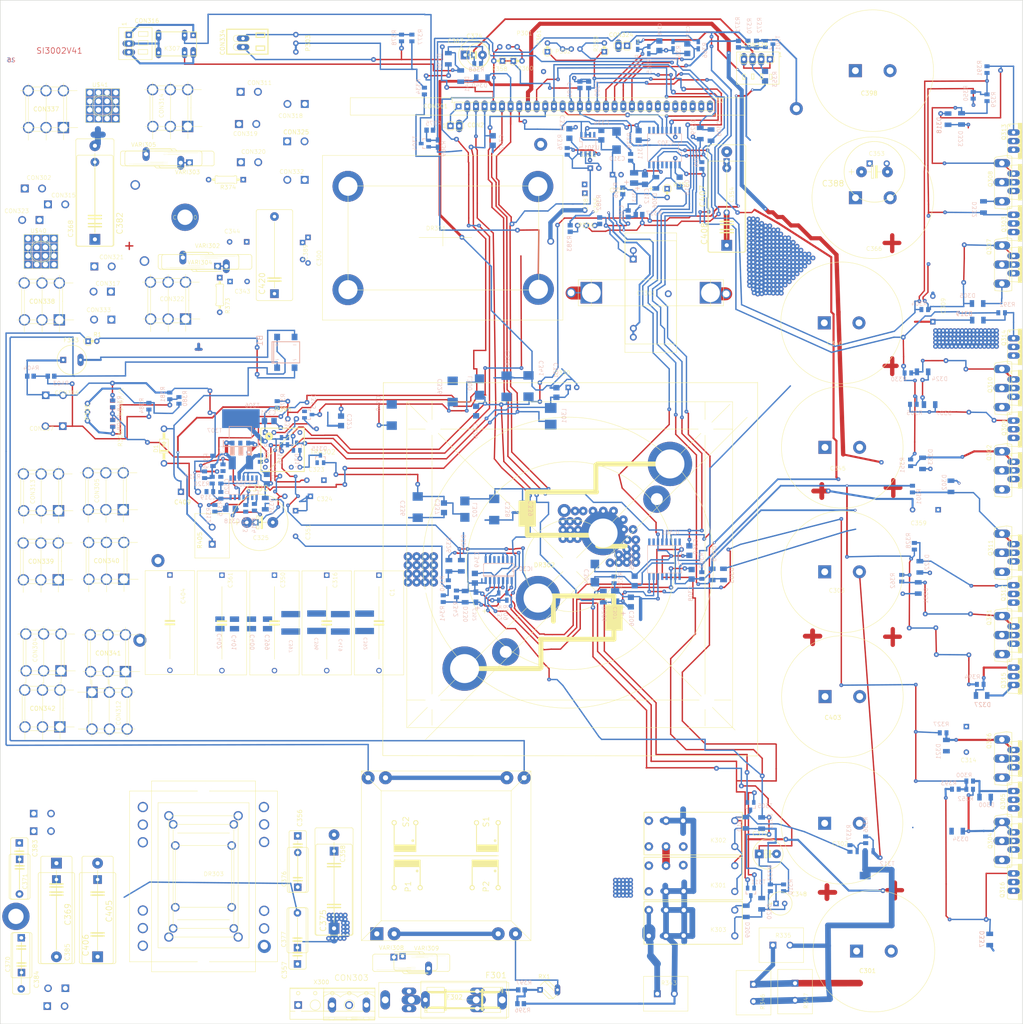
<source format=kicad_pcb>
(kicad_pcb (version 20171130) (host pcbnew "(5.1.9)-1")
  (layers (0 Top signal) (1 Route2 signal) (2 Route3 signal) (3 Route4 signal) (4 Route5 signal) (5 Route6 signal) (6 Route7 signal) (7 Route8 signal) (8 Route9 signal) (9 Route10 signal) (10 Sicherheitsabstand signal) (11 230V-Bereich signal) (12 Route13 signal) (13 Route14 signal) (14 Route15 signal) (31 Bottom signal) (34 B.Paste user) (35 F.Paste user) (36 B.SilkS user) (37 F.SilkS user) (38 B.Mask user) (39 F.Mask user) (44 Edge.Cuts user))
  (net 0 "")
  (net 1 GND)
  (net 2 +15V)
  (net 3 +5V)
  (net 4 +7,5V)
  (net 5 -7,5V)
  (net 6 MINUSZEICHEN1)
  (net 7 N$20)
  (net 8 IMON)
  (net 9 N$17)
  (net 10 N$34)
  (net 11 N$43)
  (net 12 "Net-(C1-Pad2)")
  (net 13 "Net-(C1-Pad1)")
  (net 14 "Net-(T306-Pad2)")
  (net 15 "Net-(D313-PadL)")
  (net 16 "Net-(C323-Pad2)")
  (net 17 "Net-(D314-PadL)")
  (net 18 "Net-(D315-PadM)")
  (net 19 /L1)
  (net 20 /N1)
  (net 21 "Net-(R376-Pad1)")
  (net 22 "Net-(U301-Pad4)")
  (net 23 /RT/CT)
  (net 24 "Net-(IC305-Pad10)")
  (net 25 "Net-(IC305-Pad6)")
  (net 26 "Net-(C322-Pad2)")
  (net 27 "Net-(IC305-Pad4)")
  (net 28 "Net-(IC305-Pad13)")
  (net 29 "Net-(C318-Pad2)")
  (net 30 "Net-(IC305-Pad2)")
  (net 31 "Net-(C320-Pad2)")
  (net 32 "Net-(IC305-Pad1)")
  (net 33 "Net-(IC302-Pad16)")
  (net 34 /T304-ANS)
  (net 35 /SD)
  (net 36 /T303-ANS)
  (net 37 "Net-(IC302-Pad10)")
  (net 38 "Net-(IC302-Pad9)")
  (net 39 "Net-(IC302-Pad8)")
  (net 40 "Net-(C312-Pad2)")
  (net 41 /DBRÜCKE2)
  (net 42 "Net-(IC302-Pad5)")
  (net 43 "Net-(IC302-Pad4)")
  (net 44 "Net-(IC302-Pad1)")
  (net 45 "Net-(IC301-Pad16)")
  (net 46 /T302-ANS)
  (net 47 /T301-ANS)
  (net 48 "Net-(IC301-Pad10)")
  (net 49 "Net-(IC301-Pad9)")
  (net 50 "Net-(IC301-Pad8)")
  (net 51 "Net-(C306-Pad2)")
  (net 52 /DBRÜCKE1)
  (net 53 "Net-(IC301-Pad5)")
  (net 54 "Net-(IC301-Pad4)")
  (net 55 "Net-(IC301-Pad1)")
  (net 56 "Net-(IC307-Pad10)")
  (net 57 "Net-(IC307-Pad3)")
  (net 58 "Net-(IC307-Pad11)")
  (net 59 "Net-(IC307-Pad4)")
  (net 60 /REL)
  (net 61 "Net-(C352-Pad+)")
  (net 62 "Net-(C318-Pad1)")
  (net 63 "Net-(R317-Pad2)")
  (net 64 "Net-(C336-Pad-)")
  (net 65 "Net-(C326-Pad+)")
  (net 66 "Net-(C330-Pad+)")
  (net 67 "Net-(D300-Pad-2)")
  (net 68 "Net-(D321-Pad-2)")
  (net 69 "Net-(D302-Pad-2)")
  (net 70 "Net-(D322-Pad-2)")
  (net 71 "Net-(D307-Pad-2)")
  (net 72 "Net-(D324-Pad-2)")
  (net 73 "Net-(D305-Pad-2)")
  (net 74 "Net-(D323-Pad-2)")
  (net 75 /RDSON_M1)
  (net 76 /RDSON_M2)
  (net 77 "Net-(D325-Pad-2)")
  (net 78 "Net-(C351-Pad2)")
  (net 79 "Net-(D310-Pad+1)")
  (net 80 "Net-(D309-Pad+1)")
  (net 81 "Net-(C348-Pad-)")
  (net 82 "Net-(C372-Pad-)")
  (net 83 "Net-(R335-Pad2)")
  (net 84 "Net-(R336-Pad2)")
  (net 85 /N$31)
  (net 86 "Net-(C301-Pad+)")
  (net 87 "Net-(K301-Pad21)")
  (net 88 "Net-(C356-Pad1)")
  (net 89 "Net-(P303-PadM)")
  (net 90 "Net-(P305-PadM)")
  (net 91 /UN)
  (net 92 "Net-(C300-Pad2)")
  (net 93 "Net-(C343-Pad1)")
  (net 94 "Net-(C300-Pad1)")
  (net 95 "Net-(P301-PadM)")
  (net 96 "Net-(P302-PadM)")
  (net 97 /TRA_N)
  (net 98 /TRA_L)
  (net 99 /PE1)
  (net 100 "Net-(F301-Pad1)")
  (net 101 "Net-(C357-Pad1)")
  (net 102 "Net-(CON329-Pad2)")
  (net 103 "Net-(CON329-Pad1)")
  (net 104 "Net-(D334-Pad-2)")
  (net 105 "Net-(D331-Pad-2)")
  (net 106 "Net-(D333-Pad-2)")
  (net 107 "Net-(D332-Pad-2)")
  (net 108 "Net-(CON301-Pad30)")
  (net 109 "Net-(CON301-Pad29)")
  (net 110 "Net-(CON301-Pad28)")
  (net 111 "Net-(CON301-Pad27)")
  (net 112 "Net-(CON301-Pad26)")
  (net 113 "Net-(CON301-Pad25)")
  (net 114 "Net-(CON301-Pad24)")
  (net 115 "Net-(CON301-Pad23)")
  (net 116 "Net-(CON301-Pad22)")
  (net 117 /LED2)
  (net 118 /EXT.REL)
  (net 119 /ANA)
  (net 120 /OVER)
  (net 121 "Net-(CON301-Pad17)")
  (net 122 "Net-(CON301-Pad5)")
  (net 123 "Net-(CON2-Pad2)")
  (net 124 "Net-(CON2-Pad1)")
  (net 125 "Net-(C386-Pad1)")
  (net 126 "Net-(T307-PadD)")
  (net 127 "Net-(CT301-PadS1)")
  (net 128 "Net-(CT301-Pad2)")
  (net 129 /ANALOG)
  (net 130 "Net-(D336-Pad+1)")
  (net 131 "Net-(CON316-Pad3)")
  (net 132 "Net-(CON316-Pad2)")
  (net 133 "Net-(CON316-Pad1)")
  (net 134 "Net-(R370-Pad2)")
  (net 135 "Net-(C367-Pad-)")
  (net 136 "Net-(D340-Pad-2)")
  (net 137 "Net-(CON334-PadP$1)")
  (net 138 "Net-(P305-PadO)")
  (net 139 "Net-(P304-PadU)")
  (net 140 "Net-(P304-PadO)")
  (net 141 "Net-(D318-Pad-2)")
  (net 142 "Net-(D319-Pad-2)")
  (net 143 "Net-(D327-Pad-2)")
  (net 144 "Net-(D337-Pad-2)")
  (net 145 "Net-(X300-Pad1)")
  (net 146 "Net-(B1-PadAC1)")
  (net 147 "Net-(TRA300-Pad6)")
  (net 148 "Net-(R1-Pad1)")
  (net 149 "Net-(TRA300-Pad2)")
  (net 150 "Net-(RX1-Pad2)")
  (net 151 "Net-(R396-Pad2)")
  (net 152 "Net-(B1-PadAC2)")
  (net 153 "Net-(B1-Pad-)")
  (net 154 "Net-(B1-Pad+)")
  (net 155 "Net-(D1-PadC)")
  (module SI3002V4.1:TRANS_5.5X9 (layer Bottom) (at 251.5696 206.9213)
    (fp_text reference T312 (at 4.2154 0.4087) (layer B.SilkS) (effects (font (size 1.2065 1.2065) (thickness 0.09652)) (justify right top mirror)))
    (fp_text value IRFL214 hide)
    (pad D smd rect (at 0 -2.54 90) (size 1.778 0.9144) (layers Bottom B.Paste B.Mask) (net 83 "Net-(R335-Pad2)"))
    (pad S smd rect (at 2.3495 -2.54 270) (size 1.778 0.9144) (layers Bottom B.Paste B.Mask) (net 1 GND))
    (pad GATE smd rect (at -2.3495 -2.54 270) (size 1.778 0.9144) (layers Bottom B.Paste B.Mask) (net 84 "Net-(R336-Pad2)"))
    (pad D smd rect (at 0 4.6) (size 3.2 2.2) (layers Bottom B.Paste B.Mask) (net 83 "Net-(R335-Pad2)"))
  )
  (module SI3002V4.1:SOT223R_INFINEON (layer Bottom) (at 68.4513 81.6673 180)
    (fp_text reference T307 (at 5.3113 -0.1277) (layer B.SilkS) (effects (font (size 1.2065 1.2065) (thickness 0.09652)) (justify left bottom mirror)))
    (fp_text value IRFL214)
    (pad 4 smd rect (at 0 3.099 180) (size 3.5 1.4) (layers Bottom B.Paste B.Mask) (net 14 "Net-(T306-Pad2)"))
    (pad S smd rect (at 2.311 -3.099 180) (size 1.2 1.4) (layers Bottom B.Paste B.Mask) (net 63 "Net-(R317-Pad2)"))
    (pad D smd rect (at 0 -3.099 180) (size 1.2 1.4) (layers Bottom B.Paste B.Mask) (net 126 "Net-(T307-PadD)"))
    (pad G smd rect (at -2.311 -3.099 180) (size 1.2 1.4) (layers Bottom B.Paste B.Mask) (net 24 "Net-(IC305-Pad10)"))
  )
  (module SI3002V4.1:SICHERUNGSHALTER (layer Top) (at 128.0619 247.9578 180)
    (fp_text reference F302 (at -5.6431 1.5778 180) (layer F.SilkS) (effects (font (size 1.27 1.27)) (justify right top)))
    (fp_text value SICHERUNGSHALTER hide)
    (pad P$8 thru_hole oval (at 17.145 0 270) (size 5.6256 2.8128) (drill 2) (layers *.Cu *.Mask) (net 19 /L1))
    (pad P$7 thru_hole oval (at 9.525 0 180) (size 5.6256 2.8128) (drill 2) (layers *.Cu *.Mask) (net 19 /L1))
    (pad P$6 thru_hole oval (at -9.525 0 180) (size 5.6256 2.8128) (drill 2) (layers *.Cu *.Mask) (net 100 "Net-(F301-Pad1)"))
    (pad P$5 thru_hole oval (at -17.145 0 270) (size 5.6256 2.8128) (drill 2) (layers *.Cu *.Mask) (net 100 "Net-(F301-Pad1)"))
    (pad P$4 thru_hole oval (at 10.16 2.54 180) (size 4.2256 2.1128) (drill 1.3) (layers *.Cu *.Mask) (net 19 /L1))
    (pad P$3 thru_hole oval (at 10.16 -2.54 180) (size 4.2256 2.1128) (drill 1.3) (layers *.Cu *.Mask) (net 19 /L1))
    (pad P$2 thru_hole oval (at -9.8425 2.54 180) (size 4.2256 2.1128) (drill 1.3) (layers *.Cu *.Mask) (net 100 "Net-(F301-Pad1)"))
    (pad P$1 thru_hole oval (at -9.8425 -2.54 180) (size 4.2256 2.1128) (drill 1.3) (layers *.Cu *.Mask) (net 100 "Net-(F301-Pad1)"))
  )
  (module SI3002V4.1:DC_COIL3 (layer Top) (at 122.8232 22.533)
    (fp_text reference DR301 (at 0 0) (layer F.SilkS) (effects (font (size 1.2065 1.2065) (thickness 0.09652)) (justify left bottom)))
    (fp_text value ??? hide)
    (pad 22A thru_hole circle (at -22.86 17.3037) (size 9 9) (drill 5.5) (layers *.Cu *.Mask) (net 92 "Net-(C300-Pad2)"))
    (pad 22B thru_hole circle (at 33.02 17.145) (size 9 9) (drill 5.5) (layers *.Cu *.Mask) (net 86 "Net-(C301-Pad+)"))
    (pad 11B thru_hole circle (at 32.8612 -13.0175) (size 9 9) (drill 5.5) (layers *.Cu *.Mask) (net 1 GND))
    (pad 11A thru_hole circle (at -22.86 -13.0176) (size 9 9) (drill 5.5) (layers *.Cu *.Mask) (net 94 "Net-(C300-Pad1)"))
    (pad 2A thru_hole circle (at -22.7962 17.24) (size 9 9) (drill 5.5) (layers *.Cu *.Mask) (net 92 "Net-(C300-Pad2)"))
    (pad 2B thru_hole circle (at 32.9425 17.2088 180) (size 9 9) (drill 5.5) (layers *.Cu *.Mask) (net 86 "Net-(C301-Pad+)"))
    (pad 1B thru_hole circle (at 32.78 -12.9187) (size 9 9) (drill 5.5) (layers *.Cu *.Mask) (net 1 GND))
    (pad 1A thru_hole circle (at -22.7963 -13.0188) (size 9 9) (drill 5.5) (layers *.Cu *.Mask) (net 94 "Net-(C300-Pad1)"))
  )
  (module SI3002V4.1:R0805 (layer Bottom) (at 50.46 72.245 90)
    (fp_text reference R380 (at -1.84 2.475 90) (layer B.SilkS) (effects (font (size 1.2065 1.2065) (thickness 0.1016)) (justify right bottom mirror)))
    (fp_text value 39R)
    (pad 2 smd rect (at 0.977 0 90) (size 1.143 1.4986) (layers Bottom B.Paste B.Mask) (net 90 "Net-(P305-PadM)"))
    (pad 1 smd rect (at -0.977 0 90) (size 1.143 1.4986) (layers Bottom B.Paste B.Mask) (net 138 "Net-(P305-PadO)"))
  )
  (module SI3002V4.1:C27.5B9 (layer Top) (at 14.5557 221.6056 270)
    (fp_text reference C369 (at -2.0656 -2.3543 90) (layer F.SilkS) (effects (font (size 1.6891 1.6891) (thickness 0.16891)) (justify right top)))
    (fp_text value "330nF X1" hide)
    (pad 2 thru_hole circle (at 13.716 0 270) (size 3.1496 3.1496) (drill 1.1938) (layers *.Cu *.Mask) (net 97 /TRA_N))
    (pad 1 thru_hole rect (at -13.716 0 270) (size 3.1496 3.1496) (drill 1.1938) (layers *.Cu *.Mask) (net 98 /TRA_L))
  )
  (module SI3002V4.1:R0805 (layer Bottom) (at 182.84 1.02 270)
    (fp_text reference R339 (at -2.54 1.055 90) (layer B.SilkS) (effects (font (size 1.2065 1.2065) (thickness 0.09652)) (justify right top mirror)))
    (fp_text value 120k hide)
    (pad 2 smd rect (at 0.977 0 270) (size 1.143 1.4986) (layers Bottom B.Paste B.Mask) (net 41 /DBRÜCKE2))
    (pad 1 smd rect (at -0.977 0 270) (size 1.143 1.4986) (layers Bottom B.Paste B.Mask) (net 1 GND))
  )
  (module SI3002V4.1:SOT23 (layer Bottom) (at 223.44 -32.165 90)
    (fp_text reference T301 (at -1.905 1.905 90) (layer B.SilkS) (effects (font (size 1.2065 1.2065) (thickness 0.09652)) (justify right top mirror)))
    (fp_text value BSS123 hide)
    (pad L smd rect (at -0.95 -1.1 90) (size 1 1.4) (layers Bottom B.Paste B.Mask) (net 134 "Net-(R370-Pad2)"))
    (pad R smd rect (at 0.95 -1.1 90) (size 1 1.4) (layers Bottom B.Paste B.Mask) (net 1 GND))
    (pad M smd rect (at 0 1.1 90) (size 1 1.4) (layers Bottom B.Paste B.Mask) (net 103 "Net-(CON329-Pad1)"))
  )
  (module SI3002V4.1:R1206 (layer Bottom) (at 222.2301 -22.7902 270)
    (fp_text reference R353 (at 3.2902 -2.1699 90) (layer B.SilkS) (effects (font (size 1.2065 1.2065) (thickness 0.09652)) (justify right top mirror)))
    (fp_text value "1k2 / 0,25W" hide)
    (pad 1 smd rect (at -1.4 0 270) (size 1.6 1.8) (layers Bottom B.Paste B.Mask) (net 102 "Net-(CON329-Pad2)"))
    (pad 2 smd rect (at 1.4 0 270) (size 1.6 1.8) (layers Bottom B.Paste B.Mask) (net 2 +15V))
  )
  (module SI3002V4.1:MA04-1 (layer Top) (at 219.849 -27.7115 180)
    (fp_text reference CON329 (at -3.261 4.9235) (layer F.SilkS) (effects (font (size 1.2065 1.2065) (thickness 0.12065)) (justify right top)))
    (fp_text value 4pol.Stiftl. hide)
    (fp_text user 4 (at 5.334 0.635 180) (layer F.SilkS) (effects (font (size 1.2065 1.2065) (thickness 0.127)) (justify left bottom)))
    (fp_text user 1 (at -6.223 0.635 180) (layer F.SilkS) (effects (font (size 1.2065 1.2065) (thickness 0.127)) (justify left bottom)))
    (pad 4 thru_hole oval (at 3.81 0 270) (size 3.6576 1.8288) (drill 1.016) (layers *.Cu *.Mask) (net 103 "Net-(CON329-Pad1)"))
    (pad 3 thru_hole oval (at 1.27 0 270) (size 3.6576 1.8288) (drill 1.016) (layers *.Cu *.Mask) (net 2 +15V))
    (pad 2 thru_hole oval (at -1.27 0 270) (size 3.6576 1.8288) (drill 1.016) (layers *.Cu *.Mask) (net 102 "Net-(CON329-Pad2)"))
    (pad 1 thru_hole rect (at -3.81 0 270) (size 1.8288 1.8288) (drill 1.016) (layers *.Cu *.Mask) (net 103 "Net-(CON329-Pad1)"))
  )
  (module SI3002V4.1:R0805 (layer Bottom) (at 217.215 -32.155 270)
    (fp_text reference R370 (at -2.955 0.25 90) (layer B.SilkS) (effects (font (size 1.2065 1.2065) (thickness 0.09652)) (justify right top mirror)))
    (fp_text value 10k hide)
    (pad 2 smd rect (at 0.95 0 270) (size 1.3 1.5) (layers Bottom B.Paste B.Mask) (net 134 "Net-(R370-Pad2)"))
    (pad 1 smd rect (at -0.95 0 270) (size 1.3 1.5) (layers Bottom B.Paste B.Mask) (net 59 "Net-(IC307-Pad4)"))
  )
  (module SI3002V4.1:R0805 (layer Bottom) (at 214.4515 -32.1563 270)
    (fp_text reference R371 (at -3.3087 0.9015 90) (layer B.SilkS) (effects (font (size 1.2065 1.2065) (thickness 0.09652)) (justify right top mirror)))
    (fp_text value 10K hide)
    (pad 2 smd rect (at 0.95 0 270) (size 1.3 1.5) (layers Bottom B.Paste B.Mask) (net 134 "Net-(R370-Pad2)"))
    (pad 1 smd rect (at -0.95 0 270) (size 1.3 1.5) (layers Bottom B.Paste B.Mask) (net 117 /LED2))
  )
  (module SI3002V4.1:R0805 (layer Bottom) (at 219.745 -32.155 270)
    (fp_text reference R372 (at -3.165 -0.16 90) (layer B.SilkS) (effects (font (size 1.2065 1.2065) (thickness 0.09652)) (justify right top mirror)))
    (fp_text value 1M hide)
    (pad 2 smd rect (at 0.95 0 270) (size 1.3 1.5) (layers Bottom B.Paste B.Mask) (net 134 "Net-(R370-Pad2)"))
    (pad 1 smd rect (at -0.95 0 270) (size 1.3 1.5) (layers Bottom B.Paste B.Mask) (net 1 GND))
  )
  (module "" (layer Top) (at 55.7514 84.0485)
    (fp_text reference @HOLE0 hide)
    (fp_text value "" (at 0 0) (layer F.SilkS) (effects (font (size 1.27 1.27))))
    (pad "" np_thru_hole circle (at 0 0) (size 4.5 4.5) (drill 4.5) (layers *.Cu *.Mask) (clearance 2))
  )
  (module "" (layer Top) (at 280.7795 243.5924)
    (fp_text reference @HOLE1 hide)
    (fp_text value "" (at 0 0) (layer F.SilkS) (effects (font (size 1.27 1.27))))
    (pad "" np_thru_hole circle (at 0 0) (size 4.5 4.5) (drill 4.5) (layers *.Cu *.Mask))
  )
  (module "" (layer Top) (at 280.8588 -34.2202)
    (fp_text reference @HOLE2 hide)
    (fp_text value "" (at 0 0) (layer F.SilkS) (effects (font (size 1.27 1.27))))
    (pad "" np_thru_hole circle (at 0 0) (size 4.5 4.5) (drill 4.5) (layers *.Cu *.Mask))
  )
  (module "" (layer Top) (at 280.5413 105.0036)
    (fp_text reference @HOLE3 hide)
    (fp_text value "" (at 0 0) (layer F.SilkS) (effects (font (size 1.27 1.27))))
    (pad "" np_thru_hole circle (at 0 0) (size 4.5 4.5) (drill 4.5) (layers *.Cu *.Mask) (clearance 2))
  )
  (module "" (layer Top) (at 96.2327 -5.8039)
    (fp_text reference @HOLE4 hide)
    (fp_text value "" (at 0 0) (layer F.SilkS) (effects (font (size 1.27 1.27))))
    (pad "" np_thru_hole circle (at 0 0) (size 4.5 4.5) (drill 4.5) (layers *.Cu *.Mask))
  )
  (module "" (layer Top) (at 32.177 201.2854)
    (fp_text reference @HOLE5 hide)
    (fp_text value "" (at 0 0) (layer F.SilkS) (effects (font (size 1.27 1.27))))
    (pad "" np_thru_hole circle (at 0 0) (size 4.5 4.5) (drill 4.5) (layers *.Cu *.Mask))
  )
  (module "" (layer Top) (at 158.4626 223.5104)
    (fp_text reference @HOLE6 hide)
    (fp_text value "" (at 0 0) (layer F.SilkS) (effects (font (size 1.27 1.27))))
    (pad "" np_thru_hole circle (at 0 0) (size 4.5 4.5) (drill 4.5) (layers *.Cu *.Mask))
  )
  (module SI3002V4.1:C-27,5 (layer Top) (at 93.771875 137.467925 270)
    (fp_text reference C316 (at -10.16 -3.175 90) (layer F.SilkS) (effects (font (size 1.2065 1.2065) (thickness 0.09652)) (justify left bottom)))
    (fp_text value 22µF/63V hide)
    (pad 2 thru_hole circle (at 13.97 0 270) (size 1.5748 1.5748) (drill 0.9906) (layers *.Cu *.Mask) (net 12 "Net-(C1-Pad2)"))
    (pad 1 thru_hole rect (at -13.97 0 270) (size 1.5748 1.5748) (drill 0.9906) (layers *.Cu *.Mask) (net 13 "Net-(C1-Pad1)"))
  )
  (module SI3002V4.1:TRA-RM5 (layer Top) (at 80.8338 86.7473)
    (fp_text reference TRA302 (at 8.0362 1.4377) (layer F.SilkS) (effects (font (size 1.35128 1.35128) (thickness 0.108102)) (justify left bottom)))
    (fp_text value HFTRRM5 hide)
    (pad 2 thru_hole circle (at -5.08 -2.54) (size 1.397 1.397) (drill 0.7112) (layers *.Cu *.Mask) (net 14 "Net-(T306-Pad2)"))
    (pad 6 thru_hole circle (at -2.54 -5.08) (size 1.397 1.397) (drill 0.7112) (layers *.Cu *.Mask) (net 15 "Net-(D313-PadL)"))
    (pad 1 thru_hole rect (at -5.08 -5.08) (size 1.397 1.397) (drill 0.7112) (layers *.Cu *.Mask) (net 16 "Net-(C323-Pad2)"))
    (pad G2 thru_hole circle (at 5.08 -5.08) (size 1.397 1.397) (drill 0.7112) (layers *.Cu *.Mask))
    (pad 5 thru_hole circle (at 5.08 2.54) (size 1.397 1.397) (drill 0.7112) (layers *.Cu *.Mask) (net 17 "Net-(D314-PadL)"))
    (pad 4 thru_hole circle (at 5.08 5.08) (size 1.397 1.397) (drill 0.7112) (layers *.Cu *.Mask) (net 18 "Net-(D315-PadM)"))
    (pad 3 thru_hole circle (at 2.54 5.08) (size 1.397 1.397) (drill 0.7112) (layers *.Cu *.Mask) (net 1 GND))
    (pad G1 thru_hole circle (at -5.08 5.08) (size 1.397 1.397) (drill 0.7112) (layers *.Cu *.Mask))
  )
  (module SI3002V4.1:MSTB-03 (layer Top) (at 100.328525 249.466125)
    (fp_text reference CON303 (at -4.445 -6.985) (layer F.SilkS) (effects (font (size 1.6891 1.6891) (thickness 0.135128)) (justify left bottom)))
    (fp_text value MSTB03 hide)
    (pad 3 thru_hole circle (at 5.08 0) (size 2.1844 2.1844) (drill 1.4224) (layers *.Cu *.Mask) (net 19 /L1))
    (pad 2 thru_hole circle (at 0 0) (size 2.286 2.286) (drill 1.4986) (layers *.Cu *.Mask) (net 20 /N1))
    (pad 1 thru_hole rect (at -5.08 0) (size 2.286 2.286) (drill 1.4986) (layers *.Cu *.Mask) (net 20 /N1))
  )
  (module SI3002V4.1:SO-8 (layer Bottom) (at 170.2895 -2.7877)
    (fp_text reference U301 (at -1.27 0.254) (layer B.SilkS) (effects (font (size 1.2065 1.2065) (thickness 0.09652)) (justify right top mirror)))
    (fp_text value MIC5201-5,0BM hide)
    (pad 5 smd rect (at 1.8796 2.8194) (size 0.6604 1.6002) (layers Bottom B.Paste B.Mask) (net 21 "Net-(R376-Pad1)"))
    (pad 4 smd rect (at 1.905 -2.8194) (size 0.6604 1.6002) (layers Bottom B.Paste B.Mask) (net 22 "Net-(U301-Pad4)"))
    (pad 6 smd rect (at 0.6096 2.8194) (size 0.6604 1.6002) (layers Bottom B.Paste B.Mask) (net 1 GND))
    (pad 7 smd rect (at -0.6604 2.8194) (size 0.6604 1.6002) (layers Bottom B.Paste B.Mask) (net 1 GND))
    (pad 3 smd rect (at 0.635 -2.8194) (size 0.6604 1.6002) (layers Bottom B.Paste B.Mask) (net 1 GND))
    (pad 2 smd rect (at -0.635 -2.8194) (size 0.6604 1.6002) (layers Bottom B.Paste B.Mask) (net 1 GND))
    (pad 8 smd rect (at -1.9304 2.8194) (size 0.6604 1.6002) (layers Bottom B.Paste B.Mask) (net 4 +7,5V))
    (pad 1 smd rect (at -1.905 -2.8194) (size 0.6604 1.6002) (layers Bottom B.Paste B.Mask) (net 3 +5V))
  )
  (module SI3002V4.1:SO-14 (layer Bottom) (at 69.4038 97.8598 180)
    (fp_text reference IC305 (at -2.794 0.254) (layer B.SilkS) (effects (font (size 1.2065 1.2065) (thickness 0.09652)) (justify left bottom mirror)))
    (fp_text value UC2843D hide)
    (pad 8 smd rect (at 3.81 2.8194 180) (size 0.6604 1.6002) (layers Bottom B.Paste B.Mask) (net 1 GND))
    (pad 7 smd rect (at 3.81 -2.8194 180) (size 0.6604 1.6002) (layers Bottom B.Paste B.Mask) (net 23 /RT/CT))
    (pad 9 smd rect (at 2.54 2.8194 180) (size 0.6604 1.6002) (layers Bottom B.Paste B.Mask) (net 1 GND))
    (pad 10 smd rect (at 1.27 2.8194 180) (size 0.6604 1.6002) (layers Bottom B.Paste B.Mask) (net 24 "Net-(IC305-Pad10)"))
    (pad 6 smd rect (at 2.54 -2.8194 180) (size 0.6604 1.6002) (layers Bottom B.Paste B.Mask) (net 25 "Net-(IC305-Pad6)"))
    (pad 5 smd rect (at 1.27 -2.8194 180) (size 0.6604 1.6002) (layers Bottom B.Paste B.Mask) (net 26 "Net-(C322-Pad2)"))
    (pad 11 smd rect (at 0 2.8194 180) (size 0.6604 1.6002) (layers Bottom B.Paste B.Mask) (net 2 +15V))
    (pad 4 smd rect (at 0 -2.8194 180) (size 0.6604 1.6002) (layers Bottom B.Paste B.Mask) (net 27 "Net-(IC305-Pad4)"))
    (pad 12 smd rect (at -1.27 2.8194 180) (size 0.6604 1.6002) (layers Bottom B.Paste B.Mask) (net 2 +15V))
    (pad 13 smd rect (at -2.54 2.8194 180) (size 0.6604 1.6002) (layers Bottom B.Paste B.Mask) (net 28 "Net-(IC305-Pad13)"))
    (pad 3 smd rect (at -1.27 -2.8194 180) (size 0.6604 1.6002) (layers Bottom B.Paste B.Mask) (net 29 "Net-(C318-Pad2)"))
    (pad 2 smd rect (at -2.54 -2.8194 180) (size 0.6604 1.6002) (layers Bottom B.Paste B.Mask) (net 30 "Net-(IC305-Pad2)"))
    (pad 14 smd rect (at -3.81 2.8194 180) (size 0.6604 1.6002) (layers Bottom B.Paste B.Mask) (net 31 "Net-(C320-Pad2)"))
    (pad 1 smd rect (at -3.81 -2.8194 180) (size 0.6604 1.6002) (layers Bottom B.Paste B.Mask) (net 32 "Net-(IC305-Pad1)"))
  )
  (module SI3002V4.1:SO-16L (layer Bottom) (at 192.7526 -1.8352 180)
    (fp_text reference IC302 (at -3.175 0.635) (layer B.SilkS) (effects (font (size 1.2065 1.2065) (thickness 0.09652)) (justify left bottom mirror)))
    (fp_text value IR2110S)
    (pad 16 smd rect (at -4.445 5.08 180) (size 0.6604 2.0066) (layers Bottom B.Paste B.Mask) (net 33 "Net-(IC302-Pad16)"))
    (pad 15 smd rect (at -3.175 5.08 180) (size 0.6604 2.0066) (layers Bottom B.Paste B.Mask) (net 1 GND))
    (pad 14 smd rect (at -1.905 5.08 180) (size 0.6604 2.0066) (layers Bottom B.Paste B.Mask) (net 34 /T304-ANS))
    (pad 13 smd rect (at -0.635 5.08 180) (size 0.6604 2.0066) (layers Bottom B.Paste B.Mask) (net 35 /SD))
    (pad 12 smd rect (at 0.635 5.08 180) (size 0.6604 2.0066) (layers Bottom B.Paste B.Mask) (net 36 /T303-ANS))
    (pad 11 smd rect (at 1.905 5.08 180) (size 0.6604 2.0066) (layers Bottom B.Paste B.Mask) (net 3 +5V))
    (pad 10 smd rect (at 3.175 5.08 180) (size 0.6604 2.0066) (layers Bottom B.Paste B.Mask) (net 37 "Net-(IC302-Pad10)"))
    (pad 9 smd rect (at 4.445 5.08 180) (size 0.6604 2.0066) (layers Bottom B.Paste B.Mask) (net 38 "Net-(IC302-Pad9)"))
    (pad 8 smd rect (at 4.445 -5.08 180) (size 0.6604 2.0066) (layers Bottom B.Paste B.Mask) (net 39 "Net-(IC302-Pad8)"))
    (pad 7 smd rect (at 3.175 -5.08 180) (size 0.6604 2.0066) (layers Bottom B.Paste B.Mask) (net 40 "Net-(C312-Pad2)"))
    (pad 6 smd rect (at 1.905 -5.08 180) (size 0.6604 2.0066) (layers Bottom B.Paste B.Mask) (net 41 /DBRÜCKE2))
    (pad 5 smd rect (at 0.635 -5.08 180) (size 0.6604 2.0066) (layers Bottom B.Paste B.Mask) (net 42 "Net-(IC302-Pad5)"))
    (pad 4 smd rect (at -0.635 -5.08 180) (size 0.6604 2.0066) (layers Bottom B.Paste B.Mask) (net 43 "Net-(IC302-Pad4)"))
    (pad 3 smd rect (at -1.905 -5.08 180) (size 0.6604 2.0066) (layers Bottom B.Paste B.Mask) (net 2 +15V))
    (pad 2 smd rect (at -3.175 -5.08 180) (size 0.6604 2.0066) (layers Bottom B.Paste B.Mask) (net 1 GND))
    (pad 1 smd rect (at -4.445 -5.08 180) (size 0.6604 2.0066) (layers Bottom B.Paste B.Mask) (net 44 "Net-(IC302-Pad1)"))
  )
  (module SI3002V4.1:SO-16L (layer Bottom) (at 192.7526 118.8149 180)
    (fp_text reference IC301 (at -4.4924 7.1649) (layer B.SilkS) (effects (font (size 1.2065 1.2065) (thickness 0.09652)) (justify left bottom mirror)))
    (fp_text value IR2110S)
    (pad 16 smd rect (at -4.445 5.08 180) (size 0.6604 2.0066) (layers Bottom B.Paste B.Mask) (net 45 "Net-(IC301-Pad16)"))
    (pad 15 smd rect (at -3.175 5.08 180) (size 0.6604 2.0066) (layers Bottom B.Paste B.Mask) (net 1 GND))
    (pad 14 smd rect (at -1.905 5.08 180) (size 0.6604 2.0066) (layers Bottom B.Paste B.Mask) (net 46 /T302-ANS))
    (pad 13 smd rect (at -0.635 5.08 180) (size 0.6604 2.0066) (layers Bottom B.Paste B.Mask) (net 35 /SD))
    (pad 12 smd rect (at 0.635 5.08 180) (size 0.6604 2.0066) (layers Bottom B.Paste B.Mask) (net 47 /T301-ANS))
    (pad 11 smd rect (at 1.905 5.08 180) (size 0.6604 2.0066) (layers Bottom B.Paste B.Mask) (net 3 +5V))
    (pad 10 smd rect (at 3.175 5.08 180) (size 0.6604 2.0066) (layers Bottom B.Paste B.Mask) (net 48 "Net-(IC301-Pad10)"))
    (pad 9 smd rect (at 4.445 5.08 180) (size 0.6604 2.0066) (layers Bottom B.Paste B.Mask) (net 49 "Net-(IC301-Pad9)"))
    (pad 8 smd rect (at 4.445 -5.08 180) (size 0.6604 2.0066) (layers Bottom B.Paste B.Mask) (net 50 "Net-(IC301-Pad8)"))
    (pad 7 smd rect (at 3.175 -5.08 180) (size 0.6604 2.0066) (layers Bottom B.Paste B.Mask) (net 51 "Net-(C306-Pad2)"))
    (pad 6 smd rect (at 1.905 -5.08 180) (size 0.6604 2.0066) (layers Bottom B.Paste B.Mask) (net 52 /DBRÜCKE1))
    (pad 5 smd rect (at 0.635 -5.08 180) (size 0.6604 2.0066) (layers Bottom B.Paste B.Mask) (net 53 "Net-(IC301-Pad5)"))
    (pad 4 smd rect (at -0.635 -5.08 180) (size 0.6604 2.0066) (layers Bottom B.Paste B.Mask) (net 54 "Net-(IC301-Pad4)"))
    (pad 3 smd rect (at -1.905 -5.08 180) (size 0.6604 2.0066) (layers Bottom B.Paste B.Mask) (net 2 +15V))
    (pad 2 smd rect (at -3.175 -5.08 180) (size 0.6604 2.0066) (layers Bottom B.Paste B.Mask) (net 1 GND))
    (pad 1 smd rect (at -4.445 -5.08 180) (size 0.6604 2.0066) (layers Bottom B.Paste B.Mask) (net 55 "Net-(IC301-Pad1)"))
  )
  (module SI3002V4.1:C-27,5 (layer Top) (at 78.45265 137.467875 270)
    (fp_text reference C350 (at -10.16 -3.175 90) (layer F.SilkS) (effects (font (size 1.2065 1.2065) (thickness 0.09652)) (justify left bottom)))
    (fp_text value 22µ/63V hide)
    (pad 2 thru_hole circle (at 13.97 0 270) (size 1.5748 1.5748) (drill 0.9906) (layers *.Cu *.Mask) (net 12 "Net-(C1-Pad2)"))
    (pad 1 thru_hole rect (at -13.97 0 270) (size 1.5748 1.5748) (drill 0.9906) (layers *.Cu *.Mask) (net 13 "Net-(C1-Pad1)"))
  )
  (module SI3002V4.1:SO14 (layer Bottom) (at 144.1751 121.98985 180)
    (fp_text reference IC307 (at -10.0649 -0.34015) (layer B.SilkS) (effects (font (size 1.2065 1.2065) (thickness 0.12065)) (justify left bottom mirror)))
    (fp_text value 4093)
    (pad 8 smd rect (at 3.81 3.0734 180) (size 0.6604 2.032) (layers Bottom B.Paste B.Mask) (net 1 GND))
    (pad 7 smd rect (at 3.81 -3.0734 180) (size 0.6604 2.032) (layers Bottom B.Paste B.Mask) (net 1 GND))
    (pad 9 smd rect (at 2.54 3.0734 180) (size 0.6604 2.032) (layers Bottom B.Paste B.Mask) (net 1 GND))
    (pad 10 smd rect (at 1.27 3.0734 180) (size 0.6604 2.032) (layers Bottom B.Paste B.Mask) (net 56 "Net-(IC307-Pad10)"))
    (pad 6 smd rect (at 2.54 -3.0734 180) (size 0.6604 2.032) (layers Bottom B.Paste B.Mask) (net 57 "Net-(IC307-Pad3)"))
    (pad 5 smd rect (at 1.27 -3.0734 180) (size 0.6604 2.032) (layers Bottom B.Paste B.Mask) (net 3 +5V))
    (pad 11 smd rect (at 0 3.0734 180) (size 0.6604 2.032) (layers Bottom B.Paste B.Mask) (net 58 "Net-(IC307-Pad11)"))
    (pad 4 smd rect (at 0 -3.0734 180) (size 0.6604 2.032) (layers Bottom B.Paste B.Mask) (net 59 "Net-(IC307-Pad4)"))
    (pad 12 smd rect (at -1.27 3.0734 180) (size 0.6604 2.032) (layers Bottom B.Paste B.Mask) (net 1 GND))
    (pad 13 smd rect (at -2.54 3.0734 180) (size 0.6604 2.032) (layers Bottom B.Paste B.Mask) (net 1 GND))
    (pad 3 smd rect (at -1.27 -3.0734 180) (size 0.6604 2.032) (layers Bottom B.Paste B.Mask) (net 57 "Net-(IC307-Pad3)"))
    (pad 2 smd rect (at -2.54 -3.0734 180) (size 0.6604 2.032) (layers Bottom B.Paste B.Mask) (net 60 /REL))
    (pad 14 smd rect (at -3.81 3.0734 180) (size 0.6604 2.032) (layers Bottom B.Paste B.Mask) (net 3 +5V))
    (pad 1 smd rect (at -3.81 -3.0734 180) (size 0.6604 2.032) (layers Bottom B.Paste B.Mask) (net 61 "Net-(C352-Pad+)"))
  )
  (module SI3002V4.1:R0805 (layer Bottom) (at 60.9904 103.8924 90)
    (fp_text reference R312 (at 0.3874 -1.0754 90) (layer B.SilkS) (effects (font (size 1.2065 1.2065) (thickness 0.09652)) (justify left bottom mirror)))
    (fp_text value 100k hide)
    (pad 2 smd rect (at 0.977 0 90) (size 1.143 1.4986) (layers Bottom B.Paste B.Mask) (net 4 +7,5V))
    (pad 1 smd rect (at -0.977 0 90) (size 1.143 1.4986) (layers Bottom B.Paste B.Mask) (net 29 "Net-(C318-Pad2)"))
  )
  (module SI3002V4.1:R0805 (layer Bottom) (at 72.579 103.5748 270)
    (fp_text reference R314 (at 2.9052 -0.611 90) (layer B.SilkS) (effects (font (size 1.2065 1.2065) (thickness 0.09652)) (justify left bottom mirror)))
    (fp_text value 330k hide)
    (pad 2 smd rect (at 0.977 0 270) (size 1.143 1.4986) (layers Bottom B.Paste B.Mask) (net 62 "Net-(C318-Pad1)"))
    (pad 1 smd rect (at -0.977 0 270) (size 1.143 1.4986) (layers Bottom B.Paste B.Mask) (net 32 "Net-(IC305-Pad1)"))
  )
  (module SI3002V4.1:R0805 (layer Bottom) (at 70.0388 103.8924 90)
    (fp_text reference R313 (at -2.3426 0.6112 90) (layer B.SilkS) (effects (font (size 1.2065 1.2065) (thickness 0.09652)) (justify left bottom mirror)))
    (fp_text value 51k hide)
    (pad 2 smd rect (at 0.977 0 90) (size 1.143 1.4986) (layers Bottom B.Paste B.Mask) (net 29 "Net-(C318-Pad2)"))
    (pad 1 smd rect (at -0.977 0 90) (size 1.143 1.4986) (layers Bottom B.Paste B.Mask) (net 1 GND))
  )
  (module SI3002V4.1:R0805 (layer Bottom) (at 62.7363 100.0823 90)
    (fp_text reference R315 (at -1.4677 0.5187 90) (layer B.SilkS) (effects (font (size 1.2065 1.2065) (thickness 0.09652)) (justify left bottom mirror)))
    (fp_text value 27k hide)
    (pad 2 smd rect (at 0.977 0 90) (size 1.143 1.4986) (layers Bottom B.Paste B.Mask) (net 31 "Net-(C320-Pad2)"))
    (pad 1 smd rect (at -0.977 0 90) (size 1.143 1.4986) (layers Bottom B.Paste B.Mask) (net 23 /RT/CT))
  )
  (module SI3002V4.1:R0805 (layer Bottom) (at 60.1963 95.6373 90)
    (fp_text reference R320 (at -1.8077 -0.6913 180) (layer B.SilkS) (effects (font (size 1.2065 1.2065) (thickness 0.09652)) (justify left bottom mirror)))
    (fp_text value 100k hide)
    (pad 2 smd rect (at 0.977 0 90) (size 1.143 1.4986) (layers Bottom B.Paste B.Mask) (net 63 "Net-(R317-Pad2)"))
    (pad 1 smd rect (at -0.977 0 90) (size 1.143 1.4986) (layers Bottom B.Paste B.Mask) (net 23 /RT/CT))
  )
  (module SI3002V4.1:MINI_MELF-0204W (layer Bottom) (at 60.4504 89.9858 270)
    (fp_text reference R319 (at -2.3408 1.3454 90) (layer B.SilkS) (effects (font (size 1.2065 1.2065) (thickness 0.09652)) (justify left bottom mirror)))
    (fp_text value 5R6 hide)
    (pad 2 smd rect (at 1.5 0 270) (size 1.2 1.6) (layers Bottom B.Paste B.Mask) (net 63 "Net-(R317-Pad2)"))
    (pad 1 smd rect (at -1.5 0 270) (size 1.2 1.6) (layers Bottom B.Paste B.Mask) (net 1 GND))
  )
  (module SI3002V4.1:R0805 (layer Bottom) (at 74.32505 89.2872 90)
    (fp_text reference R363 (at -0.2728 1.10995 90) (layer B.SilkS) (effects (font (size 1.2065 1.2065) (thickness 0.09652)) (justify right top mirror)))
    (fp_text value 100k hide)
    (pad 2 smd rect (at 0.977 0 90) (size 1.143 1.4986) (layers Bottom B.Paste B.Mask) (net 24 "Net-(IC305-Pad10)"))
    (pad 1 smd rect (at -0.977 0 90) (size 1.143 1.4986) (layers Bottom B.Paste B.Mask) (net 1 GND))
  )
  (module SI3002V4.1:R0805 (layer Bottom) (at 57.9736 94.0499 270)
    (fp_text reference R317 (at 1.2451 1.0686 180) (layer B.SilkS) (effects (font (size 1.2065 1.2065) (thickness 0.09652)) (justify left bottom mirror)))
    (fp_text value 2,7k hide)
    (pad 2 smd rect (at 0.977 0 270) (size 1.143 1.4986) (layers Bottom B.Paste B.Mask) (net 63 "Net-(R317-Pad2)"))
    (pad 1 smd rect (at -0.977 0 270) (size 1.143 1.4986) (layers Bottom B.Paste B.Mask) (net 26 "Net-(C322-Pad2)"))
  )
  (module SI3002V4.1:ELKO_RM5 (layer Top) (at 75.468 108.0198 180)
    (fp_text reference C325 (at -1.377 -3.8052) (layer F.SilkS) (effects (font (size 1.2065 1.2065) (thickness 0.09652)) (justify right top)))
    (fp_text value 100µF/160V hide)
    (pad + thru_hole rect (at 2.5 0 180) (size 1.8128 1.8128) (drill 1) (layers *.Cu *.Mask) (net 16 "Net-(C323-Pad2)"))
    (pad - thru_hole circle (at -2.5 0 180) (size 1.8128 1.8128) (drill 1) (layers *.Cu *.Mask) (net 1 GND))
  )
  (module SI3002V4.1:SMD-DIODE_STANDARD@1 (layer Bottom) (at 75.7538 102.5268 90)
    (fp_text reference D335 (at 1.6618 2.6062 270) (layer B.SilkS) (effects (font (size 1.2065 1.2065) (thickness 0.09652)) (justify left bottom mirror)))
    (fp_text value BZV55C18 hide)
    (pad -2 smd rect (at 1.651 0) (size 2 1.3) (layers Bottom B.Paste B.Mask) (net 2 +15V))
    (pad +1 smd rect (at -1.651 0) (size 2 1.3) (layers Bottom B.Paste B.Mask) (net 1 GND))
  )
  (module SI3002V4.1:C1210 (layer Bottom) (at 134.2532 104.1305 90)
    (fp_text reference L302 (at 2.0155 3.6768 90) (layer B.SilkS) (effects (font (size 1.2065 1.2065) (thickness 0.09652)) (justify left bottom mirror)))
    (fp_text value 22µH/145mA hide)
    (pad 2 smd rect (at 1.4 0 90) (size 2.6 2.7) (drill (offset 1 0)) (layers Bottom B.Paste B.Mask) (net 5 -7,5V))
    (pad 1 smd rect (at -1.4 0 90) (size 2.6 2.7) (drill (offset -1 0)) (layers Bottom B.Paste B.Mask) (net 64 "Net-(C336-Pad-)"))
  )
  (module SI3002V4.1:C1210 (layer Bottom) (at 138.5396 68.3323 270)
    (fp_text reference L300 (at 1.1777 3.4496 90) (layer B.SilkS) (effects (font (size 1.2065 1.2065) (thickness 0.09652)) (justify right top mirror)))
    (fp_text value 22µH/145mA hide)
    (pad 2 smd rect (at 1.4 0 270) (size 2.6 2.7) (drill (offset 1 0)) (layers Bottom B.Paste B.Mask) (net 2 +15V))
    (pad 1 smd rect (at -1.4 0 270) (size 2.6 2.7) (drill (offset -1 0)) (layers Bottom B.Paste B.Mask) (net 65 "Net-(C326-Pad+)"))
  )
  (module SI3002V4.1:C1812 (layer Bottom) (at 159.4152 76.4284 270)
    (fp_text reference L301 (at 2.6366 -3.2248 90) (layer B.SilkS) (effects (font (size 1.2065 1.2065) (thickness 0.09652)) (justify right top mirror)))
    (fp_text value "22µH, 260mA" hide)
    (pad 2 smd rect (at 1.95 0 270) (size 2.9 3.4) (drill (offset 1 0)) (layers Bottom B.Paste B.Mask) (net 4 +7,5V))
    (pad 1 smd rect (at -1.95 0 270) (size 2.9 3.4) (layers Bottom B.Paste B.Mask) (net 66 "Net-(C330-Pad+)"))
  )
  (module SI3002V4.1:SMD-C-TANTAL (layer Bottom) (at 130.6814 70.396 270)
    (fp_text reference C326 (at 0.194 4.4214 90) (layer B.SilkS) (effects (font (size 1.2065 1.2065) (thickness 0.09652)) (justify right top mirror)))
    (fp_text value 22µ/20V hide)
    (pad + smd rect (at 2.3485 0 270) (size 2.5 3) (layers Bottom B.Paste B.Mask) (net 65 "Net-(C326-Pad+)"))
    (pad - smd rect (at -3.8725 0 270) (size 2.5 3) (layers Bottom B.Paste B.Mask) (net 1 GND))
  )
  (module SI3002V4.1:SMD-C-TANTAL (layer Bottom) (at 112.8219 77.3017 270)
    (fp_text reference C340 (at -1.7667 4.6119 90) (layer B.SilkS) (effects (font (size 1.2065 1.2065) (thickness 0.09652)) (justify right top mirror)))
    (fp_text value 22µ/20V hide)
    (pad + smd rect (at 2.3485 0 270) (size 2.5 3) (layers Bottom B.Paste B.Mask) (net 65 "Net-(C326-Pad+)"))
    (pad - smd rect (at -3.8725 0 270) (size 2.5 3) (layers Bottom B.Paste B.Mask) (net 1 GND))
  )
  (module SI3002V4.1:SMD-C-TANTAL (layer Bottom) (at 146.4769 68.8878 270)
    (fp_text reference C328 (at -6.6428 0.4769 90) (layer B.SilkS) (effects (font (size 1.2065 1.2065) (thickness 0.09652)) (justify right top mirror)))
    (fp_text value 22µ/20V hide)
    (pad + smd rect (at 2.3485 0 270) (size 2.5 3) (layers Bottom B.Paste B.Mask) (net 2 +15V))
    (pad - smd rect (at -3.8725 0 270) (size 2.5 3) (layers Bottom B.Paste B.Mask) (net 1 GND))
  )
  (module SI3002V4.1:SMD-C-TANTAL (layer Bottom) (at 152.9063 68.8085 270)
    (fp_text reference C341 (at -3.5685 -3.0437 90) (layer B.SilkS) (effects (font (size 1.2065 1.2065) (thickness 0.09652)) (justify right top mirror)))
    (fp_text value 22µ/20V hide)
    (pad + smd rect (at 2.3485 0 270) (size 2.5 3) (layers Bottom B.Paste B.Mask) (net 2 +15V))
    (pad - smd rect (at -3.8725 0 270) (size 2.5 3) (layers Bottom B.Paste B.Mask) (net 1 GND))
  )
  (module SI3002V4.1:SMD-C-TANTAL (layer Bottom) (at 120.4419 104.2892 270)
    (fp_text reference C336 (at -2.8342 3.6569 90) (layer B.SilkS) (effects (font (size 1.2065 1.2065) (thickness 0.09652)) (justify left bottom mirror)))
    (fp_text value 22µ/20V hide)
    (pad + smd rect (at 2.3485 0 270) (size 2.5 3) (layers Bottom B.Paste B.Mask) (net 1 GND))
    (pad - smd rect (at -3.8725 0 270) (size 2.5 3) (layers Bottom B.Paste B.Mask) (net 64 "Net-(C336-Pad-)"))
  )
  (module SI3002V4.1:SMD-C-TANTAL (layer Bottom) (at 142.8651 104.9949 270)
    (fp_text reference C338 (at 1.5701 -3.2499 90) (layer B.SilkS) (effects (font (size 1.2065 1.2065) (thickness 0.09652)) (justify right top mirror)))
    (fp_text value 22µ/20V hide)
    (pad + smd rect (at 2.3485 0 270) (size 2.5 3) (layers Bottom B.Paste B.Mask) (net 1 GND))
    (pad - smd rect (at -3.8725 0 270) (size 2.5 3) (layers Bottom B.Paste B.Mask) (net 5 -7,5V))
  )
  (module SI3002V4.1:ELKO_RM2.5 (layer Top) (at 165.7968 68.4592 180)
    (fp_text reference C330 (at 0.5818 4.9842) (layer F.SilkS) (effects (font (size 1.2065 1.2065) (thickness 0.09652)) (justify right top)))
    (fp_text value 100µ/20V hide)
    (pad + thru_hole rect (at 1.25 0 180) (size 1.6128 1.6128) (drill 0.8) (layers *.Cu *.Mask) (net 66 "Net-(C330-Pad+)"))
    (pad - thru_hole circle (at -1.25 0 180) (size 1.6128 1.6128) (drill 0.8) (layers *.Cu *.Mask) (net 1 GND))
  )
  (module SI3002V4.1:ELKO_RM2.5 (layer Top) (at 172.2738 4.1972 180)
    (fp_text reference C332 (at -0.6912 4.5472) (layer F.SilkS) (effects (font (size 1.2065 1.2065) (thickness 0.09652)) (justify right top)))
    (fp_text value 100µ/20V hide)
    (pad + thru_hole rect (at 1.25 0 180) (size 1.6128 1.6128) (drill 0.8) (layers *.Cu *.Mask) (net 4 +7,5V))
    (pad - thru_hole circle (at -1.25 0 180) (size 1.6128 1.6128) (drill 0.8) (layers *.Cu *.Mask) (net 1 GND))
  )
  (module SI3002V4.1:ELKO_RM2.5 (layer Top) (at 178.7826 6.1024 180)
    (fp_text reference C335 (at -2.5624 -3.8426) (layer F.SilkS) (effects (font (size 1.2065 1.2065) (thickness 0.09652)) (justify right top)))
    (fp_text value 100µ/20V hide)
    (pad + thru_hole rect (at 1.25 0 180) (size 1.6128 1.6128) (drill 0.8) (layers *.Cu *.Mask) (net 3 +5V))
    (pad - thru_hole circle (at -1.25 0 180) (size 1.6128 1.6128) (drill 0.8) (layers *.Cu *.Mask) (net 1 GND))
  )
  (module SI3002V4.1:SOT23 (layer Bottom) (at 91.9146 89.4143 180)
    (fp_text reference D315 (at -2.0554 2.3393) (layer B.SilkS) (effects (font (size 1.2065 1.2065) (thickness 0.09652)) (justify left bottom mirror)))
    (fp_text value BAT64 hide)
    (pad L smd rect (at -0.95 -1.1 180) (size 1 1.4) (layers Bottom B.Paste B.Mask) (net 64 "Net-(C336-Pad-)"))
    (pad R smd rect (at 0.95 -1.1 180) (size 1 1.4) (layers Bottom B.Paste B.Mask))
    (pad M smd rect (at 0 1.1 180) (size 1 1.4) (layers Bottom B.Paste B.Mask) (net 18 "Net-(D315-PadM)"))
  )
  (module SI3002V4.1:SOT23 (layer Bottom) (at 84.9613 85.7948 180)
    (fp_text reference D314 (at -0.8437 -1.9252 90) (layer B.SilkS) (effects (font (size 1.2065 1.2065) (thickness 0.09652)) (justify left bottom mirror)))
    (fp_text value BAT64 hide)
    (pad L smd rect (at -0.95 -1.1 180) (size 1 1.4) (layers Bottom B.Paste B.Mask) (net 17 "Net-(D314-PadL)"))
    (pad R smd rect (at 0.95 -1.1 180) (size 1 1.4) (layers Bottom B.Paste B.Mask))
    (pad M smd rect (at 0 1.1 180) (size 1 1.4) (layers Bottom B.Paste B.Mask) (net 66 "Net-(C330-Pad+)"))
  )
  (module SI3002V4.1:SOT23 (layer Bottom) (at 88.3586 76.4285 90)
    (fp_text reference D313 (at 6.3535 2.3014 90) (layer B.SilkS) (effects (font (size 1.2065 1.2065) (thickness 0.09652)) (justify left bottom mirror)))
    (fp_text value BAS70 hide)
    (pad L smd rect (at -0.95 -1.1 90) (size 1 1.4) (layers Bottom B.Paste B.Mask) (net 15 "Net-(D313-PadL)"))
    (pad R smd rect (at 0.95 -1.1 90) (size 1 1.4) (layers Bottom B.Paste B.Mask))
    (pad M smd rect (at 0 1.1 90) (size 1 1.4) (layers Bottom B.Paste B.Mask) (net 65 "Net-(C326-Pad+)"))
  )
  (module SI3002V4.1:C1206 (layer Bottom) (at 128.1413 103.7336 270)
    (fp_text reference C337 (at 2.0214 2.6063 90) (layer B.SilkS) (effects (font (size 1.2065 1.2065) (thickness 0.09652)) (justify right top mirror)))
    (fp_text value 100n/63V hide)
    (pad 2 smd rect (at 1.4 0 270) (size 1.6 1.8) (layers Bottom B.Paste B.Mask) (net 1 GND))
    (pad 1 smd rect (at -1.4 0 270) (size 1.6 1.8) (layers Bottom B.Paste B.Mask) (net 64 "Net-(C336-Pad-)"))
  )
  (module SI3002V4.1:C1206 (layer Bottom) (at 151.1601 103.7336 270)
    (fp_text reference C339 (at 2.5614 -1.6949 90) (layer B.SilkS) (effects (font (size 1.2065 1.2065) (thickness 0.09652)) (justify right top mirror)))
    (fp_text value 100n/63V hide)
    (pad 2 smd rect (at 1.4 0 270) (size 1.6 1.8) (layers Bottom B.Paste B.Mask) (net 1 GND))
    (pad 1 smd rect (at -1.4 0 270) (size 1.6 1.8) (layers Bottom B.Paste B.Mask) (net 5 -7,5V))
  )
  (module SI3002V4.1:C1206 (layer Bottom) (at 161.0901 69.936 270)
    (fp_text reference C331 (at -4.066 0.8251 90) (layer B.SilkS) (effects (font (size 1.2065 1.2065) (thickness 0.09652)) (justify right top mirror)))
    (fp_text value 100n/250V hide)
    (pad 2 smd rect (at 1.4 0 270) (size 1.6 1.8) (layers Bottom B.Paste B.Mask) (net 66 "Net-(C330-Pad+)"))
    (pad 1 smd rect (at -1.4 0 270) (size 1.6 1.8) (layers Bottom B.Paste B.Mask) (net 1 GND))
  )
  (module SI3002V4.1:C1206 (layer Bottom) (at 164.8919 -5.9627 270)
    (fp_text reference C333 (at -0.6773 2.7369 90) (layer B.SilkS) (effects (font (size 1.2065 1.2065) (thickness 0.09652)) (justify right top mirror)))
    (fp_text value 100n/63V hide)
    (pad 2 smd rect (at 1.4 0 270) (size 1.6 1.8) (layers Bottom B.Paste B.Mask) (net 4 +7,5V))
    (pad 1 smd rect (at -1.4 0 270) (size 1.6 1.8) (layers Bottom B.Paste B.Mask) (net 1 GND))
  )
  (module SI3002V4.1:C1206 (layer Bottom) (at 97.9788 78.2548 90)
    (fp_text reference C327 (at 2.1898 3.1962 90) (layer B.SilkS) (effects (font (size 1.2065 1.2065) (thickness 0.09652)) (justify left bottom mirror)))
    (fp_text value 100n/63V hide)
    (pad 2 smd rect (at 1.4 0 90) (size 1.6 1.8) (layers Bottom B.Paste B.Mask) (net 65 "Net-(C326-Pad+)"))
    (pad 1 smd rect (at -1.4 0 90) (size 1.6 1.8) (layers Bottom B.Paste B.Mask) (net 1 GND))
  )
  (module SI3002V4.1:C1206 (layer Bottom) (at 137.555 75.375 90)
    (fp_text reference C329 (at -3.495 0.54 90) (layer B.SilkS) (effects (font (size 1.2065 1.2065) (thickness 0.09652)) (justify left bottom mirror)))
    (fp_text value 100n/63V hide)
    (pad 2 smd rect (at 1.4 0 90) (size 1.6 1.8) (layers Bottom B.Paste B.Mask) (net 2 +15V))
    (pad 1 smd rect (at -1.4 0 90) (size 1.6 1.8) (layers Bottom B.Paste B.Mask) (net 1 GND))
  )
  (module SI3002V4.1:C1206 (layer Bottom) (at 174.2583 -5.4864 270)
    (fp_text reference C334 (at -4.2736 2.3083 180) (layer B.SilkS) (effects (font (size 1.2065 1.2065) (thickness 0.09652)) (justify right top mirror)))
    (fp_text value 100n/63V hide)
    (pad 2 smd rect (at 1.4 0 270) (size 1.6 1.8) (layers Bottom B.Paste B.Mask) (net 3 +5V))
    (pad 1 smd rect (at -1.4 0 270) (size 1.6 1.8) (layers Bottom B.Paste B.Mask) (net 1 GND))
  )
  (module SI3002V4.1:KOND_RM7.5 (layer Top) (at 85.2471 100.3681 180)
    (fp_text reference C324 (at -10.2729 -0.1069) (layer F.SilkS) (effects (font (size 1.2065 1.2065) (thickness 0.09652)) (justify right top)))
    (fp_text value 100n/250V hide)
    (pad 2 thru_hole circle (at 3.75 0 180) (size 1.6128 1.6128) (drill 0.8) (layers *.Cu *.Mask) (net 16 "Net-(C323-Pad2)"))
    (pad 1 thru_hole rect (at -3.75 0 180) (size 1.6128 1.6128) (drill 0.8) (layers *.Cu *.Mask) (net 1 GND))
  )
  (module SI3002V4.1:C1206 (layer Bottom) (at 65.594 104.0511 180)
    (fp_text reference C318 (at 1.984 -2.8739) (layer B.SilkS) (effects (font (size 1.2065 1.2065) (thickness 0.09652)) (justify right top mirror)))
    (fp_text value 330n/50V hide)
    (pad 2 smd rect (at 1.4 0 180) (size 1.6 1.8) (layers Bottom B.Paste B.Mask) (net 29 "Net-(C318-Pad2)"))
    (pad 1 smd rect (at -1.4 0 180) (size 1.6 1.8) (layers Bottom B.Paste B.Mask) (net 62 "Net-(C318-Pad1)"))
  )
  (module SI3002V4.1:C0805 (layer Bottom) (at 59.515 98.995)
    (fp_text reference C319 (at 1.915 2.355) (layer B.SilkS) (effects (font (size 1.2065 1.2065) (thickness 0.09652)) (justify left bottom mirror)))
    (fp_text value 330p/50V hide)
    (pad 2 smd rect (at 0.977 0) (size 1.143 1.4986) (layers Bottom B.Paste B.Mask) (net 23 /RT/CT))
    (pad 1 smd rect (at -0.977 0) (size 1.143 1.4986) (layers Bottom B.Paste B.Mask) (net 1 GND))
  )
  (module SI3002V4.1:C0805 (layer Bottom) (at 62.7363 95.6373 270)
    (fp_text reference C320 (at 4.2027 -1.0887 90) (layer B.SilkS) (effects (font (size 1.2065 1.2065) (thickness 0.09652)) (justify right top mirror)))
    (fp_text value 10n/50V hide)
    (pad 2 smd rect (at 0.977 0 270) (size 1.143 1.4986) (layers Bottom B.Paste B.Mask) (net 31 "Net-(C320-Pad2)"))
    (pad 1 smd rect (at -0.977 0 270) (size 1.143 1.4986) (layers Bottom B.Paste B.Mask) (net 1 GND))
  )
  (module SI3002V4.1:C1206 (layer Bottom) (at 76.2299 95.3198 270)
    (fp_text reference C321 (at 0.4602 -1.2951 90) (layer B.SilkS) (effects (font (size 1.2065 1.2065) (thickness 0.09652)) (justify right top mirror)))
    (fp_text value 100n/63V hide)
    (pad 2 smd rect (at 1.4 0 270) (size 1.6 1.8) (layers Bottom B.Paste B.Mask) (net 2 +15V))
    (pad 1 smd rect (at -1.4 0 270) (size 1.6 1.8) (layers Bottom B.Paste B.Mask) (net 1 GND))
  )
  (module SI3002V4.1:C0805 (layer Bottom) (at 63.3713 91.9861 90)
    (fp_text reference C322 (at 1.7261 -1.1613 90) (layer B.SilkS) (effects (font (size 1.2065 1.2065) (thickness 0.09652)) (justify right top mirror)))
    (fp_text value 1n/50V hide)
    (pad 2 smd rect (at 0.977 0 90) (size 1.143 1.4986) (layers Bottom B.Paste B.Mask) (net 26 "Net-(C322-Pad2)"))
    (pad 1 smd rect (at -0.977 0 90) (size 1.143 1.4986) (layers Bottom B.Paste B.Mask) (net 1 GND))
  )
  (module SI3002V4.1:R0805 (layer Bottom) (at 282.2085 183.8229 180)
    (fp_text reference R300 (at -0.762 1.016) (layer B.SilkS) (effects (font (size 1.2065 1.2065) (thickness 0.09652)) (justify left bottom mirror)))
    (fp_text value 22 hide)
    (pad 2 smd rect (at 0.977 0 180) (size 1.143 1.4986) (layers Bottom B.Paste B.Mask) (net 50 "Net-(IC301-Pad8)"))
    (pad 1 smd rect (at -0.977 0 180) (size 1.143 1.4986) (layers Bottom B.Paste B.Mask) (net 67 "Net-(D300-Pad-2)"))
  )
  (module SI3002V4.1:R0805 (layer Bottom) (at 274.4296 169.6943 180)
    (fp_text reference R327 (at -1.8254 1.8293) (layer B.SilkS) (effects (font (size 1.2065 1.2065) (thickness 0.09652)) (justify left bottom mirror)))
    (fp_text value 22 hide)
    (pad 2 smd rect (at 0.977 0 180) (size 1.143 1.4986) (layers Bottom B.Paste B.Mask) (net 50 "Net-(IC301-Pad8)"))
    (pad 1 smd rect (at -0.977 0 180) (size 1.143 1.4986) (layers Bottom B.Paste B.Mask) (net 68 "Net-(D321-Pad-2)"))
  )
  (module SI3002V4.1:R0805 (layer Bottom) (at 265.435 98.245 90)
    (fp_text reference R301 (at 0.155 2.585 90) (layer B.SilkS) (effects (font (size 1.2065 1.2065) (thickness 0.09652)) (justify left bottom mirror)))
    (fp_text value 22R hide)
    (pad 1 smd rect (at -0.977 0 90) (size 1.143 1.4986) (layers Bottom B.Paste B.Mask) (net 69 "Net-(D302-Pad-2)"))
    (pad 2 smd rect (at 0.977 0 90) (size 1.143 1.4986) (layers Bottom B.Paste B.Mask) (net 55 "Net-(IC301-Pad1)"))
  )
  (module SI3002V4.1:R0805 (layer Bottom) (at 203.7064 123.5774 90)
    (fp_text reference R302 (at 6.7974 0.6236 90) (layer B.SilkS) (effects (font (size 1.2065 1.2065) (thickness 0.09652)) (justify left bottom mirror)))
    (fp_text value 100k hide)
    (pad 2 smd rect (at 0.977 0 90) (size 1.143 1.4986) (layers Bottom B.Paste B.Mask) (net 55 "Net-(IC301-Pad1)"))
    (pad 1 smd rect (at -0.977 0 90) (size 1.143 1.4986) (layers Bottom B.Paste B.Mask) (net 1 GND))
  )
  (module SI3002V4.1:R0805 (layer Bottom) (at 265.9998 115.0048 270)
    (fp_text reference R328 (at 0.7352 2.4698 90) (layer B.SilkS) (effects (font (size 1.2065 1.2065) (thickness 0.09652)) (justify right top mirror)))
    (fp_text value 22 hide)
    (pad 2 smd rect (at 0.977 0 270) (size 1.143 1.4986) (layers Bottom B.Paste B.Mask) (net 55 "Net-(IC301-Pad1)"))
    (pad 1 smd rect (at -0.977 0 270) (size 1.143 1.4986) (layers Bottom B.Paste B.Mask) (net 70 "Net-(D322-Pad-2)"))
  )
  (module SI3002V4.1:R0805 (layer Bottom) (at 265.698025 73.412775)
    (fp_text reference R305 (at -2.088025 1.777225) (layer B.SilkS) (effects (font (size 1.2065 1.2065) (thickness 0.09652)) (justify right top mirror)))
    (fp_text value 22 hide)
    (pad 2 smd rect (at 0.977 0) (size 1.143 1.4986) (layers Bottom B.Paste B.Mask) (net 44 "Net-(IC302-Pad1)"))
    (pad 1 smd rect (at -0.977 0) (size 1.143 1.4986) (layers Bottom B.Paste B.Mask) (net 71 "Net-(D307-Pad-2)"))
  )
  (module SI3002V4.1:R0805 (layer Bottom) (at 264.110825 64.205175 180)
    (fp_text reference R330 (at 0.285825 -2.554825) (layer B.SilkS) (effects (font (size 1.2065 1.2065) (thickness 0.09652)) (justify left bottom mirror)))
    (fp_text value 22 hide)
    (pad 2 smd rect (at 0.977 0 180) (size 1.143 1.4986) (layers Bottom B.Paste B.Mask) (net 44 "Net-(IC302-Pad1)"))
    (pad 1 smd rect (at -0.977 0 180) (size 1.143 1.4986) (layers Bottom B.Paste B.Mask) (net 72 "Net-(D324-Pad-2)"))
  )
  (module SI3002V4.1:R0805 (layer Bottom) (at 269.032125 45.631475 180)
    (fp_text reference R304 (at -0.762 1.016) (layer B.SilkS) (effects (font (size 1.2065 1.2065) (thickness 0.09652)) (justify left bottom mirror)))
    (fp_text value 22 hide)
    (pad 2 smd rect (at 0.977 0 180) (size 1.143 1.4986) (layers Bottom B.Paste B.Mask) (net 39 "Net-(IC302-Pad8)"))
    (pad 1 smd rect (at -0.977 0 180) (size 1.143 1.4986) (layers Bottom B.Paste B.Mask) (net 73 "Net-(D305-Pad-2)"))
  )
  (module SI3002V4.1:R0805 (layer Bottom) (at 287.2882 -16.4399 90)
    (fp_text reference R329 (at 1.8501 2.6418 90) (layer B.SilkS) (effects (font (size 1.2065 1.2065) (thickness 0.09652)) (justify left bottom mirror)))
    (fp_text value 22 hide)
    (pad 2 smd rect (at 0.977 0 90) (size 1.143 1.4986) (layers Bottom B.Paste B.Mask) (net 39 "Net-(IC302-Pad8)"))
    (pad 1 smd rect (at -0.977 0 90) (size 1.143 1.4986) (layers Bottom B.Paste B.Mask) (net 74 "Net-(D323-Pad-2)"))
  )
  (module SI3002V4.1:SMD-DIODE_STANDARD (layer Bottom) (at 276.725 97.445 270)
    (fp_text reference D302 (at 1.22 2.66 90) (layer B.SilkS) (effects (font (size 1.2065 1.2065) (thickness 0.09652)) (justify right top mirror)))
    (fp_text value BZV55C18V hide)
    (pad +1 smd rect (at -1.651 0 180) (size 2 1.3) (layers Bottom B.Paste B.Mask) (net 1 GND))
    (pad -2 smd rect (at 1.651 0 180) (size 2 1.3) (layers Bottom B.Paste B.Mask) (net 69 "Net-(D302-Pad-2)"))
  )
  (module SI3002V4.1:SMD-DIODE_STANDARD (layer Bottom) (at 267.6033 121.0373 90)
    (fp_text reference D322 (at 3.7473 2.8167 90) (layer B.SilkS) (effects (font (size 1.2065 1.2065) (thickness 0.09652)) (justify left bottom mirror)))
    (fp_text value BZV55C18 hide)
    (pad -2 smd rect (at 1.651 0) (size 2 1.3) (layers Bottom B.Paste B.Mask) (net 70 "Net-(D322-Pad-2)"))
    (pad +1 smd rect (at -1.651 0) (size 2 1.3) (layers Bottom B.Paste B.Mask) (net 1 GND))
  )
  (module SI3002V4.1:SMD-DIODE_STANDARD (layer Bottom) (at 206.7227 123.2598 270)
    (fp_text reference D328 (at -3.6648 0.1277 90) (layer B.SilkS) (effects (font (size 1.2065 1.2065) (thickness 0.09652)) (justify right top mirror)))
    (fp_text value BZV55C4V7 hide)
    (pad -2 smd rect (at 1.651 0 180) (size 2 1.3) (layers Bottom B.Paste B.Mask) (net 75 /RDSON_M1))
    (pad +1 smd rect (at -1.651 0 180) (size 2 1.3) (layers Bottom B.Paste B.Mask) (net 1 GND))
  )
  (module SI3002V4.1:SMD-DIODE_STANDARD (layer Bottom) (at 270.460525 73.49175)
    (fp_text reference D307 (at 1.809475 1.78825) (layer B.SilkS) (effects (font (size 1.2065 1.2065) (thickness 0.09652)) (justify right top mirror)))
    (fp_text value BZV55C18V hide)
    (pad -2 smd rect (at 1.651 0 270) (size 2 1.3) (layers Bottom B.Paste B.Mask) (net 71 "Net-(D307-Pad-2)"))
    (pad +1 smd rect (at -1.651 0 270) (size 2 1.3) (layers Bottom B.Paste B.Mask) (net 1 GND))
  )
  (module SI3002V4.1:SMD-DIODE_STANDARD (layer Bottom) (at 268.396775 63.887275 180)
    (fp_text reference D324 (at -7.428225 -2.762725) (layer B.SilkS) (effects (font (size 1.2065 1.2065) (thickness 0.09652)) (justify left bottom mirror)))
    (fp_text value BZV55C18 hide)
    (pad -2 smd rect (at 1.651 0 90) (size 2 1.3) (layers Bottom B.Paste B.Mask) (net 72 "Net-(D324-Pad-2)"))
    (pad +1 smd rect (at -1.651 0 90) (size 2 1.3) (layers Bottom B.Paste B.Mask) (net 1 GND))
  )
  (module SI3002V4.1:SMD-DIODE_STANDARD (layer Bottom) (at 203.2303 -5.9626 90)
    (fp_text reference D329 (at 4.3724 -1.3153 90) (layer B.SilkS) (effects (font (size 1.2065 1.2065) (thickness 0.09652)) (justify left bottom mirror)))
    (fp_text value BZV55C4V7 hide)
    (pad -2 smd rect (at 1.651 0) (size 2 1.3) (layers Bottom B.Paste B.Mask) (net 76 /RDSON_M2))
    (pad +1 smd rect (at -1.651 0) (size 2 1.3) (layers Bottom B.Paste B.Mask) (net 1 GND))
  )
  (module SI3002V4.1:SMD-DIODE_STANDARD (layer Bottom) (at 279.8272 -10.2486 90)
    (fp_text reference D323 (at -3.4236 0.4628 90) (layer B.SilkS) (effects (font (size 1.2065 1.2065) (thickness 0.09652)) (justify left bottom mirror)))
    (fp_text value BZV55C18 hide)
    (pad -2 smd rect (at 1.651 0) (size 2 1.3) (layers Bottom B.Paste B.Mask) (net 74 "Net-(D323-Pad-2)"))
    (pad +1 smd rect (at -1.651 0) (size 2 1.3) (layers Bottom B.Paste B.Mask) (net 41 /DBRÜCKE2))
  )
  (module SI3002V4.1:SMD-DIODE_STANDARD (layer Bottom) (at 284.52615 43.869 180)
    (fp_text reference D305 (at 0.53615 1.594) (layer B.SilkS) (effects (font (size 1.2065 1.2065) (thickness 0.09652)) (justify left bottom mirror)))
    (fp_text value BZV55C18V hide)
    (pad -2 smd rect (at 1.651 0 90) (size 2 1.3) (layers Bottom B.Paste B.Mask) (net 73 "Net-(D305-Pad-2)"))
    (pad +1 smd rect (at -1.651 0 90) (size 2 1.3) (layers Bottom B.Paste B.Mask) (net 41 /DBRÜCKE2))
  )
  (module SI3002V4.1:SMD-DIODE_STANDARD (layer Bottom) (at 286.7324 188.522 180)
    (fp_text reference D300 (at 1.9424 -1.588) (layer B.SilkS) (effects (font (size 1.2065 1.2065) (thickness 0.09652)) (justify right top mirror)))
    (fp_text value BZV55C18V hide)
    (pad -2 smd rect (at 1.651 0 90) (size 2 1.3) (layers Bottom B.Paste B.Mask) (net 67 "Net-(D300-Pad-2)"))
    (pad +1 smd rect (at -1.651 0 90) (size 2 1.3) (layers Bottom B.Paste B.Mask) (net 52 /DBRÜCKE1))
  )
  (module SI3002V4.1:SMD-DIODE_STANDARD (layer Bottom) (at 275.382 173.4249 90)
    (fp_text reference D321 (at 0.6549 -1.647 90) (layer B.SilkS) (effects (font (size 1.2065 1.2065) (thickness 0.09652)) (justify left bottom mirror)))
    (fp_text value BZV55C18V hide)
    (pad -2 smd rect (at 1.651 0) (size 2 1.3) (layers Bottom B.Paste B.Mask) (net 68 "Net-(D321-Pad-2)"))
    (pad +1 smd rect (at -1.651 0) (size 2 1.3) (layers Bottom B.Paste B.Mask) (net 52 /DBRÜCKE1))
  )
  (module SI3002V4.1:SMD-DIODE_STANDARD (layer Bottom) (at 174.8138 129.7686 270)
    (fp_text reference D301 (at 7.5814 0.3888 90) (layer B.SilkS) (effects (font (size 1.2065 1.2065) (thickness 0.09652)) (justify right top mirror)))
    (fp_text value BAV103 hide)
    (pad -2 smd rect (at 1.651 0 180) (size 2 1.3) (layers Bottom B.Paste B.Mask) (net 51 "Net-(C306-Pad2)"))
    (pad +1 smd rect (at -1.651 0 180) (size 2 1.3) (layers Bottom B.Paste B.Mask) (net 2 +15V))
  )
  (module SI3002V4.1:SMD-DIODE_STANDARD (layer Bottom) (at 210.0563 123.2598 90)
    (fp_text reference D303 (at 2.1048 3.1437 90) (layer B.SilkS) (effects (font (size 1.2065 1.2065) (thickness 0.09652)) (justify left bottom mirror)))
    (fp_text value BAV103 hide)
    (pad -2 smd rect (at 1.651 0) (size 2 1.3) (layers Bottom B.Paste B.Mask) (net 52 /DBRÜCKE1))
    (pad +1 smd rect (at -1.651 0) (size 2 1.3) (layers Bottom B.Paste B.Mask) (net 75 /RDSON_M1))
  )
  (module SI3002V4.1:SMD-DIODE_STANDARD (layer Bottom) (at 206.405 -5.4866 270)
    (fp_text reference D308 (at 0.4866 -1.69 90) (layer B.SilkS) (effects (font (size 1.2065 1.2065) (thickness 0.09652)) (justify right top mirror)))
    (fp_text value BAV103 hide)
    (pad -2 smd rect (at 1.651 0 180) (size 2 1.3) (layers Bottom B.Paste B.Mask) (net 41 /DBRÜCKE2))
    (pad +1 smd rect (at -1.651 0 180) (size 2 1.3) (layers Bottom B.Paste B.Mask) (net 76 /RDSON_M2))
  )
  (module SI3002V4.1:SMD-DIODE_STANDARD (layer Bottom) (at 190.213 8.4835 90)
    (fp_text reference D306 (at -2.8665 0.422 90) (layer B.SilkS) (effects (font (size 1.2065 1.2065) (thickness 0.09652)) (justify left bottom mirror)))
    (fp_text value BAV103 hide)
    (pad -2 smd rect (at 1.651 0) (size 2 1.3) (layers Bottom B.Paste B.Mask) (net 40 "Net-(C312-Pad2)"))
    (pad +1 smd rect (at -1.651 0) (size 2 1.3) (layers Bottom B.Paste B.Mask) (net 2 +15V))
  )
  (module SI3002V4.1:C1206 (layer Bottom) (at 184.0212 125.1648 90)
    (fp_text reference C305 (at 7.9548 -0.1662 270) (layer B.SilkS) (effects (font (size 1.2065 1.2065) (thickness 0.09652)) (justify left bottom mirror)))
    (fp_text value 100nF/63V hide)
    (pad 2 smd rect (at 1.4 0 90) (size 1.6 1.8) (layers Bottom B.Paste B.Mask) (net 3 +5V))
    (pad 1 smd rect (at -1.4 0 90) (size 1.6 1.8) (layers Bottom B.Paste B.Mask) (net 1 GND))
  )
  (module SI3002V4.1:C1206 (layer Bottom) (at 182.9101 131.3562 270)
    (fp_text reference C306 (at 7.2038 0.4701 90) (layer B.SilkS) (effects (font (size 1.2065 1.2065) (thickness 0.09652)) (justify right top mirror)))
    (fp_text value 100nF/63V hide)
    (pad 2 smd rect (at 1.4 0 270) (size 1.6 1.8) (layers Bottom B.Paste B.Mask) (net 51 "Net-(C306-Pad2)"))
    (pad 1 smd rect (at -1.4 0 270) (size 1.6 1.8) (layers Bottom B.Paste B.Mask) (net 52 /DBRÜCKE1))
  )
  (module SI3002V4.1:C1206 (layer Bottom) (at 200.72 123.225 90)
    (fp_text reference C308 (at -3.25 0.405 270) (layer B.SilkS) (effects (font (size 1.2065 1.2065) (thickness 0.09652)) (justify left bottom mirror)))
    (fp_text value 100nF/63V hide)
    (pad 2 smd rect (at 1.4 0 90) (size 1.6 1.8) (layers Bottom B.Paste B.Mask) (net 2 +15V))
    (pad 1 smd rect (at -1.4 0 90) (size 1.6 1.8) (layers Bottom B.Paste B.Mask) (net 1 GND))
  )
  (module SI3002V4.1:C1206 (layer Bottom) (at 185.195 -5.39 90)
    (fp_text reference C311 (at -7.095 1.14 90) (layer B.SilkS) (effects (font (size 1.2065 1.2065) (thickness 0.09652)) (justify right bottom mirror)))
    (fp_text value 100nF/63V hide)
    (pad 2 smd rect (at 1.4 0 90) (size 1.6 1.8) (layers Bottom B.Paste B.Mask) (net 3 +5V))
    (pad 1 smd rect (at -1.4 0 90) (size 1.6 1.8) (layers Bottom B.Paste B.Mask) (net 1 GND))
  )
  (module SI3002V4.1:C1206 (layer Bottom) (at 187.0374 7.5312 270)
    (fp_text reference C312 (at 7.2138 0.1674 90) (layer B.SilkS) (effects (font (size 1.2065 1.2065) (thickness 0.09652)) (justify right top mirror)))
    (fp_text value 100nF/63V hide)
    (pad 2 smd rect (at 1.4 0 270) (size 1.6 1.8) (layers Bottom B.Paste B.Mask) (net 40 "Net-(C312-Pad2)"))
    (pad 1 smd rect (at -1.4 0 270) (size 1.6 1.8) (layers Bottom B.Paste B.Mask) (net 41 /DBRÜCKE2))
  )
  (module SI3002V4.1:C1206 (layer Bottom) (at 197.1978 8.2456 270)
    (fp_text reference C315 (at 3.9994 -1.4772 90) (layer B.SilkS) (effects (font (size 1.2065 1.2065) (thickness 0.09652)) (justify right top mirror)))
    (fp_text value 100nF/63V hide)
    (pad 2 smd rect (at 1.4 0 270) (size 1.6 1.8) (layers Bottom B.Paste B.Mask) (net 2 +15V))
    (pad 1 smd rect (at -1.4 0 270) (size 1.6 1.8) (layers Bottom B.Paste B.Mask) (net 1 GND))
  )
  (module SI3002V4.1:SMD-C-TANTAL-MITTEL (layer Bottom) (at 172.353175 122.863225 270)
    (fp_text reference C304 (at 3.491775 3.138175 90) (layer B.SilkS) (effects (font (size 1.2065 1.2065) (thickness 0.09652)) (justify right top mirror)))
    (fp_text value 10µ/10V hide)
    (pad - smd rect (at 2.667 0 270) (size 2.5 2.5) (layers Bottom B.Paste B.Mask) (net 1 GND))
    (pad + smd rect (at -2.667 0 270) (size 2.5 2.5) (layers Bottom B.Paste B.Mask) (net 3 +5V))
  )
  (module SI3002V4.1:SMD-C-TANTAL-MITTEL (layer Bottom) (at 178.7033 -3.899 90)
    (fp_text reference C310 (at -4.574 -2.1783 180) (layer B.SilkS) (effects (font (size 1.2065 1.2065) (thickness 0.09652)) (justify right top mirror)))
    (fp_text value 10µF/10V hide)
    (pad - smd rect (at 2.667 0 90) (size 2.5 2.5) (layers Bottom B.Paste B.Mask) (net 1 GND))
    (pad + smd rect (at -2.667 0 90) (size 2.5 2.5) (layers Bottom B.Paste B.Mask) (net 3 +5V))
  )
  (module SI3002V4.1:SMD-DIODE_STANDARD (layer Bottom) (at 133.2213 120.7198 270)
    (fp_text reference D325 (at -4.4548 0.0313 90) (layer B.SilkS) (effects (font (size 1.2065 1.2065) (thickness 0.09652)) (justify right top mirror)))
    (fp_text value BAV103 hide)
    (pad -2 smd rect (at 1.651 0 180) (size 2 1.3) (layers Bottom B.Paste B.Mask) (net 77 "Net-(D325-Pad-2)"))
    (pad +1 smd rect (at -1.651 0 180) (size 2 1.3) (layers Bottom B.Paste B.Mask) (net 52 /DBRÜCKE1))
  )
  (module SI3002V4.1:SMD-DIODE_STANDARD (layer Bottom) (at 129.5701 120.7198 270)
    (fp_text reference D326 (at -3.6948 0.7051 90) (layer B.SilkS) (effects (font (size 1.2065 1.2065) (thickness 0.09652)) (justify right top mirror)))
    (fp_text value BAV103 hide)
    (pad -2 smd rect (at 1.651 0 180) (size 2 1.3) (layers Bottom B.Paste B.Mask) (net 77 "Net-(D325-Pad-2)"))
    (pad +1 smd rect (at -1.651 0 180) (size 2 1.3) (layers Bottom B.Paste B.Mask) (net 41 /DBRÜCKE2))
  )
  (module SI3002V4.1:R0805 (layer Bottom) (at 129.4113 125.9586 90)
    (fp_text reference R340 (at 2.3736 -1.0513 90) (layer B.SilkS) (effects (font (size 1.2065 1.2065) (thickness 0.09652)) (justify left bottom mirror)))
    (fp_text value 1k hide)
    (pad 2 smd rect (at 0.977 0 90) (size 1.143 1.4986) (layers Bottom B.Paste B.Mask) (net 77 "Net-(D325-Pad-2)"))
    (pad 1 smd rect (at -0.977 0 90) (size 1.143 1.4986) (layers Bottom B.Paste B.Mask) (net 78 "Net-(C351-Pad2)"))
  )
  (module SI3002V4.1:R0805 (layer Bottom) (at 127.919 130.3718 90)
    (fp_text reference R341 (at -2.0132 0.451 90) (layer B.SilkS) (effects (font (size 1.2065 1.2065) (thickness 0.09652)) (justify left bottom mirror)))
    (fp_text value 1M hide)
    (pad 2 smd rect (at 0.977 0 90) (size 1.143 1.4986) (layers Bottom B.Paste B.Mask) (net 78 "Net-(C351-Pad2)"))
    (pad 1 smd rect (at -0.977 0 90) (size 1.143 1.4986) (layers Bottom B.Paste B.Mask) (net 61 "Net-(C352-Pad+)"))
  )
  (module SI3002V4.1:R0805 (layer Bottom) (at 131.7926 128.9748 270)
    (fp_text reference R342 (at 2.0352 -0.5124 90) (layer B.SilkS) (effects (font (size 1.2065 1.2065) (thickness 0.09652)) (justify left bottom mirror)))
    (fp_text value 120k hide)
    (pad 2 smd rect (at 0.977 0 270) (size 1.143 1.4986) (layers Bottom B.Paste B.Mask) (net 61 "Net-(C352-Pad+)"))
    (pad 1 smd rect (at -0.977 0 270) (size 1.143 1.4986) (layers Bottom B.Paste B.Mask) (net 1 GND))
  )
  (module SI3002V4.1:SMD-DIODE_STANDARD (layer Bottom) (at 134.3326 129.7686 270)
    (fp_text reference D330 (at 7.5464 0.5476 90) (layer B.SilkS) (effects (font (size 1.2065 1.2065) (thickness 0.09652)) (justify right top mirror)))
    (fp_text value BZV55C5V6 hide)
    (pad -2 smd rect (at 1.651 0 180) (size 2 1.3) (layers Bottom B.Paste B.Mask) (net 61 "Net-(C352-Pad+)"))
    (pad +1 smd rect (at -1.651 0 180) (size 2 1.3) (layers Bottom B.Paste B.Mask) (net 1 GND))
  )
  (module SI3002V4.1:KOND_RM7.5 (layer Top) (at 84.6438 108.3373 270)
    (fp_text reference C351 (at 0.1427 -2.9412 90) (layer F.SilkS) (effects (font (size 1.2065 1.2065) (thickness 0.09652)) (justify right top)))
    (fp_text value 100nF/100V hide)
    (pad 2 thru_hole circle (at 3.75 0 270) (size 1.6128 1.6128) (drill 0.8) (layers *.Cu *.Mask) (net 78 "Net-(C351-Pad2)"))
    (pad 1 thru_hole rect (at -3.75 0 270) (size 1.6128 1.6128) (drill 0.8) (layers *.Cu *.Mask) (net 1 GND))
  )
  (module SI3002V4.1:R0805 (layer Bottom) (at 177.9888 124.8473 270)
    (fp_text reference R338 (at -2.3623 -2.5662 90) (layer B.SilkS) (effects (font (size 1.2065 1.2065) (thickness 0.09652)) (justify left bottom mirror)))
    (fp_text value 120k hide)
    (pad 2 smd rect (at 0.977 0 270) (size 1.143 1.4986) (layers Bottom B.Paste B.Mask) (net 52 /DBRÜCKE1))
    (pad 1 smd rect (at -0.977 0 270) (size 1.143 1.4986) (layers Bottom B.Paste B.Mask) (net 1 GND))
  )
  (module SI3002V4.1:SOT23 (layer Bottom) (at 217.978 191.1889)
    (fp_text reference T305 (at 1.997 -0.8039) (layer B.SilkS) (effects (font (size 1.2065 1.2065) (thickness 0.09652)) (justify right top mirror)))
    (fp_text value BSS123 hide)
    (pad L smd rect (at -0.95 -1.1) (size 1 1.4) (layers Bottom B.Paste B.Mask) (net 60 /REL))
    (pad R smd rect (at 0.95 -1.1) (size 1 1.4) (layers Bottom B.Paste B.Mask) (net 1 GND))
    (pad M smd rect (at 0 1.1) (size 1 1.4) (layers Bottom B.Paste B.Mask) (net 79 "Net-(D310-Pad+1)"))
  )
  (module SI3002V4.1:SOT23 (layer Bottom) (at 218.0734 216.2875)
    (fp_text reference T311 (at -0.0884 -3.5775) (layer B.SilkS) (effects (font (size 1.2065 1.2065) (thickness 0.09652)) (justify right top mirror)))
    (fp_text value BSS123 hide)
    (pad L smd rect (at -0.95 -1.1) (size 1 1.4) (layers Bottom B.Paste B.Mask) (net 59 "Net-(IC307-Pad4)"))
    (pad R smd rect (at 0.95 -1.1) (size 1 1.4) (layers Bottom B.Paste B.Mask) (net 1 GND))
    (pad M smd rect (at 0 1.1) (size 1 1.4) (layers Bottom B.Paste B.Mask) (net 80 "Net-(D309-Pad+1)"))
  )
  (module SI3002V4.1:R0805 (layer Bottom) (at 223.7885 215.0969 90)
    (fp_text reference R333 (at 6.7019 0.6715 90) (layer B.SilkS) (effects (font (size 1.2065 1.2065) (thickness 0.09652)) (justify left bottom mirror)))
    (fp_text value 10k hide)
    (pad 2 smd rect (at 0.977 0 90) (size 1.143 1.4986) (layers Bottom B.Paste B.Mask) (net 2 +15V))
    (pad 1 smd rect (at -0.977 0 90) (size 1.143 1.4986) (layers Bottom B.Paste B.Mask) (net 81 "Net-(C348-Pad-)"))
  )
  (module SI3002V4.1:R0805 (layer Bottom) (at 227.6774 215.0968 90)
    (fp_text reference R310 (at 2.6318 2.7826 90) (layer B.SilkS) (effects (font (size 1.2065 1.2065) (thickness 0.09652)) (justify left bottom mirror)))
    (fp_text value "5K1 Typ 503 1% 0,125W" hide)
    (pad 2 smd rect (at 0.977 0 90) (size 1.143 1.4986) (layers Bottom B.Paste B.Mask) (net 2 +15V))
    (pad 1 smd rect (at -0.977 0 90) (size 1.143 1.4986) (layers Bottom B.Paste B.Mask) (net 82 "Net-(C372-Pad-)"))
  )
  (module SI3002V4.1:SMD-DIODE_STANDARD (layer Bottom) (at 216.7241 222.0025 270)
    (fp_text reference D309 (at 7.8375 0.2891 90) (layer B.SilkS) (effects (font (size 1.2065 1.2065) (thickness 0.09652)) (justify right top mirror)))
    (fp_text value LL4148 hide)
    (pad -2 smd rect (at 1.651 0 180) (size 2 1.3) (layers Bottom B.Paste B.Mask) (net 81 "Net-(C348-Pad-)"))
    (pad +1 smd rect (at -1.651 0 180) (size 2 1.3) (layers Bottom B.Paste B.Mask) (net 80 "Net-(D309-Pad+1)"))
  )
  (module SI3002V4.1:SMD-DIODE_STANDARD (layer Bottom) (at 221.2485 219.7799 270)
    (fp_text reference D320 (at 4.6951 -1.5415 90) (layer B.SilkS) (effects (font (size 1.2065 1.2065) (thickness 0.09652)) (justify right top mirror)))
    (fp_text value "BAT46 TMMBAT46" hide)
    (pad -2 smd rect (at 1.651 0 180) (size 2 1.3) (layers Bottom B.Paste B.Mask) (net 81 "Net-(C348-Pad-)"))
    (pad +1 smd rect (at -1.651 0 180) (size 2 1.3) (layers Bottom B.Paste B.Mask) (net 3 +5V))
  )
  (module SI3002V4.1:SMD-DIODE_STANDARD (layer Bottom) (at 216.5653 196.0467 270)
    (fp_text reference D310 (at 2.6483 2.5553 90) (layer B.SilkS) (effects (font (size 1.2065 1.2065) (thickness 0.09652)) (justify right top mirror)))
    (fp_text value LL4148 hide)
    (pad -2 smd rect (at 1.651 0 180) (size 2 1.3) (layers Bottom B.Paste B.Mask) (net 82 "Net-(C372-Pad-)"))
    (pad +1 smd rect (at -1.651 0 180) (size 2 1.3) (layers Bottom B.Paste B.Mask) (net 79 "Net-(D310-Pad+1)"))
  )
  (module SI3002V4.1:SMD-DIODE_STANDARD (layer Bottom) (at 221.2484 196.1261 270)
    (fp_text reference D311 (at 1.8639 -1.8266 90) (layer B.SilkS) (effects (font (size 1.2065 1.2065) (thickness 0.09652)) (justify right top mirror)))
    (fp_text value "BAT46 TMMBAT46" hide)
    (pad -2 smd rect (at 1.651 0 180) (size 2 1.3) (layers Bottom B.Paste B.Mask) (net 82 "Net-(C372-Pad-)"))
    (pad +1 smd rect (at -1.651 0 180) (size 2 1.3) (layers Bottom B.Paste B.Mask) (net 3 +5V))
  )
  (module SI3002V4.1:C1206 (layer Bottom) (at 137.1902 124.3711 90)
    (fp_text reference C349 (at 3.0311 -0.1052 90) (layer B.SilkS) (effects (font (size 1.2065 1.2065) (thickness 0.09652)) (justify right top mirror)))
    (fp_text value 100nF/63V hide)
    (pad 2 smd rect (at 1.4 0 90) (size 1.6 1.8) (layers Bottom B.Paste B.Mask) (net 3 +5V))
    (pad 1 smd rect (at -1.4 0 90) (size 1.6 1.8) (layers Bottom B.Paste B.Mask) (net 1 GND))
  )
  (module SI3002V4.1:KONTAKT_KLEIN (layer Top) (at 13.9524 70.7611)
    (fp_text reference CON306 (at 0 0) (layer F.SilkS) (effects (font (size 1.2065 1.2065) (thickness 0.09652)) (justify left bottom)))
    (fp_text value "Steckzunge klein" hide)
    (pad 2 thru_hole circle (at 2.54 0) (size 2.2128 2.2128) (drill 1.4) (layers *.Cu *.Mask) (net 1 GND))
    (pad 1 thru_hole rect (at -2.54 0) (size 2.2128 2.2128) (drill 1.4) (layers *.Cu *.Mask) (net 1 GND))
  )
  (module SI3002V4.1:KONTAKT_KLEIN (layer Top) (at 13.8731 79.81 180)
    (fp_text reference CON307 (at 0 0) (layer F.SilkS) (effects (font (size 1.2065 1.2065) (thickness 0.09652)) (justify right top)))
    (fp_text value "Steckzunge klein" hide)
    (pad 2 thru_hole circle (at 2.54 0 180) (size 2.2128 2.2128) (drill 1.4) (layers *.Cu *.Mask) (net 85 /N$31))
    (pad 1 thru_hole rect (at -2.54 0 180) (size 2.2128 2.2128) (drill 1.4) (layers *.Cu *.Mask) (net 85 /N$31))
  )
  (module SI3002V4.1:R_LEISTUNG_RM5 (layer Top) (at 218.8668 245.8941 270)
    (fp_text reference R346 (at 0.2359 -1.9532 90) (layer F.SilkS) (effects (font (size 1.2065 1.2065) (thickness 0.09652)) (justify right top)))
    (fp_text value 1k5/5W hide)
    (pad 2 thru_hole circle (at 2.5 0 270) (size 2.0128 2.0128) (drill 1.2) (layers *.Cu *.Mask) (net 83 "Net-(R335-Pad2)"))
    (pad 1 thru_hole rect (at -2.5 0 270) (size 2.0128 2.0128) (drill 1.2) (layers *.Cu *.Mask) (net 86 "Net-(C301-Pad+)"))
  )
  (module SI3002V4.1:R_LEISTUNG_RM5 (layer Top) (at 227.0426 231.9244)
    (fp_text reference R335 (at -1.8576 -2.1644) (layer F.SilkS) (effects (font (size 1.2065 1.2065) (thickness 0.09652)) (justify left bottom)))
    (fp_text value "2k2 / 5W" hide)
    (pad 2 thru_hole circle (at 2.5 0) (size 2.0128 2.0128) (drill 1.2) (layers *.Cu *.Mask) (net 83 "Net-(R335-Pad2)"))
    (pad 1 thru_hole rect (at -2.5 0) (size 2.0128 2.0128) (drill 1.2) (layers *.Cu *.Mask) (net 86 "Net-(C301-Pad+)"))
  )
  (module SI3002V4.1:R0805 (layer Bottom) (at 247.1245 203.5875 270)
    (fp_text reference R337 (at -2.3525 0.9945 90) (layer B.SilkS) (effects (font (size 1.2065 1.2065) (thickness 0.09652)) (justify right top mirror)))
    (fp_text value 10k hide)
    (pad 2 smd rect (at 0.977 0 270) (size 1.143 1.4986) (layers Bottom B.Paste B.Mask) (net 79 "Net-(D310-Pad+1)"))
    (pad 1 smd rect (at -0.977 0 270) (size 1.143 1.4986) (layers Bottom B.Paste B.Mask) (net 84 "Net-(R336-Pad2)"))
  )
  (module SI3002V4.1:R0805 (layer Bottom) (at 251.7282 201.0474 270)
    (fp_text reference R336 (at -2.0324 0.7032 90) (layer B.SilkS) (effects (font (size 1.2065 1.2065) (thickness 0.09652)) (justify right top mirror)))
    (fp_text value 1M hide)
    (pad 2 smd rect (at 0.977 0 270) (size 1.143 1.4986) (layers Bottom B.Paste B.Mask) (net 84 "Net-(R336-Pad2)"))
    (pad 1 smd rect (at -0.977 0 270) (size 1.143 1.4986) (layers Bottom B.Paste B.Mask) (net 1 GND))
  )
  (module SI3002V4.1:R_LEISTUNG_RM5 (layer Top) (at 193.1495 246.1639)
    (fp_text reference R343 (at -1.4795 -2.4289) (layer F.SilkS) (effects (font (size 1.2065 1.2065) (thickness 0.09652)) (justify left bottom)))
    (fp_text value 330R/5W hide)
    (pad 2 thru_hole circle (at 2.5 0) (size 2.0128 2.0128) (drill 1.2) (layers *.Cu *.Mask) (net 87 "Net-(K301-Pad21)"))
    (pad 1 thru_hole rect (at -2.5 0) (size 2.0128 2.0128) (drill 1.2) (layers *.Cu *.Mask) (net 88 "Net-(C356-Pad1)"))
  )
  (module SI3002V4.1:R0805 (layer Bottom) (at 122.3947 -18.4087 270)
    (fp_text reference R334 (at 1.0987 2.4597 90) (layer B.SilkS) (effects (font (size 1.2065 1.2065) (thickness 0.09652)) (justify right top mirror)))
    (fp_text value 110k hide)
    (pad 2 smd rect (at 0.977 0 270) (size 1.143 1.4986) (layers Bottom B.Paste B.Mask) (net 86 "Net-(C301-Pad+)"))
    (pad 1 smd rect (at -0.977 0 270) (size 1.143 1.4986) (layers Bottom B.Paste B.Mask) (net 89 "Net-(P303-PadM)"))
  )
  (module SI3002V4.1:R0805 (layer Bottom) (at 31.0341 79.0323 270)
    (fp_text reference R308 (at 2.0427 -1.2309 90) (layer B.SilkS) (effects (font (size 1.2065 1.2065) (thickness 0.09652)) (justify right top mirror)))
    (fp_text value 1.5k hide)
    (pad 2 smd rect (at 0.977 0 270) (size 1.143 1.4986) (layers Bottom B.Paste B.Mask) (net 90 "Net-(P305-PadM)"))
    (pad 1 smd rect (at -0.977 0 270) (size 1.143 1.4986) (layers Bottom B.Paste B.Mask) (net 91 /UN))
  )
  (module SI3002V4.1:C1206 (layer Bottom) (at 142.4289 -3.8989 90)
    (fp_text reference C342 (at 1.8611 3.2611 90) (layer B.SilkS) (effects (font (size 1.2065 1.2065) (thickness 0.09652)) (justify left bottom mirror)))
    (fp_text value 100nF/63V hide)
    (pad 2 smd rect (at 1.4 0 90) (size 1.6 1.8) (layers Bottom B.Paste B.Mask) (net 91 /UN))
    (pad 1 smd rect (at -1.4 0 90) (size 1.6 1.8) (layers Bottom B.Paste B.Mask) (net 1 GND))
  )
  (module SI3002V4.1:KOND_RM5 (layer Top) (at 67.9433 37.408)
    (fp_text reference C343 (at -1.2483 3.612) (layer F.SilkS) (effects (font (size 1.2065 1.2065) (thickness 0.09652)) (justify left bottom)))
    (fp_text value 100n/200V hide)
    (pad 2 thru_hole circle (at 2.5 0) (size 1.6128 1.6128) (drill 0.8) (layers *.Cu *.Mask) (net 92 "Net-(C300-Pad2)"))
    (pad 1 thru_hole rect (at -2.5 0) (size 1.6128 1.6128) (drill 0.8) (layers *.Cu *.Mask) (net 93 "Net-(C343-Pad1)"))
  )
  (module SI3002V4.1:KOND_RM5 (layer Top) (at 67.8164 25.7874 180)
    (fp_text reference C344 (at -0.6436 3.7724) (layer F.SilkS) (effects (font (size 1.2065 1.2065) (thickness 0.09652)) (justify right top)))
    (fp_text value 100n/200V hide)
    (pad 2 thru_hole circle (at 2.5 0 180) (size 1.6128 1.6128) (drill 0.8) (layers *.Cu *.Mask) (net 93 "Net-(C343-Pad1)"))
    (pad 1 thru_hole rect (at -2.5 0 180) (size 1.6128 1.6128) (drill 0.8) (layers *.Cu *.Mask) (net 94 "Net-(C300-Pad1)"))
  )
  (module SI3002V4.1:KOND_RM7.5 (layer Top) (at 88.2951 28.2321 270)
    (fp_text reference C300 (at -0.0421 -2.5199 90) (layer F.SilkS) (effects (font (size 1.2065 1.2065) (thickness 0.09652)) (justify right top)))
    (fp_text value 100nF/250V hide)
    (pad 2 thru_hole circle (at 3.75 0 270) (size 1.6128 1.6128) (drill 0.8) (layers *.Cu *.Mask) (net 92 "Net-(C300-Pad2)"))
    (pad 1 thru_hole rect (at -3.75 0 270) (size 1.6128 1.6128) (drill 0.8) (layers *.Cu *.Mask) (net 94 "Net-(C300-Pad1)"))
  )
  (module SI3002V4.1:KOND_RM7.5 (layer Top) (at 169.3528 12.7063 270)
    (fp_text reference C355 (at -0.0963 -2.6772 90) (layer F.SilkS) (effects (font (size 1.2065 1.2065) (thickness 0.09652)) (justify right top)))
    (fp_text value 100nF/250V hide)
    (pad 2 thru_hole circle (at 3.75 0 270) (size 1.6128 1.6128) (drill 0.8) (layers *.Cu *.Mask) (net 86 "Net-(C301-Pad+)"))
    (pad 1 thru_hole rect (at -3.75 0 270) (size 1.6128 1.6128) (drill 0.8) (layers *.Cu *.Mask) (net 1 GND))
  )
  (module SI3002V4.1:KOND_RM15 (layer Top) (at 210.977 9.69 270)
    (fp_text reference C354 (at -0.105 -0.823 90) (layer F.SilkS) (effects (font (size 1.2065 1.2065) (thickness 0.09652)) (justify right top)))
    (fp_text value 1µF/100V hide)
    (pad 2 thru_hole circle (at 7.5 0 270) (size 1.8128 1.8128) (drill 1) (layers *.Cu *.Mask) (net 86 "Net-(C301-Pad+)"))
    (pad 1 thru_hole rect (at -7.5 0 270) (size 1.8128 1.8128) (drill 1) (layers *.Cu *.Mask) (net 1 GND))
  )
  (module SI3002V4.1:ELKO_RM5 (layer Top) (at 255.3954 2.8163 180)
    (fp_text reference C353 (at -1.9496 3.5913) (layer F.SilkS) (effects (font (size 1.2065 1.2065) (thickness 0.09652)) (justify right top)))
    (fp_text value 100µF/100V hide)
    (pad + thru_hole rect (at 2.5 0 180) (size 1.8128 1.8128) (drill 1) (layers *.Cu *.Mask) (net 86 "Net-(C301-Pad+)"))
    (pad - thru_hole circle (at -2.5 0 180) (size 1.8128 1.8128) (drill 1) (layers *.Cu *.Mask) (net 1 GND))
  )
  (module SI3002V4.1:KOND_RM7.5 (layer Top) (at 271.4134 45.45655 90)
    (fp_text reference C309 (at -1.49345 3.7816 90) (layer F.SilkS) (effects (font (size 1.2065 1.2065) (thickness 0.09652)) (justify left bottom)))
    (fp_text value 10nF/250V hide)
    (pad 2 thru_hole circle (at 3.75 0 90) (size 1.6128 1.6128) (drill 0.8) (layers *.Cu *.Mask) (net 86 "Net-(C301-Pad+)"))
    (pad 1 thru_hole rect (at -3.75 0 90) (size 1.6128 1.6128) (drill 0.8) (layers *.Cu *.Mask) (net 1 GND))
  )
  (module SI3002V4.1:KOND_RM7.5 (layer Top) (at 281.2398 171.5993 270)
    (fp_text reference C314 (at 6.8107 1.7298) (layer F.SilkS) (effects (font (size 1.2065 1.2065) (thickness 0.09652)) (justify left bottom)))
    (fp_text value 10nF/250V hide)
    (pad 2 thru_hole circle (at 3.75 0 270) (size 1.6128 1.6128) (drill 0.8) (layers *.Cu *.Mask) (net 86 "Net-(C301-Pad+)"))
    (pad 1 thru_hole rect (at -3.75 0 270) (size 1.6128 1.6128) (drill 0.8) (layers *.Cu *.Mask) (net 1 GND))
  )
  (module SI3002V4.1:R0805 (layer Bottom) (at 203.7062 3.4039 270)
    (fp_text reference R306 (at 0.6061 2.3662 90) (layer B.SilkS) (effects (font (size 1.2065 1.2065) (thickness 0.09652)) (justify right top mirror)))
    (fp_text value 100k hide)
    (pad 2 smd rect (at 0.977 0 270) (size 1.143 1.4986) (layers Bottom B.Paste B.Mask) (net 44 "Net-(IC302-Pad1)"))
    (pad 1 smd rect (at -0.977 0 270) (size 1.143 1.4986) (layers Bottom B.Paste B.Mask) (net 1 GND))
  )
  (module SI3002V4.1:C15B5 (layer Top) (at 85.1992 229.9399 90)
    (fp_text reference C357 (at -11.9651 -3.0342 90) (layer F.SilkS) (effects (font (size 1.32715 1.32715) (thickness 0.132715)) (justify left bottom)))
    (fp_text value "4,7nF Y1" hide)
    (pad 2 thru_hole circle (at 7.493 0 90) (size 2.159 2.159) (drill 1.016) (layers *.Cu *.Mask) (net 99 /PE1))
    (pad 1 thru_hole rect (at -7.493 0 90) (size 2.159 2.159) (drill 1.016) (layers *.Cu *.Mask) (net 101 "Net-(C357-Pad1)"))
  )
  (module SI3002V4.1:C15B5 (layer Top) (at 85.2787 207.3813 270)
    (fp_text reference C356 (at -15.3713 0.1787 90) (layer F.SilkS) (effects (font (size 1.32715 1.32715) (thickness 0.132715)) (justify right top)))
    (fp_text value "4,7nF Y1" hide)
    (pad 2 thru_hole circle (at 7.493 0 270) (size 2.159 2.159) (drill 1.016) (layers *.Cu *.Mask) (net 99 /PE1))
    (pad 1 thru_hole rect (at -7.493 0 270) (size 2.159 2.159) (drill 1.016) (layers *.Cu *.Mask) (net 88 "Net-(C356-Pad1)"))
  )
  (module SI3002V4.1:KOND_D35 (layer Top) (at 244.8069 122.4979 180)
    (fp_text reference C303 (at -0.8531 -4.7871) (layer F.SilkS) (effects (font (size 1.2065 1.2065) (thickness 0.09652)) (justify right top)))
    (fp_text value 5600µF/100V hide)
    (pad + thru_hole rect (at 5.08 0 180) (size 3.81 3.81) (drill 2) (layers *.Cu *.Mask) (net 86 "Net-(C301-Pad+)"))
    (pad - thru_hole circle (at -5.08 0 180) (size 3.81 3.81) (drill 2) (layers *.Cu *.Mask) (net 1 GND))
  )
  (module SI3002V4.1:KOND_D35 (layer Top) (at 244.8703 86.0172 180)
    (fp_text reference C345 (at -1.0997 -5.4728) (layer F.SilkS) (effects (font (size 1.2065 1.2065) (thickness 0.09652)) (justify right top)))
    (fp_text value 5600µF/100V hide)
    (pad + thru_hole rect (at 5.08 0 180) (size 3.81 3.81) (drill 2) (layers *.Cu *.Mask) (net 86 "Net-(C301-Pad+)"))
    (pad - thru_hole circle (at -5.08 0 180) (size 3.81 3.81) (drill 2) (layers *.Cu *.Mask) (net 1 GND))
  )
  (module SI3002V4.1:KOND_D35 (layer Top) (at 244.68 49.5364 180)
    (fp_text reference C346 (at -0.37 -5.3286) (layer F.SilkS) (effects (font (size 1.2065 1.2065) (thickness 0.09652)) (justify right top)))
    (fp_text value 5600µF/100V hide)
    (pad + thru_hole rect (at 5.08 0 180) (size 3.81 3.81) (drill 2) (layers *.Cu *.Mask) (net 86 "Net-(C301-Pad+)"))
    (pad - thru_hole circle (at -5.08 0 180) (size 3.81 3.81) (drill 2) (layers *.Cu *.Mask) (net 1 GND))
  )
  (module SI3002V4.1:KOND_D35 (layer Top) (at 253.8237 12.8652 180)
    (fp_text reference C366 (at -2.7613 -14.2348) (layer F.SilkS) (effects (font (size 1.2065 1.2065) (thickness 0.09652)) (justify right top)))
    (fp_text value 5600µF/100V hide)
    (pad + thru_hole rect (at 5.08 0 180) (size 3.81 3.81) (drill 2) (layers *.Cu *.Mask) (net 86 "Net-(C301-Pad+)"))
    (pad - thru_hole circle (at -5.08 0 180) (size 3.81 3.81) (drill 2) (layers *.Cu *.Mask) (net 1 GND))
  )
  (module SI3002V4.1:POTI2 (layer Top) (at 147.0326 -31.3624)
    (fp_text reference P301 (at 2.2974 -3.2876) (layer F.SilkS) (effects (font (size 1.2065 1.2065) (thickness 0.09652)) (justify left bottom)))
    (fp_text value 22k hide)
    (pad O thru_hole circle (at 2.54 0) (size 1.6128 1.6128) (drill 0.8) (layers *.Cu *.Mask) (net 95 "Net-(P301-PadM)"))
    (pad M thru_hole circle (at 0 0) (size 1.6128 1.6128) (drill 0.8) (layers *.Cu *.Mask) (net 95 "Net-(P301-PadM)"))
    (pad U thru_hole circle (at -2.54 0) (size 1.6128 1.6128) (drill 0.8) (layers *.Cu *.Mask) (net 52 /DBRÜCKE1))
  )
  (module SI3002V4.1:POTI2 (layer Top) (at 165.448 -30.7276 180)
    (fp_text reference P302 (at 0 0) (layer F.SilkS) (effects (font (size 1.2065 1.2065) (thickness 0.09652)) (justify right top)))
    (fp_text value 22k hide)
    (pad O thru_hole circle (at 2.54 0 180) (size 1.6128 1.6128) (drill 0.8) (layers *.Cu *.Mask) (net 96 "Net-(P302-PadM)"))
    (pad M thru_hole circle (at 0 0 180) (size 1.6128 1.6128) (drill 0.8) (layers *.Cu *.Mask) (net 96 "Net-(P302-PadM)"))
    (pad U thru_hole circle (at -2.54 0 180) (size 1.6128 1.6128) (drill 0.8) (layers *.Cu *.Mask) (net 41 /DBRÜCKE2))
  )
  (module SI3002V4.1:KONTAKT_KLEIN (layer Top) (at 14.635 244.545 180)
    (fp_text reference CON309 hide)
    (fp_text value "Steckzunge breit" hide)
    (pad 2 thru_hole circle (at 2.54 0 180) (size 2.2128 2.2128) (drill 1.4) (layers *.Cu *.Mask) (net 97 /TRA_N))
    (pad 1 thru_hole rect (at -2.54 0 180) (size 2.2128 2.2128) (drill 1.4) (layers *.Cu *.Mask) (net 97 /TRA_N))
  )
  (module SI3002V4.1:KONTAKT_KLEIN (layer Top) (at 10.4282 198.5076)
    (fp_text reference CON308 hide)
    (fp_text value "Steckzunge breit" hide)
    (pad 2 thru_hole circle (at 2.54 0) (size 2.2128 2.2128) (drill 1.4) (layers *.Cu *.Mask) (net 98 /TRA_L))
    (pad 1 thru_hole rect (at -2.54 0) (size 2.2128 2.2128) (drill 1.4) (layers *.Cu *.Mask) (net 98 /TRA_L))
  )
  (module SI3002V4.1:C1206 (layer Bottom) (at 200.055 116.27475 90)
    (fp_text reference C360 (at -1.27 1.143 90) (layer B.SilkS) (effects (font (size 1.2065 1.2065) (thickness 0.09652)) (justify right top mirror)))
    (fp_text value 47n/63V hide)
    (pad 2 smd rect (at 1.4 0 90) (size 1.6 1.8) (layers Bottom B.Paste B.Mask) (net 35 /SD))
    (pad 1 smd rect (at -1.4 0 90) (size 1.6 1.8) (layers Bottom B.Paste B.Mask) (net 3 +5V))
  )
  (module SI3002V4.1:PE-KONTAKT-BOHRUNG (layer Top) (at 2.6812 223.4786)
    (fp_text reference CON330 hide)
    (fp_text value PE-BOHRUNG hide)
    (pad 0 thru_hole circle (at 0 0) (size 8 8) (drill 4.5) (layers *.Cu *.Mask) (net 99 /PE1))
  )
  (module SI3002V4.1:PE-KONTAKT-BOHRUNG (layer Top) (at 52.2588 18.5801)
    (fp_text reference CON310 (at -3.6888 0.7749) (layer F.SilkS) (effects (font (size 1.2065 1.2065) (thickness 0.09652)) (justify left bottom)))
    (fp_text value PE-BOHRUNG hide)
    (pad 0 thru_hole circle (at 0 0) (size 8 8) (drill 4.5) (layers *.Cu *.Mask) (net 93 "Net-(C343-Pad1)"))
  )
  (module SI3002V4.1:R0805 (layer Bottom) (at 31.034 73.2538 270)
    (fp_text reference R348 (at 2.3112 -1.311 90) (layer B.SilkS) (effects (font (size 1.2065 1.2065) (thickness 0.09652)) (justify right top mirror)))
    (fp_text value "je nach Trafo" hide)
    (pad 2 smd rect (at 0.977 0 270) (size 1.143 1.4986) (layers Bottom B.Paste B.Mask) (net 91 /UN))
    (pad 1 smd rect (at -0.977 0 270) (size 1.143 1.4986) (layers Bottom B.Paste B.Mask) (net 1 GND))
  )
  (module SI3002V4.1:RT2N_O (layer Top) (at 200.7696 199.2217 180)
    (fp_text reference K302 (at -10.16 -1.27) (layer F.SilkS) (effects (font (size 1.2065 1.2065) (thickness 0.09652)) (justify right top)))
    (fp_text value "RT444012 " hide)
    (pad 11 thru_hole circle (at 7.56 3.78 270) (size 2.5 2.5) (drill 1.3) (layers *.Cu *.Mask) (net 87 "Net-(K301-Pad21)"))
    (pad 24 thru_hole circle (at 12.6 -3.78 270) (size 2.5 2.5) (drill 1.3) (layers *.Cu *.Mask) (net 20 /N1))
    (pad A2 thru_hole circle (at -12.6 -3.78 180) (size 2.1128 2.1128) (drill 1.3) (layers *.Cu *.Mask) (net 82 "Net-(C372-Pad-)"))
    (pad A1 thru_hole circle (at -12.6 3.78 180) (size 2.1128 2.1128) (drill 1.3) (layers *.Cu *.Mask) (net 79 "Net-(D310-Pad+1)"))
    (pad 14 thru_hole circle (at 12.6 3.78 270) (size 2.5 2.5) (drill 1.3) (layers *.Cu *.Mask) (net 100 "Net-(F301-Pad1)"))
    (pad 21 thru_hole circle (at 7.56 -3.78 270) (size 2.5 2.5) (drill 1.3) (layers *.Cu *.Mask) (net 101 "Net-(C357-Pad1)"))
  )
  (module SI3002V4.1:RT2N_O (layer Top) (at 200.7697 225.4155 180)
    (fp_text reference K303 (at -10.16 -1.27) (layer F.SilkS) (effects (font (size 1.2065 1.2065) (thickness 0.09652)) (justify right top)))
    (fp_text value "RT444012 " hide)
    (pad 11 thru_hole circle (at 7.56 3.78 270) (size 2.5 2.5) (drill 1.3) (layers *.Cu *.Mask) (net 87 "Net-(K301-Pad21)"))
    (pad 24 thru_hole circle (at 12.6 -3.78 270) (size 2.5 2.5) (drill 1.3) (layers *.Cu *.Mask) (net 88 "Net-(C356-Pad1)"))
    (pad A2 thru_hole circle (at -12.6 -3.78 180) (size 2.1128 2.1128) (drill 1.3) (layers *.Cu *.Mask) (net 81 "Net-(C348-Pad-)"))
    (pad A1 thru_hole circle (at -12.6 3.78 180) (size 2.1128 2.1128) (drill 1.3) (layers *.Cu *.Mask) (net 80 "Net-(D309-Pad+1)"))
    (pad 14 thru_hole circle (at 12.6 3.78 270) (size 2.5 2.5) (drill 1.3) (layers *.Cu *.Mask) (net 88 "Net-(C356-Pad1)"))
    (pad 21 thru_hole circle (at 7.56 -3.78 270) (size 2.5 2.5) (drill 1.3) (layers *.Cu *.Mask) (net 87 "Net-(K301-Pad21)"))
  )
  (module SI3002V4.1:S25K40 (layer Top) (at 57.9739 31.6612 270)
    (fp_text reference VARI302 (at -3.9862 2.8739) (layer F.SilkS) (effects (font (size 1.2065 1.2065) (thickness 0.12065)) (justify left bottom)))
    (fp_text value S25K130E4R12 hide)
    (pad 2 thru_hole oval (at 1.27 -6.35 270) (size 4.0132 2.0066) (drill 1.1938) (layers *.Cu *.Mask) (net 93 "Net-(C343-Pad1)"))
    (pad 1 thru_hole rect (at -1.27 6.35 270) (size 2.0066 2.0066) (drill 1.1938) (layers *.Cu *.Mask) (net 92 "Net-(C300-Pad2)"))
  )
  (module SI3002V4.1:S25K40 (layer Top) (at 47.179 1.3398 90)
    (fp_text reference VARI303 (at -3.302 9.525) (layer F.SilkS) (effects (font (size 1.2065 1.2065) (thickness 0.12065)) (justify right top)))
    (fp_text value S25K130E4R12 hide)
    (pad 2 thru_hole oval (at 1.27 -6.35 90) (size 4.0132 2.0066) (drill 1.1938) (layers *.Cu *.Mask) (net 94 "Net-(C300-Pad1)"))
    (pad 1 thru_hole rect (at -1.27 6.35 90) (size 2.0066 2.0066) (drill 1.1938) (layers *.Cu *.Mask) (net 93 "Net-(C343-Pad1)"))
  )
  (module SI3002V4.1:KONTAKT_GROß (layer Top) (at 71.0708 -18.1866)
    (fp_text reference CON311 (at -0.6408 -1.9234) (layer F.SilkS) (effects (font (size 1.2065 1.2065) (thickness 0.09652)) (justify left bottom)))
    (fp_text value "Steckzunge breit" hide)
    (pad 2 thru_hole circle (at 2.54 0) (size 2.3128 2.3128) (drill 1.5) (layers *.Cu *.Mask) (net 94 "Net-(C300-Pad1)"))
    (pad 1 thru_hole rect (at -2.54 0) (size 2.3128 2.3128) (drill 1.5) (layers *.Cu *.Mask) (net 94 "Net-(C300-Pad1)"))
  )
  (module SI3002V4.1:KONTAKT_GROß (layer Top) (at 84.8027 -14.6146 180)
    (fp_text reference CON318 (at -2.0423 -2.7746) (layer F.SilkS) (effects (font (size 1.2065 1.2065) (thickness 0.09652)) (justify right top)))
    (fp_text value "Steckzunge breit" hide)
    (pad 2 thru_hole circle (at 2.54 0 180) (size 2.3128 2.3128) (drill 1.5) (layers *.Cu *.Mask) (net 94 "Net-(C300-Pad1)"))
    (pad 1 thru_hole rect (at -2.54 0 180) (size 2.3128 2.3128) (drill 1.5) (layers *.Cu *.Mask) (net 94 "Net-(C300-Pad1)"))
  )
  (module SI3002V4.1:KONTAKT_GROß (layer Top) (at 7.815 10.155)
    (fp_text reference CON302 (at -2.05 -2.455) (layer F.SilkS) (effects (font (size 1.2065 1.2065) (thickness 0.09652)) (justify left bottom)))
    (fp_text value "Steckzunge breit" hide)
    (pad 2 thru_hole circle (at 2.54 0) (size 2.3128 2.3128) (drill 1.5) (layers *.Cu *.Mask) (net 92 "Net-(C300-Pad2)"))
    (pad 1 thru_hole rect (at -2.54 0) (size 2.3128 2.3128) (drill 1.5) (layers *.Cu *.Mask) (net 92 "Net-(C300-Pad2)"))
  )
  (module SI3002V4.1:KONTAKT_GROß (layer Top) (at 14.595 14.815)
    (fp_text reference CON315 (at -1.62 -1.96) (layer F.SilkS) (effects (font (size 1.2065 1.2065) (thickness 0.09652)) (justify left bottom)))
    (fp_text value "Steckzunge breit" hide)
    (pad 2 thru_hole circle (at 2.54 0) (size 2.3128 2.3128) (drill 1.5) (layers *.Cu *.Mask) (net 92 "Net-(C300-Pad2)"))
    (pad 1 thru_hole rect (at -2.54 0) (size 2.3128 2.3128) (drill 1.5) (layers *.Cu *.Mask) (net 92 "Net-(C300-Pad2)"))
  )
  (module SI3002V4.1:KONTAKT_GROß (layer Top) (at 7.055 19.39 180)
    (fp_text reference CON323 (at 0.51 3.355) (layer F.SilkS) (effects (font (size 1.2065 1.2065) (thickness 0.09652)) (justify right top)))
    (fp_text value "Steckzunge breit" hide)
    (pad 2 thru_hole circle (at 2.54 0 180) (size 2.3128 2.3128) (drill 1.5) (layers *.Cu *.Mask) (net 92 "Net-(C300-Pad2)"))
    (pad 1 thru_hole rect (at -2.54 0 180) (size 2.3128 2.3128) (drill 1.5) (layers *.Cu *.Mask) (net 92 "Net-(C300-Pad2)"))
  )
  (module SI3002V4.1:C15B5 (layer Top) (at 4.2372 237.2424 270)
    (fp_text reference C384 (at 2.1026 -3.7078 90) (layer F.SilkS) (effects (font (size 1.32715 1.32715) (thickness 0.132715)) (justify right top)))
    (fp_text value "4,7nF X1" hide)
    (pad 2 thru_hole circle (at 7.493 0 270) (size 2.159 2.159) (drill 1.016) (layers *.Cu *.Mask) (net 97 /TRA_N))
    (pad 1 thru_hole rect (at -7.493 0 270) (size 2.159 2.159) (drill 1.016) (layers *.Cu *.Mask) (net 99 /PE1))
  )
  (module SI3002V4.1:C15B5 (layer Top) (at 3.6814 209.4609 270)
    (fp_text reference C383 (at -8.5659 -3.8086 90) (layer F.SilkS) (effects (font (size 1.32715 1.32715) (thickness 0.132715)) (justify right top)))
    (fp_text value "4,7nF X1" hide)
    (pad 2 thru_hole circle (at 7.493 0 270) (size 2.159 2.159) (drill 1.016) (layers *.Cu *.Mask) (net 99 /PE1))
    (pad 1 thru_hole rect (at -7.493 0 270) (size 2.159 2.159) (drill 1.016) (layers *.Cu *.Mask) (net 98 /TRA_L))
  )
  (module SI3002V4.1:C22.5B10 (layer Top) (at 14.5557 223.987 270)
    (fp_text reference C385 (at 7.368 -2.4193 90) (layer F.SilkS) (effects (font (size 1.32715 1.32715) (thickness 0.132715)) (justify right top)))
    (fp_text value "330nF X1" hide)
    (pad 2 thru_hole circle (at 11.303 0 270) (size 2.54 2.54) (drill 1.016) (layers *.Cu *.Mask) (net 97 /TRA_N))
    (pad 1 thru_hole rect (at -11.303 0 270) (size 2.54 2.54) (drill 1.016) (layers *.Cu *.Mask) (net 98 /TRA_L))
  )
  (module SI3002V4.1:C22.5B10 (layer Top) (at 95.915 215.6523 270)
    (fp_text reference C358 (at -7.8823 -3.32 90) (layer F.SilkS) (effects (font (size 1.32715 1.32715) (thickness 0.132715)) (justify left bottom)))
    (fp_text value "330nF X1" hide)
    (pad 2 thru_hole circle (at 11.303 0 270) (size 2.54 2.54) (drill 1.016) (layers *.Cu *.Mask) (net 101 "Net-(C357-Pad1)"))
    (pad 1 thru_hole rect (at -11.303 0 270) (size 2.54 2.54) (drill 1.016) (layers *.Cu *.Mask) (net 88 "Net-(C356-Pad1)"))
  )
  (module SI3002V4.1:SH22,5A (layer Top) (at 133.9361 247.958 180)
    (fp_text reference F301 (at -6.2039 6.218) (layer F.SilkS) (effects (font (size 1.6891 1.6891) (thickness 0.16891)) (justify left bottom)))
    (fp_text value ??? hide)
    (pad 2 thru_hole oval (at 11.2522 0 270) (size 5.08 2.54) (drill 1.3208) (layers *.Cu *.Mask) (net 19 /L1))
    (pad 1 thru_hole rect (at -11.2522 0 270) (size 2.54 2.54) (drill 1.3208) (layers *.Cu *.Mask) (net 100 "Net-(F301-Pad1)"))
  )
  (module SI3002V4.1:0207_2V (layer Top) (at 158.4622 -31.2039 90)
    (fp_text reference R361 (at 0.4911 -1.8122 90) (layer F.SilkS) (effects (font (size 1.2065 1.2065) (thickness 0.09652)) (justify left bottom)))
    (fp_text value "33K / 0,6W" hide)
    (pad 2 thru_hole circle (at 1.27 0 90) (size 1.6256 1.6256) (drill 0.8128) (layers *.Cu *.Mask) (net 96 "Net-(P302-PadM)"))
    (pad 1 thru_hole rect (at -1.27 0 90) (size 1.6256 1.6256) (drill 0.8128) (layers *.Cu *.Mask) (net 76 /RDSON_M2))
  )
  (module SI3002V4.1:0207_2V (layer Top) (at 175.1313 -31.2039 90)
    (fp_text reference R359 (at -1.3939 -1.7063 90) (layer F.SilkS) (effects (font (size 1.2065 1.2065) (thickness 0.09652)) (justify left bottom)))
    (fp_text value "33K / 0,6W" hide)
    (pad 2 thru_hole circle (at 1.27 0 90) (size 1.6256 1.6256) (drill 0.8128) (layers *.Cu *.Mask) (net 41 /DBRÜCKE2))
    (pad 1 thru_hole rect (at -1.27 0 90) (size 1.6256 1.6256) (drill 0.8128) (layers *.Cu *.Mask) (net 76 /RDSON_M2))
  )
  (module SI3002V4.1:0207_2V (layer Top) (at 144.0163 -27.2354 180)
    (fp_text reference R358 (at 2.0113 -3.0554) (layer F.SilkS) (effects (font (size 1.2065 1.2065) (thickness 0.09652)) (justify left bottom)))
    (fp_text value "33K / 0,6W" hide)
    (pad 2 thru_hole circle (at 1.27 0 180) (size 1.6256 1.6256) (drill 0.8128) (layers *.Cu *.Mask) (net 52 /DBRÜCKE1))
    (pad 1 thru_hole rect (at -1.27 0 180) (size 1.6256 1.6256) (drill 0.8128) (layers *.Cu *.Mask) (net 75 /RDSON_M1))
  )
  (module SI3002V4.1:0207_2V (layer Top) (at 149.7314 -27.2353)
    (fp_text reference R360 (at -0.0814 2.8703) (layer F.SilkS) (effects (font (size 1.2065 1.2065) (thickness 0.09652)) (justify left bottom)))
    (fp_text value "33K / 0,6W" hide)
    (pad 2 thru_hole circle (at 1.27 0) (size 1.6256 1.6256) (drill 0.8128) (layers *.Cu *.Mask) (net 95 "Net-(P301-PadM)"))
    (pad 1 thru_hole rect (at -1.27 0) (size 1.6256 1.6256) (drill 0.8128) (layers *.Cu *.Mask) (net 75 /RDSON_M1))
  )
  (module SI3002V4.1:KOND_D35 (layer Top) (at 244.791 196.1898 180)
    (fp_text reference C302 (at -1.834 -5.3102) (layer F.SilkS) (effects (font (size 1.2065 1.2065) (thickness 0.09652)) (justify right top)))
    (fp_text value 5600µF/100V hide)
    (pad + thru_hole rect (at 5.08 0 180) (size 3.81 3.81) (drill 2) (layers *.Cu *.Mask) (net 86 "Net-(C301-Pad+)"))
    (pad - thru_hole circle (at -5.08 0 180) (size 3.81 3.81) (drill 2) (layers *.Cu *.Mask) (net 1 GND))
  )
  (module SI3002V4.1:C0805 (layer Bottom) (at 170.5275 -20.2503 90)
    (fp_text reference C380 (at 1.1947 3.2325 90) (layer B.SilkS) (effects (font (size 1.2065 1.2065) (thickness 0.09652)) (justify left bottom mirror)))
    (fp_text value ??? hide)
    (pad 2 smd rect (at 0.95 0 90) (size 1.3 1.5) (layers Bottom B.Paste B.Mask) (net 1 GND))
    (pad 1 smd rect (at -0.95 0 90) (size 1.3 1.5) (layers Bottom B.Paste B.Mask) (net 76 /RDSON_M2))
  )
  (module SI3002V4.1:C0805 (layer Bottom) (at 167.9876 -20.2503 90)
    (fp_text reference C381 (at 0.8797 -2.3126 90) (layer B.SilkS) (effects (font (size 1.2065 1.2065) (thickness 0.09652)) (justify left bottom mirror)))
    (fp_text value ??? hide)
    (pad 2 smd rect (at 0.95 0 90) (size 1.3 1.5) (layers Bottom B.Paste B.Mask) (net 1 GND))
    (pad 1 smd rect (at -0.95 0 90) (size 1.3 1.5) (layers Bottom B.Paste B.Mask) (net 75 /RDSON_M1))
  )
  (module SI3002V4.1:TO247_220 (layer Top) (at 289.7493 201.3648 270)
    (fp_text reference Q304 (at -2.4598 2.2043 90) (layer F.SilkS) (effects (font (size 1.2065 1.2065) (thickness 0.12065)) (justify right top)))
    (fp_text value FDP2532 hide)
    (pad S1 thru_hole oval (at 2.54 -5.334) (size 3.6576 1.8288) (drill 1.016) (layers *.Cu *.Mask) (net 52 /DBRÜCKE1))
    (pad D1 thru_hole oval (at 0 -5.334) (size 3.6576 1.8288) (drill 1.016) (layers *.Cu *.Mask) (net 86 "Net-(C301-Pad+)"))
    (pad G1 thru_hole oval (at -2.54 -5.334) (size 3.6576 1.8288) (drill 1.016) (layers *.Cu *.Mask) (net 104 "Net-(D334-Pad-2)"))
    (pad S thru_hole oval (at 5.588 -1.897) (size 4.8256 2.4128) (drill 1.6) (layers *.Cu *.Mask) (net 52 /DBRÜCKE1))
    (pad D thru_hole oval (at 0 -1.897) (size 4.8256 2.4128) (drill 1.6) (layers *.Cu *.Mask) (net 86 "Net-(C301-Pad+)"))
    (pad G thru_hole oval (at -5.588 -1.897) (size 4.8256 2.4128) (drill 1.6) (layers *.Cu *.Mask) (net 104 "Net-(D334-Pad-2)"))
  )
  (module SI3002V4.1:SMD-DIODE_STANDARD (layer Bottom) (at 278.5567 198.5074)
    (fp_text reference D334 (at -1.3867 1.6076) (layer B.SilkS) (effects (font (size 1.2065 1.2065) (thickness 0.09652)) (justify right top mirror)))
    (fp_text value BZV55C18 hide)
    (pad -2 smd rect (at 1.651 0 270) (size 2 1.3) (layers Bottom B.Paste B.Mask) (net 104 "Net-(D334-Pad-2)"))
    (pad +1 smd rect (at -1.651 0 270) (size 2 1.3) (layers Bottom B.Paste B.Mask) (net 52 /DBRÜCKE1))
  )
  (module SI3002V4.1:R0805 (layer Bottom) (at 282.2087 186.2366 180)
    (fp_text reference R352 (at 3.5837 -2.0884 180) (layer B.SilkS) (effects (font (size 1.2065 1.2065) (thickness 0.09652)) (justify right top mirror)))
    (fp_text value 22 hide)
    (pad 2 smd rect (at 0.977 0 180) (size 1.143 1.4986) (layers Bottom B.Paste B.Mask) (net 50 "Net-(IC301-Pad8)"))
    (pad 1 smd rect (at -0.977 0 180) (size 1.143 1.4986) (layers Bottom B.Paste B.Mask) (net 104 "Net-(D334-Pad-2)"))
  )
  (module SI3002V4.1:R0805 (layer Bottom) (at 262.3011 124.3711 90)
    (fp_text reference R362 (at 1.6461 -1.9411 90) (layer B.SilkS) (effects (font (size 1.2065 1.2065) (thickness 0.09652)) (justify left bottom mirror)))
    (fp_text value 22 hide)
    (pad 2 smd rect (at 0.977 0 90) (size 1.143 1.4986) (layers Bottom B.Paste B.Mask) (net 55 "Net-(IC301-Pad1)"))
    (pad 1 smd rect (at -0.977 0 90) (size 1.143 1.4986) (layers Bottom B.Paste B.Mask) (net 105 "Net-(D331-Pad-2)"))
  )
  (module SI3002V4.1:SMD-DIODE_STANDARD (layer Bottom) (at 267.1272 127.2288 90)
    (fp_text reference D331 (at 0.0938 2.9278 90) (layer B.SilkS) (effects (font (size 1.2065 1.2065) (thickness 0.09652)) (justify left bottom mirror)))
    (fp_text value BZV55C18 hide)
    (pad -2 smd rect (at 1.651 0) (size 2 1.3) (layers Bottom B.Paste B.Mask) (net 105 "Net-(D331-Pad-2)"))
    (pad +1 smd rect (at -1.651 0) (size 2 1.3) (layers Bottom B.Paste B.Mask) (net 1 GND))
  )
  (module SI3002V4.1:R0805 (layer Bottom) (at 264.9046 90.5572 90)
    (fp_text reference R351 (at 1.7222 -1.7396 90) (layer B.SilkS) (effects (font (size 1.2065 1.2065) (thickness 0.09652)) (justify left bottom mirror)))
    (fp_text value 22 hide)
    (pad 2 smd rect (at 0.977 0 90) (size 1.143 1.4986) (layers Bottom B.Paste B.Mask) (net 44 "Net-(IC302-Pad1)"))
    (pad 1 smd rect (at -0.977 0 90) (size 1.143 1.4986) (layers Bottom B.Paste B.Mask) (net 106 "Net-(D333-Pad-2)"))
  )
  (module SI3002V4.1:SMD-DIODE_STANDARD (layer Bottom) (at 268.397 90.7163 90)
    (fp_text reference D333 (at 4.2963 3.058 90) (layer B.SilkS) (effects (font (size 1.2065 1.2065) (thickness 0.09652)) (justify left bottom mirror)))
    (fp_text value BZV55C18 hide)
    (pad -2 smd rect (at 1.651 0) (size 2 1.3) (layers Bottom B.Paste B.Mask) (net 106 "Net-(D333-Pad-2)"))
    (pad +1 smd rect (at -1.651 0) (size 2 1.3) (layers Bottom B.Paste B.Mask) (net 1 GND))
  )
  (module SI3002V4.1:TO247_220 (layer Top) (at 289.749 141.0398 270)
    (fp_text reference Q301 (at -7.62 2.54 90) (layer F.SilkS) (effects (font (size 1.2065 1.2065) (thickness 0.12065)) (justify right top)))
    (fp_text value FDP2532 hide)
    (pad S1 thru_hole oval (at 2.54 -5.334) (size 3.6576 1.8288) (drill 1.016) (layers *.Cu *.Mask) (net 1 GND))
    (pad D1 thru_hole oval (at 0 -5.334) (size 3.6576 1.8288) (drill 1.016) (layers *.Cu *.Mask) (net 52 /DBRÜCKE1))
    (pad G1 thru_hole oval (at -2.54 -5.334) (size 3.6576 1.8288) (drill 1.016) (layers *.Cu *.Mask) (net 105 "Net-(D331-Pad-2)"))
    (pad S thru_hole oval (at 5.588 -1.897) (size 4.8256 2.4128) (drill 1.6) (layers *.Cu *.Mask) (net 1 GND))
    (pad D thru_hole oval (at 0 -1.897) (size 4.8256 2.4128) (drill 1.6) (layers *.Cu *.Mask) (net 52 /DBRÜCKE1))
    (pad G thru_hole oval (at -5.588 -1.897) (size 4.8256 2.4128) (drill 1.6) (layers *.Cu *.Mask) (net 105 "Net-(D331-Pad-2)"))
  )
  (module SI3002V4.1:TO247_220 (layer Top) (at 289.7491 92.7797 270)
    (fp_text reference Q302 (at -7.62 2.54 90) (layer F.SilkS) (effects (font (size 1.2065 1.2065) (thickness 0.12065)) (justify right top)))
    (fp_text value FDP2532 hide)
    (pad S1 thru_hole oval (at 2.54 -5.334) (size 3.6576 1.8288) (drill 1.016) (layers *.Cu *.Mask) (net 1 GND))
    (pad D1 thru_hole oval (at 0 -5.334) (size 3.6576 1.8288) (drill 1.016) (layers *.Cu *.Mask) (net 41 /DBRÜCKE2))
    (pad G1 thru_hole oval (at -2.54 -5.334) (size 3.6576 1.8288) (drill 1.016) (layers *.Cu *.Mask) (net 106 "Net-(D333-Pad-2)"))
    (pad S thru_hole oval (at 5.588 -1.897) (size 4.8256 2.4128) (drill 1.6) (layers *.Cu *.Mask) (net 1 GND))
    (pad D thru_hole oval (at 0 -1.897) (size 4.8256 2.4128) (drill 1.6) (layers *.Cu *.Mask) (net 41 /DBRÜCKE2))
    (pad G thru_hole oval (at -5.588 -1.897) (size 4.8256 2.4128) (drill 1.6) (layers *.Cu *.Mask) (net 106 "Net-(D333-Pad-2)"))
  )
  (module SI3002V4.1:TO220BV (layer Top) (at 297.6071 20.3897 270)
    (fp_text reference Q303 (at -2.1747 6.0171 90) (layer F.SilkS) (effects (font (size 1.2065 1.2065) (thickness 0.12065)) (justify right top)))
    (fp_text value FDP2532 hide)
    (pad S thru_hole oval (at 2.54 2.54) (size 3.6576 1.8288) (drill 1.016) (layers *.Cu *.Mask) (net 41 /DBRÜCKE2))
    (pad D thru_hole oval (at 0 2.54) (size 3.6576 1.8288) (drill 1.016) (layers *.Cu *.Mask) (net 86 "Net-(C301-Pad+)"))
    (pad G thru_hole oval (at -2.54 2.54) (size 3.6576 1.8288) (drill 1.016) (layers *.Cu *.Mask) (net 107 "Net-(D332-Pad-2)"))
  )
  (module SI3002V4.1:R0805 (layer Bottom) (at 283.2406 -17.1551 90)
    (fp_text reference R350 (at 2.9799 -1.4656 90) (layer B.SilkS) (effects (font (size 1.2065 1.2065) (thickness 0.09652)) (justify left bottom mirror)))
    (fp_text value 22 hide)
    (pad 2 smd rect (at 0.977 0 90) (size 1.143 1.4986) (layers Bottom B.Paste B.Mask) (net 39 "Net-(IC302-Pad8)"))
    (pad 1 smd rect (at -0.977 0 90) (size 1.143 1.4986) (layers Bottom B.Paste B.Mask) (net 107 "Net-(D332-Pad-2)"))
  )
  (module SI3002V4.1:SMD-DIODE_STANDARD (layer Bottom) (at 286.2566 15.5637 270)
    (fp_text reference D332 (at 3.1113 3.3416 90) (layer B.SilkS) (effects (font (size 1.2065 1.2065) (thickness 0.09652)) (justify right top mirror)))
    (fp_text value BZV55C18 hide)
    (pad -2 smd rect (at 1.651 0 180) (size 2 1.3) (layers Bottom B.Paste B.Mask) (net 107 "Net-(D332-Pad-2)"))
    (pad +1 smd rect (at -1.651 0 180) (size 2 1.3) (layers Bottom B.Paste B.Mask) (net 41 /DBRÜCKE2))
  )
  (module SI3002V4.1:TO220BV (layer Top) (at 297.6071 189.3001 270)
    (fp_text reference Q305 (at -1.8901 6.3521 90) (layer F.SilkS) (effects (font (size 1.2065 1.2065) (thickness 0.12065)) (justify right top)))
    (fp_text value FDP2532 hide)
    (pad S thru_hole oval (at 2.54 2.54) (size 3.6576 1.8288) (drill 1.016) (layers *.Cu *.Mask) (net 52 /DBRÜCKE1))
    (pad D thru_hole oval (at 0 2.54) (size 3.6576 1.8288) (drill 1.016) (layers *.Cu *.Mask) (net 86 "Net-(C301-Pad+)"))
    (pad G thru_hole oval (at -2.54 2.54) (size 3.6576 1.8288) (drill 1.016) (layers *.Cu *.Mask) (net 67 "Net-(D300-Pad-2)"))
  )
  (module SI3002V4.1:TO247_220 (layer Top) (at 289.7491 177.235 270)
    (fp_text reference Q306 (at -7.62 2.54 90) (layer F.SilkS) (effects (font (size 1.2065 1.2065) (thickness 0.12065)) (justify right top)))
    (fp_text value FDP2532 hide)
    (pad S1 thru_hole oval (at 2.54 -5.334) (size 3.6576 1.8288) (drill 1.016) (layers *.Cu *.Mask) (net 52 /DBRÜCKE1))
    (pad D1 thru_hole oval (at 0 -5.334) (size 3.6576 1.8288) (drill 1.016) (layers *.Cu *.Mask) (net 86 "Net-(C301-Pad+)"))
    (pad G1 thru_hole oval (at -2.54 -5.334) (size 3.6576 1.8288) (drill 1.016) (layers *.Cu *.Mask) (net 68 "Net-(D321-Pad-2)"))
    (pad S thru_hole oval (at 5.588 -1.897) (size 4.8256 2.4128) (drill 1.6) (layers *.Cu *.Mask) (net 52 /DBRÜCKE1))
    (pad D thru_hole oval (at 0 -1.897) (size 4.8256 2.4128) (drill 1.6) (layers *.Cu *.Mask) (net 86 "Net-(C301-Pad+)"))
    (pad G thru_hole oval (at -5.588 -1.897) (size 4.8256 2.4128) (drill 1.6) (layers *.Cu *.Mask) (net 68 "Net-(D321-Pad-2)"))
  )
  (module SI3002V4.1:TO247_220 (layer Top) (at 289.7491 32.4548 270)
    (fp_text reference Q307 (at -7.62 2.54 90) (layer F.SilkS) (effects (font (size 1.2065 1.2065) (thickness 0.12065)) (justify right top)))
    (fp_text value FDP2532 hide)
    (pad S1 thru_hole oval (at 2.54 -5.334) (size 3.6576 1.8288) (drill 1.016) (layers *.Cu *.Mask) (net 41 /DBRÜCKE2))
    (pad D1 thru_hole oval (at 0 -5.334) (size 3.6576 1.8288) (drill 1.016) (layers *.Cu *.Mask) (net 86 "Net-(C301-Pad+)"))
    (pad G1 thru_hole oval (at -2.54 -5.334) (size 3.6576 1.8288) (drill 1.016) (layers *.Cu *.Mask) (net 73 "Net-(D305-Pad-2)"))
    (pad S thru_hole oval (at 5.588 -1.897) (size 4.8256 2.4128) (drill 1.6) (layers *.Cu *.Mask) (net 41 /DBRÜCKE2))
    (pad D thru_hole oval (at 0 -1.897) (size 4.8256 2.4128) (drill 1.6) (layers *.Cu *.Mask) (net 86 "Net-(C301-Pad+)"))
    (pad G thru_hole oval (at -5.588 -1.897) (size 4.8256 2.4128) (drill 1.6) (layers *.Cu *.Mask) (net 73 "Net-(D305-Pad-2)"))
  )
  (module SI3002V4.1:TO247_220 (layer Top) (at 289.7491 8.3247 270)
    (fp_text reference Q308 (at -3.3897 2.1641 90) (layer F.SilkS) (effects (font (size 1.2065 1.2065) (thickness 0.12065)) (justify right top)))
    (fp_text value FDP2532 hide)
    (pad S1 thru_hole oval (at 2.54 -5.334) (size 3.6576 1.8288) (drill 1.016) (layers *.Cu *.Mask) (net 41 /DBRÜCKE2))
    (pad D1 thru_hole oval (at 0 -5.334) (size 3.6576 1.8288) (drill 1.016) (layers *.Cu *.Mask) (net 86 "Net-(C301-Pad+)"))
    (pad G1 thru_hole oval (at -2.54 -5.334) (size 3.6576 1.8288) (drill 1.016) (layers *.Cu *.Mask) (net 74 "Net-(D323-Pad-2)"))
    (pad S thru_hole oval (at 5.588 -1.897) (size 4.8256 2.4128) (drill 1.6) (layers *.Cu *.Mask) (net 41 /DBRÜCKE2))
    (pad D thru_hole oval (at 0 -1.897) (size 4.8256 2.4128) (drill 1.6) (layers *.Cu *.Mask) (net 86 "Net-(C301-Pad+)"))
    (pad G thru_hole oval (at -5.588 -1.897) (size 4.8256 2.4128) (drill 1.6) (layers *.Cu *.Mask) (net 74 "Net-(D323-Pad-2)"))
  )
  (module SI3002V4.1:TO220BV (layer Top) (at 297.6071 80.7149 270)
    (fp_text reference Q309 (at -2.8549 5.9721 90) (layer F.SilkS) (effects (font (size 1.2065 1.2065) (thickness 0.12065)) (justify right top)))
    (fp_text value FDP2532 hide)
    (pad S thru_hole oval (at 2.54 2.54) (size 3.6576 1.8288) (drill 1.016) (layers *.Cu *.Mask) (net 1 GND))
    (pad D thru_hole oval (at 0 2.54) (size 3.6576 1.8288) (drill 1.016) (layers *.Cu *.Mask) (net 41 /DBRÜCKE2))
    (pad G thru_hole oval (at -2.54 2.54) (size 3.6576 1.8288) (drill 1.016) (layers *.Cu *.Mask) (net 71 "Net-(D307-Pad-2)"))
  )
  (module SI3002V4.1:TO247_220 (layer Top) (at 289.7492 68.6498 270)
    (fp_text reference Q310 (at -3.3548 2.2392 90) (layer F.SilkS) (effects (font (size 1.2065 1.2065) (thickness 0.12065)) (justify right top)))
    (fp_text value FDP2532 hide)
    (pad S1 thru_hole oval (at 2.54 -5.334) (size 3.6576 1.8288) (drill 1.016) (layers *.Cu *.Mask) (net 1 GND))
    (pad D1 thru_hole oval (at 0 -5.334) (size 3.6576 1.8288) (drill 1.016) (layers *.Cu *.Mask) (net 41 /DBRÜCKE2))
    (pad G1 thru_hole oval (at -2.54 -5.334) (size 3.6576 1.8288) (drill 1.016) (layers *.Cu *.Mask) (net 72 "Net-(D324-Pad-2)"))
    (pad S thru_hole oval (at 5.588 -1.897) (size 4.8256 2.4128) (drill 1.6) (layers *.Cu *.Mask) (net 1 GND))
    (pad D thru_hole oval (at 0 -1.897) (size 4.8256 2.4128) (drill 1.6) (layers *.Cu *.Mask) (net 41 /DBRÜCKE2))
    (pad G thru_hole oval (at -5.588 -1.897) (size 4.8256 2.4128) (drill 1.6) (layers *.Cu *.Mask) (net 72 "Net-(D324-Pad-2)"))
  )
  (module SI3002V4.1:TO247_220 (layer Top) (at 289.7489 116.9099 270)
    (fp_text reference Q311 (at -3.8649 2.1139 90) (layer F.SilkS) (effects (font (size 1.2065 1.2065) (thickness 0.12065)) (justify right top)))
    (fp_text value FDP2532 hide)
    (pad S1 thru_hole oval (at 2.54 -5.334) (size 3.6576 1.8288) (drill 1.016) (layers *.Cu *.Mask) (net 1 GND))
    (pad D1 thru_hole oval (at 0 -5.334) (size 3.6576 1.8288) (drill 1.016) (layers *.Cu *.Mask) (net 52 /DBRÜCKE1))
    (pad G1 thru_hole oval (at -2.54 -5.334) (size 3.6576 1.8288) (drill 1.016) (layers *.Cu *.Mask) (net 69 "Net-(D302-Pad-2)"))
    (pad S thru_hole oval (at 5.588 -1.897) (size 4.8256 2.4128) (drill 1.6) (layers *.Cu *.Mask) (net 1 GND))
    (pad D thru_hole oval (at 0 -1.897) (size 4.8256 2.4128) (drill 1.6) (layers *.Cu *.Mask) (net 52 /DBRÜCKE1))
    (pad G thru_hole oval (at -5.588 -1.897) (size 4.8256 2.4128) (drill 1.6) (layers *.Cu *.Mask) (net 69 "Net-(D302-Pad-2)"))
  )
  (module SI3002V4.1:TO220BV (layer Top) (at 297.6072 128.975 270)
    (fp_text reference Q312 (at -2.635 6.1822 90) (layer F.SilkS) (effects (font (size 1.2065 1.2065) (thickness 0.12065)) (justify right top)))
    (fp_text value FDP2532 hide)
    (pad S thru_hole oval (at 2.54 2.54) (size 3.6576 1.8288) (drill 1.016) (layers *.Cu *.Mask) (net 1 GND))
    (pad D thru_hole oval (at 0 2.54) (size 3.6576 1.8288) (drill 1.016) (layers *.Cu *.Mask) (net 52 /DBRÜCKE1))
    (pad G thru_hole oval (at -2.54 2.54) (size 3.6576 1.8288) (drill 1.016) (layers *.Cu *.Mask) (net 70 "Net-(D322-Pad-2)"))
  )
  (module SI3002V4.1:KONTAKT_GROß (layer Top) (at 28.2083 33.0107)
    (fp_text reference CON321 (at -1.1433 -2.0507) (layer F.SilkS) (effects (font (size 1.2065 1.2065) (thickness 0.09652)) (justify left bottom)))
    (fp_text value Steckzunge hide)
    (pad 2 thru_hole circle (at 2.54 0) (size 2.3128 2.3128) (drill 1.5) (layers *.Cu *.Mask) (net 92 "Net-(C300-Pad2)"))
    (pad 1 thru_hole rect (at -2.54 0) (size 2.3128 2.3128) (drill 1.5) (layers *.Cu *.Mask) (net 92 "Net-(C300-Pad2)"))
  )
  (module SI3002V4.1:KONTAKT_GROß (layer Top) (at 71.1501 2.4512)
    (fp_text reference CON320 (at -2.5051 -2.3712) (layer F.SilkS) (effects (font (size 1.2065 1.2065) (thickness 0.09652)) (justify left bottom)))
    (fp_text value Steckzunge hide)
    (pad 2 thru_hole circle (at 2.54 0) (size 2.3128 2.3128) (drill 1.5) (layers *.Cu *.Mask) (net 94 "Net-(C300-Pad1)"))
    (pad 1 thru_hole rect (at -2.54 0) (size 2.3128 2.3128) (drill 1.5) (layers *.Cu *.Mask) (net 94 "Net-(C300-Pad1)"))
  )
  (module SI3002V4.1:NETZDROSSEL3 (layer Top) (at 57.656225 211.763075 270)
    (fp_text reference DR303 (at 0 0) (layer F.SilkS) (effects (font (size 1.2065 1.2065) (thickness 0.09652)) (justify left bottom)))
    (fp_text value 2,7mH/8A hide)
    (pad "" np_thru_hole circle (at 25.0031 0 270) (size 3.4 3.4) (drill 3.4) (layers *.Cu *.Mask))
    (pad "" np_thru_hole circle (at -25.0032 0 270) (size 3.4 3.4) (drill 3.4) (layers *.Cu *.Mask))
    (pad P$25 thru_hole circle (at 15.2401 -17.78 270) (size 3.0128 3.0128) (drill 2.2) (layers *.Cu *.Mask) (net 101 "Net-(C357-Pad1)"))
    (pad P$24 thru_hole circle (at 10.0806 -17.78 270) (size 3.0128 3.0128) (drill 2.2) (layers *.Cu *.Mask) (net 101 "Net-(C357-Pad1)"))
    (pad P$23 thru_hole circle (at -10.0806 -17.78 270) (size 3.0128 3.0128) (drill 2.2) (layers *.Cu *.Mask) (net 88 "Net-(C356-Pad1)"))
    (pad P$22 thru_hole circle (at -15.2401 -17.78 270) (size 3.0128 3.0128) (drill 2.2) (layers *.Cu *.Mask) (net 88 "Net-(C356-Pad1)"))
    (pad P$21 thru_hole circle (at 15.1607 17.78 270) (size 3.0128 3.0128) (drill 2.2) (layers *.Cu *.Mask) (net 97 /TRA_N))
    (pad P$20 thru_hole circle (at 10.0012 17.78 270) (size 3.0128 3.0128) (drill 2.2) (layers *.Cu *.Mask) (net 97 /TRA_N))
    (pad P$19 thru_hole circle (at -10.0012 17.78 270) (size 3.0128 3.0128) (drill 2.2) (layers *.Cu *.Mask) (net 98 /TRA_L))
    (pad P$18 thru_hole circle (at -15.1607 17.78 270) (size 3.0128 3.0128) (drill 2.2) (layers *.Cu *.Mask) (net 98 /TRA_L))
    (pad P$17 thru_hole circle (at 20.3199 -17.7799 270) (size 3.0128 3.0128) (drill 2.2) (layers *.Cu *.Mask) (net 101 "Net-(C357-Pad1)"))
    (pad P$16 thru_hole circle (at -20.32 -17.7007 270) (size 3.0128 3.0128) (drill 2.2) (layers *.Cu *.Mask) (net 88 "Net-(C356-Pad1)"))
    (pad P$15 thru_hole circle (at 20.32 17.7799 270) (size 3.0128 3.0128) (drill 2.2) (layers *.Cu *.Mask) (net 97 /TRA_N))
    (pad P$14 thru_hole circle (at -20.32 17.78 270) (size 3.0128 3.0128) (drill 2.2) (layers *.Cu *.Mask) (net 98 /TRA_L))
    (pad P$13 thru_hole circle (at 15.2401 -8.8899 270) (size 2.5128 2.5128) (drill 1.7) (layers *.Cu *.Mask) (net 101 "Net-(C357-Pad1)"))
    (pad P$12 thru_hole circle (at 15.2401 8.89 270) (size 2.5128 2.5128) (drill 1.7) (layers *.Cu *.Mask) (net 97 /TRA_N))
    (pad P$11 thru_hole circle (at -15.24 8.8901 270) (size 2.5128 2.5128) (drill 1.7) (layers *.Cu *.Mask) (net 98 /TRA_L))
    (pad P$10 thru_hole circle (at -15.24 8.8901 270) (size 2.5128 2.5128) (drill 1.7) (layers *.Cu *.Mask) (net 98 /TRA_L))
    (pad P$9 thru_hole circle (at -15.24 -8.8899 270) (size 2.5128 2.5128) (drill 1.7) (layers *.Cu *.Mask) (net 88 "Net-(C356-Pad1)"))
    (pad P$8 thru_hole circle (at 9.0488 8.255 270) (size 2.5128 2.5128) (drill 1.7) (layers *.Cu *.Mask) (net 97 /TRA_N))
    (pad P$7 thru_hole circle (at 9.0488 -8.255 270) (size 2.5128 2.5128) (drill 1.7) (layers *.Cu *.Mask) (net 101 "Net-(C357-Pad1)"))
    (pad P$6 thru_hole circle (at -9.0488 8.255 270) (size 2.5128 2.5128) (drill 1.7) (layers *.Cu *.Mask) (net 98 /TRA_L))
    (pad P$5 thru_hole circle (at -9.0488 -8.255 270) (size 2.5128 2.5128) (drill 1.7) (layers *.Cu *.Mask) (net 88 "Net-(C356-Pad1)"))
    (pad P$4 thru_hole circle (at 17.78 10.16 270) (size 2.7128 2.7128) (drill 1.9) (layers *.Cu *.Mask) (net 97 /TRA_N))
    (pad P$3 thru_hole circle (at 17.78 -10.16 270) (size 2.7128 2.7128) (drill 1.9) (layers *.Cu *.Mask) (net 101 "Net-(C357-Pad1)"))
    (pad P$2 thru_hole circle (at -17.78 10.16 270) (size 2.7128 2.7128) (drill 1.9) (layers *.Cu *.Mask) (net 98 /TRA_L))
    (pad P$1 thru_hole circle (at -17.78 -10.16 270) (size 2.7128 2.7128) (drill 1.9) (layers *.Cu *.Mask) (net 88 "Net-(C356-Pad1)"))
  )
  (module SI3002V4.1:C10B6 (layer Top) (at 4.3162 234.8612 90)
    (fp_text reference C370 (at -5.08 -3.302 90) (layer F.SilkS) (effects (font (size 1.2065 1.2065) (thickness 0.12065)) (justify left bottom)))
    (fp_text value "4n7 X1 500VAC" hide)
    (pad 2 thru_hole circle (at 5.08 0 90) (size 2.159 2.159) (drill 1.016) (layers *.Cu *.Mask) (net 99 /PE1))
    (pad 1 thru_hole rect (at -5.08 0 90) (size 2.159 2.159) (drill 1.016) (layers *.Cu *.Mask) (net 97 /TRA_N))
  )
  (module SI3002V4.1:C10B6 (layer Top) (at 3.7606 211.8426 270)
    (fp_text reference C371 (at -0.9776 -0.8694 90) (layer F.SilkS) (effects (font (size 1.2065 1.2065) (thickness 0.12065)) (justify right top)))
    (fp_text value "4n7 X1 500VAC" hide)
    (pad 2 thru_hole circle (at 5.08 0 270) (size 2.159 2.159) (drill 1.016) (layers *.Cu *.Mask) (net 99 /PE1))
    (pad 1 thru_hole rect (at -5.08 0 270) (size 2.159 2.159) (drill 1.016) (layers *.Cu *.Mask) (net 98 /TRA_L))
  )
  (module SI3002V4.1:C-27,5 (layer Top) (at 63.0536 137.467925 270)
    (fp_text reference C361 (at -10.16 -3.175 90) (layer F.SilkS) (effects (font (size 1.2065 1.2065) (thickness 0.09652)) (justify left bottom)))
    (fp_text value 22µF/63V hide)
    (pad 2 thru_hole circle (at 13.97 0 270) (size 1.5748 1.5748) (drill 0.9906) (layers *.Cu *.Mask) (net 12 "Net-(C1-Pad2)"))
    (pad 1 thru_hole rect (at -13.97 0 270) (size 1.5748 1.5748) (drill 0.9906) (layers *.Cu *.Mask) (net 13 "Net-(C1-Pad1)"))
  )
  (module SI3002V4.1:R_LEISTUNG_RM5 (layer Top) (at 231.0269 245.5769 270)
    (fp_text reference R347 (at 0.2931 -2.5331 90) (layer F.SilkS) (effects (font (size 1.2065 1.2065) (thickness 0.09652)) (justify right top)))
    (fp_text value 1k5/5W hide)
    (pad 2 thru_hole circle (at 2.5 0 270) (size 2.0128 2.0128) (drill 1.2) (layers *.Cu *.Mask) (net 83 "Net-(R335-Pad2)"))
    (pad 1 thru_hole rect (at -2.5 0 270) (size 2.0128 2.0128) (drill 1.2) (layers *.Cu *.Mask) (net 86 "Net-(C301-Pad+)"))
  )
  (module SI3002V4.1:E2,5-7 (layer Top) (at 226.72525 219.7005)
    (fp_text reference C348 (at 3.048 -2.032) (layer F.SilkS) (effects (font (size 1.2065 1.2065) (thickness 0.12065)) (justify left bottom)))
    (fp_text value 100µF/20-25V hide)
    (pad + thru_hole rect (at -1.27 0) (size 1.6002 1.6002) (drill 0.8128) (layers *.Cu *.Mask) (net 2 +15V))
    (pad - thru_hole circle (at 1.27 0) (size 1.6002 1.6002) (drill 0.8128) (layers *.Cu *.Mask) (net 81 "Net-(C348-Pad-)"))
  )
  (module SI3002V4.1:E5-8,5 (layer Top) (at 223.0739 205.1749)
    (fp_text reference C372 (at -4.6639 -5.1949) (layer F.SilkS) (effects (font (size 1.2065 1.2065) (thickness 0.12065)) (justify left bottom)))
    (fp_text value 220µF/25V hide)
    (pad - thru_hole circle (at 2.54 0) (size 2.54 2.54) (drill 1.016) (layers *.Cu *.Mask) (net 82 "Net-(C372-Pad-)"))
    (pad + thru_hole rect (at -2.54 0) (size 2.54 2.54) (drill 1.016) (layers *.Cu *.Mask) (net 2 +15V))
  )
  (module SI3002V4.1:FE20 (layer Top) (at 156.5577 -13.9002)
    (fp_text reference CON301 (at -34.544 0.635) (layer F.SilkS) (effects (font (size 1.2065 1.2065) (thickness 0.12065)) (justify left bottom)))
    (fp_text value µC-Platine hide)
    (fp_text user 30 (at 51.181 -1.016) (layer F.SilkS) (effects (font (size 1.2065 1.2065) (thickness 0.127)) (justify left bottom)))
    (fp_text user 1 (at -26.67 -1.016) (layer F.SilkS) (effects (font (size 1.2065 1.2065) (thickness 0.127)) (justify left bottom)))
    (pad 30 thru_hole oval (at 49.53 0 90) (size 3.4256 1.7128) (drill 0.9) (layers *.Cu *.Mask) (net 108 "Net-(CON301-Pad30)"))
    (pad 29 thru_hole oval (at 46.99 0 90) (size 3.4256 1.7128) (drill 0.9) (layers *.Cu *.Mask) (net 109 "Net-(CON301-Pad29)"))
    (pad 28 thru_hole oval (at 44.45 0 90) (size 3.4256 1.7128) (drill 0.9) (layers *.Cu *.Mask) (net 110 "Net-(CON301-Pad28)"))
    (pad 27 thru_hole oval (at 41.91 0 90) (size 3.4256 1.7128) (drill 0.9) (layers *.Cu *.Mask) (net 111 "Net-(CON301-Pad27)"))
    (pad 26 thru_hole oval (at 39.37 0 90) (size 3.4256 1.7128) (drill 0.9) (layers *.Cu *.Mask) (net 112 "Net-(CON301-Pad26)"))
    (pad 25 thru_hole oval (at 31.75 0 90) (size 3.4256 1.7128) (drill 0.9) (layers *.Cu *.Mask) (net 113 "Net-(CON301-Pad25)"))
    (pad 24 thru_hole oval (at 36.83 0 90) (size 3.4256 1.7128) (drill 0.9) (layers *.Cu *.Mask) (net 114 "Net-(CON301-Pad24)"))
    (pad 23 thru_hole oval (at 34.29 0 90) (size 3.4256 1.7128) (drill 0.9) (layers *.Cu *.Mask) (net 115 "Net-(CON301-Pad23)"))
    (pad 22 thru_hole oval (at 29.21 0 90) (size 3.4256 1.7128) (drill 0.9) (layers *.Cu *.Mask) (net 116 "Net-(CON301-Pad22)"))
    (pad 21 thru_hole oval (at 26.67 0 90) (size 3.4256 1.7128) (drill 0.9) (layers *.Cu *.Mask) (net 117 /LED2))
    (pad 20 thru_hole oval (at 24.13 0 90) (size 3.4256 1.7128) (drill 0.9) (layers *.Cu *.Mask) (net 118 /EXT.REL))
    (pad 19 thru_hole oval (at 21.59 0 90) (size 3.4256 1.7128) (drill 0.9) (layers *.Cu *.Mask) (net 119 /ANA))
    (pad 18 thru_hole oval (at 19.05 0 90) (size 3.4256 1.7128) (drill 0.9) (layers *.Cu *.Mask) (net 120 /OVER))
    (pad 17 thru_hole oval (at 16.51 0 90) (size 3.4256 1.7128) (drill 0.9) (layers *.Cu *.Mask) (net 121 "Net-(CON301-Pad17)"))
    (pad 16 thru_hole oval (at 13.97 0 90) (size 3.4256 1.7128) (drill 0.9) (layers *.Cu *.Mask) (net 76 /RDSON_M2))
    (pad 15 thru_hole oval (at 11.43 0 90) (size 3.4256 1.7128) (drill 0.9) (layers *.Cu *.Mask) (net 75 /RDSON_M1))
    (pad 14 thru_hole oval (at 8.89 0 90) (size 3.4256 1.7128) (drill 0.9) (layers *.Cu *.Mask) (net 34 /T304-ANS))
    (pad 13 thru_hole oval (at 6.35 0 90) (size 3.4256 1.7128) (drill 0.9) (layers *.Cu *.Mask) (net 36 /T303-ANS))
    (pad 12 thru_hole oval (at 3.81 0 90) (size 3.4256 1.7128) (drill 0.9) (layers *.Cu *.Mask) (net 46 /T302-ANS))
    (pad 11 thru_hole oval (at 1.27 0 90) (size 3.4256 1.7128) (drill 0.9) (layers *.Cu *.Mask) (net 47 /T301-ANS))
    (pad 10 thru_hole oval (at -1.27 0 90) (size 3.4256 1.7128) (drill 0.9) (layers *.Cu *.Mask) (net 35 /SD))
    (pad 9 thru_hole oval (at -3.81 0 90) (size 3.4256 1.7128) (drill 0.9) (layers *.Cu *.Mask) (net 1 GND))
    (pad 8 thru_hole oval (at -6.35 0 90) (size 3.4256 1.7128) (drill 0.9) (layers *.Cu *.Mask) (net 3 +5V))
    (pad 7 thru_hole oval (at -8.89 0 90) (size 3.4256 1.7128) (drill 0.9) (layers *.Cu *.Mask) (net 4 +7,5V))
    (pad 6 thru_hole oval (at -11.43 0 90) (size 3.4256 1.7128) (drill 0.9) (layers *.Cu *.Mask) (net 5 -7,5V))
    (pad 5 thru_hole oval (at -13.97 0 90) (size 3.4256 1.7128) (drill 0.9) (layers *.Cu *.Mask) (net 122 "Net-(CON301-Pad5)"))
    (pad 4 thru_hole oval (at -16.51 0 90) (size 3.4256 1.7128) (drill 0.9) (layers *.Cu *.Mask) (net 91 /UN))
    (pad 3 thru_hole oval (at -19.05 0 90) (size 3.4256 1.7128) (drill 0.9) (layers *.Cu *.Mask) (net 60 /REL))
    (pad 2 thru_hole oval (at -21.59 0 90) (size 3.4256 1.7128) (drill 0.9) (layers *.Cu *.Mask) (net 123 "Net-(CON2-Pad2)"))
    (pad 1 thru_hole rect (at -24.13 0 90) (size 1.7128 1.7128) (drill 0.9) (layers *.Cu *.Mask) (net 124 "Net-(CON2-Pad1)"))
  )
  (module SI3002V4.1:RT2N_O (layer Top) (at 200.7694 212.398 180)
    (fp_text reference K301 (at -10.16 -1.27) (layer F.SilkS) (effects (font (size 1.2065 1.2065) (thickness 0.09652)) (justify right top)))
    (fp_text value "RT444012 " hide)
    (pad 11 thru_hole circle (at 7.56 3.78 270) (size 2.5 2.5) (drill 1.3) (layers *.Cu *.Mask) (net 101 "Net-(C357-Pad1)"))
    (pad 24 thru_hole circle (at 12.6 -3.78 270) (size 2.5 2.5) (drill 1.3) (layers *.Cu *.Mask) (net 100 "Net-(F301-Pad1)"))
    (pad A2 thru_hole circle (at -12.6 -3.78 180) (size 2.1128 2.1128) (drill 1.3) (layers *.Cu *.Mask) (net 82 "Net-(C372-Pad-)"))
    (pad A1 thru_hole circle (at -12.6 3.78 180) (size 2.1128 2.1128) (drill 1.3) (layers *.Cu *.Mask) (net 79 "Net-(D310-Pad+1)"))
    (pad 14 thru_hole circle (at 12.6 3.78 270) (size 2.5 2.5) (drill 1.3) (layers *.Cu *.Mask) (net 20 /N1))
    (pad 21 thru_hole circle (at 7.56 -3.78 270) (size 2.5 2.5) (drill 1.3) (layers *.Cu *.Mask) (net 87 "Net-(K301-Pad21)"))
  )
  (module SI3002V4.1:C10B6 (layer Top) (at 85.2788 209.8579 90)
    (fp_text reference C376 (at -5.08 -3.302 90) (layer F.SilkS) (effects (font (size 1.2065 1.2065) (thickness 0.12065)) (justify left bottom)))
    (fp_text value "4n7 X1 500VAC" hide)
    (pad 2 thru_hole circle (at 5.08 0 90) (size 2.159 2.159) (drill 1.016) (layers *.Cu *.Mask) (net 88 "Net-(C356-Pad1)"))
    (pad 1 thru_hole rect (at -5.08 0 90) (size 2.159 2.159) (drill 1.016) (layers *.Cu *.Mask) (net 99 /PE1))
  )
  (module SI3002V4.1:C10B6 (layer Top) (at 85.1996 227.5584 90)
    (fp_text reference C377 (at -5.08 -3.302 90) (layer F.SilkS) (effects (font (size 1.2065 1.2065) (thickness 0.12065)) (justify left bottom)))
    (fp_text value "4n7 X1 500VAC" hide)
    (pad 2 thru_hole circle (at 5.08 0 90) (size 2.159 2.159) (drill 1.016) (layers *.Cu *.Mask) (net 99 /PE1))
    (pad 1 thru_hole rect (at -5.08 0 90) (size 2.159 2.159) (drill 1.016) (layers *.Cu *.Mask) (net 101 "Net-(C357-Pad1)"))
  )
  (module SI3002V4.1:0207_2V (layer Top) (at 193.5464 11.5 270)
    (fp_text reference R355 (at -1.69 -1.7236) (layer F.SilkS) (effects (font (size 1.2065 1.2065) (thickness 0.12065)) (justify left bottom)))
    (fp_text value "47R / 0,6W" hide)
    (pad 2 thru_hole circle (at 1.27 0 270) (size 1.6256 1.6256) (drill 0.8128) (layers *.Cu *.Mask) (net 125 "Net-(C386-Pad1)"))
    (pad 1 thru_hole rect (at -1.27 0 270) (size 1.6256 1.6256) (drill 0.8128) (layers *.Cu *.Mask) (net 1 GND))
  )
  (module SI3002V4.1:R0805 (layer Bottom) (at 180.529 10.8649 270)
    (fp_text reference R356 (at 2.1651 2.779 90) (layer B.SilkS) (effects (font (size 1.2065 1.2065) (thickness 0.09652)) (justify right top mirror)))
    (fp_text value 22K hide)
    (pad 2 smd rect (at 0.95 0 270) (size 1.3 1.5) (layers Bottom B.Paste B.Mask) (net 121 "Net-(CON301-Pad17)"))
    (pad 1 smd rect (at -0.95 0 270) (size 1.3 1.5) (layers Bottom B.Paste B.Mask) (net 125 "Net-(C386-Pad1)"))
  )
  (module SI3002V4.1:M0805 (layer Bottom) (at 185.295 17.8 180)
    (fp_text reference R357 (at -6.785 -0.3) (layer B.SilkS) (effects (font (size 1.2065 1.2065) (thickness 0.09652)) (justify left bottom mirror)))
    (fp_text value 22K hide)
    (pad 2 smd rect (at 0.95 0 180) (size 1.3 1.6) (layers Bottom B.Paste B.Mask) (net 1 GND))
    (pad 1 smd rect (at -0.95 0 180) (size 1.3 1.6) (layers Bottom B.Paste B.Mask) (net 121 "Net-(CON301-Pad17)"))
  )
  (module SI3002V4.1:C0805 (layer Bottom) (at 182.1164 17.5325 270)
    (fp_text reference C386 (at 2.2075 2.6464 270) (layer B.SilkS) (effects (font (size 1.2065 1.2065) (thickness 0.09652)) (justify right top mirror)))
    (fp_text value unbest. hide)
    (pad 2 smd rect (at 0.95 0 270) (size 1.3 1.5) (layers Bottom B.Paste B.Mask) (net 1 GND))
    (pad 1 smd rect (at -0.95 0 270) (size 1.3 1.5) (layers Bottom B.Paste B.Mask) (net 125 "Net-(C386-Pad1)"))
  )
  (module SI3002V4.1:C27.5B11 (layer Top) (at 25.8269 11.3411 90)
    (fp_text reference C382 (at -5.6539 6.2881 90) (layer F.SilkS) (effects (font (size 1.6891 1.6891) (thickness 0.16891)) (justify right top)))
    (fp_text value "680nF X1" hide)
    (pad 2 thru_hole circle (at 13.716 0 90) (size 3.1496 3.1496) (drill 1.1938) (layers *.Cu *.Mask) (net 94 "Net-(C300-Pad1)"))
    (pad 1 thru_hole rect (at -13.716 0 90) (size 3.1496 3.1496) (drill 1.1938) (layers *.Cu *.Mask) (net 92 "Net-(C300-Pad2)"))
  )
  (module SI3002V4.1:C27.5B11 (layer Top) (at 95.9152 213.2709 90)
    (fp_text reference C375 (at -8.0891 -4.1802 90) (layer F.SilkS) (effects (font (size 1.6891 1.6891) (thickness 0.16891)) (justify right top)))
    (fp_text value "330nF X1" hide)
    (pad 2 thru_hole circle (at 13.716 0 90) (size 3.1496 3.1496) (drill 1.1938) (layers *.Cu *.Mask) (net 88 "Net-(C356-Pad1)"))
    (pad 1 thru_hole rect (at -13.716 0 90) (size 3.1496 3.1496) (drill 1.1938) (layers *.Cu *.Mask) (net 101 "Net-(C357-Pad1)"))
  )
  (module SI3002V4.1:D2PACK (layer Bottom) (at 68.6103 81.6675 180)
    (fp_text reference T306 (at -5.588 7.239) (layer B.SilkS) (effects (font (size 1.2065 1.2065) (thickness 0.09652)) (justify left bottom mirror)))
    (fp_text value IRFL214 hide)
    (pad 2 smd rect (at 0 4.064 180) (size 11 5.5) (layers Bottom B.Paste B.Mask) (net 14 "Net-(T306-Pad2)"))
    (pad 3 smd rect (at 2.54 -8.89 180) (size 2.0828 3.81) (layers Bottom B.Paste B.Mask) (net 63 "Net-(R317-Pad2)"))
    (pad 1 smd rect (at -2.54 -8.89 180) (size 2.0828 3.81) (layers Bottom B.Paste B.Mask) (net 24 "Net-(IC305-Pad10)"))
  )
  (module SI3002V4.1:R0805W (layer Bottom) (at 80.5163 84.2073 90)
    (fp_text reference R316 (at -2.1227 0.2937 90) (layer B.SilkS) (effects (font (size 1.2065 1.2065) (thickness 0.09652)) (justify left bottom mirror)))
    (fp_text value 100k hide)
    (pad 2 smd rect (at 1.0525 0 90) (size 1.5 1) (layers Bottom B.Paste B.Mask) (net 16 "Net-(C323-Pad2)"))
    (pad 1 smd rect (at -1.0525 0 90) (size 1.5 1) (layers Bottom B.Paste B.Mask) (net 2 +15V))
  )
  (module SI3002V4.1:R0805W (layer Bottom) (at 82.2626 84.2073 90)
    (fp_text reference R354 (at 6.6423 0.6774 90) (layer B.SilkS) (effects (font (size 1.2065 1.2065) (thickness 0.09652)) (justify left bottom mirror)))
    (fp_text value 100k hide)
    (pad 2 smd rect (at 1.0525 0 90) (size 1.5 1) (layers Bottom B.Paste B.Mask) (net 16 "Net-(C323-Pad2)"))
    (pad 1 smd rect (at -1.0525 0 90) (size 1.5 1) (layers Bottom B.Paste B.Mask) (net 2 +15V))
  )
  (module SI3002V4.1:STROMWANDLER2 (layer Top) (at 188.4663 43.25)
    (fp_text reference CT301 (at 1.7887 -3.075) (layer F.SilkS) (effects (font (size 1.2065 1.2065) (thickness 0.09652)) (justify right top)))
    (fp_text value AC1050 hide)
    (pad P$2 thru_hole circle (at -4.8419 10.4775) (size 2.0128 2.0128) (drill 1.2) (layers *.Cu *.Mask) (net 1 GND))
    (pad P$1 thru_hole circle (at -4.8419 -14.9225) (size 2.0128 2.0128) (drill 1.2) (layers *.Cu *.Mask) (net 125 "Net-(C386-Pad1)"))
    (pad S2 thru_hole rect (at 17.78 -2.54) (size 6.3128 6.3128) (drill 5.5) (layers *.Cu *.Mask) (net 41 /DBRÜCKE2))
    (pad S1 thru_hole rect (at -17.145 -2.54) (size 6.3128 6.3128) (drill 5.5) (layers *.Cu *.Mask) (net 127 "Net-(CT301-PadS1)"))
    (pad 3 thru_hole circle (at -4.82 7.894 90) (size 2.0128 2.0128) (drill 1.2) (layers *.Cu *.Mask) (net 1 GND))
    (pad 1 thru_hole rect (at -4.874 -12.414 90) (size 2.0128 2.0128) (drill 1.2) (layers *.Cu *.Mask) (net 125 "Net-(C386-Pad1)"))
    (pad 2 thru_hole circle (at 5.3981 -2.2371 90) (size 2.0128 2.0128) (drill 1.2) (layers *.Cu *.Mask) (net 128 "Net-(CT301-Pad2)"))
  )
  (module SI3002V4.1:S20K40 (layer Top) (at 56.7037 31.661 90)
    (fp_text reference VARI304 (at 0.541 3.6213) (layer F.SilkS) (effects (font (size 1.2065 1.2065) (thickness 0.12065)) (justify right top)))
    (fp_text value S25K130E4R12 hide)
    (pad 2 thru_hole oval (at 1.27 -5.08 90) (size 4.0132 2.0066) (drill 1.1938) (layers *.Cu *.Mask) (net 92 "Net-(C300-Pad2)"))
    (pad 1 thru_hole rect (at -1.27 5.08 90) (size 2.0066 2.0066) (drill 1.1938) (layers *.Cu *.Mask) (net 93 "Net-(C343-Pad1)"))
  )
  (module SI3002V4.1:S20K40 (layer Top) (at 45.909 1.34 270)
    (fp_text reference VARI305 (at -3.302 9.525) (layer F.SilkS) (effects (font (size 1.2065 1.2065) (thickness 0.12065)) (justify left bottom)))
    (fp_text value S25K130E4R12 hide)
    (pad 2 thru_hole oval (at 1.27 -5.08 270) (size 4.0132 2.0066) (drill 1.1938) (layers *.Cu *.Mask) (net 93 "Net-(C343-Pad1)"))
    (pad 1 thru_hole rect (at -1.27 5.08 270) (size 2.0066 2.0066) (drill 1.1938) (layers *.Cu *.Mask) (net 94 "Net-(C300-Pad1)"))
  )
  (module SI3002V4.1:S10K300 (layer Top) (at 119.807 236.9248 270)
    (fp_text reference VARI309 (at -3.3748 0.512) (layer F.SilkS) (effects (font (size 1.2065 1.2065) (thickness 0.12065)) (justify left bottom)))
    (fp_text value S20K275 hide)
    (pad 2 thru_hole oval (at 1.778 -3.81 270) (size 3.6576 1.8288) (drill 1.016) (layers *.Cu *.Mask) (net 100 "Net-(F301-Pad1)"))
    (pad 1 thru_hole rect (at -1.778 3.81 270) (size 1.8288 1.8288) (drill 1.016) (layers *.Cu *.Mask) (net 20 /N1))
  )
  (module SI3002V4.1:S20K275 (layer Top) (at 118.5371 237.0834 270)
    (fp_text reference VARI308 (at -3.683 9.525) (layer F.SilkS) (effects (font (size 1.2065 1.2065) (thickness 0.12065)) (justify left bottom)))
    (fp_text value S20K275 hide)
    (pad 2 thru_hole oval (at 1.651 -5.08 270) (size 4.0132 2.0066) (drill 1.1938) (layers *.Cu *.Mask) (net 100 "Net-(F301-Pad1)"))
    (pad 1 thru_hole rect (at -1.651 5.08 270) (size 2.0066 2.0066) (drill 1.1938) (layers *.Cu *.Mask) (net 20 /N1))
  )
  (module SI3002V4.1:R0805W (layer Bottom) (at 184.9105 -31.68 90)
    (fp_text reference R364 (at -2.455 0.6245 90) (layer B.SilkS) (effects (font (size 1.2065 1.2065) (thickness 0.09652)) (justify left bottom mirror)))
    (fp_text value 1M hide)
    (pad 2 smd rect (at 1.0525 0 90) (size 1.5 1) (layers Bottom B.Paste B.Mask) (net 86 "Net-(C301-Pad+)"))
    (pad 1 smd rect (at -1.0525 0 90) (size 1.5 1) (layers Bottom B.Paste B.Mask) (net 120 /OVER))
  )
  (module SI3002V4.1:R0805W (layer Bottom) (at 188.1647 -30.410275 90)
    (fp_text reference R365 (at -2.290275 0.8203 90) (layer B.SilkS) (effects (font (size 1.2065 1.2065) (thickness 0.09652)) (justify left bottom mirror)))
    (fp_text value 10K hide)
    (pad 2 smd rect (at 1.0525 0 90) (size 1.5 1) (layers Bottom B.Paste B.Mask) (net 120 /OVER))
    (pad 1 smd rect (at -1.0525 0 90) (size 1.5 1) (layers Bottom B.Paste B.Mask) (net 1 GND))
  )
  (module SI3002V4.1:R0805W (layer Bottom) (at 202.6588 -31.8387 90)
    (fp_text reference R366 (at 0.9313 2.6512 90) (layer B.SilkS) (effects (font (size 1.2065 1.2065) (thickness 0.09652)) (justify left bottom mirror)))
    (fp_text value 100k hide)
    (pad 2 smd rect (at 1.0525 0 90) (size 1.5 1) (layers Bottom B.Paste B.Mask) (net 129 /ANALOG))
    (pad 1 smd rect (at -1.0525 0 90) (size 1.5 1) (layers Bottom B.Paste B.Mask) (net 119 /ANA))
  )
  (module SI3002V4.1:R0805W (layer Bottom) (at 195.2608 -31.8707 90)
    (fp_text reference R367 (at 0.0443 2.3092 90) (layer B.SilkS) (effects (font (size 1.2065 1.2065) (thickness 0.09652)) (justify left bottom mirror)))
    (fp_text value 10K hide)
    (pad 2 smd rect (at 1.0525 0 90) (size 1.5 1) (layers Bottom B.Paste B.Mask) (net 119 /ANA))
    (pad 1 smd rect (at -1.0525 0 90) (size 1.5 1) (layers Bottom B.Paste B.Mask) (net 1 GND))
  )
  (module SI3002V4.1:SOT23 (layer Bottom) (at 122.5532 -3.0097 270)
    (fp_text reference T304 (at 2.1597 3.6182 90) (layer B.SilkS) (effects (font (size 1.2065 1.2065) (thickness 0.09652)) (justify right top mirror)))
    (fp_text value BSS123 hide)
    (pad L smd rect (at -0.95 -1.1 270) (size 1 1.4) (layers Bottom B.Paste B.Mask) (net 118 /EXT.REL))
    (pad R smd rect (at 0.95 -1.1 270) (size 1 1.4) (layers Bottom B.Paste B.Mask) (net 1 GND))
    (pad M smd rect (at 0 1.1 270) (size 1 1.4) (layers Bottom B.Paste B.Mask) (net 130 "Net-(D336-Pad+1)"))
  )
  (module SI3002V4.1:MA03-1 (layer Top) (at 35.7645 -32.3309 270)
    (fp_text reference CON316 (at -5.9741 -1.6305) (layer F.SilkS) (effects (font (size 1.2065 1.2065) (thickness 0.12065)) (justify left bottom)))
    (fp_text value 3pol.Stiftl. hide)
    (fp_text user 1 (at -5.08 0.635 270) (layer F.SilkS) (effects (font (size 1.2065 1.2065) (thickness 0.127)) (justify left bottom)))
    (pad 3 thru_hole oval (at 2.54 0) (size 3.6576 1.8288) (drill 1.016) (layers *.Cu *.Mask) (net 131 "Net-(CON316-Pad3)"))
    (pad 2 thru_hole oval (at 0 0) (size 3.6576 1.8288) (drill 1.016) (layers *.Cu *.Mask) (net 132 "Net-(CON316-Pad2)"))
    (pad 1 thru_hole rect (at -2.54 0) (size 1.8288 1.8288) (drill 1.016) (layers *.Cu *.Mask) (net 133 "Net-(CON316-Pad1)"))
  )
  (module SI3002V4.1:KOND_RM7.5 (layer Top) (at 269.2225 104.3052 180)
    (fp_text reference C359 (at -0.4125 -3.2198) (layer F.SilkS) (effects (font (size 1.2065 1.2065) (thickness 0.09652)) (justify right top)))
    (fp_text value 100nF/250V hide)
    (pad 2 thru_hole circle (at 3.75 0 180) (size 1.6128 1.6128) (drill 0.8) (layers *.Cu *.Mask) (net 86 "Net-(C301-Pad+)"))
    (pad 1 thru_hole rect (at -3.75 0 180) (size 1.6128 1.6128) (drill 0.8) (layers *.Cu *.Mask) (net 1 GND))
  )
  (module SI3002V4.1:R0805W (layer Bottom) (at 126.2361 -3.0099 90)
    (fp_text reference R369 (at 0.8951 2.4589 90) (layer B.SilkS) (effects (font (size 1.2065 1.2065) (thickness 0.09652)) (justify left bottom mirror)))
    (fp_text value 100k hide)
    (pad 2 smd rect (at 1.0525 0 90) (size 1.5 1) (layers Bottom B.Paste B.Mask) (net 118 /EXT.REL))
    (pad 1 smd rect (at -1.0525 0 90) (size 1.5 1) (layers Bottom B.Paste B.Mask) (net 1 GND))
  )
  (module SI3002V4.1:C1206 (layer Bottom) (at 191.2605 -31.68 270)
    (fp_text reference C378 (at -2.885 0.4405 90) (layer B.SilkS) (effects (font (size 0.9652 0.9652) (thickness 0.077216)) (justify right top mirror)))
    (fp_text value 100nF/50V hide)
    (pad 2 smd rect (at 1.4 0 270) (size 1.6 1.8) (layers Bottom B.Paste B.Mask) (net 1 GND))
    (pad 1 smd rect (at -1.4 0 270) (size 1.6 1.8) (layers Bottom B.Paste B.Mask) (net 120 /OVER))
  )
  (module SI3002V4.1:C1206 (layer Bottom) (at 199.4518 -30.8229 270)
    (fp_text reference C379 (at -2.9471 0.3268 90) (layer B.SilkS) (effects (font (size 0.9652 0.9652) (thickness 0.077216)) (justify right top mirror)))
    (fp_text value 100nF/50V hide)
    (pad 2 smd rect (at 1.4 0 270) (size 1.6 1.8) (layers Bottom B.Paste B.Mask) (net 1 GND))
    (pad 1 smd rect (at -1.4 0 270) (size 1.6 1.8) (layers Bottom B.Paste B.Mask) (net 119 /ANA))
  )
  (module SI3002V4.1:R0805W (layer Bottom) (at 146.5564 129.7685 90)
    (fp_text reference R309 (at -2.2565 0.4486 90) (layer B.SilkS) (effects (font (size 1.2065 1.2065) (thickness 0.09652)) (justify left bottom mirror)))
    (fp_text value 100k hide)
    (pad 2 smd rect (at 1.0525 0 90) (size 1.5 1) (layers Bottom B.Paste B.Mask) (net 60 /REL))
    (pad 1 smd rect (at -1.0525 0 90) (size 1.5 1) (layers Bottom B.Paste B.Mask) (net 1 GND))
  )
  (module SI3002V4.1:R0805W (layer Bottom) (at 144.175 129.7685 90)
    (fp_text reference R332 (at -2.3765 1.05 90) (layer B.SilkS) (effects (font (size 1.2065 1.2065) (thickness 0.09652)) (justify left bottom mirror)))
    (fp_text value 100k hide)
    (pad 2 smd rect (at 1.0525 0 90) (size 1.5 1) (layers Bottom B.Paste B.Mask) (net 59 "Net-(IC307-Pad4)"))
    (pad 1 smd rect (at -1.0525 0 90) (size 1.5 1) (layers Bottom B.Paste B.Mask) (net 1 GND))
  )
  (module SI3002V4.1:MA02-1 (layer Top) (at 180.5289 -31.68 180)
    (fp_text reference CON324 (at -3.1961 3.895) (layer F.SilkS) (effects (font (size 1.2065 1.2065) (thickness 0.12065)) (justify right top)))
    (fp_text value 2pol.Stiftl. hide)
    (fp_text user 1 (at -3.81 0.635 180) (layer F.SilkS) (effects (font (size 1.2065 1.2065) (thickness 0.127)) (justify left bottom)))
    (pad 2 thru_hole oval (at 1.27 0 270) (size 3.6576 1.8288) (drill 1.016) (layers *.Cu *.Mask) (net 1 GND))
    (pad 1 thru_hole rect (at -1.27 0 270) (size 1.8288 1.8288) (drill 1.016) (layers *.Cu *.Mask) (net 129 /ANALOG))
  )
  (module SI3002V4.1:R0805 (layer Bottom) (at 137.9838 -26.4414 180)
    (fp_text reference R368 (at -2.0712 -2.4214) (layer B.SilkS) (effects (font (size 1.2065 1.2065) (thickness 0.09652)) (justify left bottom mirror)))
    (fp_text value 10k hide)
    (pad 2 smd rect (at 0.977 0 180) (size 1.143 1.4986) (layers Bottom B.Paste B.Mask) (net 2 +15V))
    (pad 1 smd rect (at -0.977 0 180) (size 1.143 1.4986) (layers Bottom B.Paste B.Mask) (net 135 "Net-(C367-Pad-)"))
  )
  (module SI3002V4.1:SMD-DIODE_STANDARD (layer Bottom) (at 129.4114 -27.8702 90)
    (fp_text reference D336 (at 1.6898 -1.8814 90) (layer B.SilkS) (effects (font (size 1.2065 1.2065) (thickness 0.09652)) (justify left bottom mirror)))
    (fp_text value LL4148 hide)
    (pad -2 smd rect (at 1.651 0) (size 2 1.3) (layers Bottom B.Paste B.Mask) (net 135 "Net-(C367-Pad-)"))
    (pad +1 smd rect (at -1.651 0) (size 2 1.3) (layers Bottom B.Paste B.Mask) (net 130 "Net-(D336-Pad+1)"))
  )
  (module SI3002V4.1:E2,5-7 (layer Top) (at 138.1426 -28.9813)
    (fp_text reference C367 (at -4.2126 -4.8237) (layer F.SilkS) (effects (font (size 1.2065 1.2065) (thickness 0.12065)) (justify right top)))
    (fp_text value 100µF/20-25V hide)
    (pad + thru_hole rect (at -1.27 0) (size 1.6002 1.6002) (drill 0.8128) (layers *.Cu *.Mask) (net 2 +15V))
    (pad - thru_hole circle (at 1.27 0) (size 1.6002 1.6002) (drill 0.8128) (layers *.Cu *.Mask) (net 135 "Net-(C367-Pad-)"))
  )
  (module SI3002V4.1:E5-8,5 (layer Top) (at 136.8727 -28.9815)
    (fp_text reference C374 (at 2.5623 -6.2185) (layer F.SilkS) (effects (font (size 1.2065 1.2065) (thickness 0.12065)) (justify right top)))
    (fp_text value 100µF/20-25V hide)
    (pad - thru_hole circle (at 2.54 0) (size 2.54 2.54) (drill 1.016) (layers *.Cu *.Mask) (net 135 "Net-(C367-Pad-)"))
    (pad + thru_hole rect (at -2.54 0) (size 2.54 2.54) (drill 1.016) (layers *.Cu *.Mask) (net 2 +15V))
  )
  (module SI3002V4.1:0207_10 (layer Top) (at 62.4189 41.3449 270)
    (fp_text reference R373 (at 0.7801 -1.6111 90) (layer F.SilkS) (effects (font (size 1.2065 1.2065) (thickness 0.12065)) (justify right top)))
    (fp_text value 100k hide)
    (pad 2 thru_hole circle (at 5.08 0 270) (size 1.6256 1.6256) (drill 0.8128) (layers *.Cu *.Mask) (net 92 "Net-(C300-Pad2)"))
    (pad 1 thru_hole rect (at -5.08 0 270) (size 1.6256 1.6256) (drill 0.8128) (layers *.Cu *.Mask) (net 93 "Net-(C343-Pad1)"))
  )
  (module SI3002V4.1:0207_10 (layer Top) (at 64.2285 7.5629 180)
    (fp_text reference R374 (at -3.048 -1.524) (layer F.SilkS) (effects (font (size 1.2065 1.2065) (thickness 0.12065)) (justify right top)))
    (fp_text value 100k hide)
    (pad 2 thru_hole circle (at 5.08 0 180) (size 1.6256 1.6256) (drill 0.8128) (layers *.Cu *.Mask) (net 93 "Net-(C343-Pad1)"))
    (pad 1 thru_hole rect (at -5.08 0 180) (size 1.6256 1.6256) (drill 0.8128) (layers *.Cu *.Mask) (net 94 "Net-(C300-Pad1)"))
  )
  (module SI3002V4.1:C22.5B10 (layer Top) (at 25.827 13.7224 90)
    (fp_text reference C368 (at -10.8676 -6.312 90) (layer F.SilkS) (effects (font (size 1.32715 1.32715) (thickness 0.132715)) (justify left bottom)))
    (fp_text value "330nF X1" hide)
    (pad 2 thru_hole circle (at 11.303 0 90) (size 2.54 2.54) (drill 1.016) (layers *.Cu *.Mask) (net 94 "Net-(C300-Pad1)"))
    (pad 1 thru_hole rect (at -11.303 0 90) (size 2.54 2.54) (drill 1.016) (layers *.Cu *.Mask) (net 92 "Net-(C300-Pad2)"))
  )
  (module SI3002V4.1:POWERCLAMP (layer Top) (at 47.3377 43.0117)
    (fp_text reference CON322 (at -2.5677 0.2183 180) (layer F.SilkS) (effects (font (size 1.2065 1.2065) (thickness 0.09652)) (justify left bottom)))
    (fp_text value POWERCLAMP2 hide)
    (pad 6 thru_hole circle (at -5.24 -5.4) (size 3.3128 3.3128) (drill 2.5) (layers *.Cu *.Mask) (net 92 "Net-(C300-Pad2)"))
    (pad 5 thru_hole circle (at -0.04 -5.4) (size 3.3128 3.3128) (drill 2.5) (layers *.Cu *.Mask) (net 92 "Net-(C300-Pad2)"))
    (pad 4 thru_hole circle (at 5.06 -5.4) (size 3.3128 3.3128) (drill 2.5) (layers *.Cu *.Mask) (net 92 "Net-(C300-Pad2)"))
    (pad 3 thru_hole circle (at -0.04 5.4) (size 3.3128 3.3128) (drill 2.5) (layers *.Cu *.Mask) (net 92 "Net-(C300-Pad2)"))
    (pad 2 thru_hole circle (at -5.16 5.4) (size 3.3128 3.3128) (drill 2.5) (layers *.Cu *.Mask) (net 92 "Net-(C300-Pad2)"))
    (pad 1 thru_hole rect (at 5.06 5.4) (size 3.3128 3.3128) (drill 2.5) (layers *.Cu *.Mask) (net 92 "Net-(C300-Pad2)"))
  )
  (module SI3002V4.1:POWERCLAMP (layer Top) (at 47.9727 -13.4239)
    (fp_text reference CON314 (at -1.9177 2.9589 90) (layer F.SilkS) (effects (font (size 1.2065 1.2065) (thickness 0.09652)) (justify left bottom)))
    (fp_text value POWERCLAMP2 hide)
    (pad 6 thru_hole circle (at -5.24 -5.4) (size 3.3128 3.3128) (drill 2.5) (layers *.Cu *.Mask) (net 94 "Net-(C300-Pad1)"))
    (pad 5 thru_hole circle (at -0.04 -5.4) (size 3.3128 3.3128) (drill 2.5) (layers *.Cu *.Mask) (net 94 "Net-(C300-Pad1)"))
    (pad 4 thru_hole circle (at 5.06 -5.4) (size 3.3128 3.3128) (drill 2.5) (layers *.Cu *.Mask) (net 94 "Net-(C300-Pad1)"))
    (pad 3 thru_hole circle (at -0.04 5.4) (size 3.3128 3.3128) (drill 2.5) (layers *.Cu *.Mask) (net 94 "Net-(C300-Pad1)"))
    (pad 2 thru_hole circle (at -5.16 5.4) (size 3.3128 3.3128) (drill 2.5) (layers *.Cu *.Mask) (net 94 "Net-(C300-Pad1)"))
    (pad 1 thru_hole rect (at 5.06 5.4) (size 3.3128 3.3128) (drill 2.5) (layers *.Cu *.Mask) (net 94 "Net-(C300-Pad1)"))
  )
  (module SI3002V4.1:POWERCLAMP (layer Top) (at 10.8253 146.1198)
    (fp_text reference CON304 (at -1.8003 2.9402 90) (layer F.SilkS) (effects (font (size 1.2065 1.2065) (thickness 0.09652)) (justify left bottom)))
    (fp_text value POWERCLAMP2 hide)
    (pad 6 thru_hole circle (at -5.24 -5.4) (size 3.3128 3.3128) (drill 2.5) (layers *.Cu *.Mask) (net 12 "Net-(C1-Pad2)"))
    (pad 5 thru_hole circle (at -0.04 -5.4) (size 3.3128 3.3128) (drill 2.5) (layers *.Cu *.Mask) (net 12 "Net-(C1-Pad2)"))
    (pad 4 thru_hole circle (at 5.06 -5.4) (size 3.3128 3.3128) (drill 2.5) (layers *.Cu *.Mask) (net 12 "Net-(C1-Pad2)"))
    (pad 3 thru_hole circle (at -0.04 5.4) (size 3.3128 3.3128) (drill 2.5) (layers *.Cu *.Mask) (net 12 "Net-(C1-Pad2)"))
    (pad 2 thru_hole circle (at -5.16 5.4) (size 3.3128 3.3128) (drill 2.5) (layers *.Cu *.Mask) (net 12 "Net-(C1-Pad2)"))
    (pad 1 thru_hole rect (at 5.06 5.4) (size 3.3128 3.3128) (drill 2.5) (layers *.Cu *.Mask) (net 12 "Net-(C1-Pad2)"))
  )
  (module SI3002V4.1:POWERCLAMP (layer Top) (at 29.0815 98.8917)
    (fp_text reference CON305 (at -1.9465 3.4833 90) (layer F.SilkS) (effects (font (size 1.2065 1.2065) (thickness 0.09652)) (justify left bottom)))
    (fp_text value POWERCLAMP2 hide)
    (pad 6 thru_hole circle (at -5.24 -5.4) (size 3.3128 3.3128) (drill 2.5) (layers *.Cu *.Mask) (net 13 "Net-(C1-Pad1)"))
    (pad 5 thru_hole circle (at -0.04 -5.4) (size 3.3128 3.3128) (drill 2.5) (layers *.Cu *.Mask) (net 13 "Net-(C1-Pad1)"))
    (pad 4 thru_hole circle (at 5.06 -5.4) (size 3.3128 3.3128) (drill 2.5) (layers *.Cu *.Mask) (net 13 "Net-(C1-Pad1)"))
    (pad 3 thru_hole circle (at -0.04 5.4) (size 3.3128 3.3128) (drill 2.5) (layers *.Cu *.Mask) (net 13 "Net-(C1-Pad1)"))
    (pad 2 thru_hole circle (at -5.16 5.4) (size 3.3128 3.3128) (drill 2.5) (layers *.Cu *.Mask) (net 13 "Net-(C1-Pad1)"))
    (pad 1 thru_hole rect (at 5.06 5.4) (size 3.3128 3.3128) (drill 2.5) (layers *.Cu *.Mask) (net 13 "Net-(C1-Pad1)"))
  )
  (module SI3002V4.1:KONTAKT_GROß (layer Top) (at 84.7233 -3.6606)
    (fp_text reference CON325 (at 0.0817 -2.7094) (layer F.SilkS) (effects (font (size 1.27 1.27))))
    (fp_text value "Steckzunge breit" hide)
    (pad 2 thru_hole circle (at 2.54 0) (size 2.3128 2.3128) (drill 1.5) (layers *.Cu *.Mask) (net 94 "Net-(C300-Pad1)"))
    (pad 1 thru_hole rect (at -2.54 0) (size 2.3128 2.3128) (drill 1.5) (layers *.Cu *.Mask) (net 94 "Net-(C300-Pad1)"))
  )
  (module SI3002V4.1:POWERCLAMP (layer Top) (at 30.0338 163.1854 180)
    (fp_text reference CON312 (at -1.9962 2.9604 90) (layer F.SilkS) (effects (font (size 1.2065 1.2065) (thickness 0.09652)) (justify right top)))
    (fp_text value POWERCLAMP2 hide)
    (pad 6 thru_hole circle (at -5.24 -5.4 180) (size 3.3128 3.3128) (drill 2.5) (layers *.Cu *.Mask) (net 12 "Net-(C1-Pad2)"))
    (pad 5 thru_hole circle (at -0.04 -5.4 180) (size 3.3128 3.3128) (drill 2.5) (layers *.Cu *.Mask) (net 12 "Net-(C1-Pad2)"))
    (pad 4 thru_hole circle (at 5.06 -5.4 180) (size 3.3128 3.3128) (drill 2.5) (layers *.Cu *.Mask) (net 12 "Net-(C1-Pad2)"))
    (pad 3 thru_hole circle (at -0.04 5.4 180) (size 3.3128 3.3128) (drill 2.5) (layers *.Cu *.Mask) (net 12 "Net-(C1-Pad2)"))
    (pad 2 thru_hole circle (at -5.16 5.4 180) (size 3.3128 3.3128) (drill 2.5) (layers *.Cu *.Mask) (net 12 "Net-(C1-Pad2)"))
    (pad 1 thru_hole rect (at 5.06 5.4 180) (size 3.3128 3.3128) (drill 2.5) (layers *.Cu *.Mask) (net 12 "Net-(C1-Pad2)"))
  )
  (module SI3002V4.1:POWERCLAMP (layer Top) (at 10.1106 99.2093)
    (fp_text reference CON313 (at -1.8056 3.4757 90) (layer F.SilkS) (effects (font (size 1.2065 1.2065) (thickness 0.09652)) (justify left bottom)))
    (fp_text value POWERCLAMP2 hide)
    (pad 6 thru_hole circle (at -5.24 -5.4) (size 3.3128 3.3128) (drill 2.5) (layers *.Cu *.Mask) (net 13 "Net-(C1-Pad1)"))
    (pad 5 thru_hole circle (at -0.04 -5.4) (size 3.3128 3.3128) (drill 2.5) (layers *.Cu *.Mask) (net 13 "Net-(C1-Pad1)"))
    (pad 4 thru_hole circle (at 5.06 -5.4) (size 3.3128 3.3128) (drill 2.5) (layers *.Cu *.Mask) (net 13 "Net-(C1-Pad1)"))
    (pad 3 thru_hole circle (at -0.04 5.4) (size 3.3128 3.3128) (drill 2.5) (layers *.Cu *.Mask) (net 13 "Net-(C1-Pad1)"))
    (pad 2 thru_hole circle (at -5.16 5.4) (size 3.3128 3.3128) (drill 2.5) (layers *.Cu *.Mask) (net 13 "Net-(C1-Pad1)"))
    (pad 1 thru_hole rect (at 5.06 5.4) (size 3.3128 3.3128) (drill 2.5) (layers *.Cu *.Mask) (net 13 "Net-(C1-Pad1)"))
  )
  (module SI3002V4.1:KOND_RM5 (layer Top) (at 169.4164 14.0399 270)
    (fp_text reference C387 (at -2.2249 0.3814 90) (layer F.SilkS) (effects (font (size 1.2065 1.2065) (thickness 0.09652)) (justify right top)))
    (fp_text value 100nF/250V hide)
    (pad 2 thru_hole circle (at 2.5 0 270) (size 1.6128 1.6128) (drill 0.8) (layers *.Cu *.Mask) (net 86 "Net-(C301-Pad+)"))
    (pad 1 thru_hole rect (at -2.5 0 270) (size 1.6128 1.6128) (drill 0.8) (layers *.Cu *.Mask) (net 1 GND))
  )
  (module SI3002V4.1:E7,5-18 (layer Top) (at 254.3001 5.2772)
    (fp_text reference C388 (at -15.5051 4.4028) (layer F.SilkS) (effects (font (size 1.6891 1.6891) (thickness 0.16891)) (justify left bottom)))
    (fp_text value 100uF/160V hide)
    (pad + thru_hole circle (at -3.81 0) (size 3.1496 3.1496) (drill 1.016) (layers *.Cu *.Mask) (net 86 "Net-(C301-Pad+)"))
    (pad - thru_hole circle (at 3.81 0) (size 3.1496 3.1496) (drill 1.016) (layers *.Cu *.Mask) (net 1 GND))
  )
  (module SI3002V4.1:KOND_RM5 (layer Top) (at 90.4383 95.6373 180)
    (fp_text reference C323 (at -2.7217 3.8073) (layer F.SilkS) (effects (font (size 1.2065 1.2065) (thickness 0.09652)) (justify right top)))
    (fp_text value 1nF/100V hide)
    (pad 2 thru_hole circle (at 2.5 0 180) (size 1.6128 1.6128) (drill 0.8) (layers *.Cu *.Mask) (net 16 "Net-(C323-Pad2)"))
    (pad 1 thru_hole rect (at -2.5 0 180) (size 1.6128 1.6128) (drill 0.8) (layers *.Cu *.Mask) (net 1 GND))
  )
  (module SI3002V4.1:KOND_RM5 (layer Top) (at 86.7077 28.4862 270)
    (fp_text reference C389 (at -2.0162 -0.1473 90) (layer F.SilkS) (effects (font (size 1.2065 1.2065) (thickness 0.09652)) (justify right top)))
    (fp_text value 100nF/250V hide)
    (pad 2 thru_hole circle (at 2.5 0 270) (size 1.6128 1.6128) (drill 0.8) (layers *.Cu *.Mask) (net 92 "Net-(C300-Pad2)"))
    (pad 1 thru_hole rect (at -2.5 0 270) (size 1.6128 1.6128) (drill 0.8) (layers *.Cu *.Mask) (net 94 "Net-(C300-Pad1)"))
  )
  (module SI3002V4.1:E7,5-16 (layer Top) (at 74.1663 108.0198)
    (fp_text reference C390 (at -4.0463 -8.9848) (layer F.SilkS) (effects (font (size 1.6891 1.6891) (thickness 0.16891)) (justify left bottom)))
    (fp_text value C390 hide)
    (pad + thru_hole circle (at -3.81 0) (size 3.1496 3.1496) (drill 1.016) (layers *.Cu *.Mask) (net 16 "Net-(C323-Pad2)"))
    (pad - thru_hole circle (at 3.81 0) (size 3.1496 3.1496) (drill 1.016) (layers *.Cu *.Mask) (net 1 GND))
  )
  (module SI3002V4.1:KONTAKT_GROß (layer Top) (at 27.975 40.365 180)
    (fp_text reference CON317 (at 2.015 1.66) (layer F.SilkS) (effects (font (size 1.2065 1.2065) (thickness 0.09652)) (justify left bottom)))
    (fp_text value "Steckzunge breit" hide)
    (pad 2 thru_hole circle (at 2.54 0 180) (size 2.3128 2.3128) (drill 1.5) (layers *.Cu *.Mask) (net 92 "Net-(C300-Pad2)"))
    (pad 1 thru_hole rect (at -2.54 0 180) (size 2.3128 2.3128) (drill 1.5) (layers *.Cu *.Mask) (net 92 "Net-(C300-Pad2)"))
  )
  (module SI3002V4.1:KONTAKT_GROß (layer Top) (at 70.5944 -8.7408)
    (fp_text reference CON319 (at 2.9806 2.1358) (layer F.SilkS) (effects (font (size 1.2065 1.2065) (thickness 0.09652)) (justify right top)))
    (fp_text value "Steckzunge breit" hide)
    (pad 2 thru_hole circle (at 2.54 0) (size 2.3128 2.3128) (drill 1.5) (layers *.Cu *.Mask) (net 94 "Net-(C300-Pad1)"))
    (pad 1 thru_hole rect (at -2.54 0) (size 2.3128 2.3128) (drill 1.5) (layers *.Cu *.Mask) (net 94 "Net-(C300-Pad1)"))
  )
  (module SI3002V4.1:SMC_A (layer Bottom) (at 137.5076 129.9272 90)
    (fp_text reference C352 (at -3.1978 0.1374 90) (layer B.SilkS) (effects (font (size 0.9652 0.9652) (thickness 0.077216)) (justify left bottom mirror)))
    (fp_text value "1µF/20V Tantal" hide)
    (pad - smd rect (at 1.5 0 270) (size 1.6 1.4) (layers Bottom B.Paste B.Mask) (net 1 GND))
    (pad + smd rect (at -1.5 0 90) (size 1.6 1.4) (layers Bottom B.Paste B.Mask) (net 61 "Net-(C352-Pad+)"))
  )
  (module SI3002V4.1:SMC_B (layer Bottom) (at 178.3063 129.6097 90)
    (fp_text reference C307 (at -3.0303 0.5737 90) (layer B.SilkS) (effects (font (size 0.9652 0.9652) (thickness 0.077216)) (justify left bottom mirror)))
    (fp_text value "2,2µF / 20V Tantal" hide)
    (pad - smd rect (at 1.5 0 270) (size 1.6 2.4) (layers Bottom B.Paste B.Mask) (net 52 /DBRÜCKE1))
    (pad + smd rect (at -1.5 0 90) (size 1.6 2.4) (layers Bottom B.Paste B.Mask) (net 51 "Net-(C306-Pad2)"))
  )
  (module SI3002V4.1:SMC_B (layer Bottom) (at 183.8626 7.0549 90)
    (fp_text reference C313 (at -3.2301 0.5724 90) (layer B.SilkS) (effects (font (size 0.9652 0.9652) (thickness 0.077216)) (justify left bottom mirror)))
    (fp_text value "2,2µF/20V Tantal" hide)
    (pad - smd rect (at 1.5 0 270) (size 1.6 2.4) (layers Bottom B.Paste B.Mask) (net 41 /DBRÜCKE2))
    (pad + smd rect (at -1.5 0 90) (size 1.6 2.4) (layers Bottom B.Paste B.Mask) (net 40 "Net-(C312-Pad2)"))
  )
  (module SI3002V4.1:SMD-DIODE_STANDARD (layer Bottom) (at 133.0308 -22.7901 90)
    (fp_text reference D341 (at 0.0549 2.5692 90) (layer B.SilkS) (effects (font (size 1.2065 1.2065) (thickness 0.09652)) (justify left bottom mirror)))
    (fp_text value LL4148 hide)
    (pad +1 smd rect (at -1.651 0) (size 2 1.3) (layers Bottom B.Paste B.Mask) (net 136 "Net-(D340-Pad-2)"))
    (pad -2 smd rect (at 1.651 0) (size 2 1.3) (layers Bottom B.Paste B.Mask) (net 135 "Net-(C367-Pad-)"))
  )
  (module SI3002V4.1:SMD-DIODE_STANDARD (layer Bottom) (at 139.2538 -22.3137 180)
    (fp_text reference D340 (at -1.7112 -2.9337) (layer B.SilkS) (effects (font (size 1.2065 1.2065) (thickness 0.09652)) (justify left bottom mirror)))
    (fp_text value LL4148 hide)
    (pad -2 smd rect (at 1.651 0 90) (size 2 1.3) (layers Bottom B.Paste B.Mask) (net 136 "Net-(D340-Pad-2)"))
    (pad +1 smd rect (at -1.651 0 90) (size 2 1.3) (layers Bottom B.Paste B.Mask) (net 4 +7,5V))
  )
  (module SI3002V4.1:R0805 (layer Bottom) (at 123.9821 -6.9468)
    (fp_text reference R375 (at -1.3121 -2.6782) (layer B.SilkS) (effects (font (size 1.2065 1.2065) (thickness 0.09652)) (justify right top mirror)))
    (fp_text value 10K hide)
    (pad 2 smd rect (at 0.95 0) (size 1.3 1.5) (layers Bottom B.Paste B.Mask) (net 59 "Net-(IC307-Pad4)"))
    (pad 1 smd rect (at -0.95 0) (size 1.3 1.5) (layers Bottom B.Paste B.Mask) (net 118 /EXT.REL))
  )
  (module SI3002V4.1:KONTAKT_GROß (layer Top) (at 84.771 7.6104 180)
    (fp_text reference CON332 (at -2.399 3.0854) (layer F.SilkS) (effects (font (size 1.2065 1.2065) (thickness 0.09652)) (justify right top)))
    (fp_text value "Steckzunge breit" hide)
    (pad 2 thru_hole circle (at 2.54 0 180) (size 2.3128 2.3128) (drill 1.5) (layers *.Cu *.Mask) (net 94 "Net-(C300-Pad1)"))
    (pad 1 thru_hole rect (at -2.54 0 180) (size 2.3128 2.3128) (drill 1.5) (layers *.Cu *.Mask) (net 94 "Net-(C300-Pad1)"))
  )
  (module SI3002V4.1:KONTAKT_GROß (layer Top) (at 28.1288 48.568 180)
    (fp_text reference CON333 (at -2.4612 3.528) (layer F.SilkS) (effects (font (size 1.2065 1.2065) (thickness 0.09652)) (justify right top)))
    (fp_text value "Steckzunge breit" hide)
    (pad 2 thru_hole circle (at 2.54 0 180) (size 2.3128 2.3128) (drill 1.5) (layers *.Cu *.Mask) (net 92 "Net-(C300-Pad2)"))
    (pad 1 thru_hole rect (at -2.54 0 180) (size 2.3128 2.3128) (drill 1.5) (layers *.Cu *.Mask) (net 92 "Net-(C300-Pad2)"))
  )
  (module SI3002V4.1:R0805 (layer Top) (at 31.0658 78.9371 270)
    (fp_text reference R308//1 (at -1.5171 -1.4942 270) (layer F.SilkS) (effects (font (size 1.2065 1.2065) (thickness 0.1016)) (justify right top)))
    (fp_text value 1.5k hide)
    (pad 2 smd rect (at 0.977 0 270) (size 1.143 1.4986) (layers Top F.Paste F.Mask) (net 90 "Net-(P305-PadM)"))
    (pad 1 smd rect (at -0.977 0 270) (size 1.143 1.4986) (layers Top F.Paste F.Mask) (net 91 /UN))
  )
  (module SI3002V4.1:R0805 (layer Top) (at 31.0025 73.349 270)
    (fp_text reference R348//1 (at -4.929 -1.7625 90) (layer F.SilkS) (effects (font (size 1.2065 1.2065) (thickness 0.09652)) (justify right top)))
    (fp_text value "je nach Trafo" hide)
    (pad 2 smd rect (at 0.977 0 270) (size 1.143 1.4986) (layers Top F.Paste F.Mask) (net 91 /UN))
    (pad 1 smd rect (at -0.977 0 270) (size 1.143 1.4986) (layers Top F.Paste F.Mask) (net 1 GND))
  )
  (module SI3002V4.1:R0805 (layer Bottom) (at 164.257 -0.7238 270)
    (fp_text reference R376 (at -0.3162 2.797 90) (layer B.SilkS) (effects (font (size 1.2065 1.2065) (thickness 0.09652)) (justify right top mirror)))
    (fp_text value 0R hide)
    (pad 2 smd rect (at 0.977 0 270) (size 1.143 1.4986) (layers Bottom B.Paste B.Mask) (net 4 +7,5V))
    (pad 1 smd rect (at -0.977 0 270) (size 1.143 1.4986) (layers Bottom B.Paste B.Mask) (net 21 "Net-(R376-Pad1)"))
  )
  (module SI3002V4.1:KOND_D35 (layer Top) (at 254.1412 233.6547 180)
    (fp_text reference C301 (at -0.6838 -5.0453 180) (layer F.SilkS) (effects (font (size 1.27 1.27)) (justify right top)))
    (fp_text value 5600µF/100V hide)
    (pad + thru_hole rect (at 5.08 0 180) (size 3.81 3.81) (drill 2) (layers *.Cu *.Mask) (net 86 "Net-(C301-Pad+)"))
    (pad - thru_hole circle (at -5.08 0 180) (size 3.81 3.81) (drill 2) (layers *.Cu *.Mask) (net 1 GND))
  )
  (module SI3002V4.1:POTI2 (layer Top) (at 84.7232 -32.4103 90)
    (fp_text reference P303 (at 0.0397 3.5668 90) (layer F.SilkS) (effects (font (size 1.27 1.27))))
    (fp_text value 22k hide)
    (pad O thru_hole circle (at 2.54 0 90) (size 1.6128 1.6128) (drill 0.8) (layers *.Cu *.Mask) (net 137 "Net-(CON334-PadP$1)"))
    (pad M thru_hole circle (at 0 0 90) (size 1.6128 1.6128) (drill 0.8) (layers *.Cu *.Mask) (net 89 "Net-(P303-PadM)"))
    (pad U thru_hole circle (at -2.54 0 90) (size 1.6128 1.6128) (drill 0.8) (layers *.Cu *.Mask) (net 89 "Net-(P303-PadM)"))
  )
  (module SI3002V4.1:R0805 (layer Bottom) (at 115.6953 -33.9661 90)
    (fp_text reference R378 (at 2.4889 -1.4353 90) (layer B.SilkS) (effects (font (size 1.2065 1.2065) (thickness 0.09652)) (justify left bottom mirror)))
    (fp_text value 0R hide)
    (pad 2 smd rect (at 0.977 0 90) (size 1.143 1.4986) (layers Bottom B.Paste B.Mask) (net 137 "Net-(CON334-PadP$1)"))
    (pad 1 smd rect (at -0.977 0 90) (size 1.143 1.4986) (layers Bottom B.Paste B.Mask) (net 122 "Net-(CON301-Pad5)"))
  )
  (module SI3002V4.1:R0805 (layer Bottom) (at 118.7276 -33.9661 270)
    (fp_text reference R377 (at 2.0711 -1.7824 90) (layer B.SilkS) (effects (font (size 1.2065 1.2065) (thickness 0.09652)) (justify right top mirror)))
    (fp_text value 0R hide)
    (pad 2 smd rect (at 0.977 0 270) (size 1.143 1.4986) (layers Bottom B.Paste B.Mask) (net 89 "Net-(P303-PadM)"))
    (pad 1 smd rect (at -0.977 0 270) (size 1.143 1.4986) (layers Bottom B.Paste B.Mask) (net 137 "Net-(CON334-PadP$1)"))
  )
  (module SI3002V4.1:C1206 (layer Bottom) (at 76.9286 78.3018 180)
    (fp_text reference C391 (at -2.0364 1.7318) (layer B.SilkS) (effects (font (size 1.2065 1.2065) (thickness 0.09652)) (justify left bottom mirror)))
    (fp_text value "10n/200V X7R" hide)
    (pad 2 smd rect (at 1.4 0 180) (size 1.6 1.8) (layers Bottom B.Paste B.Mask) (net 16 "Net-(C323-Pad2)"))
    (pad 1 smd rect (at -1.4 0 180) (size 1.6 1.8) (layers Bottom B.Paste B.Mask) (net 1 GND))
  )
  (module SI3002V4.1:R0805 (layer Bottom) (at 79.2462 73.4601 90)
    (fp_text reference R379 (at 3.2951 2.4188 90) (layer B.SilkS) (effects (font (size 1.2065 1.2065) (thickness 0.09652)) (justify left bottom mirror)))
    (fp_text value 10R hide)
    (pad 2 smd rect (at 0.977 0 90) (size 1.143 1.4986) (layers Bottom B.Paste B.Mask) (net 86 "Net-(C301-Pad+)"))
    (pad 1 smd rect (at -0.977 0 90) (size 1.143 1.4986) (layers Bottom B.Paste B.Mask) (net 16 "Net-(C323-Pad2)"))
  )
  (module SI3002V4.1:R0805 (layer Bottom) (at 41.6543 73.952 90)
    (fp_text reference R384 (at -2.263 -1.4143 90) (layer B.SilkS) (effects (font (size 1.2065 1.2065) (thickness 0.1016)) (justify right bottom mirror)))
    (fp_text value 100R hide)
    (pad 2 smd rect (at 0.977 0 90) (size 1.143 1.4986) (layers Bottom B.Paste B.Mask) (net 138 "Net-(P305-PadO)"))
    (pad 1 smd rect (at -0.977 0 90) (size 1.143 1.4986) (layers Bottom B.Paste B.Mask) (net 85 /N$31))
  )
  (module SI3002V4.1:R_RM2.5 (layer Top) (at 83.6279 77.6668 180)
    (fp_text reference R395 (at 0.1179 3.5468 180) (layer F.SilkS) (effects (font (size 1.27 1.27)) (justify right top)))
    (fp_text value 10R hide)
    (pad P$2 thru_hole circle (at 1.25 0 180) (size 1.6128 1.6128) (drill 0.8) (layers *.Cu *.Mask) (net 86 "Net-(C301-Pad+)"))
    (pad P$1 thru_hole circle (at -1.25 0 180) (size 1.6128 1.6128) (drill 0.8) (layers *.Cu *.Mask) (net 16 "Net-(C323-Pad2)"))
  )
  (module SI3002V4.1:C2220K (layer Bottom) (at 104.8686 137.2934 90)
    (fp_text reference C392 (at -8.1366 0.8414 90) (layer B.SilkS) (effects (font (size 0.9652 0.9652) (thickness 0.08128)) (justify right bottom mirror)))
    (fp_text value C-EUC2220K hide)
    (pad 2 smd rect (at 2.55 0 90) (size 1.85 5.5) (layers Bottom B.Paste B.Mask) (net 13 "Net-(C1-Pad1)"))
    (pad 1 smd rect (at -2.55 0 90) (size 1.85 5.5) (layers Bottom B.Paste B.Mask) (net 12 "Net-(C1-Pad2)"))
  )
  (module SI3002V4.1:C2220K (layer Bottom) (at 97.7566 137.452 90)
    (fp_text reference C419 (at -8.428 0.6384 90) (layer B.SilkS) (effects (font (size 0.9652 0.9652) (thickness 0.08128)) (justify right bottom mirror)))
    (fp_text value C-EUC2220K hide)
    (pad 2 smd rect (at 2.55 0 90) (size 1.85 5.5) (layers Bottom B.Paste B.Mask) (net 13 "Net-(C1-Pad1)"))
    (pad 1 smd rect (at -2.55 0 90) (size 1.85 5.5) (layers Bottom B.Paste B.Mask) (net 12 "Net-(C1-Pad2)"))
  )
  (module SI3002V4.1:C2220K (layer Bottom) (at 90.8034 137.2616 90)
    (fp_text reference C396 (at -8.2834 0.5166 90) (layer B.SilkS) (effects (font (size 0.9652 0.9652) (thickness 0.08128)) (justify right bottom mirror)))
    (fp_text value C-EUC2220K hide)
    (pad 2 smd rect (at 2.55 0 90) (size 1.85 5.5) (layers Bottom B.Paste B.Mask) (net 13 "Net-(C1-Pad1)"))
    (pad 1 smd rect (at -2.55 0 90) (size 1.85 5.5) (layers Bottom B.Paste B.Mask) (net 12 "Net-(C1-Pad2)"))
  )
  (module SI3002V4.1:C2220K (layer Bottom) (at 83.2151 137.452 90)
    (fp_text reference C397 (at -8.763 0.6399 90) (layer B.SilkS) (effects (font (size 0.9652 0.9652) (thickness 0.08128)) (justify right bottom mirror)))
    (fp_text value C-EUC2220K hide)
    (pad 2 smd rect (at 2.55 0 90) (size 1.85 5.5) (layers Bottom B.Paste B.Mask) (net 13 "Net-(C1-Pad1)"))
    (pad 1 smd rect (at -2.55 0 90) (size 1.85 5.5) (layers Bottom B.Paste B.Mask) (net 12 "Net-(C1-Pad2)"))
  )
  (module SI3002V4.1:C1210 (layer Bottom) (at 76.4205 137.7696 90)
    (fp_text reference C399 (at -7.7554 0.6595 90) (layer B.SilkS) (effects (font (size 1.2065 1.2065) (thickness 0.1016)) (justify right bottom mirror)))
    (fp_text value C-EUC1210 hide)
    (pad 2 smd rect (at 1.4 0 90) (size 1.6 2.7) (layers Bottom B.Paste B.Mask) (net 13 "Net-(C1-Pad1)"))
    (pad 1 smd rect (at -1.4 0 90) (size 1.6 2.7) (layers Bottom B.Paste B.Mask) (net 12 "Net-(C1-Pad2)"))
  )
  (module SI3002V4.1:C1210 (layer Bottom) (at 71.7215 137.7695 90)
    (fp_text reference C400 (at -7.7355 0.9585 90) (layer B.SilkS) (effects (font (size 1.2065 1.2065) (thickness 0.1016)) (justify right bottom mirror)))
    (fp_text value C-EUC1210 hide)
    (pad 2 smd rect (at 1.4 0 90) (size 1.6 2.7) (layers Bottom B.Paste B.Mask) (net 13 "Net-(C1-Pad1)"))
    (pad 1 smd rect (at -1.4 0 90) (size 1.6 2.7) (layers Bottom B.Paste B.Mask) (net 12 "Net-(C1-Pad2)"))
  )
  (module SI3002V4.1:C1210 (layer Bottom) (at 66.7368 137.7695 90)
    (fp_text reference C401 (at -7.9005 0.5632 90) (layer B.SilkS) (effects (font (size 1.2065 1.2065) (thickness 0.1016)) (justify right bottom mirror)))
    (fp_text value C-EUC1210 hide)
    (pad 2 smd rect (at 1.4 0 90) (size 1.6 2.7) (layers Bottom B.Paste B.Mask) (net 13 "Net-(C1-Pad1)"))
    (pad 1 smd rect (at -1.4 0 90) (size 1.6 2.7) (layers Bottom B.Paste B.Mask) (net 12 "Net-(C1-Pad2)"))
  )
  (module SI3002V4.1:C1210 (layer Bottom) (at 62.4823 137.7695 90)
    (fp_text reference C402 (at -7.4455 0.5327 90) (layer B.SilkS) (effects (font (size 1.2065 1.2065) (thickness 0.1016)) (justify right bottom mirror)))
    (fp_text value C-EUC1210 hide)
    (pad 2 smd rect (at 1.4 0 90) (size 1.6 2.7) (layers Bottom B.Paste B.Mask) (net 13 "Net-(C1-Pad1)"))
    (pad 1 smd rect (at -1.4 0 90) (size 1.6 2.7) (layers Bottom B.Paste B.Mask) (net 12 "Net-(C1-Pad2)"))
  )
  (module SI3002V4.1:G5V1 (layer Top) (at 49.576 -32.2039 180)
    (fp_text reference K307 (at -1.27 -0.635 180) (layer F.SilkS) (effects (font (size 1.2065 1.2065) (thickness 0.1016)) (justify right top)))
    (fp_text value G5V1)
    (pad 10 thru_hole oval (at -5.08 -2.54 270) (size 3.2512 1.6256) (drill 0.8128) (layers *.Cu *.Mask) (net 131 "Net-(CON316-Pad3)"))
    (pad 9 thru_hole oval (at -2.54 -2.54 270) (size 3.2512 1.6256) (drill 0.8128) (layers *.Cu *.Mask) (net 135 "Net-(C367-Pad-)"))
    (pad 6 thru_hole oval (at 5.08 -2.54 270) (size 3.2512 1.6256) (drill 0.8128) (layers *.Cu *.Mask) (net 132 "Net-(CON316-Pad2)"))
    (pad 5 thru_hole oval (at 5.08 2.54 270) (size 3.2512 1.6256) (drill 0.8128) (layers *.Cu *.Mask) (net 132 "Net-(CON316-Pad2)"))
    (pad 2 thru_hole oval (at -2.54 2.54 270) (size 3.2512 1.6256) (drill 0.8128) (layers *.Cu *.Mask) (net 130 "Net-(D336-Pad+1)"))
    (pad 1 thru_hole rect (at -5.08 2.54 270) (size 1.6256 1.6256) (drill 0.8128) (layers *.Cu *.Mask) (net 133 "Net-(CON316-Pad1)"))
  )
  (module SI3002V4.1:R0805 (layer Bottom) (at 165.1301 21.8822 90)
    (fp_text reference R383 (at -6.8078 0.4799 90) (layer B.SilkS) (effects (font (size 1.2065 1.2065) (thickness 0.1016)) (justify right bottom mirror)))
    (fp_text value 10K hide)
    (pad 2 smd rect (at 0.95 0 90) (size 1.3 1.5) (layers Bottom B.Paste B.Mask) (net 1 GND))
    (pad 1 smd rect (at -0.95 0 90) (size 1.3 1.5) (layers Bottom B.Paste B.Mask) (net 139 "Net-(P304-PadU)"))
  )
  (module SI3002V4.1:R0805 (layer Bottom) (at 173.7661 19.5962 270)
    (fp_text reference R382 (at -2.9212 -0.4789 270) (layer B.SilkS) (effects (font (size 1.2065 1.2065) (thickness 0.1016)) (justify right bottom mirror)))
    (fp_text value 10K hide)
    (pad 2 smd rect (at 0.95 0 270) (size 1.3 1.5) (layers Bottom B.Paste B.Mask) (net 140 "Net-(P304-PadO)"))
    (pad 1 smd rect (at -0.95 0 270) (size 1.3 1.5) (layers Bottom B.Paste B.Mask) (net 125 "Net-(C386-Pad1)"))
  )
  (module SI3002V4.1:POTI2 (layer Top) (at 169.8291 20.9932)
    (fp_text reference P304 (at 0 0) (layer F.SilkS) (effects (font (size 1.27 1.27))))
    (fp_text value 22k hide)
    (pad O thru_hole circle (at 2.54 0) (size 1.6128 1.6128) (drill 0.8) (layers *.Cu *.Mask) (net 140 "Net-(P304-PadO)"))
    (pad M thru_hole circle (at 0 0) (size 1.6128 1.6128) (drill 0.8) (layers *.Cu *.Mask) (net 121 "Net-(CON301-Pad17)"))
    (pad U thru_hole circle (at -2.54 0) (size 1.6128 1.6128) (drill 0.8) (layers *.Cu *.Mask) (net 139 "Net-(P304-PadU)"))
  )
  (module SI3002V4.1:R0805 (layer Bottom) (at 47.7821 70.9358 90)
    (fp_text reference R381 (at -1.9192 -1.3421 90) (layer B.SilkS) (effects (font (size 1.2065 1.2065) (thickness 0.1016)) (justify right bottom mirror)))
    (fp_text value 270R hide)
    (pad 2 smd rect (at 0.977 0 90) (size 1.143 1.4986) (layers Bottom B.Paste B.Mask) (net 1 GND))
    (pad 1 smd rect (at -0.977 0 90) (size 1.143 1.4986) (layers Bottom B.Paste B.Mask) (net 90 "Net-(P305-PadM)"))
  )
  (module SI3002V4.1:POTI2 (layer Top) (at 23.652 75.6985 90)
    (fp_text reference P305 (at 0 0 90) (layer F.SilkS) (effects (font (size 1.27 1.27))))
    (fp_text value 100R hide)
    (pad O thru_hole circle (at 2.54 0 90) (size 1.6128 1.6128) (drill 0.8) (layers *.Cu *.Mask) (net 138 "Net-(P305-PadO)"))
    (pad M thru_hole circle (at 0 0 90) (size 1.6128 1.6128) (drill 0.8) (layers *.Cu *.Mask) (net 90 "Net-(P305-PadM)"))
    (pad U thru_hole circle (at -2.54 0 90) (size 1.6128 1.6128) (drill 0.8) (layers *.Cu *.Mask) (net 90 "Net-(P305-PadM)"))
  )
  (module SI3002V4.1:KOND_D35 (layer Top) (at 253.7919 -24.3776 180)
    (fp_text reference C398 (at -1.4881 -5.8826 180) (layer F.SilkS) (effects (font (size 1.27 1.27)) (justify right top)))
    (fp_text value 5600µF/100V hide)
    (pad + thru_hole rect (at 5.08 0 180) (size 3.81 3.81) (drill 2) (layers *.Cu *.Mask) (net 86 "Net-(C301-Pad+)"))
    (pad - thru_hole circle (at -5.08 0 180) (size 3.81 3.81) (drill 2) (layers *.Cu *.Mask) (net 1 GND))
  )
  (module SI3002V4.1:KOND_D35 (layer Top) (at 244.902 159.0581 180)
    (fp_text reference C403 (at 0.237 -5.4219 180) (layer F.SilkS) (effects (font (size 1.27 1.27)) (justify right top)))
    (fp_text value 5600µF/100V hide)
    (pad + thru_hole rect (at 5.08 0 180) (size 3.81 3.81) (drill 2) (layers *.Cu *.Mask) (net 86 "Net-(C301-Pad+)"))
    (pad - thru_hole circle (at -5.08 0 180) (size 3.81 3.81) (drill 2) (layers *.Cu *.Mask) (net 1 GND))
  )
  (module SI3002V4.1:TO220BV (layer Top) (at 297.6071 -3.7402 270)
    (fp_text reference Q313 (at -5.08 6.0452 270) (layer F.SilkS) (effects (font (size 1.2065 1.2065) (thickness 0.127)) (justify right top)))
    (fp_text value FDP2532 hide)
    (pad S thru_hole oval (at 2.54 2.54) (size 3.6576 1.8288) (drill 1.016) (layers *.Cu *.Mask) (net 41 /DBRÜCKE2))
    (pad D thru_hole oval (at 0 2.54) (size 3.6576 1.8288) (drill 1.016) (layers *.Cu *.Mask) (net 86 "Net-(C301-Pad+)"))
    (pad G thru_hole oval (at -2.54 2.54) (size 3.6576 1.8288) (drill 1.016) (layers *.Cu *.Mask) (net 141 "Net-(D318-Pad-2)"))
  )
  (module SI3002V4.1:R0805 (layer Bottom) (at 287.2883 -24.6953 270)
    (fp_text reference R391 (at 2.0103 1.4783 270) (layer B.SilkS) (effects (font (size 1.2065 1.2065) (thickness 0.1016)) (justify right bottom mirror)))
    (fp_text value 22 hide)
    (pad 2 smd rect (at 0.977 0 270) (size 1.143 1.4986) (layers Bottom B.Paste B.Mask) (net 39 "Net-(IC302-Pad8)"))
    (pad 1 smd rect (at -0.977 0 270) (size 1.143 1.4986) (layers Bottom B.Paste B.Mask) (net 141 "Net-(D318-Pad-2)"))
  )
  (module SI3002V4.1:SMD-DIODE_STANDARD (layer Bottom) (at 275.8583 -10.1694 90)
    (fp_text reference D318 (at -1.7994 -2.5983 90) (layer B.SilkS) (effects (font (size 1.27 1.27)) (justify mirror)))
    (fp_text value BZV55C18 hide)
    (pad -2 smd rect (at 1.651 0) (size 2 1.3) (layers Bottom B.Paste B.Mask) (net 141 "Net-(D318-Pad-2)"))
    (pad +1 smd rect (at -1.651 0) (size 2 1.3) (layers Bottom B.Paste B.Mask) (net 41 /DBRÜCKE2))
  )
  (module SI3002V4.1:TO220BV (layer Top) (at 297.6072 56.5848 270)
    (fp_text reference Q314 (at -5.08 6.0452 270) (layer F.SilkS) (effects (font (size 1.2065 1.2065) (thickness 0.127)) (justify right top)))
    (fp_text value FDP2532 hide)
    (pad S thru_hole oval (at 2.54 2.54) (size 3.6576 1.8288) (drill 1.016) (layers *.Cu *.Mask) (net 1 GND))
    (pad D thru_hole oval (at 0 2.54) (size 3.6576 1.8288) (drill 1.016) (layers *.Cu *.Mask) (net 41 /DBRÜCKE2))
    (pad G thru_hole oval (at -2.54 2.54) (size 3.6576 1.8288) (drill 1.016) (layers *.Cu *.Mask) (net 142 "Net-(D319-Pad-2)"))
  )
  (module SI3002V4.1:R0805 (layer Bottom) (at 291.5746 46.58375 180)
    (fp_text reference R392 (at 0.7196 1.71375 180) (layer B.SilkS) (effects (font (size 1.2065 1.2065) (thickness 0.1016)) (justify right bottom mirror)))
    (fp_text value 22 hide)
    (pad 2 smd rect (at 0.977 0 180) (size 1.143 1.4986) (layers Bottom B.Paste B.Mask) (net 44 "Net-(IC302-Pad1)"))
    (pad 1 smd rect (at -0.977 0 180) (size 1.143 1.4986) (layers Bottom B.Paste B.Mask) (net 142 "Net-(D319-Pad-2)"))
  )
  (module SI3002V4.1:SMD-DIODE_STANDARD (layer Bottom) (at 284.589475 48.7269)
    (fp_text reference D319 (at -3.954475 -1.8469) (layer B.SilkS) (effects (font (size 1.27 1.27)) (justify mirror)))
    (fp_text value BZV55C18 hide)
    (pad -2 smd rect (at 1.651 0 270) (size 2 1.3) (layers Bottom B.Paste B.Mask) (net 142 "Net-(D319-Pad-2)"))
    (pad +1 smd rect (at -1.651 0 270) (size 2 1.3) (layers Bottom B.Paste B.Mask) (net 1 GND))
  )
  (module SI3002V4.1:TO220BV (layer Top) (at 297.6072 153.1049 270)
    (fp_text reference Q315 (at -1.1849 6.1822 270) (layer F.SilkS) (effects (font (size 1.2065 1.2065) (thickness 0.127)) (justify right top)))
    (fp_text value FDP2532 hide)
    (pad S thru_hole oval (at 2.54 2.54) (size 3.6576 1.8288) (drill 1.016) (layers *.Cu *.Mask) (net 1 GND))
    (pad D thru_hole oval (at 0 2.54) (size 3.6576 1.8288) (drill 1.016) (layers *.Cu *.Mask) (net 52 /DBRÜCKE1))
    (pad G thru_hole oval (at -2.54 2.54) (size 3.6576 1.8288) (drill 1.016) (layers *.Cu *.Mask) (net 143 "Net-(D327-Pad-2)"))
  )
  (module SI3002V4.1:R0805 (layer Bottom) (at 285.304 155.4862 180)
    (fp_text reference R394 (at 4.729 1.4712 180) (layer B.SilkS) (effects (font (size 1.2065 1.2065) (thickness 0.1016)) (justify right bottom mirror)))
    (fp_text value 22 hide)
    (pad 2 smd rect (at 0.977 0 180) (size 1.143 1.4986) (layers Bottom B.Paste B.Mask) (net 55 "Net-(IC301-Pad1)"))
    (pad 1 smd rect (at -0.977 0 180) (size 1.143 1.4986) (layers Bottom B.Paste B.Mask) (net 143 "Net-(D327-Pad-2)"))
  )
  (module SI3002V4.1:SMD-DIODE_STANDARD (layer Bottom) (at 285.7009 158.7407 180)
    (fp_text reference D327 (at -0.2941 -2.7193 180) (layer B.SilkS) (effects (font (size 1.27 1.27)) (justify mirror)))
    (fp_text value BZV55C18 hide)
    (pad -2 smd rect (at 1.651 0 90) (size 2 1.3) (layers Bottom B.Paste B.Mask) (net 143 "Net-(D327-Pad-2)"))
    (pad +1 smd rect (at -1.651 0 90) (size 2 1.3) (layers Bottom B.Paste B.Mask) (net 1 GND))
  )
  (module SI3002V4.1:TO220BV (layer Top) (at 297.6071 213.43 270)
    (fp_text reference Q316 (at -0.16 6.5371 270) (layer F.SilkS) (effects (font (size 1.2065 1.2065) (thickness 0.127)) (justify right top)))
    (fp_text value FDP2532 hide)
    (pad S thru_hole oval (at 2.54 2.54) (size 3.6576 1.8288) (drill 1.016) (layers *.Cu *.Mask) (net 52 /DBRÜCKE1))
    (pad D thru_hole oval (at 0 2.54) (size 3.6576 1.8288) (drill 1.016) (layers *.Cu *.Mask) (net 86 "Net-(C301-Pad+)"))
    (pad G thru_hole oval (at -2.54 2.54) (size 3.6576 1.8288) (drill 1.016) (layers *.Cu *.Mask) (net 144 "Net-(D337-Pad-2)"))
  )
  (module SI3002V4.1:SMD-DIODE_STANDARD (layer Bottom) (at 288.0817 230.258 90)
    (fp_text reference D337 (at 0.113 -2.2317 90) (layer B.SilkS) (effects (font (size 1.27 1.27)) (justify mirror)))
    (fp_text value BZV55C18 hide)
    (pad -2 smd rect (at 1.651 0) (size 2 1.3) (layers Bottom B.Paste B.Mask) (net 144 "Net-(D337-Pad-2)"))
    (pad +1 smd rect (at -1.651 0) (size 2 1.3) (layers Bottom B.Paste B.Mask) (net 52 /DBRÜCKE1))
  )
  (module SI3002V4.1:R0805 (layer Bottom) (at 278.0012 186.2048)
    (fp_text reference R393 (at -4.2862 -1.0448) (layer B.SilkS) (effects (font (size 1.2065 1.2065) (thickness 0.1016)) (justify right bottom mirror)))
    (fp_text value 22 hide)
    (pad 2 smd rect (at 0.977 0) (size 1.143 1.4986) (layers Bottom B.Paste B.Mask) (net 50 "Net-(IC301-Pad8)"))
    (pad 1 smd rect (at -0.977 0) (size 1.143 1.4986) (layers Bottom B.Paste B.Mask) (net 144 "Net-(D337-Pad-2)"))
  )
  (module SI3002V4.1:C-27,5 (layer Top) (at 47.8138 137.3887 270)
    (fp_text reference C404 (at -10.16 -3.175 270) (layer F.SilkS) (effects (font (size 1.2065 1.2065) (thickness 0.1016)) (justify right top)))
    (fp_text value 22µF/63V hide)
    (pad 2 thru_hole circle (at 13.97 0 270) (size 1.5748 1.5748) (drill 0.9906) (layers *.Cu *.Mask) (net 12 "Net-(C1-Pad2)"))
    (pad 1 thru_hole rect (at -13.97 0 270) (size 1.5748 1.5748) (drill 0.9906) (layers *.Cu *.Mask) (net 13 "Net-(C1-Pad1)"))
  )
  (module SI3002V4.1:C22.5B10 (layer Top) (at 26.6206 223.9868 270)
    (fp_text reference C405 (at -5.4018 -2.3794 270) (layer F.SilkS) (effects (font (size 1.6891 1.6891) (thickness 0.1778)) (justify right top)))
    (fp_text value "330nF X1" hide)
    (pad 2 thru_hole circle (at 11.303 0 270) (size 2.54 2.54) (drill 1.016) (layers *.Cu *.Mask) (net 97 /TRA_N))
    (pad 1 thru_hole rect (at -11.303 0 270) (size 2.54 2.54) (drill 1.016) (layers *.Cu *.Mask) (net 98 /TRA_L))
  )
  (module SI3002V4.1:C27.5B9 (layer Top) (at 26.6206 221.6056 90)
    (fp_text reference C406 (at -13.7044 -2.5056 90) (layer F.SilkS) (effects (font (size 1.6891 1.6891) (thickness 0.1778)) (justify left bottom)))
    (fp_text value "330nF X1" hide)
    (pad 2 thru_hole circle (at 13.716 0 90) (size 3.1496 3.1496) (drill 1.1938) (layers *.Cu *.Mask) (net 98 /TRA_L))
    (pad 1 thru_hole rect (at -13.716 0 90) (size 3.1496 3.1496) (drill 1.1938) (layers *.Cu *.Mask) (net 97 /TRA_N))
  )
  (module SI3002V4.1:C27.5B11 (layer Top) (at 211.009 13.0875 90)
    (fp_text reference C407 (at -2.6875 -6.049 90) (layer F.SilkS) (effects (font (size 1.6891 1.6891) (thickness 0.1778)) (justify left bottom)))
    (fp_text value "680nF X1" hide)
    (pad 2 thru_hole circle (at 13.716 0 90) (size 3.1496 3.1496) (drill 1.1938) (layers *.Cu *.Mask) (net 1 GND))
    (pad 1 thru_hole rect (at -13.716 0 90) (size 3.1496 3.1496) (drill 1.1938) (layers *.Cu *.Mask) (net 86 "Net-(C301-Pad+)"))
  )
  (module SI3002V4.1:C22.5B10 (layer Top) (at 211.009 15.4685 90)
    (fp_text reference C408 (at -11.303 -5.588 90) (layer F.SilkS) (effects (font (size 1.6891 1.6891) (thickness 0.1778)) (justify left bottom)))
    (fp_text value "330nF X1" hide)
    (pad 2 thru_hole circle (at 11.303 0 90) (size 2.54 2.54) (drill 1.016) (layers *.Cu *.Mask) (net 1 GND))
    (pad 1 thru_hole rect (at -11.303 0 90) (size 2.54 2.54) (drill 1.016) (layers *.Cu *.Mask) (net 86 "Net-(C301-Pad+)"))
  )
  (module SI3002V4.1:KONTAKT_KLEIN (layer Top) (at 10.4282 193.3481)
    (fp_text reference CON335 hide)
    (fp_text value "Steckzunge breit" hide)
    (pad 2 thru_hole circle (at 2.54 0) (size 2.2128 2.2128) (drill 1.4) (layers *.Cu *.Mask) (net 98 /TRA_L))
    (pad 1 thru_hole rect (at -2.54 0) (size 2.2128 2.2128) (drill 1.4) (layers *.Cu *.Mask) (net 98 /TRA_L))
  )
  (module SI3002V4.1:KONTAKT_KLEIN (layer Top) (at 14.3969 249.7837)
    (fp_text reference CON336 hide)
    (fp_text value "Steckzunge breit" hide)
    (pad 2 thru_hole circle (at 2.54 0) (size 2.2128 2.2128) (drill 1.4) (layers *.Cu *.Mask) (net 97 /TRA_N))
    (pad 1 thru_hole rect (at -2.54 0) (size 2.2128 2.2128) (drill 1.4) (layers *.Cu *.Mask) (net 97 /TRA_N))
  )
  (module SI3002V4.1:POWERCLAMP (layer Top) (at 11.5395 -13.1063)
    (fp_text reference CON337 (at 0 0) (layer F.SilkS) (effects (font (size 1.27 1.27))))
    (fp_text value POWERCLAMP2 hide)
    (pad 6 thru_hole circle (at -5.24 -5.4) (size 3.3128 3.3128) (drill 2.5) (layers *.Cu *.Mask) (net 94 "Net-(C300-Pad1)"))
    (pad 5 thru_hole circle (at -0.04 -5.4) (size 3.3128 3.3128) (drill 2.5) (layers *.Cu *.Mask) (net 94 "Net-(C300-Pad1)"))
    (pad 4 thru_hole circle (at 5.06 -5.4) (size 3.3128 3.3128) (drill 2.5) (layers *.Cu *.Mask) (net 94 "Net-(C300-Pad1)"))
    (pad 3 thru_hole circle (at -0.04 5.4) (size 3.3128 3.3128) (drill 2.5) (layers *.Cu *.Mask) (net 94 "Net-(C300-Pad1)"))
    (pad 2 thru_hole circle (at -5.16 5.4) (size 3.3128 3.3128) (drill 2.5) (layers *.Cu *.Mask) (net 94 "Net-(C300-Pad1)"))
    (pad 1 thru_hole rect (at 5.06 5.4) (size 3.3128 3.3128) (drill 2.5) (layers *.Cu *.Mask) (net 94 "Net-(C300-Pad1)"))
  )
  (module SI3002V4.1:POWERCLAMP (layer Top) (at 10.3489 43.2501)
    (fp_text reference CON338 (at 0 0) (layer F.SilkS) (effects (font (size 1.27 1.27))))
    (fp_text value POWERCLAMP2 hide)
    (pad 6 thru_hole circle (at -5.24 -5.4) (size 3.3128 3.3128) (drill 2.5) (layers *.Cu *.Mask) (net 92 "Net-(C300-Pad2)"))
    (pad 5 thru_hole circle (at -0.04 -5.4) (size 3.3128 3.3128) (drill 2.5) (layers *.Cu *.Mask) (net 92 "Net-(C300-Pad2)"))
    (pad 4 thru_hole circle (at 5.06 -5.4) (size 3.3128 3.3128) (drill 2.5) (layers *.Cu *.Mask) (net 92 "Net-(C300-Pad2)"))
    (pad 3 thru_hole circle (at -0.04 5.4) (size 3.3128 3.3128) (drill 2.5) (layers *.Cu *.Mask) (net 92 "Net-(C300-Pad2)"))
    (pad 2 thru_hole circle (at -5.16 5.4) (size 3.3128 3.3128) (drill 2.5) (layers *.Cu *.Mask) (net 92 "Net-(C300-Pad2)"))
    (pad 1 thru_hole rect (at 5.06 5.4) (size 3.3128 3.3128) (drill 2.5) (layers *.Cu *.Mask) (net 92 "Net-(C300-Pad2)"))
  )
  (module SI3002V4.1:POWERCLAMP (layer Top) (at 10.0316 119.4499)
    (fp_text reference CON339 (at 0 0) (layer F.SilkS) (effects (font (size 1.27 1.27))))
    (fp_text value POWERCLAMP2 hide)
    (pad 6 thru_hole circle (at -5.24 -5.4) (size 3.3128 3.3128) (drill 2.5) (layers *.Cu *.Mask) (net 13 "Net-(C1-Pad1)"))
    (pad 5 thru_hole circle (at -0.04 -5.4) (size 3.3128 3.3128) (drill 2.5) (layers *.Cu *.Mask) (net 13 "Net-(C1-Pad1)"))
    (pad 4 thru_hole circle (at 5.06 -5.4) (size 3.3128 3.3128) (drill 2.5) (layers *.Cu *.Mask) (net 13 "Net-(C1-Pad1)"))
    (pad 3 thru_hole circle (at -0.04 5.4) (size 3.3128 3.3128) (drill 2.5) (layers *.Cu *.Mask) (net 13 "Net-(C1-Pad1)"))
    (pad 2 thru_hole circle (at -5.16 5.4) (size 3.3128 3.3128) (drill 2.5) (layers *.Cu *.Mask) (net 13 "Net-(C1-Pad1)"))
    (pad 1 thru_hole rect (at 5.06 5.4) (size 3.3128 3.3128) (drill 2.5) (layers *.Cu *.Mask) (net 13 "Net-(C1-Pad1)"))
  )
  (module SI3002V4.1:POWERCLAMP (layer Top) (at 29.2402 119.2913)
    (fp_text reference CON340 (at 0 0) (layer F.SilkS) (effects (font (size 1.27 1.27))))
    (fp_text value POWERCLAMP2 hide)
    (pad 6 thru_hole circle (at -5.24 -5.4) (size 3.3128 3.3128) (drill 2.5) (layers *.Cu *.Mask) (net 13 "Net-(C1-Pad1)"))
    (pad 5 thru_hole circle (at -0.04 -5.4) (size 3.3128 3.3128) (drill 2.5) (layers *.Cu *.Mask) (net 13 "Net-(C1-Pad1)"))
    (pad 4 thru_hole circle (at 5.06 -5.4) (size 3.3128 3.3128) (drill 2.5) (layers *.Cu *.Mask) (net 13 "Net-(C1-Pad1)"))
    (pad 3 thru_hole circle (at -0.04 5.4) (size 3.3128 3.3128) (drill 2.5) (layers *.Cu *.Mask) (net 13 "Net-(C1-Pad1)"))
    (pad 2 thru_hole circle (at -5.16 5.4) (size 3.3128 3.3128) (drill 2.5) (layers *.Cu *.Mask) (net 13 "Net-(C1-Pad1)"))
    (pad 1 thru_hole rect (at 5.06 5.4) (size 3.3128 3.3128) (drill 2.5) (layers *.Cu *.Mask) (net 13 "Net-(C1-Pad1)"))
  )
  (module SI3002V4.1:POWERCLAMP (layer Top) (at 10.5074 162.5504)
    (fp_text reference CON342 (at 0 0) (layer F.SilkS) (effects (font (size 1.27 1.27))))
    (fp_text value POWERCLAMP2 hide)
    (pad 6 thru_hole circle (at -5.24 -5.4) (size 3.3128 3.3128) (drill 2.5) (layers *.Cu *.Mask) (net 12 "Net-(C1-Pad2)"))
    (pad 5 thru_hole circle (at -0.04 -5.4) (size 3.3128 3.3128) (drill 2.5) (layers *.Cu *.Mask) (net 12 "Net-(C1-Pad2)"))
    (pad 4 thru_hole circle (at 5.06 -5.4) (size 3.3128 3.3128) (drill 2.5) (layers *.Cu *.Mask) (net 12 "Net-(C1-Pad2)"))
    (pad 3 thru_hole circle (at -0.04 5.4) (size 3.3128 3.3128) (drill 2.5) (layers *.Cu *.Mask) (net 12 "Net-(C1-Pad2)"))
    (pad 2 thru_hole circle (at -5.16 5.4) (size 3.3128 3.3128) (drill 2.5) (layers *.Cu *.Mask) (net 12 "Net-(C1-Pad2)"))
    (pad 1 thru_hole rect (at 5.06 5.4) (size 3.3128 3.3128) (drill 2.5) (layers *.Cu *.Mask) (net 12 "Net-(C1-Pad2)"))
  )
  (module SI3002V4.1:POWERCLAMP (layer Top) (at 29.7163 146.3582)
    (fp_text reference CON341 (at 0 0) (layer F.SilkS) (effects (font (size 1.27 1.27))))
    (fp_text value POWERCLAMP2 hide)
    (pad 6 thru_hole circle (at -5.24 -5.4) (size 3.3128 3.3128) (drill 2.5) (layers *.Cu *.Mask) (net 12 "Net-(C1-Pad2)"))
    (pad 5 thru_hole circle (at -0.04 -5.4) (size 3.3128 3.3128) (drill 2.5) (layers *.Cu *.Mask) (net 12 "Net-(C1-Pad2)"))
    (pad 4 thru_hole circle (at 5.06 -5.4) (size 3.3128 3.3128) (drill 2.5) (layers *.Cu *.Mask) (net 12 "Net-(C1-Pad2)"))
    (pad 3 thru_hole circle (at -0.04 5.4) (size 3.3128 3.3128) (drill 2.5) (layers *.Cu *.Mask) (net 12 "Net-(C1-Pad2)"))
    (pad 2 thru_hole circle (at -5.16 5.4) (size 3.3128 3.3128) (drill 2.5) (layers *.Cu *.Mask) (net 12 "Net-(C1-Pad2)"))
    (pad 1 thru_hole rect (at 5.06 5.4) (size 3.3128 3.3128) (drill 2.5) (layers *.Cu *.Mask) (net 12 "Net-(C1-Pad2)"))
  )
  (module SI3002V4.1:PTSA (layer Top) (at 69.2453 -32.8704 270)
    (fp_text reference CON334 (at -3.6996 6.7653 270) (layer F.SilkS) (effects (font (size 1.27 1.27)) (justify right top)))
    (fp_text value PTSA hide)
    (pad P$2 thru_hole oval (at 1.5875 0) (size 3.6256 1.8128) (drill 1) (layers *.Cu *.Mask) (net 122 "Net-(CON301-Pad5)"))
    (pad P$1 thru_hole oval (at -0.9525 0) (size 3.6256 1.8128) (drill 1) (layers *.Cu *.Mask) (net 137 "Net-(CON334-PadP$1)"))
  )
  (module SI3002V4.1:W237-146 (layer Top) (at 92.8987 248.1962)
    (fp_text reference X300 (at -3.0787 -4.7412) (layer F.SilkS) (effects (font (size 1.2065 1.2065) (thickness 0.127)) (justify left bottom)))
    (fp_text value W237-146 hide)
    (pad 3 thru_hole oval (at 12.5 1.27 90) (size 4.4256 2.2128) (drill 1.4) (layers *.Cu *.Mask) (net 19 /L1))
    (pad 2 thru_hole oval (at 2.5 1.27 90) (size 4.4256 2.2128) (drill 1.4) (layers *.Cu *.Mask) (net 20 /N1))
    (pad 1 thru_hole rect (at -7.5 1.27 90) (size 2.2128 2.2128) (drill 1.4) (layers *.Cu *.Mask) (net 145 "Net-(X300-Pad1)"))
  )
  (module SI3002V4.1:SINUSDROSSEL3 (layer Top) (at 164.9714 120.4025)
    (fp_text reference DR302 (at -7.4014 0.1025) (layer F.SilkS) (effects (font (size 1.27 1.27))))
    (fp_text value SINUSDROSSEL3 hide)
    (pad "" np_thru_hole circle (at 40.176 40.176) (size 4.5 4.5) (drill 4.5) (layers *.Cu *.Mask))
    (pad "" np_thru_hole circle (at -40.078 40.176) (size 4.5 4.5) (drill 4.5) (layers *.Cu *.Mask))
    (pad "" np_thru_hole circle (at -40.078 -40.24) (size 4.5 4.5) (drill 4.5) (layers *.Cu *.Mask))
    (pad "" np_thru_hole circle (at 39.922 -40.24) (size 4.5 4.5) (drill 4.5) (layers *.Cu *.Mask))
    (pad "" np_thru_hole circle (at 0.014 0.014) (size 5.5 5.5) (drill 5.5) (layers *.Cu *.Mask) (clearance 1))
    (pad 33 thru_hole circle (at -30.792 30.458) (size 13 13) (drill 8.5) (layers *.Cu *.Mask) (net 12 "Net-(C1-Pad2)"))
    (pad 11 thru_hole circle (at 29.388 -29.522) (size 13 13) (drill 8.5) (layers *.Cu *.Mask) (net 127 "Net-(CT301-PadS1)"))
    (pad 2 thru_hole circle (at 9.793 -9.257) (size 13 13) (drill 8.5) (layers *.Cu *.Mask) (net 13 "Net-(C1-Pad1)"))
    (pad 4 thru_hole circle (at -9.257 9.793) (size 13 13) (drill 8.5) (layers *.Cu *.Mask) (net 52 /DBRÜCKE1))
  )
  (module SI3002V4.1:C22.5B10 (layer Top) (at 78.4526 29.6769 90)
    (fp_text reference C420 (at -11.6981 -2.6326 90) (layer F.SilkS) (effects (font (size 1.6891 1.6891) (thickness 0.1778)) (justify left bottom)))
    (fp_text value "330nF X1" hide)
    (pad 2 thru_hole circle (at 11.303 0 90) (size 2.54 2.54) (drill 1.016) (layers *.Cu *.Mask) (net 94 "Net-(C300-Pad1)"))
    (pad 1 thru_hole rect (at -11.303 0 90) (size 2.54 2.54) (drill 1.016) (layers *.Cu *.Mask) (net 92 "Net-(C300-Pad2)"))
  )
  (module SI3002V4.1:RINGKERN (layer Top) (at 128.7763 205.7306 90)
    (fp_text reference TRA300 hide)
    (fp_text value RINGKERN hide)
    (fp_text user P1 (at -10.795 -10.16 90) (layer F.SilkS) (effects (font (size 1.6891 1.6891) (thickness 0.1778)) (justify left bottom)))
    (fp_text user P2 (at -10.795 12.7 90) (layer F.SilkS) (effects (font (size 1.6891 1.6891) (thickness 0.1778)) (justify left bottom)))
    (fp_text user S2 (at 8.255 -10.795 90) (layer F.SilkS) (effects (font (size 1.6891 1.6891) (thickness 0.1778)) (justify left bottom)))
    (fp_text user S1 (at 8.255 12.7 90) (layer F.SilkS) (effects (font (size 1.6891 1.6891) (thickness 0.1778)) (justify left bottom)))
    (pad 5 thru_hole circle (at 22.86 22.86 90) (size 3.81 3.81) (drill 1.5) (layers *.Cu *.Mask) (net 146 "Net-(B1-PadAC1)"))
    (pad 6 thru_hole circle (at 22.86 17.78 90) (size 3.81 3.81) (drill 1.5) (layers *.Cu *.Mask) (net 147 "Net-(TRA300-Pad6)"))
    (pad 7 thru_hole circle (at 22.86 -17.78 90) (size 3.81 3.81) (drill 1.5) (layers *.Cu *.Mask) (net 147 "Net-(TRA300-Pad6)"))
    (pad 8 thru_hole circle (at 22.86 -22.86 90) (size 3.81 3.81) (drill 1.5) (layers *.Cu *.Mask) (net 148 "Net-(R1-Pad1)"))
    (pad 3 thru_hole circle (at -22.86 15.24 90) (size 3.81 3.81) (drill 1.5) (layers *.Cu *.Mask) (net 149 "Net-(TRA300-Pad2)"))
    (pad 4 thru_hole circle (at -22.86 20.32 90) (size 3.81 3.81) (drill 1.5) (layers *.Cu *.Mask) (net 150 "Net-(RX1-Pad2)"))
    (pad 2 thru_hole circle (at -22.86 -15.24 90) (size 3.81 3.81) (drill 1.5) (layers *.Cu *.Mask) (net 149 "Net-(TRA300-Pad2)"))
    (pad 1 thru_hole rect (at -22.86 -20.32 90) (size 3.81 3.81) (drill 1.5) (layers *.Cu *.Mask) (net 20 /N1))
  )
  (module SI3002V4.1:R0805 (layer Bottom) (at 150.6045 249.0694 180)
    (fp_text reference R396 (at 1.8095 -2.6206 180) (layer B.SilkS) (effects (font (size 1.2065 1.2065) (thickness 0.1016)) (justify right bottom mirror)))
    (fp_text value 0R hide)
    (pad 2 smd rect (at 0.95 0 180) (size 1.3 1.5) (layers Bottom B.Paste B.Mask) (net 151 "Net-(R396-Pad2)"))
    (pad 1 smd rect (at -0.95 0 180) (size 1.3 1.5) (layers Bottom B.Paste B.Mask) (net 87 "Net-(K301-Pad21)"))
  )
  (module SI3002V4.1:R0805 (layer Bottom) (at 150.8428 245.0211)
    (fp_text reference R397 (at -1.6578 -1.4411) (layer B.SilkS) (effects (font (size 1.2065 1.2065) (thickness 0.1016)) (justify right bottom mirror)))
    (fp_text value 0R hide)
    (pad 2 smd rect (at 0.95 0) (size 1.3 1.5) (layers Bottom B.Paste B.Mask) (net 151 "Net-(R396-Pad2)"))
    (pad 1 smd rect (at -0.95 0) (size 1.3 1.5) (layers Bottom B.Paste B.Mask) (net 100 "Net-(F301-Pad1)"))
  )
  (module SI3002V4.1:DBS (layer Bottom) (at 81.7865 58.1726)
    (fp_text reference B1 (at -6.6365 -1.6976 -90) (layer B.SilkS) (effects (font (size 1.6891 1.6891) (thickness 0.1778)) (justify right bottom mirror)))
    (fp_text value DB?GLS20 hide)
    (pad AC1 smd rect (at -2.55 4.5 180) (size 1.7 1.9) (layers Bottom B.Paste B.Mask) (net 146 "Net-(B1-PadAC1)"))
    (pad AC2 smd rect (at 2.55 4.5 180) (size 1.7 1.9) (layers Bottom B.Paste B.Mask) (net 152 "Net-(B1-PadAC2)"))
    (pad - smd rect (at 2.55 -4.5) (size 1.7 1.9) (layers Bottom B.Paste B.Mask) (net 153 "Net-(B1-Pad-)"))
    (pad + smd rect (at -2.55 -4.5) (size 1.7 1.9) (layers Bottom B.Paste B.Mask) (net 154 "Net-(B1-Pad+)"))
  )
  (module SI3002V4.1:R0805 (layer Bottom) (at 12.9682 65.1576)
    (fp_text reference R403 (at 0.5118 2.8074) (layer B.SilkS) (effects (font (size 1.2065 1.2065) (thickness 0.1016)) (justify right bottom mirror)))
    (fp_text value 27K hide)
    (pad 2 smd rect (at 0.95 0) (size 1.3 1.5) (layers Bottom B.Paste B.Mask) (net 146 "Net-(B1-PadAC1)"))
    (pad 1 smd rect (at -0.95 0) (size 1.3 1.5) (layers Bottom B.Paste B.Mask) (net 85 /N$31))
  )
  (module SI3002V4.1:R0805 (layer Bottom) (at 6.9358 65.1573 180)
    (fp_text reference R404 (at 2.1758 1.6823 180) (layer B.SilkS) (effects (font (size 1.2065 1.2065) (thickness 0.1016)) (justify right bottom mirror)))
    (fp_text value 1k hide)
    (pad 2 smd rect (at 0.95 0 180) (size 1.3 1.5) (layers Bottom B.Paste B.Mask) (net 1 GND))
    (pad 1 smd rect (at -0.95 0 180) (size 1.3 1.5) (layers Bottom B.Paste B.Mask) (net 85 /N$31))
  )
  (module SI3002V4.1:ELKO_RM5 (layer Top) (at 53.529 99.05065 180)
    (fp_text reference C409 (at -0.541 -2.28435 180) (layer F.SilkS) (effects (font (size 1.27 1.27)) (justify right top)))
    (fp_text value 100µF/160V hide)
    (pad + thru_hole rect (at 2.5 0 180) (size 1.8128 1.8128) (drill 1) (layers *.Cu *.Mask) (net 154 "Net-(B1-Pad+)"))
    (pad - thru_hole circle (at -2.5 0 180) (size 1.8128 1.8128) (drill 1) (layers *.Cu *.Mask) (net 1 GND))
  )
  (module SI3002V4.1:R_LEISTUNG_RM5 (layer Top) (at 60.196325 111.9093 90)
    (fp_text reference R405 (at -1.3607 -3.626325 90) (layer F.SilkS) (effects (font (size 1.27 1.27))))
    (fp_text value 1k5/5W hide)
    (pad 2 thru_hole circle (at 2.5 0 90) (size 2.0128 2.0128) (drill 1.2) (layers *.Cu *.Mask) (net 155 "Net-(D1-PadC)"))
    (pad 1 thru_hole rect (at -2.5 0 90) (size 2.0128 2.0128) (drill 1.2) (layers *.Cu *.Mask) (net 86 "Net-(C301-Pad+)"))
  )
  (module SI3002V4.1:B57164 (layer Top) (at 158.8596 245.0213)
    (fp_text reference RX1 (at -3.175 -3.175) (layer F.SilkS) (effects (font (size 1.2065 1.2065) (thickness 0.127)) (justify left bottom)))
    (fp_text value "Bü 82 E 3562" hide)
    (pad 2 thru_hole oval (at 2.54 0 90) (size 3.2512 1.6256) (drill 0.8128) (layers *.Cu *.Mask) (net 150 "Net-(RX1-Pad2)"))
    (pad 1 thru_hole rect (at -2.54 0 90) (size 1.6256 1.6256) (drill 0.8128) (layers *.Cu *.Mask) (net 151 "Net-(R396-Pad2)"))
  )
  (module SI3002V4.1:TR5 (layer Top) (at 19.0801 60.3949)
    (fp_text reference F303 (at -2.54 -5.08) (layer F.SilkS) (effects (font (size 1.2065 1.2065) (thickness 0.127)) (justify left bottom)))
    (fp_text value "Bürklin 50G362" hide)
    (pad 2 thru_hole oval (at 2.54 0 90) (size 3.556 1.778) (drill 0.8128) (layers *.Cu *.Mask) (net 153 "Net-(B1-Pad-)"))
    (pad 1 thru_hole rect (at -2.54 0 90) (size 1.778 1.778) (drill 0.8128) (layers *.Cu *.Mask) (net 1 GND))
  )
  (module SI3002V4.1:CONWUERTH_7461097 (layer Top) (at 5.030725 33.645625)
    (fp_text reference U$40 (at 1.83 -10.39) (layer F.SilkS) (effects (font (size 1.2065 1.2065) (thickness 0.1016)) (justify left bottom)))
    (fp_text value CONWUERTH_7461097 hide)
    (pad P$16 thru_hole rect (at 8.81 -8.81) (size 2.3628 2.3628) (drill 1.55) (layers *.Cu *.Mask) (net 92 "Net-(C300-Pad2)"))
    (pad P$15 thru_hole rect (at 8.81 -6.27) (size 2.3628 2.3628) (drill 1.55) (layers *.Cu *.Mask) (net 92 "Net-(C300-Pad2)"))
    (pad P$14 thru_hole rect (at 6.27 -8.81) (size 2.3628 2.3628) (drill 1.55) (layers *.Cu *.Mask) (net 92 "Net-(C300-Pad2)"))
    (pad P$13 thru_hole rect (at 6.27 -6.27) (size 2.3628 2.3628) (drill 1.55) (layers *.Cu *.Mask) (net 92 "Net-(C300-Pad2)"))
    (pad P$12 thru_hole rect (at 3.73 -8.81) (size 2.3628 2.3628) (drill 1.55) (layers *.Cu *.Mask) (net 92 "Net-(C300-Pad2)"))
    (pad P$11 thru_hole rect (at 3.73 -6.27) (size 2.3628 2.3628) (drill 1.55) (layers *.Cu *.Mask) (net 92 "Net-(C300-Pad2)"))
    (pad P$10 thru_hole rect (at 1.19 -8.81) (size 2.3628 2.3628) (drill 1.55) (layers *.Cu *.Mask) (net 92 "Net-(C300-Pad2)"))
    (pad P$9 thru_hole rect (at 1.19 -6.27) (size 2.3628 2.3628) (drill 1.55) (layers *.Cu *.Mask) (net 92 "Net-(C300-Pad2)"))
    (pad P$8 thru_hole rect (at 8.81 -3.73) (size 2.3628 2.3628) (drill 1.55) (layers *.Cu *.Mask) (net 92 "Net-(C300-Pad2)"))
    (pad P$7 thru_hole rect (at 8.81 -1.19) (size 2.3628 2.3628) (drill 1.55) (layers *.Cu *.Mask) (net 92 "Net-(C300-Pad2)"))
    (pad P$6 thru_hole rect (at 6.27 -3.73) (size 2.3628 2.3628) (drill 1.55) (layers *.Cu *.Mask) (net 92 "Net-(C300-Pad2)"))
    (pad P$5 thru_hole rect (at 6.28 -1.19) (size 2.3628 2.3628) (drill 1.55) (layers *.Cu *.Mask) (net 92 "Net-(C300-Pad2)"))
    (pad P$4 thru_hole rect (at 3.73 -3.73) (size 2.3628 2.3628) (drill 1.55) (layers *.Cu *.Mask) (net 92 "Net-(C300-Pad2)"))
    (pad P$3 thru_hole rect (at 1.19 -3.73) (size 2.3628 2.3628) (drill 1.55) (layers *.Cu *.Mask) (net 92 "Net-(C300-Pad2)"))
    (pad P$2 thru_hole rect (at 3.73 -1.19) (size 2.3628 2.3628) (drill 1.55) (layers *.Cu *.Mask) (net 92 "Net-(C300-Pad2)"))
    (pad P$1 thru_hole rect (at 1.19 -1.19) (size 2.3628 2.3628) (drill 1.55) (layers *.Cu *.Mask) (net 92 "Net-(C300-Pad2)"))
  )
  (module SI3002V4.1:CONWUERTH_7461097 (layer Top) (at 23.128225 -9.1375)
    (fp_text reference U$41 (at 1.83 -10.39) (layer F.SilkS) (effects (font (size 1.2065 1.2065) (thickness 0.1016)) (justify left bottom)))
    (fp_text value CONWUERTH_7461097 hide)
    (pad P$16 thru_hole rect (at 8.81 -8.81) (size 2.3628 2.3628) (drill 1.55) (layers *.Cu *.Mask) (net 94 "Net-(C300-Pad1)"))
    (pad P$15 thru_hole rect (at 8.81 -6.27) (size 2.3628 2.3628) (drill 1.55) (layers *.Cu *.Mask) (net 94 "Net-(C300-Pad1)"))
    (pad P$14 thru_hole rect (at 6.27 -8.81) (size 2.3628 2.3628) (drill 1.55) (layers *.Cu *.Mask) (net 94 "Net-(C300-Pad1)"))
    (pad P$13 thru_hole rect (at 6.27 -6.27) (size 2.3628 2.3628) (drill 1.55) (layers *.Cu *.Mask) (net 94 "Net-(C300-Pad1)"))
    (pad P$12 thru_hole rect (at 3.73 -8.81) (size 2.3628 2.3628) (drill 1.55) (layers *.Cu *.Mask) (net 94 "Net-(C300-Pad1)"))
    (pad P$11 thru_hole rect (at 3.73 -6.27) (size 2.3628 2.3628) (drill 1.55) (layers *.Cu *.Mask) (net 94 "Net-(C300-Pad1)"))
    (pad P$10 thru_hole rect (at 1.19 -8.81) (size 2.3628 2.3628) (drill 1.55) (layers *.Cu *.Mask) (net 94 "Net-(C300-Pad1)"))
    (pad P$9 thru_hole rect (at 1.19 -6.27) (size 2.3628 2.3628) (drill 1.55) (layers *.Cu *.Mask) (net 94 "Net-(C300-Pad1)"))
    (pad P$8 thru_hole rect (at 8.81 -3.73) (size 2.3628 2.3628) (drill 1.55) (layers *.Cu *.Mask) (net 94 "Net-(C300-Pad1)"))
    (pad P$7 thru_hole rect (at 8.81 -1.19) (size 2.3628 2.3628) (drill 1.55) (layers *.Cu *.Mask) (net 94 "Net-(C300-Pad1)"))
    (pad P$6 thru_hole rect (at 6.27 -3.73) (size 2.3628 2.3628) (drill 1.55) (layers *.Cu *.Mask) (net 94 "Net-(C300-Pad1)"))
    (pad P$5 thru_hole rect (at 6.28 -1.19) (size 2.3628 2.3628) (drill 1.55) (layers *.Cu *.Mask) (net 94 "Net-(C300-Pad1)"))
    (pad P$4 thru_hole rect (at 3.73 -3.73) (size 2.3628 2.3628) (drill 1.55) (layers *.Cu *.Mask) (net 94 "Net-(C300-Pad1)"))
    (pad P$3 thru_hole rect (at 1.19 -3.73) (size 2.3628 2.3628) (drill 1.55) (layers *.Cu *.Mask) (net 94 "Net-(C300-Pad1)"))
    (pad P$2 thru_hole rect (at 3.73 -1.19) (size 2.3628 2.3628) (drill 1.55) (layers *.Cu *.Mask) (net 94 "Net-(C300-Pad1)"))
    (pad P$1 thru_hole rect (at 1.19 -1.19) (size 2.3628 2.3628) (drill 1.55) (layers *.Cu *.Mask) (net 94 "Net-(C300-Pad1)"))
  )
  (module SI3002V4.1:C-27,5 (layer Top) (at 109.09135 137.468125 270)
    (fp_text reference C1 (at -10.16 -3.175 270) (layer F.SilkS) (effects (font (size 1.2065 1.2065) (thickness 0.1016)) (justify right top)))
    (fp_text value 22µF/63V hide)
    (pad 2 thru_hole circle (at 13.97 0 270) (size 1.5748 1.5748) (drill 0.9906) (layers *.Cu *.Mask) (net 12 "Net-(C1-Pad2)"))
    (pad 1 thru_hole rect (at -13.97 0 270) (size 1.5748 1.5748) (drill 0.9906) (layers *.Cu *.Mask) (net 13 "Net-(C1-Pad1)"))
  )
  (module SI3002V4.1:MA02-1 (layer Top) (at 131.31635 -8.185)
    (fp_text reference CON2 (at 3.58865 0.46) (layer F.SilkS) (effects (font (size 1.2065 1.2065) (thickness 0.127)) (justify left bottom)))
    (fp_text value 2pol.Stiftl. hide)
    (fp_text user 1 (at -3.81 0.635) (layer F.SilkS) (effects (font (size 1.2065 1.2065) (thickness 0.127)) (justify left bottom)))
    (pad 2 thru_hole oval (at 1.27 0 90) (size 3.6576 1.8288) (drill 1.016) (layers *.Cu *.Mask) (net 123 "Net-(CON2-Pad2)"))
    (pad 1 thru_hole rect (at -1.27 0 90) (size 1.8288 1.8288) (drill 1.016) (layers *.Cu *.Mask) (net 124 "Net-(CON2-Pad1)"))
  )
  (module SI3002V4.1:0207_2V (layer Top) (at 25.1126 54.918125)
    (fp_text reference R1 (at 0.1974 -1.238125) (layer F.SilkS) (effects (font (size 1.2065 1.2065) (thickness 0.127)) (justify left bottom)))
    (fp_text value "5R1 / 0,6W" hide)
    (pad 2 thru_hole circle (at 1.27 0) (size 1.6256 1.6256) (drill 0.8128) (layers *.Cu *.Mask) (net 152 "Net-(B1-PadAC2)"))
    (pad 1 thru_hole rect (at -1.27 0) (size 1.6256 1.6256) (drill 0.8128) (layers *.Cu *.Mask) (net 148 "Net-(R1-Pad1)"))
  )
  (module SI3002V4.1:DO41-10 (layer Top) (at 46.0676 85.63625 90)
    (fp_text reference D1 (at -2.032 -1.651 90) (layer F.SilkS) (effects (font (size 1.2065 1.2065) (thickness 0.127)) (justify left bottom)))
    (fp_text value 1N4004 hide)
    (pad C thru_hole circle (at -5.08 0 90) (size 1.9304 1.9304) (drill 1.1176) (layers *.Cu *.Mask) (net 155 "Net-(D1-PadC)"))
    (pad A thru_hole circle (at 5.08 0 90) (size 1.9304 1.9304) (drill 1.1176) (layers *.Cu *.Mask) (net 154 "Net-(B1-Pad+)"))
  )
  (gr_line (start -1.8749 255.0224) (end 297.6865 255.0223) (layer Edge.Cuts) (width 0.15))
  (gr_line (start 218.2614 -21.9168) (end 218.2614 -23.425) (layer F.SilkS) (width 0.15))
  (gr_line (start 218.2614 -23.425) (end 218.9758 -23.425) (layer F.SilkS) (width 0.15))
  (gr_line (start 218.9758 -21.9168) (end 218.2614 -21.9168) (layer F.SilkS) (width 0.15))
  (gr_line (start 218.9758 -23.425) (end 218.9758 -21.9168) (layer F.SilkS) (width 0.15))
  (gr_line (start 221.5952 -23.425) (end 221.5952 -21.9168) (layer F.SilkS) (width 0.15))
  (gr_line (start 224.2145 -23.3457) (end 224.2145 -21.8375) (layer F.SilkS) (width 0.15))
  (gr_line (start 221.5952 -21.9168) (end 220.8808 -21.9168) (layer F.SilkS) (width 0.15))
  (gr_line (start 224.2145 -21.8375) (end 223.5001 -21.8375) (layer F.SilkS) (width 0.15))
  (gr_line (start 223.5001 -21.8375) (end 223.5001 -23.3457) (layer F.SilkS) (width 0.15))
  (gr_line (start 220.8808 -21.9168) (end 220.8808 -23.425) (layer F.SilkS) (width 0.15))
  (gr_line (start 220.8808 -23.425) (end 221.5952 -23.425) (layer F.SilkS) (width 0.15))
  (gr_line (start 215.7214 -23.3457) (end 216.4358 -23.3457) (layer F.SilkS) (width 0.15))
  (gr_line (start 226.3576 -20.4088) (end 226.3576 -29.8544) (layer F.SilkS) (width 0.15))
  (gr_line (start 216.4358 -23.3457) (end 216.4358 -21.8375) (layer F.SilkS) (width 0.15))
  (gr_line (start 213.8957 -28.7431) (end 213.8958 -20.4088) (layer F.SilkS) (width 0.15))
  (gr_line (start 213.8958 -20.4088) (end 226.3576 -20.4088) (layer F.SilkS) (width 0.15))
  (gr_line (start 216.4358 -21.8375) (end 215.7214 -21.8375) (layer F.SilkS) (width 0.15))
  (gr_line (start 213.8957 -29.8544) (end 213.8957 -28.7431) (layer F.SilkS) (width 0.15))
  (gr_line (start 215.7214 -21.8375) (end 215.7214 -23.3457) (layer F.SilkS) (width 0.15))
  (gr_line (start 226.3576 -29.8544) (end 213.8957 -29.8544) (layer F.SilkS) (width 0.15))
  (gr_line (start 223.5001 -23.3457) (end 224.2145 -23.3457) (layer F.SilkS) (width 0.15))
  (gr_line (start 180.0526 134.6898) (end 181.3226 134.6898) (layer B.SilkS) (width 0.15))
  (gr_line (start 180.6876 134.2136) (end 180.6876 135.3248) (layer B.SilkS) (width 0.15))
  (gr_line (start 181.0051 8.3249) (end 182.2751 8.3249) (layer B.SilkS) (width 0.15))
  (gr_line (start 181.6401 7.6899) (end 181.6401 8.8011) (layer B.SilkS) (width 0.15))
  (gr_line (start 181.6401 8.8011) (end 181.6402 8.9599) (layer B.SilkS) (width 0.15))
  (gr_line (start 137.3489 133.1023) (end 138.6189 133.1023) (layer B.SilkS) (width 0.15))
  (gr_line (start 137.9839 132.6261) (end 137.9839 133.7373) (layer B.SilkS) (width 0.15))
  (gr_line (start 184.1802 10.0712) (end 185.4502 10.0712) (layer B.SilkS) (width 0.15))
  (gr_line (start 184.8152 9.595) (end 184.8152 10.7062) (layer B.SilkS) (width 0.15))
  (gr_line (start 110.3615 67.0624) (end 110.2027 176.3616) (layer F.SilkS) (width 0.15))
  (gr_line (start 110.3613 67.0624) (end 110.3615 67.0624) (layer F.SilkS) (width 0.15))
  (gr_line (start 110.3615 67.0624) (end 219.8988 67.0626) (layer F.SilkS) (width 0.15))
  (gr_line (start 220.0578 66.9036) (end 220.0576 176.4411) (layer F.SilkS) (width 0.15))
  (gr_line (start 110.2027 176.3616) (end 219.8988 176.4414) (layer F.SilkS) (width 0.15))
  (gr_line (start 297.6865 -45.0153) (end -1.8747 -45.0151) (layer Edge.Cuts) (width 0.15))
  (gr_line (start -1.8749 255.0225) (end -1.8749 255.0224) (layer Edge.Cuts) (width 0.15))
  (gr_line (start -1.8749 255.0224) (end -1.875 -45.015) (layer Edge.Cuts) (width 0.15))
  (gr_line (start 297.6864 255.0225) (end 297.6863 -45.015) (layer Edge.Cuts) (width 0.15))
  (gr_line (start 84.882 80.6356) (end 74.5632 90.5575) (layer F.SilkS) (width 0.15))
  (gr_line (start 86.9458 82.9374) (end 76.627 92.8593) (layer F.SilkS) (width 0.15))
  (gr_line (start 33.9232 -36.9981) (end 42.575 -36.9981) (layer F.SilkS) (width 0.15))
  (gr_line (start 42.575 -36.9981) (end 42.575 -27.6319) (layer F.SilkS) (width 0.15))
  (gr_line (start 42.575 -27.6319) (end 32.812 -27.6319) (layer F.SilkS) (width 0.15))
  (gr_line (start 32.812 -27.6319) (end 32.812 -36.9981) (layer F.SilkS) (width 0.15))
  (gr_line (start 32.812 -36.9981) (end 33.7645 -36.9981) (layer F.SilkS) (width 0.15))
  (gr_line (start 38.6063 -35.8074) (end 38.6063 -34.4581) (layer F.SilkS) (width 0.15))
  (gr_line (start 38.6063 -34.4581) (end 41.3844 -34.4581) (layer F.SilkS) (width 0.15))
  (gr_line (start 41.3844 -34.4581) (end 41.3844 -35.8074) (layer F.SilkS) (width 0.15))
  (gr_line (start 41.3844 -35.8074) (end 38.6063 -35.8074) (layer F.SilkS) (width 0.15))
  (gr_line (start 38.6063 -33.188) (end 38.6063 -31.8387) (layer F.SilkS) (width 0.15))
  (gr_line (start 38.6063 -31.8387) (end 41.3844 -31.8387) (layer F.SilkS) (width 0.15))
  (gr_line (start 41.3844 -31.8387) (end 41.3844 -33.188) (layer F.SilkS) (width 0.15))
  (gr_line (start 41.3844 -33.188) (end 38.6063 -33.188) (layer F.SilkS) (width 0.15))
  (gr_line (start 38.5269 -30.5686) (end 38.5269 -29.2193) (layer F.SilkS) (width 0.15))
  (gr_line (start 38.5269 -29.2193) (end 41.305 -29.2193) (layer F.SilkS) (width 0.15))
  (gr_line (start 41.305 -29.2193) (end 41.305 -30.5686) (layer F.SilkS) (width 0.15))
  (gr_line (start 41.305 -30.5686) (end 38.5269 -30.5686) (layer F.SilkS) (width 0.15))
  (gr_circle (center 76.8651 82.7787) (end 77.22 82.7787) (layer F.SilkS) (width 0.8128))
  (gr_text LS (at 2.0939 -26.8383) (layer Bottom) (effects (font (size 1.2065 1.2065) (thickness 0.1016)) (justify left bottom mirror)))
  (gr_text BS (at 0.1095 -26.7589) (layer Top) (effects (font (size 1.2065 1.2065) (thickness 0.1016)) (justify left bottom)))
  (gr_text SI3002V41 (at 8.5866 -29.2354) (layer Top) (effects (font (size 1.6891 1.6891) (thickness 0.14224)) (justify left bottom)))
  (gr_text + (at 138.9363 134.8486) (layer F.SilkS) (effects (font (size 1.6891 1.6891) (thickness 0.14224)) (justify left bottom)))
  (gr_text + (at 187.6726 11.0237) (layer F.SilkS) (effects (font (size 1.6891 1.6891) (thickness 0.14224)) (justify left bottom)))
  (gr_text + (at 179.4176 133.7373) (layer F.SilkS) (effects (font (size 1.6891 1.6891) (thickness 0.14224)) (justify left bottom)))
  (segment (start 174.2583 -6.8864) (end 174.2583 -7.3914) (width 0.4064) (layer Bottom) (net 1))
  (segment (start 174.2583 -7.3914) (end 174.2582 -7.3914) (width 0.4064) (layer Bottom) (net 1))
  (segment (start 148.8413 65.6335) (end 146.4769 65.0153) (width 0.4064) (layer Bottom) (net 1))
  (segment (start 152.9062 65.6335) (end 152.9063 65.6335) (width 0.4064) (layer Bottom) (net 1))
  (segment (start 142.8651 107.3434) (end 142.9051 107.3849) (width 0.4064) (layer Bottom) (net 1))
  (segment (start 151.1601 105.1336) (end 151.1601 105.3211) (width 0.4064) (layer Bottom) (net 1))
  (segment (start 76.0713 93.4148) (end 76.2299 93.9198) (width 0.4064) (layer Bottom) (net 1))
  (segment (start 146.7151 117.7036) (end 146.7151 118.91645) (width 0.4064) (layer Bottom) (net 1))
  (segment (start 146.0801 117.0686) (end 146.7151 117.7036) (width 0.4064) (layer Bottom) (net 1))
  (segment (start 145.4451 117.0686) (end 146.0801 117.0686) (width 0.4064) (layer Bottom) (net 1))
  (segment (start 145.4451 117.0686) (end 145.4451 118.91645) (width 0.4064) (layer Bottom) (net 1))
  (segment (start 141.6351 117.7036) (end 141.6351 118.91645) (width 0.4064) (layer Bottom) (net 1))
  (segment (start 142.2701 117.0686) (end 141.6351 117.7036) (width 0.4064) (layer Bottom) (net 1))
  (segment (start 142.2701 117.0686) (end 145.4451 117.0686) (width 0.4064) (layer Bottom) (net 1))
  (segment (start 140.3651 117.3861) (end 140.3651 118.91645) (width 0.4064) (layer Bottom) (net 1))
  (segment (start 140.6826 117.0686) (end 140.3651 117.3861) (width 0.4064) (layer Bottom) (net 1))
  (segment (start 140.6826 117.0686) (end 142.2701 117.0686) (width 0.4064) (layer Bottom) (net 1))
  (segment (start 135.0976 125.4536) (end 135.1264 124.8474) (width 0.4064) (layer Bottom) (net 1))
  (segment (start 135.1264 124.8474) (end 135.1264 117.0686) (width 0.4064) (layer Bottom) (net 1))
  (segment (start 135.1264 117.0686) (end 140.6826 117.0686) (width 0.4064) (layer Bottom) (net 1))
  (segment (start 134.3326 128.1176) (end 134.1738 127.9588) (width 0.4064) (layer Bottom) (net 1))
  (segment (start 134.1738 127.9588) (end 131.7926 127.9978) (width 0.4064) (layer Bottom) (net 1))
  (segment (start 137.1902 128.1494) (end 137.0313 128.1494) (width 0.4064) (layer Bottom) (net 1))
  (segment (start 140.3651 125.6411) (end 140.3651 125.06325) (width 0.4064) (layer Bottom) (net 1))
  (segment (start 140.2351 125.7711) (end 140.3651 125.6411) (width 0.4064) (layer Bottom) (net 1))
  (segment (start 112.8219 73.4292) (end 113.5533 74.3816) (width 0.4064) (layer Bottom) (net 1))
  (segment (start 88.2157 100.4745) (end 85.8344 101.9079) (width 0.4064) (layer Bottom) (net 1))
  (segment (start 88.9971 100.3681) (end 88.2157 100.4745) (width 0.4064) (layer Bottom) (net 1))
  (segment (start 169.6545 -5.8038) (end 169.6545 -7.0738) (width 0.4064) (layer Bottom) (net 1))
  (segment (start 75.7538 102.4636) (end 75.7539 102.527) (width 0.4064) (layer Bottom) (net 1))
  (segment (start 76.8333 102.4636) (end 75.7538 102.4636) (width 0.4064) (layer Bottom) (net 1))
  (segment (start 137.1902 125.7711) (end 137.1902 128.1494) (width 0.4064) (layer Bottom) (net 1))
  (segment (start 75.2777 93.4148) (end 76.0713 93.4148) (width 0.4064) (layer Bottom) (net 1))
  (segment (start 75.7538 102.4636) (end 75.7538 104.1778) (width 0.4064) (layer Bottom) (net 1))
  (segment (start 130.5852 66.4273) (end 130.5226 66.4273) (width 0.4064) (layer Bottom) (net 1))
  (segment (start 130.6814 66.5235) (end 130.5852 66.4273) (width 0.4064) (layer Bottom) (net 1))
  (segment (start 112.8219 73.4292) (end 112.7256 73.3329) (width 0.4064) (layer Bottom) (net 1))
  (segment (start 142.7751 65.6335) (end 148.8413 65.6335) (width 0.4064) (layer Bottom) (net 1))
  (segment (start 267.1272 128.8798) (end 262.587 128.9114) (width 0.4064) (layer Bottom) (net 1))
  (segment (start 136.3964 117.0687) (end 133.8563 117.0687) (width 0.4064) (layer Bottom) (net 1))
  (segment (start 87.9775 104.3686) (end 87.9776 100.5585) (width 0.4064) (layer Bottom) (net 1))
  (segment (start 87.9776 100.5585) (end 87.8188 100.3997) (width 0.4064) (layer Bottom) (net 1))
  (segment (start 87.9776 100.5585) (end 87.9775 100.5585) (width 0.4064) (layer Bottom) (net 1))
  (segment (start 170.9245 1.3398) (end 170.9444 1.3597) (width 0.4064) (layer Bottom) (net 1))
  (segment (start 170.8991 0.0444) (end 170.9245 0.0698) (width 0.4064) (layer Bottom) (net 1))
  (segment (start 170.8991 0.0317) (end 170.8991 0.0444) (width 0.4064) (layer Bottom) (net 1))
  (segment (start 170.9245 0.0698) (end 170.9245 1.3398) (width 0.4064) (layer Bottom) (net 1))
  (segment (start 169.6291 0.0317) (end 170.8991 0.0317) (width 0.4064) (layer Bottom) (net 1))
  (segment (start 169.6291 0.0317) (end 169.5338 0.0317) (width 0.4064) (layer Bottom) (net 1))
  (segment (start 169.5338 0.0317) (end 169.4957 0.0698) (width 0.4064) (layer Bottom) (net 1))
  (segment (start 173.5438 4.1973) (end 173.4643 4.1972) (width 0.4064) (layer Bottom) (net 1))
  (segment (start 169.6291 2.7687) (end 169.6291 0.0317) (width 0.4064) (layer Bottom) (net 1))
  (segment (start 170.9245 -5.4864) (end 170.9245 -5.6071) (width 0.4064) (layer Bottom) (net 1))
  (segment (start 170.8991 -5.461) (end 170.9245 -5.4864) (width 0.4064) (layer Bottom) (net 1))
  (segment (start 135.1264 117.0686) (end 136.5551 117.0685) (width 0.4064) (layer Bottom) (net 1))
  (segment (start 136.5551 117.0685) (end 136.3964 117.0687) (width 0.4064) (layer Bottom) (net 1))
  (segment (start 88.2157 100.4745) (end 87.66 101.8286) (width 0.4064) (layer Bottom) (net 1))
  (segment (start 85.8344 101.9079) (end 87.66 101.8286) (width 0.4064) (layer Bottom) (net 1))
  (segment (start 87.9776 100.3998) (end 88.9971 100.3681) (width 0.4064) (layer Bottom) (net 1))
  (segment (start 87.9775 100.5585) (end 87.9776 100.3998) (width 0.4064) (layer Bottom) (net 1))
  (segment (start 200.56 124.3424) (end 200.5313 124.3711) (width 0.4064) (layer Bottom) (net 1))
  (segment (start 200.6901 124.3424) (end 200.56 124.3424) (width 0.4064) (layer Bottom) (net 1))
  (segment (start 200.5313 124.3711) (end 200.9051 124.4274) (width 0.4064) (layer Bottom) (net 1))
  (segment (start 200.4013 124.3424) (end 200.6901 124.3424) (width 0.4064) (layer Bottom) (net 1))
  (segment (start 198.7851 125.9586) (end 200.4013 124.3424) (width 0.4064) (layer Bottom) (net 1))
  (segment (start 196.0864 125.9586) (end 198.7851 125.9586) (width 0.4064) (layer Bottom) (net 1))
  (segment (start 195.9276 125.9587) (end 196.0864 125.9586) (width 0.4064) (layer Bottom) (net 1))
  (segment (start 195.9276 123.8949) (end 195.9276 125.9587) (width 0.4064) (layer Bottom) (net 1))
  (segment (start 195.9276 120.2436) (end 195.9276 123.8949) (width 0.4064) (layer Bottom) (net 1))
  (segment (start 195.9276 119.9261) (end 195.9276 120.2436) (width 0.4064) (layer Bottom) (net 1))
  (segment (start 195.9276 119.9261) (end 195.9275 119.2911) (width 0.4064) (layer Bottom) (net 1))
  (segment (start 195.9275 119.2911) (end 195.9276 115.4811) (width 0.4064) (layer Bottom) (net 1))
  (segment (start 195.9276 115.4811) (end 195.9276 113.7349) (width 0.4064) (layer Bottom) (net 1))
  (segment (start 195.9276 120.2436) (end 195.8988 120.3735) (width 0.4064) (layer Bottom) (net 1))
  (segment (start 268.2383 92.3037) (end 268.3019 92.3673) (width 0.4064) (layer Bottom) (net 1))
  (segment (start 268.6371 92.3088) (end 268.2383 92.3037) (width 0.4064) (layer Bottom) (net 1))
  (segment (start 268.6371 92.3088) (end 270.6834 92.3352) (width 0.4064) (layer Bottom) (net 1))
  (segment (start 270.540175 122.799525) (end 267.6033 122.6883) (width 0.4064) (layer Bottom) (net 1))
  (segment (start 74.4838 90.081) (end 74.32505 90.2642) (width 0.4064) (layer Bottom) (net 1))
  (segment (start 74.4838 92.6209) (end 75.2777 93.4148) (width 0.4064) (layer Bottom) (net 1))
  (segment (start 76.118875 89.92225) (end 75.9126 90.081) (width 0.4064) (layer Bottom) (net 1))
  (segment (start 245.1402 88.09695) (end 256.3321 90.3987) (width 0.6096) (layer Top) (net 1))
  (segment (start 133.8563 117.0687) (end 133.8563 111.036) (width 0.4064) (layer Bottom) (net 1))
  (segment (start 195.9276 3.2448) (end 195.9276 1.24455) (width 0.4064) (layer Bottom) (net 1))
  (segment (start 206.7227 121.6725) (end 206.8813 121.8311) (width 0.4064) (layer Bottom) (net 1))
  (segment (start 206.7227 121.6088) (end 206.7227 121.6725) (width 0.4064) (layer Bottom) (net 1))
  (segment (start 206.7227 121.6725) (end 206.7226 121.6724) (width 0.4064) (layer Bottom) (net 1))
  (segment (start 195.9276 -4.91485) (end 195.9276 -6.9152) (width 0.4064) (layer Bottom) (net 1))
  (segment (start 195.9276 1.24455) (end 195.9276 1.6574) (width 0.4064) (layer Top) (net 1))
  (segment (start 174.0995 -7.5501) (end 174.1282 -7.5214) (width 0.4064) (layer Bottom) (net 1))
  (segment (start 174.1282 -7.5214) (end 174.2583 -6.8864) (width 0.4064) (layer Bottom) (net 1))
  (segment (start 167.9876 -21.2003) (end 167.9876 -21.2026) (width 0.4064) (layer Bottom) (net 1))
  (segment (start 167.9876 -21.2003) (end 169.0989 -21.2003) (width 0.4064) (layer Bottom) (net 1))
  (segment (start 167.9876 -21.2003) (end 166.4636 -21.2003) (width 0.4064) (layer Bottom) (net 1))
  (segment (start 170.6864 -21.2003) (end 170.6864 -21.2026) (width 0.4064) (layer Bottom) (net 1))
  (segment (start 166.4636 -21.2003) (end 166.30485 -22.2187) (width 0.4064) (layer Bottom) (net 1))
  (segment (start 260.3008 218.1925) (end 260.3008 213.5888) (width 1.27) (layer Top) (net 1))
  (segment (start 258.0783 215.8113) (end 262.3645 215.8113) (width 1.27) (layer Top) (net 1))
  (segment (start 259.6658 143.8974) (end 259.6658 139.2937) (width 1.27) (layer Top) (net 1))
  (segment (start 257.4433 141.5162) (end 261.7295 141.5162) (width 1.27) (layer Top) (net 1))
  (segment (start 257.6021 97.8599) (end 261.8883 97.8599) (width 1.27) (layer Top) (net 1))
  (segment (start 259.5071 64.5224) (end 259.5071 59.9187) (width 1.27) (layer Top) (net 1))
  (segment (start 257.2846 62.1412) (end 260.77705 62.1412) (width 1.27) (layer Top) (net 1))
  (segment (start 259.5071 28.4861) (end 259.5071 23.8824) (width 1.27) (layer Top) (net 1))
  (segment (start 257.2846 26.1049) (end 261.5708 26.1049) (width 1.27) (layer Top) (net 1))
  (segment (start 137.1901 125.7998) (end 137.1901 125.7712) (width 0.4064) (layer Bottom) (net 1))
  (segment (start 137.1901 125.7712) (end 137.1902 125.7711) (width 0.4064) (layer Bottom) (net 1))
  (segment (start 135.2058 125.5618) (end 135.4438 125.7998) (width 0.4064) (layer Bottom) (net 1))
  (segment (start 135.2058 125.5618) (end 135.0976 125.4536) (width 0.4064) (layer Bottom) (net 1))
  (segment (start 135.4438 125.7998) (end 137.1901 125.7998) (width 0.4064) (layer Bottom) (net 1))
  (segment (start 169.0989 -21.2003) (end 169.0989 -21.2026) (width 0.4064) (layer Bottom) (net 1))
  (segment (start 170.6841 -21.2026) (end 170.6864 -21.2003) (width 0.4064) (layer Bottom) (net 1))
  (segment (start 169.0989 -21.2026) (end 170.6841 -21.2026) (width 0.4064) (layer Bottom) (net 1))
  (segment (start 169.6545 -5.8038) (end 169.6545 -5.6071) (width 0.4064) (layer Bottom) (net 1))
  (segment (start 170.9245 -5.6071) (end 169.8512 -5.6071) (width 0.4064) (layer Bottom) (net 1))
  (segment (start 169.8512 -5.6071) (end 169.6545 -5.8038) (width 0.4064) (layer Bottom) (net 1))
  (segment (start 170.1308 -7.5501) (end 174.0995 -7.5501) (width 0.4064) (layer Bottom) (net 1))
  (segment (start 169.6545 -7.0738) (end 170.146625 -7.48665) (width 0.4064) (layer Bottom) (net 1))
  (segment (start 169.6545 -7.0738) (end 170.1308 -7.5501) (width 0.4064) (layer Bottom) (net 1))
  (segment (start 255.5384 206.2863) (end 256.0146 206.2863) (width 1.016) (layer Bottom) (net 1))
  (segment (start 253.9191 204.3813) (end 253.9191 204.667) (width 1.016) (layer Bottom) (net 1))
  (segment (start 253.9191 204.667) (end 255.5384 206.2863) (width 1.016) (layer Bottom) (net 1))
  (segment (start 124.0162 -2.0597) (end 124.0138 -2.0573) (width 0.4064) (layer Bottom) (net 1))
  (segment (start 123.6532 -2.0597) (end 124.0162 -2.0597) (width 0.4064) (layer Bottom) (net 1))
  (segment (start 124.1137 -1.9574) (end 126.2361 -1.9574) (width 0.4064) (layer Bottom) (net 1))
  (segment (start 124.0138 -2.0573) (end 124.1137 -1.9574) (width 0.4064) (layer Bottom) (net 1))
  (segment (start 126.6174 -0.5333) (end 129.6495 -0.6285) (width 0.4064) (layer Bottom) (net 1))
  (segment (start 142.4289 -2.4989) (end 142.4289 -2.4701) (width 0.4064) (layer Bottom) (net 1))
  (segment (start 129.6495 -0.6285) (end 133.316525 -0.94605) (width 0.4064) (layer Bottom) (net 1))
  (segment (start 187.99015 -28.88135) (end 188.38705 -28.90185) (width 0.4064) (layer Bottom) (net 1))
  (segment (start 188.1647 -29.357775) (end 187.99015 -28.88135) (width 0.4064) (layer Bottom) (net 1))
  (segment (start 124.0162 -2.0597) (end 124.0162 -2.2137) (width 0.4064) (layer Bottom) (net 1))
  (segment (start 124.0162 -2.2137) (end 124.0138 -2.2161) (width 0.4064) (layer Bottom) (net 1))
  (segment (start 126.2361 -1.9574) (end 126.2361 -2.0572) (width 0.4064) (layer Bottom) (net 1))
  (segment (start 126.2361 -2.0572) (end 126.5538 -2.3749) (width 0.4064) (layer Bottom) (net 1))
  (segment (start 179.2589 -31.68) (end 179.1002 -33.1088) (width 0.4064) (layer Top) (net 1))
  (segment (start 179.1002 -33.1088) (end 179.1001 -33.1089) (width 0.4064) (layer Top) (net 1))
  (segment (start 126.2361 -1.9574) (end 126.2364 -1.9571) (width 0.4064) (layer Bottom) (net 1))
  (segment (start 176.7188 123.9584) (end 177.1951 123.8948) (width 0.4064) (layer Bottom) (net 1))
  (segment (start 177.1951 123.8948) (end 177.9888 123.8703) (width 0.4064) (layer Bottom) (net 1))
  (segment (start 177.9888 123.8703) (end 178.3063 123.6798) (width 0.4064) (layer Bottom) (net 1))
  (segment (start 178.3063 123.6798) (end 178.5213 123.8948) (width 0.4064) (layer Bottom) (net 1))
  (segment (start 178.5213 123.8948) (end 181.0051 123.8948) (width 0.4064) (layer Bottom) (net 1))
  (segment (start 184.8437 126.5936) (end 184.0212 126.5648) (width 0.4064) (layer Bottom) (net 1))
  (segment (start 181.0051 123.8948) (end 183.7039 126.5936) (width 0.4064) (layer Bottom) (net 1))
  (segment (start 183.7039 126.5936) (end 184.8437 126.5936) (width 0.4064) (layer Bottom) (net 1))
  (segment (start 253.9191 204.3813) (end 253.9191 201.1745) (width 0.4064) (layer Bottom) (net 1))
  (segment (start 253.9191 201.1745) (end 252.9983 200.2537) (width 0.4064) (layer Bottom) (net 1))
  (segment (start 251.8625 200.0704) (end 251.7282 200.0704) (width 0.4064) (layer Bottom) (net 1))
  (segment (start 252.9983 200.2537) (end 252.0458 200.2537) (width 0.4064) (layer Bottom) (net 1))
  (segment (start 252.0458 200.2537) (end 251.8625 200.0704) (width 0.4064) (layer Bottom) (net 1))
  (segment (start 184.0212 126.5648) (end 184.1512 126.4348) (width 0.4064) (layer Bottom) (net 1))
  (segment (start 184.1512 126.4348) (end 185.7676 126.4348) (width 0.4064) (layer Bottom) (net 1))
  (segment (start 185.7676 126.4348) (end 186.2438 125.9586) (width 0.4064) (layer Bottom) (net 1))
  (segment (start 186.2438 125.9586) (end 186.2438 122.7836) (width 0.4064) (layer Bottom) (net 1))
  (segment (start 186.2438 122.7836) (end 189.1013 119.9261) (width 0.4064) (layer Bottom) (net 1))
  (segment (start 189.1013 119.9261) (end 195.9276 119.9261) (width 0.4064) (layer Bottom) (net 1))
  (segment (start 137.0313 128.1494) (end 137.0313 128.1811) (width 0.4064) (layer Bottom) (net 1))
  (segment (start 137.0313 128.1811) (end 137.317 128.4668) (width 0.4064) (layer Bottom) (net 1))
  (segment (start 148.8413 65.6335) (end 152.9062 65.6335) (width 0.4064) (layer Bottom) (net 1))
  (segment (start 152.9062 65.6335) (end 152.9063 65.6336) (width 0.4064) (layer Bottom) (net 1))
  (segment (start 152.9063 65.6335) (end 152.9063 65.6336) (width 0.4064) (layer Bottom) (net 1))
  (segment (start 152.9063 65.6335) (end 152.9063 64.936) (width 0.4064) (layer Bottom) (net 1))
  (segment (start 200.6901 124.3424) (end 200.8201 124.3424) (width 0.4064) (layer Bottom) (net 1))
  (segment (start 201.0321 124.5544) (end 203.7064 124.5544) (width 0.4064) (layer Bottom) (net 1))
  (segment (start 200.8201 124.3424) (end 201.0321 124.5544) (width 0.4064) (layer Bottom) (net 1))
  (segment (start 137.5076 128.4272) (end 137.3488 128.4272) (width 0.4064) (layer Bottom) (net 1))
  (segment (start 137.3488 128.1176) (end 134.3326 128.1176) (width 0.4064) (layer Bottom) (net 1))
  (segment (start 137.3488 128.4272) (end 137.3488 128.1176) (width 0.4064) (layer Bottom) (net 1))
  (segment (start 87.9775 104.3686) (end 87.9776 104.3685) (width 0.4064) (layer Bottom) (net 1))
  (segment (start 84.6438 104.5873) (end 87.7588 104.5873) (width 0.4064) (layer Bottom) (net 1))
  (segment (start 268.3335 92.3673) (end 268.3335 92.2402) (width 0.4064) (layer Bottom) (net 1))
  (segment (start 268.397 92.3673) (end 268.3335 92.3673) (width 0.4064) (layer Bottom) (net 1))
  (segment (start 195.2291 -29.4229) (end 199.4518 -29.4229) (width 0.4064) (layer Bottom) (net 1))
  (segment (start 195.2291 -30.8182) (end 195.2291 -30.9181) (width 0.4064) (layer Bottom) (net 1))
  (segment (start 195.2291 -30.8182) (end 195.2608 -30.8182) (width 0.4064) (layer Bottom) (net 1))
  (segment (start 195.2291 -30.1719) (end 195.2291 -29.4229) (width 0.4064) (layer Bottom) (net 1))
  (segment (start 195.2291 -30.1719) (end 195.2291 -30.8182) (width 0.4064) (layer Bottom) (net 1))
  (segment (start 126.2364 -1.9571) (end 126.2364 -0.5333) (width 0.4064) (layer Bottom) (net 1))
  (segment (start 126.2364 -0.5333) (end 126.6174 -0.5333) (width 0.4064) (layer Bottom) (net 1))
  (segment (start 60.4186 88.454) (end 60.4504 88.4858) (width 0.4064) (layer Bottom) (net 1))
  (segment (start 257.6655 97.7965) (end 257.6021 97.8599) (width 0.4064) (layer Top) (net 1))
  (segment (start 257.6655 97.3202) (end 257.6655 97.7965) (width 0.4064) (layer Top) (net 1))
  (segment (start 256.7765 215.9382) (end 255.7604 215.8113) (width 0.6096) (layer Top) (net 1))
  (segment (start 255.7604 215.8113) (end 258.0783 215.8113) (width 0.6096) (layer Top) (net 1))
  (segment (start 142.4289 -0.4698) (end 142.4289 -2.4989) (width 0.6096) (layer Bottom) (net 1))
  (segment (start 142.4289 -0.4698) (end 142.3971 -0.4698) (width 0.6096) (layer Bottom) (net 1))
  (segment (start 159.3438 68.5546) (end 161.0901 68.536) (width 0.6096) (layer Bottom) (net 1))
  (segment (start 159.3438 68.5546) (end 161.7328 68.5546) (width 0.6096) (layer Bottom) (net 1))
  (segment (start 78.3286 78.3018) (end 80.1036 80.0768) (width 0.4064) (layer Bottom) (net 1))
  (segment (start 80.1036 80.0768) (end 80.26235 80.23855) (width 0.4064) (layer Bottom) (net 1))
  (segment (start 80.26235 80.23855) (end 78.9606 79.0162) (width 0.4064) (layer Top) (net 1))
  (segment (start 78.9606 79.0162) (end 73.7536 79.0162) (width 0.4064) (layer Top) (net 1))
  (segment (start 73.7536 79.0162) (end 73.7536 84.7788) (width 0.4064) (layer Top) (net 1))
  (segment (start 73.7536 84.7788) (end 76.0395 87.0647) (width 0.4064) (layer Top) (net 1))
  (segment (start 76.0395 87.0647) (end 76.118875 89.92225) (width 0.4064) (layer Top) (net 1))
  (segment (start 30.9705 67.2053) (end 30.9706 72.372) (width 0.4064) (layer Top) (net 1))
  (segment (start 30.9706 72.372) (end 31.0025 72.372) (width 0.4064) (layer Top) (net 1))
  (segment (start 219.0234 215.1875) (end 219.1051 215.1058) (width 0.4064) (layer Bottom) (net 1))
  (segment (start 219.1051 215.1058) (end 219.1051 211.2868) (width 0.4064) (layer Bottom) (net 1))
  (segment (start 219.1051 187.2362) (end 218.928 187.4133) (width 0.4064) (layer Bottom) (net 1))
  (segment (start 218.928 187.4133) (end 218.928 190.0889) (width 0.4064) (layer Bottom) (net 1))
  (segment (start 266.1745 49.2031) (end 271.416875 49.2031) (width 0.6096) (layer Top) (net 1))
  (segment (start 228.3126 200.8887) (end 228.4714 201.0475) (width 0.6096) (layer Bottom) (net 1))
  (segment (start 228.4714 201.0475) (end 231.8845 201.0475) (width 0.6096) (layer Bottom) (net 1))
  (segment (start 231.8845 201.0475) (end 246.7752 215.9382) (width 0.6096) (layer Bottom) (net 1))
  (segment (start 246.7752 215.9382) (end 256.7765 215.9382) (width 0.6096) (layer Bottom) (net 1))
  (segment (start 169.6291 2.7687) (end 173.2264 2.7687) (width 0.4064) (layer Bottom) (net 1))
  (segment (start 173.2264 2.7687) (end 173.5438 3.0861) (width 0.4064) (layer Bottom) (net 1))
  (segment (start 173.5438 3.0861) (end 173.5438 4.1973) (width 0.4064) (layer Bottom) (net 1))
  (segment (start 287.3519 158.7407) (end 291.9714 158.7407) (width 0.6096) (layer Bottom) (net 1))
  (segment (start 291.9714 158.7407) (end 295.0672 155.6449) (width 0.6096) (layer Bottom) (net 1))
  (segment (start 11.4124 70.6185) (end 11.4124 70.7611) (width 0.6096) (layer Bottom) (net 1))
  (segment (start 11.5076 70.7137) (end 11.4124 70.6185) (width 0.6096) (layer Bottom) (net 1))
  (segment (start 16.3814 70.7137) (end 11.5076 70.7137) (width 0.6096) (layer Bottom) (net 1))
  (segment (start 47.7821 69.9588) (end 43.6155 69.9588) (width 0.6096) (layer Bottom) (net 1))
  (segment (start 5.9858 65.1573) (end 5.7739 64.9454) (width 0.4064) (layer Bottom) (net 1))
  (segment (start 11.4124 70.7611) (end 11.4124 70.5839) (width 0.4064) (layer Bottom) (net 1))
  (segment (start 5.9858 65.1573) (end 5.9858 60.5535) (width 0.4064) (layer Bottom) (net 1))
  (segment (start 217.3589 187.2362) (end 219.1051 187.2362) (width 0.4064) (layer Top) (net 1))
  (segment (start 217.3589 211.2869) (end 217.3589 200.8887) (width 0.4064) (layer Top) (net 1))
  (segment (start 217.3589 200.8887) (end 217.3589 187.2362) (width 0.4064) (layer Top) (net 1))
  (segment (start 217.3589 200.8887) (end 228.3126 200.8887) (width 0.6096) (layer Top) (net 1))
  (segment (start 219.1051 211.2869) (end 217.3589 211.2869) (width 0.4064) (layer Top) (net 1))
  (segment (start 219.1051 211.2868) (end 219.1051 211.2869) (width 0.4064) (layer Top) (net 1))
  (segment (start 11.4124 70.5839) (end 5.9858 70.5839) (width 0.4064) (layer Bottom) (net 1))
  (segment (start 5.9858 70.5839) (end 5.9858 65.1573) (width 0.4064) (layer Bottom) (net 1))
  (segment (start 30.9705 67.2053) (end 24.0966 67.2053) (width 0.4064) (layer Bottom) (net 1))
  (segment (start 24.0966 67.2053) (end 20.5882 70.7137) (width 0.4064) (layer Bottom) (net 1))
  (segment (start 20.5882 70.7137) (end 16.3814 70.7137) (width 0.4064) (layer Bottom) (net 1))
  (segment (start 188.1647 -29.357775) (end 190.2589 -29.2784) (width 0.4064) (layer Bottom) (net 1))
  (segment (start 190.2589 -29.2784) (end 191.2605 -30.28) (width 0.4064) (layer Bottom) (net 1))
  (segment (start 191.2605 -30.28) (end 193.1784 -30.28) (width 0.4064) (layer Bottom) (net 1))
  (segment (start 193.1784 -30.28) (end 193.2289 -30.3305) (width 0.4064) (layer Bottom) (net 1))
  (segment (start 193.2289 -30.3305) (end 195.0705 -30.3305) (width 0.4064) (layer Bottom) (net 1))
  (segment (start 195.0705 -30.3305) (end 195.2291 -30.1719) (width 0.4064) (layer Bottom) (net 1))
  (segment (start 30.98635 70.71375) (end 31.1451 72.1425) (width 0.4064) (layer Bottom) (net 1))
  (segment (start 31.1451 72.1425) (end 31.034 72.2768) (width 0.4064) (layer Bottom) (net 1))
  (segment (start 30.9706 72.372) (end 30.98635 70.71375) (width 0.4064) (layer Top) (net 1))
  (segment (start 168.3051 -21.8375) (end 170.8451 -21.8375) (width 0.4064) (layer Bottom) (net 1))
  (segment (start 170.8451 -21.8375) (end 170.5275 -21.2003) (width 0.4064) (layer Bottom) (net 1))
  (segment (start 167.9876 -21.2003) (end 168.3051 -21.8375) (width 0.4064) (layer Bottom) (net 1))
  (segment (start 268.397 92.3673) (end 268.6351 92.4625) (width 0.4064) (layer Bottom) (net 1))
  (segment (start 268.6351 92.4625) (end 268.6371 92.3088) (width 0.4064) (layer Bottom) (net 1))
  (segment (start 135.2851 128.0225) (end 135.2851 125.4825) (width 0.4064) (layer Bottom) (net 1))
  (segment (start 134.3326 128.1176) (end 135.2851 128.0225) (width 0.4064) (layer Bottom) (net 1))
  (segment (start 135.2851 125.4825) (end 135.2058 125.5618) (width 0.4064) (layer Bottom) (net 1))
  (segment (start 16.5401 60.5535) (end 16.5401 60.3949) (width 0.6096) (layer Bottom) (net 1))
  (segment (start 5.9858 60.5535) (end 16.5401 60.5535) (width 0.6096) (layer Bottom) (net 1))
  (segment (start 174.0995 -7.5501) (end 177.7192 -7.5501) (width 0.4064) (layer Bottom) (net 1))
  (segment (start 142.9051 107.3849) (end 142.9051 107.385) (width 0.4064) (layer Bottom) (net 1))
  (segment (start 148.3026 107.3056) (end 148.3026 105.1336) (width 0.4064) (layer Bottom) (net 1))
  (segment (start 148.3026 105.1336) (end 151.1601 105.1336) (width 0.8128) (layer Bottom) (net 1))
  (segment (start 128.1413 106.5912) (end 128.1413 105.1336) (width 0.4064) (layer Bottom) (net 1))
  (segment (start 117.8226 106.5912) (end 128.1413 106.5912) (width 0.4064) (layer Bottom) (net 1))
  (segment (start 117.8226 106.6377) (end 117.8226 106.5912) (width 0.4064) (layer Bottom) (net 1))
  (segment (start 117.8226 106.6377) (end 120.4419 106.6377) (width 0.4064) (layer Bottom) (net 1))
  (segment (start 148.3026 107.3056) (end 148.3026 107.385) (width 0.4064) (layer Bottom) (net 1))
  (segment (start 140.2064 107.3056) (end 148.3026 107.3056) (width 0.4064) (layer Bottom) (net 1))
  (segment (start 140.2064 107.3434) (end 140.2064 107.3056) (width 0.4064) (layer Bottom) (net 1))
  (segment (start 140.2064 107.3434) (end 142.8651 107.3434) (width 0.4064) (layer Bottom) (net 1))
  (segment (start 94.0895 79.6831) (end 94.0895 75.7144) (width 0.4064) (layer Bottom) (net 1))
  (segment (start 94.0895 79.6831) (end 97.9788 79.6831) (width 0.6096) (layer Bottom) (net 1))
  (segment (start 97.9788 79.6831) (end 97.9788 79.6548) (width 0.4064) (layer Bottom) (net 1))
  (via (at 195.9276 1.24455) (size 1.3128) (drill 0.5) (layers Top Bottom) (net 1))
  (via (at 256.0146 206.2863) (size 1.3128) (drill 0.5) (layers Top Bottom) (net 1))
  (via (at 268.3972 71.4121) (size 1.3128) (drill 0.5) (layers Top Bottom) (net 1))
  (via (at 270.6834 92.3352) (size 1.3128) (drill 0.5) (layers Top Bottom) (net 1))
  (via (at 262.587 128.9114) (size 1.3128) (drill 0.5) (layers Top Bottom) (net 1))
  (via (at 166.30485 -22.2187) (size 1.3128) (drill 0.5) (layers Top Bottom) (net 1))
  (via (at 195.9276 -4.91485) (size 1.3128) (drill 0.5) (layers Top Bottom) (net 1))
  (via (at 170.146625 -7.48665) (size 1.3128) (drill 0.5) (layers Top Bottom) (net 1))
  (via (at 170.9245 1.831975) (size 1.3128) (drill 0.5) (layers Top Bottom) (net 1))
  (via (at 270.540175 122.799525) (size 1.3128) (drill 0.5) (layers Top Bottom) (net 1))
  (via (at 76.118875 89.92225) (size 1.3128) (drill 0.5) (layers Top Bottom) (net 1))
  (via (at 256.3321 90.3987) (size 1.3128) (drill 0.5) (layers Top Bottom) (net 1))
  (via (at 193.2289 -30.3305) (size 1.3128) (drill 0.5) (layers Top Bottom) (net 1))
  (via (at 256.7765 215.9382) (size 1.4128) (drill 0.6) (layers Top Bottom) (net 1))
  (via (at 80.26235 80.23855) (size 1.4128) (drill 0.6) (layers Top Bottom) (net 1))
  (via (at 30.9705 67.2053) (size 1.4128) (drill 0.6) (layers Top Bottom) (net 1))
  (via (at 219.1051 211.2868) (size 1.4128) (drill 0.6) (layers Top Bottom) (net 1))
  (via (at 219.1051 187.2362) (size 1.4128) (drill 0.6) (layers Top Bottom) (net 1))
  (via (at 228.3126 200.8887) (size 1.4128) (drill 0.6) (layers Top Bottom) (net 1))
  (via (at 30.98635 70.71375) (size 1.3128) (drill 0.5) (layers Top Bottom) (net 1))
  (via (at 156.4782 -2.7875) (size 3.81) (drill 2) (layers Top Bottom) (net 1))
  (via (at 231.4081 -13.2649) (size 3.81) (drill 2) (layers Top Bottom) (net 1))
  (segment (start 268.3972 71.4121) (end 268.3972 66.26875) (width 0.4064) (layer Top) (net 1))
  (segment (start 268.3972 66.26875) (end 268.396975 66.26875) (width 0.4064) (layer Top) (net 1))
  (via (at 268.396975 66.26875) (size 1.3128) (drill 0.5) (layers Top Bottom) (net 1))
  (segment (start 268.396975 66.26875) (end 270.047775 66.26875) (width 0.4064) (layer Bottom) (net 1))
  (segment (start 270.047775 66.26875) (end 270.047775 63.887275) (width 0.4064) (layer Bottom) (net 1))
  (segment (start 268.3972 71.4121) (end 268.3972 73.49175) (width 0.4064) (layer Bottom) (net 1))
  (segment (start 268.3972 73.49175) (end 268.809525 73.49175) (width 0.4064) (layer Bottom) (net 1))
  (segment (start 176.7188 123.9584) (end 172.353175 123.9584) (width 0.4064) (layer Bottom) (net 1))
  (segment (start 172.353175 123.9584) (end 172.353175 125.530225) (width 0.4064) (layer Bottom) (net 1))
  (segment (start 271.416875 49.2031) (end 271.893075 48.7269) (width 0.4064) (layer Bottom) (net 1))
  (segment (start 271.893075 48.7269) (end 282.938475 48.7269) (width 0.4064) (layer Bottom) (net 1))
  (segment (start 30.9705 67.2053) (end 40.862 67.2053) (width 0.6096) (layer Bottom) (net 1))
  (segment (start 40.862 67.2053) (end 43.6155 69.9588) (width 0.6096) (layer Bottom) (net 1))
  (segment (start 126.9507 -21.2821) (end 141.238 -21.2821) (width 0.8128) (layer Top) (net 1))
  (segment (start 141.238 -21.2821) (end 141.9526 -20.25) (width 0.8128) (layer Top) (net 1))
  (via (at 59.56135 75.873125) (size 1.4128) (drill 0.6) (layers Top Bottom) (net 1))
  (segment (start 59.56135 75.873125) (end 60.4504 75.873125) (width 0.4064) (layer Bottom) (net 1))
  (segment (start 60.4186 88.454) (end 61.069475 88.454) (width 0.4064) (layer Bottom) (net 1))
  (segment (start 61.069475 88.454) (end 61.069475 75.873125) (width 0.4064) (layer Bottom) (net 1))
  (segment (start 61.069475 75.873125) (end 59.56135 75.873125) (width 0.4064) (layer Bottom) (net 1))
  (segment (start 161.7328 68.5546) (end 164.1774 66.11) (width 0.4064) (layer Bottom) (net 1))
  (segment (start 164.1774 66.11) (end 165.7651 66.11) (width 0.4064) (layer Bottom) (net 1))
  (segment (start 165.7651 66.11) (end 167.0468 67.3917) (width 0.4064) (layer Bottom) (net 1))
  (segment (start 167.0468 67.3917) (end 167.0468 68.4592) (width 0.4064) (layer Bottom) (net 1))
  (segment (start 183.2945 51.144) (end 183.6463 51.144) (width 0.4064) (layer Bottom) (net 1))
  (segment (start 163.8601 64.205) (end 162.669475 63.014375) (width 0.4064) (layer Bottom) (net 1))
  (segment (start 177.7192 -7.5501) (end 178.7033 -6.566) (width 0.4064) (layer Bottom) (net 1))
  (segment (start 178.7032 -6.5659) (end 178.7032 -4.8513) (width 0.4064) (layer Bottom) (net 1))
  (segment (start 56.029 99.05065) (end 55.11635 98.138) (width 0.4064) (layer Bottom) (net 1))
  (segment (start 55.11635 90.08125) (end 58.85495 90.08125) (width 0.4064) (layer Bottom) (net 1))
  (segment (start 58.85495 90.08125) (end 58.85495 90.08125) (width 0.4064) (layer Bottom) (net 1))
  (segment (start 58.85495 90.08125) (end 59.131997 90.057012) (width 0.4064) (layer Bottom) (net 1))
  (segment (start 59.131997 90.057012) (end 59.400626 89.985033) (width 0.4064) (layer Bottom) (net 1))
  (segment (start 59.400626 89.985033) (end 59.652675 89.8675) (width 0.4064) (layer Bottom) (net 1))
  (segment (start 59.652675 89.8675) (end 59.880485 89.707986) (width 0.4064) (layer Bottom) (net 1))
  (segment (start 59.880485 89.707986) (end 60.077136 89.511335) (width 0.4064) (layer Bottom) (net 1))
  (segment (start 60.077136 89.511335) (end 60.23665 89.283525) (width 0.4064) (layer Bottom) (net 1))
  (segment (start 60.23665 89.283525) (end 60.354183 89.031476) (width 0.4064) (layer Bottom) (net 1))
  (segment (start 60.354183 89.031476) (end 60.4504 88.4858) (width 0.4064) (layer Bottom) (net 1))
  (segment (start 203.7064 124.5544) (end 204.396325 124.5544) (width 0.4064) (layer Bottom) (net 1))
  (segment (start 204.396325 124.5544) (end 206.7226 122.228125) (width 0.4064) (layer Bottom) (net 1))
  (segment (start 206.7226 122.228125) (end 206.7226 121.6089) (width 0.4064) (layer Bottom) (net 1))
  (segment (start 206.7226 121.6089) (end 206.7227 121.6088) (width 0.4064) (layer Bottom) (net 1))
  (via (at 61.62505 93.0973) (size 1.3128) (drill 0.5) (layers Top Bottom) (net 1))
  (segment (start 61.62505 93.0973) (end 60.9901 93.176675) (width 0.4064) (layer Top) (net 1))
  (segment (start 137.5076 128.4272) (end 137.7537 128.4272) (width 0.4064) (layer Bottom) (net 1))
  (segment (start 137.7537 128.4272) (end 137.8251 128.4986) (width 0.4064) (layer Bottom) (net 1))
  (segment (start 165.7651 66.11) (end 163.8601 64.205) (width 0.4064) (layer Bottom) (net 1))
  (segment (start 163.8601 64.205) (end 163.304475 64.205) (width 0.4064) (layer Bottom) (net 1))
  (segment (start 163.304475 64.205) (end 159.57385 67.935625) (width 0.4064) (layer Bottom) (net 1))
  (segment (start 159.57385 67.935625) (end 158.30385 67.935625) (width 0.4064) (layer Bottom) (net 1))
  (segment (start 158.30385 67.935625) (end 157.03385 69.205625) (width 0.4064) (layer Bottom) (net 1))
  (segment (start 157.03385 69.205625) (end 155.049475 69.205625) (width 0.4064) (layer Bottom) (net 1))
  (segment (start 155.049475 69.205625) (end 153.938225 68.094375) (width 0.4064) (layer Bottom) (net 1))
  (segment (start 153.938225 68.094375) (end 153.938225 57.855) (width 0.4064) (layer Bottom) (net 1))
  (segment (start 153.938225 57.855) (end 142.031975 45.94875) (width 0.4064) (layer Bottom) (net 1))
  (segment (start 142.031975 45.94875) (end 142.031975 33.010625) (width 0.4064) (layer Bottom) (net 1))
  (segment (start 142.031975 33.010625) (end 133.3801 24.438125) (width 0.4064) (layer Bottom) (net 1))
  (segment (start 195.9276 3.2448) (end 195.9276 5.5754) (width 0.4064) (layer Bottom) (net 1))
  (segment (start 195.9276 5.5754) (end 197.1978 6.8456) (width 0.4064) (layer Bottom) (net 1))
  (segment (start 203.2303 -4.3116) (end 201.785375 -4.3116) (width 0.4064) (layer Bottom) (net 1))
  (segment (start 201.785375 -4.3116) (end 201.086975 -5.01) (width 0.4064) (layer Bottom) (net 1))
  (via (at 201.086975 -5.01) (size 1.3128) (drill 0.5) (layers Top Bottom) (net 1))
  (segment (start 126.9507 -21.2821) (end 126.9507 17.92935) (width 0.8128) (layer Top) (net 1))
  (segment (start 126.9507 17.92935) (end 133.53885 24.5175) (width 0.8128) (layer Top) (net 1))
  (via (at 133.3801 24.438125) (size 1.4128) (drill 0.6) (layers Top Bottom) (net 1))
  (segment (start 164.8919 -7.3627) (end 166.292175 -7.3627) (width 0.4064) (layer Bottom) (net 1))
  (segment (start 166.292175 -7.3627) (end 166.7176 -7.788125) (width 0.4064) (layer Bottom) (net 1))
  (via (at 166.7176 -7.788125) (size 1.3128) (drill 0.5) (layers Top Bottom) (net 1))
  (segment (start 166.7176 -7.788125) (end 167.0351 -7.946875) (width 0.4064) (layer Top) (net 1))
  (segment (start 276.652 95.9547) (end 276.7313 95.8754) (width 0.6096) (layer Bottom) (net 1))
  (segment (start 183.6245 51.3463) (end 183.7039 51.2669) (width 0.6096) (layer Bottom) (net 1))
  (segment (start 183.6245 53.8069) (end 183.6245 51.3463) (width 0.6096) (layer Bottom) (net 1))
  (segment (start 219.755 -33.115) (end 219.745 -33.105) (width 0.5) (layer Bottom) (net 1))
  (segment (start 222.34 -33.115) (end 219.755 -33.115) (width 0.5) (layer Bottom) (net 1))
  (segment (start 231.4081 -15.958976) (end 231.4081 -13.2649) (width 0.5) (layer Bottom) (net 1))
  (segment (start 231.4081 -27.846902) (end 231.4081 -15.958976) (width 0.5) (layer Bottom) (net 1))
  (segment (start 225.840001 -33.415001) (end 231.4081 -27.846902) (width 0.5) (layer Bottom) (net 1))
  (segment (start 221.305001 -33.415001) (end 225.840001 -33.415001) (width 0.5) (layer Bottom) (net 1))
  (segment (start 220.995 -33.105) (end 221.305001 -33.415001) (width 0.5) (layer Bottom) (net 1))
  (segment (start 219.745 -33.105) (end 220.995 -33.105) (width 0.5) (layer Bottom) (net 1))
  (segment (start 243.1556 29.5659) (end 238.3347 24.745) (width 1.2) (layer Top) (net 1))
  (segment (start 238.3347 24.745) (end 235.765 24.745) (width 1.2) (layer Top) (net 1))
  (segment (start 235.765 24.745) (end 232.005 20.985) (width 1.2) (layer Top) (net 1))
  (segment (start 232.005 20.985) (end 229.85 20.985) (width 1.2) (layer Top) (net 1))
  (segment (start 229.85 20.985) (end 227.385 18.52) (width 1.2) (layer Top) (net 1))
  (segment (start 227.385 18.52) (end 225.875 18.52) (width 1.2) (layer Top) (net 1))
  (segment (start 224.49 17.135) (end 223.337509 17.135) (width 1.2) (layer Top) (net 1))
  (segment (start 225.875 18.52) (end 224.49 17.135) (width 1.2) (layer Top) (net 1))
  (segment (start 223.337509 17.135) (end 222.317509 16.115) (width 1.2) (layer Top) (net 1))
  (via (at 222.317509 16.115) (size 0.8) (drill 0.4) (layers Top Bottom) (net 1))
  (segment (start 152.7477 -18.045017) (end 153.705 -19.002317) (width 1.2) (layer Top) (net 1))
  (segment (start 152.7477 -13.9002) (end 152.7477 -18.045017) (width 1.2) (layer Top) (net 1))
  (via (at 211.585 -29.565) (size 0.8) (drill 0.4) (layers Top Bottom) (net 1))
  (segment (start 153.215 -20.25) (end 153.705 -19.76) (width 0.8) (layer Top) (net 1))
  (segment (start 141.9526 -20.25) (end 153.215 -20.25) (width 0.8) (layer Top) (net 1))
  (segment (start 153.705 -19.002317) (end 153.705 -19.76) (width 1.2) (layer Top) (net 1))
  (via (at 59.56135 69.44539) (size 1.4128) (drill 0.6) (layers Top Bottom) (net 1))
  (segment (start 47.7821 69.9588) (end 47.9599 69.9588) (width 0.4064) (layer Bottom) (net 1))
  (segment (start 58.854951 68.738991) (end 59.56135 69.44539) (width 0.4064) (layer Bottom) (net 1))
  (segment (start 49.179709 68.738991) (end 58.854951 68.738991) (width 0.4064) (layer Bottom) (net 1))
  (segment (start 59.56135 75.873125) (end 59.56135 69.44539) (width 0.4064) (layer Top) (net 1))
  (segment (start 47.9599 69.9588) (end 49.179709 68.738991) (width 0.4064) (layer Bottom) (net 1))
  (via (at 55.11635 93.38135) (size 0.8) (drill 0.4) (layers Top Bottom) (net 1))
  (segment (start 55.4004 93.0973) (end 55.11635 93.38135) (width 0.5) (layer Top) (net 1))
  (segment (start 61.62505 93.0973) (end 55.4004 93.0973) (width 0.5) (layer Top) (net 1))
  (segment (start 55.11635 98.138) (end 55.11635 93.38135) (width 0.4064) (layer Bottom) (net 1))
  (segment (start 55.11635 93.38135) (end 55.11635 90.08125) (width 0.4064) (layer Bottom) (net 1))
  (segment (start 256.0146 206.2863) (end 249.8869 122.4979) (width 0.4064) (layer Top) (net 1))
  (segment (start 182.84 -1.0285) (end 182.84 0.043) (width 0.5) (layer Bottom) (net 1))
  (segment (start 179.0172 -4.8513) (end 182.84 -1.0285) (width 0.5) (layer Bottom) (net 1))
  (segment (start 178.7032 -4.8513) (end 179.0172 -4.8513) (width 0.5) (layer Bottom) (net 1))
  (via (at 188.17 -4.15) (size 0.8) (drill 0.4) (layers Top Bottom) (net 1))
  (segment (start 185.195 -3.99) (end 188.01 -3.99) (width 0.5) (layer Bottom) (net 1))
  (segment (start 188.01 -3.99) (end 188.17 -4.15) (width 0.5) (layer Bottom) (net 1))
  (segment (start 182.2164 18.4825) (end 182.1164 18.4825) (width 0.4064) (layer Bottom) (net 1))
  (segment (start 183.6625 18.4825) (end 182.1164 18.4825) (width 0.5) (layer Bottom) (net 1))
  (segment (start 184.345 17.8) (end 183.6625 18.4825) (width 0.5) (layer Bottom) (net 1))
  (via (at 171.845 16.995) (size 0.8) (drill 0.4) (layers Top Bottom) (net 1))
  (segment (start 170.743699 18.096301) (end 171.845 16.995) (width 0.5) (layer Bottom) (net 1))
  (segment (start 166.815999 18.096301) (end 170.743699 18.096301) (width 0.5) (layer Bottom) (net 1))
  (segment (start 165.1301 20.9322) (end 165.1301 19.7822) (width 0.5) (layer Bottom) (net 1))
  (segment (start 165.1301 19.7822) (end 166.815999 18.096301) (width 0.5) (layer Bottom) (net 1))
  (via (at 176.37 17.28) (size 0.8) (drill 0.4) (layers Top Bottom) (net 1))
  (via (at 185.625 15.34) (size 0.8) (drill 0.4) (layers Top Bottom) (net 1))
  (segment (start 184.345 17.8) (end 184.345 16.62) (width 0.5) (layer Bottom) (net 1))
  (segment (start 184.345 16.62) (end 185.625 15.34) (width 0.5) (layer Bottom) (net 1))
  (segment (start 211.585 -29.565) (end 211.585 -22.44) (width 1.2) (layer Bottom) (net 1))
  (segment (start 211.585 -22.44) (end 215.394861 -18.630139) (width 1.2) (layer Bottom) (net 1))
  (segment (start 215.394861 9.192352) (end 221.91751 15.715001) (width 1.2) (layer Bottom) (net 1))
  (segment (start 215.394861 -18.630139) (end 215.394861 9.192352) (width 1.2) (layer Bottom) (net 1))
  (segment (start 221.91751 15.715001) (end 222.317509 16.115) (width 1.2) (layer Bottom) (net 1))
  (segment (start 211.585 -33.152851) (end 211.585 -29.565) (width 1.2) (layer Top) (net 1))
  (segment (start 206.612851 -38.125) (end 211.585 -33.152851) (width 1.2) (layer Top) (net 1))
  (segment (start 156.24 -38.125) (end 206.612851 -38.125) (width 1.2) (layer Top) (net 1))
  (segment (start 153.705 -19.76) (end 153.705 -35.59) (width 1.2) (layer Top) (net 1))
  (segment (start 153.705 -35.59) (end 156.24 -38.125) (width 1.2) (layer Top) (net 1))
  (segment (start 259.8246 100.2411) (end 259.8246 95.6374) (width 1.27) (layer Top) (net 1))
  (via (at 248.63 104.45) (size 0.8) (drill 0.4) (layers Top Bottom) (net 1))
  (segment (start 221.059126 104.45) (end 248.63 104.45) (width 0.5) (layer Bottom) (net 1))
  (segment (start 206.7227 121.6088) (end 206.7227 118.786426) (width 0.5) (layer Bottom) (net 1))
  (segment (start 206.7227 118.786426) (end 221.059126 104.45) (width 0.5) (layer Bottom) (net 1))
  (via (at 279.115 96.515) (size 0.8) (drill 0.4) (layers Top Bottom) (net 1))
  (segment (start 276.725 95.794) (end 278.394 95.794) (width 0.5) (layer Bottom) (net 1))
  (segment (start 278.394 95.794) (end 279.115 96.515) (width 0.5) (layer Bottom) (net 1))
  (segment (start 243.749612 47.084868) (end 245.1402 88.09695) (width 1.27) (layer Top) (net 1))
  (segment (start 243.749612 46.39117) (end 243.749612 47.084868) (width 1.27) (layer Top) (net 1))
  (segment (start 243.1556 29.5659) (end 243.725265 46.366823) (width 1.27) (layer Top) (net 1))
  (segment (start 243.725265 46.366823) (end 243.749612 46.39117) (width 1.27) (layer Top) (net 1))
  (segment (start 203.2303 -1.9503) (end 203.2303 -4.3116) (width 0.4064) (layer Bottom) (net 1))
  (segment (start 202.92 -1.64) (end 203.2303 -1.9503) (width 0.4064) (layer Bottom) (net 1))
  (segment (start 202.92 -0.585) (end 202.92 -1.64) (width 0.4064) (layer Bottom) (net 1))
  (segment (start 203.045 -0.46) (end 202.92 -0.585) (width 0.4064) (layer Bottom) (net 1))
  (segment (start 203.8651 2.6099) (end 203.045 1.7898) (width 0.4064) (layer Bottom) (net 1))
  (segment (start 203.045 1.7898) (end 203.045 -0.46) (width 0.4064) (layer Bottom) (net 1))
  (segment (start 137.5076 128.4272) (end 138.864949 128.4272) (width 0.4064) (layer Bottom) (net 1))
  (segment (start 141.287749 130.85) (end 141.361711 130.85) (width 0.4064) (layer Top) (net 1))
  (segment (start 141.361711 130.85) (end 142.29 130.85) (width 0.4064) (layer Top) (net 1))
  (segment (start 139.368371 128.930622) (end 141.287749 130.85) (width 0.4064) (layer Top) (net 1))
  (segment (start 142.319 130.821) (end 142.29 130.85) (width 0.4064) (layer Bottom) (net 1))
  (segment (start 144.175 130.821) (end 142.319 130.821) (width 0.4064) (layer Bottom) (net 1))
  (via (at 142.29 130.85) (size 1.3128) (drill 0.5) (layers Top Bottom) (net 1))
  (segment (start 138.864949 128.4272) (end 139.368371 128.930622) (width 0.4064) (layer Bottom) (net 1))
  (via (at 139.368371 128.930622) (size 1.3128) (drill 0.5) (layers Top Bottom) (net 1))
  (segment (start 81.055399 102.145399) (end 80.2305 101.3205) (width 0.4064) (layer Bottom) (net 1))
  (segment (start 77.968 108.0198) (end 81.055399 104.932401) (width 0.4064) (layer Bottom) (net 1))
  (segment (start 80.2305 101.3205) (end 77.6271 101.3205) (width 0.4064) (layer Bottom) (net 1))
  (segment (start 81.055399 104.932401) (end 81.055399 102.145399) (width 0.4064) (layer Bottom) (net 1))
  (segment (start 176.56081 17.47081) (end 176.37 17.28) (width 0.5) (layer Bottom) (net 1))
  (segment (start 176.56081 19.148852) (end 176.56081 17.47081) (width 0.5) (layer Bottom) (net 1))
  (segment (start 177.73561 20.323652) (end 176.56081 19.148852) (width 0.5) (layer Bottom) (net 1))
  (segment (start 177.73561 22.77061) (end 177.73561 20.323652) (width 0.5) (layer Bottom) (net 1))
  (segment (start 180.95321 25.98821) (end 177.73561 22.77061) (width 0.5) (layer Bottom) (net 1))
  (segment (start 183.6463 51.144) (end 185.44939 49.34091) (width 0.5) (layer Bottom) (net 1))
  (segment (start 185.449391 38.330867) (end 188.46569 35.314568) (width 0.5) (layer Bottom) (net 1))
  (segment (start 188.46569 35.314568) (end 188.46569 29.87569) (width 0.5) (layer Bottom) (net 1))
  (segment (start 185.44939 49.34091) (end 185.449391 38.330867) (width 0.5) (layer Bottom) (net 1))
  (segment (start 188.46569 29.87569) (end 184.57821 25.98821) (width 0.5) (layer Bottom) (net 1))
  (segment (start 184.57821 25.98821) (end 180.95321 25.98821) (width 0.5) (layer Bottom) (net 1))
  (segment (start 146.5564 130.821) (end 144.175 130.821) (width 0.4) (layer Bottom) (net 1))
  (segment (start 139.2339 125.7711) (end 139.2339 124.5361) (width 0.4) (layer Bottom) (net 1))
  (segment (start 139.2339 125.7711) (end 140.2351 125.7711) (width 0.4064) (layer Bottom) (net 1))
  (segment (start 137.1902 125.7711) (end 139.2339 125.7711) (width 0.4064) (layer Bottom) (net 1))
  (segment (start 77.4048 85.4138) (end 77.373 96.5898) (width 0.4064) (layer Top) (net 2))
  (segment (start 200.5314 121.5424) (end 200.6901 121.5424) (width 0.4064) (layer Bottom) (net 2))
  (segment (start 194.6577 121.5137) (end 198.705675 121.5136) (width 0.4064) (layer Top) (net 2))
  (segment (start 200.3727 121.5137) (end 200.5314 121.5424) (width 0.4064) (layer Bottom) (net 2))
  (segment (start 194.6577 123.8949) (end 194.6576 123.8949) (width 0.4064) (layer Bottom) (net 2))
  (segment (start 194.6577 121.5137) (end 194.6577 123.8949) (width 0.4064) (layer Bottom) (net 2))
  (segment (start 171.7976 132.9436) (end 171.7976 132.626) (width 0.4064) (layer Top) (net 2))
  (segment (start 194.6577 126.911) (end 194.6577 121.5137) (width 0.4064) (layer Bottom) (net 2))
  (segment (start 194.6576 127.0699) (end 194.6577 126.911) (width 0.4064) (layer Bottom) (net 2))
  (segment (start 193.864 127.0698) (end 194.6576 127.0699) (width 0.4064) (layer Top) (net 2))
  (segment (start 173.8613 127.0698) (end 193.864 127.0698) (width 0.4064) (layer Top) (net 2))
  (segment (start 172.75 128.6573) (end 173.8613 127.0698) (width 0.4064) (layer Top) (net 2))
  (segment (start 69.4038 93.7323) (end 69.4038 95.0404) (width 0.4064) (layer Bottom) (net 2))
  (segment (start 69.7213 93.4148) (end 69.4038 93.7323) (width 0.4064) (layer Bottom) (net 2))
  (segment (start 70.9913 93.4148) (end 69.7213 93.4148) (width 0.4064) (layer Bottom) (net 2))
  (segment (start 73.69 93.4148) (end 70.9913 93.4148) (width 0.4064) (layer Bottom) (net 2))
  (segment (start 70.6738 93.7323) (end 70.6738 95.0404) (width 0.4064) (layer Bottom) (net 2))
  (segment (start 70.9913 93.4148) (end 70.6738 93.7323) (width 0.4064) (layer Bottom) (net 2))
  (segment (start 74.4838 95.6373) (end 74.4838 94.2085) (width 0.4064) (layer Bottom) (net 2))
  (segment (start 74.4838 94.2085) (end 73.69 93.4148) (width 0.4064) (layer Bottom) (net 2))
  (segment (start 76.2299 96.7198) (end 74.4838 95.6373) (width 0.4064) (layer Bottom) (net 2))
  (segment (start 75.722 97.1295) (end 75.7538 100.8758) (width 0.4064) (layer Bottom) (net 2))
  (segment (start 76.2299 96.7198) (end 75.722 97.1295) (width 0.4064) (layer Bottom) (net 2))
  (segment (start 76.8088 96.4873) (end 76.2299 96.7198) (width 0.4064) (layer Bottom) (net 2))
  (segment (start 77.373 96.5898) (end 77.0239 96.5898) (width 0.4064) (layer Bottom) (net 2))
  (segment (start 77.0239 96.5898) (end 76.9214 96.4873) (width 0.4064) (layer Bottom) (net 2))
  (segment (start 76.9214 96.4873) (end 76.8088 96.4873) (width 0.4064) (layer Bottom) (net 2))
  (segment (start 80.5798 87.16) (end 80.0718 87.16) (width 0.4064) (layer Top) (net 2))
  (segment (start 80.5163 85.2598) (end 80.5163 85.636) (width 0.4064) (layer Bottom) (net 2))
  (segment (start 80.5163 85.636) (end 80.5798 87.16) (width 0.4064) (layer Bottom) (net 2))
  (segment (start 157.8276 65.4747) (end 159.8913 65.4748) (width 0.4064) (layer Bottom) (net 2))
  (segment (start 156.2401 67.0623) (end 157.8276 65.4747) (width 0.4064) (layer Bottom) (net 2))
  (segment (start 156.2401 72.6185) (end 156.2401 67.0623) (width 0.4064) (layer Top) (net 2))
  (segment (start 152.9063 71.157) (end 152.9391 71.1898) (width 0.4064) (layer Bottom) (net 2))
  (segment (start 153.0651 71.3158) (end 152.9063 71.157) (width 0.4064) (layer Bottom) (net 2))
  (segment (start 153.0651 73.4123) (end 153.0651 71.825) (width 0.4064) (layer Bottom) (net 2))
  (segment (start 153.0651 71.825) (end 153.0651 71.3158) (width 0.4064) (layer Bottom) (net 2))
  (segment (start 146.477 73.4123) (end 153.0651 73.4123) (width 0.4064) (layer Bottom) (net 2))
  (segment (start 144.921325 73.491675) (end 146.477 73.4123) (width 0.4064) (layer Bottom) (net 2))
  (segment (start 146.477 73.4123) (end 146.4769 71.2363) (width 0.4064) (layer Bottom) (net 2))
  (segment (start 136.8726 -28.9813) (end 136.8725 -28.9814) (width 0.4064) (layer Bottom) (net 2))
  (segment (start 136.8725 -28.9814) (end 134.3326 -28.9814) (width 0.4064) (layer Bottom) (net 2))
  (segment (start 82.2626 85.2598) (end 82.2626 85.3185) (width 0.4064) (layer Bottom) (net 2))
  (segment (start 82.2039 85.2598) (end 80.5163 85.2598) (width 0.4064) (layer Bottom) (net 2))
  (segment (start 82.2626 85.3185) (end 82.2039 85.2598) (width 0.4064) (layer Bottom) (net 2))
  (segment (start 171.7976 132.9436) (end 171.7976 129.6098) (width 0.4064) (layer Bottom) (net 2))
  (segment (start 171.7976 129.6098) (end 172.1151 129.2923) (width 0.4064) (layer Bottom) (net 2))
  (segment (start 172.1151 129.2923) (end 172.75 128.6573) (width 0.4064) (layer Bottom) (net 2))
  (segment (start 174.8138 128.1811) (end 174.8138 128.1176) (width 0.4064) (layer Bottom) (net 2))
  (segment (start 172.75 128.6573) (end 173.2262 128.1811) (width 0.4064) (layer Bottom) (net 2))
  (segment (start 173.2262 128.1811) (end 174.8138 128.1811) (width 0.4064) (layer Bottom) (net 2))
  (segment (start 159.8913 65.4748) (end 161.558225 62.61725) (width 0.4064) (layer Bottom) (net 2))
  (segment (start 83.0246 85.4138) (end 82.4166 85.4138) (width 0.4064) (layer Bottom) (net 2))
  (segment (start 82.4166 85.4138) (end 82.2626 85.2598) (width 0.4064) (layer Bottom) (net 2))
  (segment (start 161.558225 62.61725) (end 161.399525 20.86615) (width 0.4064) (layer Bottom) (net 2))
  (segment (start 223.7885 214.1199) (end 225.45525 214.1199) (width 0.4064) (layer Bottom) (net 2))
  (segment (start 225.45525 214.1199) (end 227.6774 214.1199) (width 0.4064) (layer Bottom) (net 2))
  (segment (start 227.6774 214.1199) (end 227.6774 214.1198) (width 0.4064) (layer Bottom) (net 2))
  (segment (start 223.7885 214.1199) (end 223.8676 214.1199) (width 0.4064) (layer Bottom) (net 2))
  (segment (start 230.0588 202.7937) (end 220.5339 202.7937) (width 0.4064) (layer Top) (net 2))
  (segment (start 230.0588 197.7137) (end 230.0588 202.7937) (width 0.4064) (layer Top) (net 2))
  (segment (start 223.1532 190.8081) (end 230.0588 197.7137) (width 0.4064) (layer Top) (net 2))
  (segment (start 223.1532 188.9825) (end 223.1532 190.8081) (width 0.4064) (layer Top) (net 2))
  (segment (start 220.2163 186.0455) (end 220.2163 186.0456) (width 0.4064) (layer Top) (net 2))
  (segment (start 219.4226 185.2518) (end 220.2163 186.0455) (width 0.4064) (layer Top) (net 2))
  (segment (start 215.2951 185.2518) (end 219.4226 185.2518) (width 0.4064) (layer Top) (net 2))
  (segment (start 215.2951 180.0925) (end 215.2951 185.2518) (width 0.4064) (layer Bottom) (net 2))
  (segment (start 207.9926 180.0925) (end 215.2951 180.0925) (width 0.4064) (layer Bottom) (net 2))
  (segment (start 207.9926 179.9337) (end 207.9926 180.0925) (width 0.4064) (layer Top) (net 2))
  (segment (start 187.5139 179.9337) (end 207.9926 179.9337) (width 0.4064) (layer Top) (net 2))
  (segment (start 187.5139 179.9337) (end 187.4188 179.9337) (width 0.4064) (layer Top) (net 2))
  (segment (start 187.4188 179.9337) (end 187.4345 179.918) (width 0.4064) (layer Top) (net 2))
  (segment (start 171.7976 132.9436) (end 171.7976 147.39) (width 0.4064) (layer Top) (net 2))
  (segment (start 145.683275 90.160525) (end 155.2876 99.9236) (width 0.4064) (layer Top) (net 2))
  (segment (start 171.7976 147.39) (end 187.5139 163.1063) (width 0.4064) (layer Top) (net 2))
  (segment (start 187.5139 163.1063) (end 187.5139 179.9337) (width 0.4064) (layer Top) (net 2))
  (segment (start 223.7885 208.7472) (end 223.7885 214.1199) (width 0.4064) (layer Bottom) (net 2))
  (segment (start 220.5339 208.7469) (end 223.7882 208.7469) (width 0.4064) (layer Bottom) (net 2))
  (segment (start 144.921325 73.491675) (end 145.683275 90.160525) (width 0.4064) (layer Top) (net 2))
  (via (at 171.7976 132.9436) (size 1.3128) (drill 0.5) (layers Top Bottom) (net 2))
  (via (at 77.373 96.5898) (size 1.3128) (drill 0.5) (layers Top Bottom) (net 2))
  (via (at 77.4048 85.4138) (size 1.3128) (drill 0.5) (layers Top Bottom) (net 2))
  (via (at 155.2876 99.9236) (size 1.3128) (drill 0.5) (layers Top Bottom) (net 2))
  (via (at 194.6577 121.5137) (size 1.3128) (drill 0.5) (layers Top Bottom) (net 2))
  (via (at 198.705675 121.5136) (size 1.3128) (drill 0.5) (layers Top Bottom) (net 2))
  (via (at 194.6576 127.0699) (size 1.3128) (drill 0.5) (layers Top Bottom) (net 2))
  (via (at 172.75 128.6573) (size 1.3128) (drill 0.5) (layers Top Bottom) (net 2))
  (via (at 80.5798 87.16) (size 1.3128) (drill 0.5) (layers Top Bottom) (net 2))
  (via (at 156.2401 67.0623) (size 1.3128) (drill 0.5) (layers Top Bottom) (net 2))
  (via (at 156.2401 72.6185) (size 1.3128) (drill 0.5) (layers Top Bottom) (net 2))
  (via (at 144.921325 73.491675) (size 1.3128) (drill 0.5) (layers Top Bottom) (net 2))
  (via (at 83.9136 82.7468) (size 1.4128) (drill 0.6) (layers Top Bottom) (net 2))
  (via (at 215.2951 185.2518) (size 1.4128) (drill 0.6) (layers Top Bottom) (net 2))
  (via (at 207.9926 180.0925) (size 1.4128) (drill 0.6) (layers Top Bottom) (net 2))
  (segment (start 220.2163 186.0456) (end 223.1532 188.9825) (width 0.4064) (layer Top) (net 2))
  (segment (start 220.5339 202.7937) (end 220.5339 205.1749) (width 0.4064) (layer Top) (net 2))
  (segment (start 220.5339 208.7469) (end 220.5339 205.1749) (width 0.4064) (layer Bottom) (net 2))
  (segment (start 225.45525 219.7005) (end 225.45525 214.1199) (width 0.4064) (layer Bottom) (net 2))
  (segment (start 80.0718 87.16) (end 80.0718 85.4138) (width 0.4064) (layer Top) (net 2))
  (segment (start 80.0718 85.4138) (end 77.4048 85.4138) (width 0.4064) (layer Top) (net 2))
  (segment (start 83.9136 82.7468) (end 83.770725 82.7468) (width 0.4064) (layer Bottom) (net 2))
  (segment (start 83.770725 82.7468) (end 83.770725 85.398125) (width 0.4064) (layer Bottom) (net 2))
  (segment (start 83.770725 85.398125) (end 83.0246 85.398125) (width 0.4064) (layer Bottom) (net 2))
  (segment (start 83.0246 85.398125) (end 83.0246 85.4138) (width 0.4064) (layer Bottom) (net 2))
  (segment (start 223.7882 208.7469) (end 223.7885 208.7472) (width 0.4064) (layer Bottom) (net 2))
  (segment (start 200.3727 121.5137) (end 198.705675 121.5137) (width 0.4064) (layer Bottom) (net 2))
  (segment (start 198.705675 121.5137) (end 198.705675 121.5136) (width 0.4064) (layer Bottom) (net 2))
  (segment (start 188.46635 17.69125) (end 188.46635 19.59625) (width 0.4064) (layer Bottom) (net 2))
  (via (at 188.46635 19.59625) (size 1.3128) (drill 0.5) (layers Top Bottom) (net 2))
  (segment (start 156.2401 72.6185) (end 153.8586 72.6185) (width 0.4064) (layer Bottom) (net 2))
  (segment (start 153.8586 72.6185) (end 153.0651 71.825) (width 0.4064) (layer Bottom) (net 2))
  (via (at 161.399475 20.86625) (size 1.3128) (drill 0.5) (layers Top Bottom) (net 2))
  (segment (start 197.1978 9.6456) (end 199.1026 11.5504) (width 0.4064) (layer Bottom) (net 2))
  (segment (start 199.1026 11.5504) (end 199.1026 14.51625) (width 0.4064) (layer Bottom) (net 2))
  (segment (start 199.1026 14.51625) (end 198.30885 15.31) (width 0.4064) (layer Bottom) (net 2))
  (segment (start 198.30885 15.31) (end 190.926975 15.31) (width 0.4064) (layer Bottom) (net 2))
  (segment (start 194.6576 3.2448) (end 194.6576 7.1054) (width 0.4064) (layer Bottom) (net 2))
  (segment (start 206.325725 18.246875) (end 200.451975 18.246875) (width 0.4064) (layer Top) (net 2))
  (segment (start 200.451975 18.246875) (end 199.975725 18.723125) (width 0.4064) (layer Top) (net 2))
  (segment (start 199.975725 18.723125) (end 194.260725 18.723125) (width 0.4064) (layer Top) (net 2))
  (segment (start 194.260725 18.723125) (end 193.3876 19.59625) (width 0.4064) (layer Top) (net 2))
  (segment (start 193.3876 19.59625) (end 188.46635 19.59625) (width 0.4064) (layer Top) (net 2))
  (segment (start 188.46635 17.69125) (end 188.545725 17.69125) (width 0.4064) (layer Bottom) (net 2))
  (segment (start 188.545725 17.69125) (end 190.926975 15.31) (width 0.4064) (layer Bottom) (net 2))
  (segment (start 194.6576 7.1054) (end 197.1978 9.6456) (width 0.4064) (layer Bottom) (net 2))
  (segment (start 190.213 10.1345) (end 193.2421 7.1054) (width 0.4064) (layer Bottom) (net 2))
  (segment (start 193.2421 7.1054) (end 194.6576 7.1054) (width 0.4064) (layer Bottom) (net 2))
  (segment (start 137.0068 -26.4414) (end 137.0068 -28.8471) (width 0.4064) (layer Bottom) (net 2))
  (segment (start 137.0068 -28.8471) (end 136.8726 -28.9813) (width 0.4064) (layer Bottom) (net 2))
  (segment (start 222.2301 -21.3902) (end 218.579 -25.0413) (width 0.4064) (layer Bottom) (net 2))
  (segment (start 218.579 -25.0413) (end 218.579 -27.7115) (width 0.4064) (layer Bottom) (net 2))
  (segment (start 222.2301 -21.3902) (end 222.8651 -20.7552) (width 0.4064) (layer Bottom) (net 2))
  (segment (start 136.8726 -30.2814) (end 136.8726 -28.9813) (width 0.5) (layer Top) (net 2))
  (segment (start 146.06621 -39.47501) (end 136.8726 -30.2814) (width 0.5) (layer Top) (net 2))
  (segment (start 209.14429 -39.47501) (end 146.06621 -39.47501) (width 0.5) (layer Top) (net 2))
  (segment (start 218.579 -30.0403) (end 209.14429 -39.47501) (width 0.5) (layer Top) (net 2))
  (segment (start 218.579 -27.7115) (end 218.579 -30.0403) (width 0.5) (layer Top) (net 2))
  (segment (start 187.691749 18.821649) (end 163.444026 18.821649) (width 0.4064) (layer Top) (net 2))
  (segment (start 163.444026 18.821649) (end 161.399525 20.86615) (width 0.4064) (layer Top) (net 2))
  (segment (start 188.46635 19.59625) (end 187.691749 18.821649) (width 0.4064) (layer Top) (net 2))
  (segment (start 208.624402 15.533599) (end 212.643599 15.533599) (width 0.5) (layer Top) (net 2))
  (segment (start 207.221199 16.936802) (end 208.624402 15.533599) (width 0.5) (layer Top) (net 2))
  (segment (start 206.325725 18.246875) (end 207.221199 17.351401) (width 0.5) (layer Top) (net 2))
  (segment (start 207.221199 17.351401) (end 207.221199 16.936802) (width 0.5) (layer Top) (net 2))
  (via (at 214.46 15.305) (size 0.8) (drill 0.4) (layers Top Bottom) (net 2))
  (segment (start 212.643599 15.533599) (end 214.231401 15.533599) (width 0.5) (layer Top) (net 2))
  (segment (start 214.231401 15.533599) (end 214.46 15.305) (width 0.5) (layer Top) (net 2))
  (via (at 213.805 -17) (size 0.8) (drill 0.4) (layers Top Bottom) (net 2))
  (segment (start 214.46 15.305) (end 213.805 14.65) (width 0.5) (layer Bottom) (net 2))
  (segment (start 213.805 14.65) (end 213.805 -17) (width 0.5) (layer Bottom) (net 2))
  (via (at 218.54 -18.75) (size 0.8) (drill 0.4) (layers Top Bottom) (net 2))
  (segment (start 213.805 -17) (end 216.79 -17) (width 0.5) (layer Top) (net 2))
  (segment (start 216.79 -17) (end 218.54 -18.75) (width 0.5) (layer Top) (net 2))
  (segment (start 222.2301 -20.0902) (end 222.2301 -21.3902) (width 0.5) (layer Bottom) (net 2))
  (segment (start 220.8899 -18.75) (end 222.2301 -20.0902) (width 0.5) (layer Bottom) (net 2))
  (segment (start 218.54 -18.75) (end 220.8899 -18.75) (width 0.5) (layer Bottom) (net 2))
  (segment (start 171.7976 130.8798) (end 171.7976 132.9436) (width 0.4064) (layer Bottom) (net 2))
  (segment (start 168.9401 130.8798) (end 171.7976 130.8798) (width 0.4064) (layer Bottom) (net 2))
  (segment (start 168.4638 130.8797) (end 168.9401 130.8798) (width 0.4064) (layer Bottom) (net 2))
  (segment (start 166.797 129.2129) (end 168.4638 130.8797) (width 0.4064) (layer Bottom) (net 2))
  (segment (start 166.797 127.857) (end 166.797 129.2129) (width 0.4064) (layer Bottom) (net 2))
  (segment (start 155.2876 102.1461) (end 158.7801 102.1461) (width 0.4064) (layer Bottom) (net 2))
  (segment (start 155.2876 99.9236) (end 155.2876 102.1461) (width 0.4064) (layer Bottom) (net 2))
  (segment (start 158.7801 102.1461) (end 158.7801 105.6385) (width 0.4064) (layer Bottom) (net 2))
  (segment (start 158.7801 105.6385) (end 156.3988 108.0198) (width 0.4064) (layer Bottom) (net 2))
  (segment (start 156.3988 108.0198) (end 156.3988 117.4588) (width 0.4064) (layer Bottom) (net 2))
  (segment (start 156.3988 117.4588) (end 166.797 127.857) (width 0.4064) (layer Bottom) (net 2))
  (via (at 140.15 73.155) (size 1.3128) (drill 0.5) (layers Top Bottom) (net 2))
  (segment (start 140.486675 73.491675) (end 140.15 73.155) (width 0.4064) (layer Bottom) (net 2))
  (segment (start 140.1191 73.1241) (end 140.15 73.155) (width 0.4064) (layer Bottom) (net 2))
  (segment (start 144.921325 73.491675) (end 140.486675 73.491675) (width 0.4064) (layer Bottom) (net 2))
  (segment (start 126.7163 86.5887) (end 139.493601 73.811399) (width 0.4064) (layer Top) (net 2))
  (segment (start 89.3746 82.4928) (end 92.9307 82.4928) (width 0.4064) (layer Top) (net 2))
  (segment (start 92.9307 82.4928) (end 93.1373 82.4612) (width 0.4064) (layer Top) (net 2))
  (segment (start 93.1373 82.4612) (end 96.7883 82.4612) (width 0.4064) (layer Top) (net 2))
  (segment (start 85.5814 80.08) (end 86.882425 80.08) (width 0.4064) (layer Top) (net 2))
  (segment (start 96.7883 82.4612) (end 100.6776 86.5887) (width 0.4064) (layer Top) (net 2))
  (segment (start 100.6776 86.5887) (end 126.7163 86.5887) (width 0.4064) (layer Top) (net 2))
  (segment (start 139.493601 73.811399) (end 140.15 73.155) (width 0.4064) (layer Top) (net 2))
  (segment (start 140.15 71.3427) (end 140.15 72.226711) (width 0.4064) (layer Bottom) (net 2))
  (segment (start 86.882425 80.08) (end 89.3746 82.4928) (width 0.4064) (layer Top) (net 2))
  (segment (start 83.9136 81.7478) (end 85.5814 80.08) (width 0.4064) (layer Top) (net 2))
  (segment (start 83.9136 82.7468) (end 83.9136 81.7478) (width 0.4064) (layer Top) (net 2))
  (segment (start 140.15 72.226711) (end 140.15 73.155) (width 0.4064) (layer Bottom) (net 2))
  (segment (start 138.5396 69.7323) (end 140.15 71.3427) (width 0.4064) (layer Bottom) (net 2))
  (segment (start 138.375 73.155) (end 137.555 73.975) (width 0.4) (layer Bottom) (net 2))
  (segment (start 140.15 73.155) (end 138.375 73.155) (width 0.4) (layer Bottom) (net 2))
  (segment (start 147.9851 120.5611) (end 147.9851 118.91645) (width 0.4064) (layer Bottom) (net 3))
  (segment (start 147.0325 121.5136) (end 147.9851 120.5611) (width 0.4064) (layer Bottom) (net 3))
  (segment (start 145.1276 121.5136) (end 147.0325 121.5136) (width 0.4064) (layer Bottom) (net 3))
  (segment (start 142.9051 123.7361) (end 145.1276 121.5136) (width 0.4064) (layer Bottom) (net 3))
  (segment (start 142.9051 125.06325) (end 142.9051 123.7361) (width 0.4064) (layer Bottom) (net 3))
  (segment (start 142.9051 123.7361) (end 141.9526 122.7836) (width 0.4064) (layer Bottom) (net 3))
  (segment (start 138.7776 122.9423) (end 137.1902 122.9711) (width 0.4064) (layer Bottom) (net 3))
  (segment (start 141.9526 122.7836) (end 139.0951 122.7836) (width 0.4064) (layer Bottom) (net 3))
  (segment (start 139.0951 122.7836) (end 138.7776 122.9423) (width 0.4064) (layer Bottom) (net 3))
  (segment (start 174.2583 -1.2001) (end 174.2583 -3.4227) (width 0.4064) (layer Bottom) (net 3))
  (segment (start 190.8475 113.7348) (end 190.8476 114.6874) (width 0.4064) (layer Bottom) (net 3))
  (segment (start 194.721 117.8623) (end 193.8637 118.9736) (width 0.4064) (layer Bottom) (net 3))
  (segment (start 194.721 117.8623) (end 193.3875 116.2748) (width 0.4064) (layer Bottom) (net 3))
  (segment (start 193.3875 116.2748) (end 190.8476 116.2748) (width 0.4064) (layer Bottom) (net 3))
  (segment (start 190.8476 113.7349) (end 190.8476 113.7348) (width 0.4064) (layer Bottom) (net 3))
  (segment (start 190.8476 116.2748) (end 190.8475 113.7348) (width 0.4064) (layer Bottom) (net 3))
  (segment (start 190.291875 108.019925) (end 180.37 97.9391) (width 0.4064) (layer Top) (net 3))
  (segment (start 190.8475 113.7348) (end 190.8476 113.7349) (width 0.4064) (layer Bottom) (net 3))
  (segment (start 190.8475 113.7348) (end 190.8475 111.51235) (width 0.4064) (layer Bottom) (net 3))
  (segment (start 188.7838 118.9736) (end 184.815 122.9424) (width 0.4064) (layer Bottom) (net 3))
  (segment (start 184.815 122.9424) (end 184.8151 122.9425) (width 0.4064) (layer Bottom) (net 3))
  (segment (start 184.815 122.9424) (end 184.3388 123.4186) (width 0.4064) (layer Bottom) (net 3))
  (segment (start 193.8637 118.9736) (end 188.7838 118.9736) (width 0.4064) (layer Bottom) (net 3))
  (segment (start 193.8637 118.9736) (end 193.8638 118.9736) (width 0.4064) (layer Bottom) (net 3))
  (segment (start 194.8163 117.8623) (end 194.721 117.8623) (width 0.4064) (layer Top) (net 3))
  (segment (start 198.14995 117.8335) (end 194.8163 117.8335) (width 0.4064) (layer Top) (net 3))
  (segment (start 194.8163 117.8335) (end 194.8163 117.8623) (width 0.4064) (layer Top) (net 3))
  (segment (start 197.0388 117.8623) (end 197.0388 117.8335) (width 0.4064) (layer Top) (net 3))
  (segment (start 197.0388 117.8335) (end 198.14995 117.8335) (width 0.4064) (layer Top) (net 3))
  (segment (start 184.1514 123.7648) (end 184.1801 123.7361) (width 0.4064) (layer Bottom) (net 3))
  (segment (start 184.0212 123.7648) (end 184.1514 123.7648) (width 0.4064) (layer Bottom) (net 3))
  (segment (start 182.91 122.466) (end 172.353175 122.466) (width 0.4064) (layer Bottom) (net 3))
  (segment (start 184.1801 123.7361) (end 182.91 122.466) (width 0.4064) (layer Bottom) (net 3))
  (segment (start 223.39135 194.4751) (end 221.2484 194.4751) (width 0.4064) (layer Bottom) (net 3))
  (segment (start 223.39135 199.46) (end 223.39135 194.4751) (width 0.4064) (layer Top) (net 3))
  (segment (start 221.2484 194.4751) (end 221.1688 194.3955) (width 0.4064) (layer Bottom) (net 3))
  (segment (start 221.407 182.315125) (end 216.1682 177.87) (width 0.4064) (layer Bottom) (net 3))
  (segment (start 221.407 194.3165) (end 221.407 182.315125) (width 0.4064) (layer Bottom) (net 3))
  (segment (start 221.407 177.1556) (end 218.867 174.6156) (width 0.4064) (layer Top) (net 3))
  (segment (start 221.407 182.315125) (end 221.407 177.1556) (width 0.4064) (layer Top) (net 3))
  (segment (start 177.5326 6.1024) (end 177.5326 -0.4856) (width 0.4064) (layer Bottom) (net 3))
  (segment (start 194.1495 79.3181) (end 194.1495 74.8728) (width 0.4064) (layer Top) (net 3))
  (segment (start 179.4175 94.0501) (end 194.1495 79.3181) (width 0.4064) (layer Top) (net 3))
  (segment (start 180.37 97.9391) (end 179.4175 94.0501) (width 0.4064) (layer Top) (net 3))
  (segment (start 216.1682 177.87) (end 213.0726 174.7744) (width 0.4064) (layer Bottom) (net 3))
  (segment (start 218.867 174.6156) (end 199.1026 174.6156) (width 0.4064) (layer Top) (net 3))
  (segment (start 199.1026 174.6156) (end 194.5782 170.0912) (width 0.4064) (layer Top) (net 3))
  (segment (start 194.5782 170.0912) (end 194.5782 147.9456) (width 0.4064) (layer Top) (net 3))
  (segment (start 194.5782 147.9456) (end 201.8014 140.7224) (width 0.4064) (layer Top) (net 3))
  (segment (start 201.8014 140.7224) (end 201.8014 130.165625) (width 0.4064) (layer Top) (net 3))
  (segment (start 184.815 122.9424) (end 184.100725 123.73625) (width 0.4064) (layer Bottom) (net 3))
  (segment (start 184.100725 123.73625) (end 184.0212 123.7648) (width 0.4064) (layer Bottom) (net 3))
  (segment (start 161.2407 154.0574) (end 158.9389 154.0574) (width 0.4064) (layer Bottom) (net 3))
  (segment (start 162.987 155.8037) (end 161.2407 154.0574) (width 0.4064) (layer Bottom) (net 3))
  (segment (start 173.5439 170.8056) (end 162.987 155.8037) (width 0.4064) (layer Bottom) (net 3))
  (segment (start 174.3377 171.5994) (end 173.5439 170.8056) (width 0.4064) (layer Bottom) (net 3))
  (segment (start 204.6589 171.5994) (end 174.3377 171.5994) (width 0.4064) (layer Bottom) (net 3))
  (segment (start 204.6589 174.7744) (end 204.6589 171.5994) (width 0.4064) (layer Bottom) (net 3))
  (segment (start 213.0726 174.7744) (end 204.6589 174.7744) (width 0.4064) (layer Bottom) (net 3))
  (segment (start 221.2485 218.1289) (end 221.2485 210.0169) (width 0.4064) (layer Bottom) (net 3))
  (segment (start 216.8032 199.46) (end 223.39135 199.46) (width 0.4064) (layer Bottom) (net 3))
  (segment (start 178.6714 -1.2001) (end 178.227 -1.2001) (width 0.4064) (layer Bottom) (net 3))
  (segment (start 178.227 -1.2001) (end 174.2583 -1.2001) (width 0.4064) (layer Bottom) (net 3))
  (segment (start 178.7033 -1.232) (end 178.6714 -1.2001) (width 0.4064) (layer Bottom) (net 3))
  (segment (start 177.5326 -0.4856) (end 178.7032 -0.4856) (width 0.4064) (layer Bottom) (net 3))
  (segment (start 178.7032 -0.4856) (end 178.7032 -1.232) (width 0.4064) (layer Bottom) (net 3))
  (segment (start 178.7032 -1.232) (end 178.7033 -1.232) (width 0.4064) (layer Bottom) (net 3))
  (segment (start 178.227 -1.232) (end 178.227 -1.2001) (width 0.4064) (layer Bottom) (net 3))
  (segment (start 178.7033 -1.232) (end 178.227 -1.232) (width 0.4064) (layer Bottom) (net 3))
  (via (at 194.1495 74.8728) (size 1.1128) (drill 0.3) (layers Top Bottom) (net 3))
  (via (at 194.721 117.8623) (size 1.1128) (drill 0.3) (layers Top Bottom) (net 3))
  (via (at 158.9389 154.0574) (size 1.1128) (drill 0.3) (layers Top Bottom) (net 3))
  (via (at 190.8475 111.51235) (size 1.1128) (drill 0.3) (layers Top Bottom) (net 3))
  (via (at 198.14995 117.8335) (size 1.1128) (drill 0.3) (layers Top Bottom) (net 3))
  (via (at 223.39135 199.46) (size 1.4128) (drill 0.6) (layers Top Bottom) (net 3))
  (via (at 223.39135 194.4751) (size 1.4128) (drill 0.6) (layers Top Bottom) (net 3))
  (via (at 221.407 182.315125) (size 1.4128) (drill 0.6) (layers Top Bottom) (net 3))
  (segment (start 172.353175 120.196225) (end 172.353175 122.466) (width 0.4064) (layer Bottom) (net 3))
  (segment (start 162.8285 -7.153125) (end 155.525725 -7.2325) (width 0.4064) (layer Bottom) (net 3))
  (segment (start 216.8032 199.46) (end 216.8032 209.381875) (width 0.4064) (layer Bottom) (net 3))
  (segment (start 216.8032 209.381875) (end 219.4226 209.381875) (width 0.4064) (layer Bottom) (net 3))
  (segment (start 219.4226 209.381875) (end 221.2485 210.0169) (width 0.4064) (layer Bottom) (net 3))
  (segment (start 190.291875 108.019925) (end 190.291875 110.956725) (width 0.4064) (layer Top) (net 3))
  (segment (start 190.291875 110.956725) (end 190.8475 111.51235) (width 0.4064) (layer Top) (net 3))
  (segment (start 221.407 194.3165) (end 221.2484 194.4751) (width 0.4064) (layer Bottom) (net 3))
  (via (at 151.7951 -9.455) (size 1.4128) (drill 0.6) (layers Top Bottom) (net 3))
  (segment (start 150.2077 -13.9002) (end 150.2077 -9.455) (width 0.4064) (layer Top) (net 3))
  (segment (start 150.2077 -9.455) (end 151.7951 -9.455) (width 0.4064) (layer Top) (net 3))
  (segment (start 151.7951 -9.455) (end 151.7951 -7.2325) (width 0.4064) (layer Bottom) (net 3))
  (segment (start 151.7951 -7.2325) (end 155.525725 -7.2325) (width 0.4064) (layer Bottom) (net 3))
  (segment (start 201.086975 130.165625) (end 201.8014 130.165625) (width 0.4064) (layer Top) (net 3))
  (segment (start 200.055 117.67475) (end 198.14995 117.8335) (width 0.4064) (layer Bottom) (net 3))
  (segment (start 201.086975 130.165625) (end 201.086975 124.133125) (width 0.4064) (layer Top) (net 3))
  (segment (start 201.086975 124.133125) (end 192.1176 124.133125) (width 0.4064) (layer Top) (net 3))
  (segment (start 192.1176 124.133125) (end 192.1176 117.8623) (width 0.4064) (layer Top) (net 3))
  (segment (start 192.1176 117.8623) (end 194.721 117.8623) (width 0.4064) (layer Top) (net 3))
  (segment (start 173.991425 -3.819525) (end 174.2583 -4.0864) (width 0.4064) (layer Bottom) (net 3))
  (via (at 184.576975 -8.34375) (size 1.3128) (drill 0.5) (layers Top Bottom) (net 3))
  (segment (start 168.384475 -9.455) (end 164.1776 -9.455) (width 0.4064) (layer Bottom) (net 3))
  (segment (start 164.1776 -9.455) (end 162.828225 -8.105625) (width 0.4064) (layer Bottom) (net 3))
  (segment (start 162.828225 -8.105625) (end 162.828225 -7.1534) (width 0.4064) (layer Bottom) (net 3))
  (segment (start 162.828225 -7.1534) (end 162.8285 -7.153125) (width 0.4064) (layer Bottom) (net 3))
  (segment (start 168.3845 -5.6071) (end 168.3845 -9.454975) (width 0.4064) (layer Bottom) (net 3))
  (segment (start 168.3845 -9.454975) (end 168.384475 -9.455) (width 0.4064) (layer Bottom) (net 3))
  (segment (start 174.2583 -4.0864) (end 168.9112 -4.0864) (width 0.4064) (layer Bottom) (net 3))
  (segment (start 168.9112 -4.0864) (end 168.3051 -4.6925) (width 0.4064) (layer Bottom) (net 3))
  (segment (start 168.3051 -4.6925) (end 168.3051 -5.5277) (width 0.4064) (layer Bottom) (net 3))
  (segment (start 168.3051 -5.5277) (end 168.3845 -5.6071) (width 0.4064) (layer Bottom) (net 3))
  (segment (start 185.195 -7.725725) (end 184.576975 -8.34375) (width 0.5) (layer Bottom) (net 3))
  (segment (start 185.195 -6.79) (end 185.195 -7.725725) (width 0.5) (layer Bottom) (net 3))
  (segment (start 185.688225 -9.455) (end 184.576975 -8.34375) (width 0.5) (layer Bottom) (net 3))
  (segment (start 190.8476 -6.9152) (end 190.8476 -8.4185) (width 0.5) (layer Bottom) (net 3))
  (segment (start 190.8476 -8.4185) (end 189.8111 -9.455) (width 0.5) (layer Bottom) (net 3))
  (segment (start 189.8111 -9.455) (end 185.688225 -9.455) (width 0.5) (layer Bottom) (net 3))
  (segment (start 184.576975 -8.34375) (end 182.293806 -8.34375) (width 0.4064) (layer Top) (net 3))
  (segment (start 180.588641 -8.781303) (end 181.003601 -8.366343) (width 0.4064) (layer Bottom) (net 3))
  (via (at 181.66 -7.709944) (size 1.3128) (drill 0.5) (layers Top Bottom) (net 3))
  (segment (start 182.293806 -8.34375) (end 181.66 -7.709944) (width 0.4064) (layer Top) (net 3))
  (segment (start 181.003601 -8.366343) (end 181.66 -7.709944) (width 0.4064) (layer Bottom) (net 3))
  (segment (start 170.606975 -9.455) (end 171.280672 -8.781303) (width 0.4064) (layer Bottom) (net 3))
  (segment (start 168.384475 -9.455) (end 170.606975 -9.455) (width 0.4064) (layer Bottom) (net 3))
  (segment (start 171.280672 -8.781303) (end 180.588641 -8.781303) (width 0.4064) (layer Bottom) (net 3))
  (segment (start 177.7507 18.485) (end 177.7508 11.65865) (width 0.4064) (layer Bottom) (net 3))
  (segment (start 177.7508 18.9908) (end 177.7508 18.6439) (width 0.4064) (layer Bottom) (net 3))
  (segment (start 178.756777 19.996777) (end 177.7508 18.9908) (width 0.4064) (layer Bottom) (net 3))
  (segment (start 179.705 22.8998) (end 179.705 21.432948) (width 0.4064) (layer Bottom) (net 3))
  (segment (start 181.8402 25.035) (end 179.705 22.8998) (width 0.4064) (layer Bottom) (net 3))
  (segment (start 177.7508 18.6439) (end 177.7507 18.485) (width 0.4064) (layer Bottom) (net 3))
  (segment (start 188.435 25.035) (end 181.8402 25.035) (width 0.4064) (layer Bottom) (net 3))
  (segment (start 189.4189 26.0189) (end 188.435 25.035) (width 0.4064) (layer Bottom) (net 3))
  (segment (start 179.705 21.432948) (end 178.756777 20.484725) (width 0.4064) (layer Bottom) (net 3))
  (segment (start 178.756777 20.484725) (end 178.756777 19.996777) (width 0.4064) (layer Bottom) (net 3))
  (segment (start 189.4189 46.7425) (end 186.4026 44.52) (width 0.4064) (layer Bottom) (net 3))
  (segment (start 186.4026 44.52) (end 186.4026 38.7257) (width 0.4064) (layer Bottom) (net 3))
  (segment (start 186.4026 38.7257) (end 189.4189 35.7094) (width 0.4064) (layer Bottom) (net 3))
  (segment (start 189.4189 35.7094) (end 189.4189 26.0189) (width 0.4064) (layer Bottom) (net 3))
  (segment (start 177.7508 11.65865) (end 178.544525 10.8649) (width 0.4064) (layer Bottom) (net 3))
  (segment (start 178.544525 10.8649) (end 178.544525 6.8962) (width 0.4064) (layer Bottom) (net 3))
  (segment (start 178.544525 6.8962) (end 177.5326 6.1024) (width 0.4064) (layer Bottom) (net 3))
  (segment (start 194.1495 63.0295) (end 194.1495 74.8728) (width 0.4) (layer Bottom) (net 3))
  (segment (start 189.4189 46.7425) (end 189.4189 58.2989) (width 0.4) (layer Bottom) (net 3))
  (segment (start 189.4189 58.2989) (end 194.1495 63.0295) (width 0.4) (layer Bottom) (net 3))
  (segment (start 157.5101 149.4537) (end 149.017 139.135) (width 0.4064) (layer Top) (net 3))
  (segment (start 141.556499 134.351009) (end 141.0001 133.79461) (width 0.4064) (layer Top) (net 3))
  (segment (start 158.9389 150.8825) (end 157.5101 149.4537) (width 0.4064) (layer Top) (net 3))
  (segment (start 149.017 139.135) (end 146.34049 139.135) (width 0.4064) (layer Top) (net 3))
  (segment (start 158.9389 154.0574) (end 158.9389 150.8825) (width 0.4064) (layer Top) (net 3))
  (segment (start 146.34049 139.135) (end 141.556499 134.351009) (width 0.4064) (layer Top) (net 3))
  (via (at 141.0001 133.79461) (size 1.1128) (drill 0.3) (layers Top Bottom) (net 3))
  (segment (start 141.491364 128.748987) (end 141.331364 128.748987) (width 0.4064) (layer Bottom) (net 3))
  (segment (start 140.203987 129.876364) (end 140.203987 132.143709) (width 0.4064) (layer Bottom) (net 3))
  (segment (start 140.203987 132.143709) (end 141.0001 132.939822) (width 0.4064) (layer Bottom) (net 3))
  (segment (start 141.0001 133.007742) (end 141.0001 133.79461) (width 0.4064) (layer Bottom) (net 3))
  (segment (start 141.331364 128.748987) (end 140.203987 129.876364) (width 0.4064) (layer Bottom) (net 3))
  (segment (start 142.9051 127.335251) (end 141.491364 128.748987) (width 0.4064) (layer Bottom) (net 3))
  (segment (start 142.9051 125.06325) (end 142.9051 127.335251) (width 0.4064) (layer Bottom) (net 3))
  (segment (start 141.0001 132.939822) (end 141.0001 133.007742) (width 0.4064) (layer Bottom) (net 3))
  (segment (start 70.213425 97.6693) (end 67.736975 100.955425) (width 0.4064) (layer Top) (net 4))
  (segment (start 67.736975 100.955425) (end 62.656975 100.955425) (width 0.4064) (layer Top) (net 4))
  (segment (start 148.7788 69.2846) (end 148.7788 69.2848) (width 0.4064) (layer Top) (net 4))
  (segment (start 148.7788 69.2848) (end 147.6676 68.1735) (width 0.4064) (layer Top) (net 4))
  (segment (start 171.0238 4.1972) (end 171.0039 4.2171) (width 0.4064) (layer Bottom) (net 4))
  (segment (start 60.9901 102.9398) (end 60.9904 102.9401) (width 0.4064) (layer Bottom) (net 4))
  (segment (start 60.9904 102.9401) (end 60.9904 102.9154) (width 0.4064) (layer Bottom) (net 4))
  (segment (start 59.212 102.9398) (end 60.9901 102.9398) (width 0.4064) (layer Bottom) (net 4))
  (segment (start 147.6676 68.1735) (end 147.5088 21.1837) (width 0.4064) (layer Top) (net 4))
  (segment (start 144.8102 15.4687) (end 144.2386 14.8972) (width 0.4064) (layer Top) (net 4))
  (segment (start 144.2386 14.8972) (end 144.2387 7.9121) (width 0.4064) (layer Top) (net 4))
  (segment (start 166.0825 14.6748) (end 171.0039 14.6748) (width 0.4064) (layer Bottom) (net 4))
  (segment (start 165.7651 14.6749) (end 166.0825 14.6748) (width 0.4064) (layer Bottom) (net 4))
  (segment (start 147.6677 -13.9002) (end 147.6676 -8.6613) (width 0.4064) (layer Top) (net 4))
  (segment (start 165.5269 -4.5338) (end 165.527 -4.5339) (width 0.4064) (layer Bottom) (net 4))
  (segment (start 164.9208 -4.5338) (end 164.8919 -4.5627) (width 0.4064) (layer Bottom) (net 4))
  (segment (start 165.5269 -4.5338) (end 164.9208 -4.5338) (width 0.4064) (layer Bottom) (net 4))
  (segment (start 149.6996 75.5713) (end 155.9676 75.5712) (width 0.4064) (layer Bottom) (net 4))
  (segment (start 171.0039 14.6748) (end 171.0039 4.1773) (width 0.4064) (layer Bottom) (net 4))
  (segment (start 148.064525 20.5488) (end 148.3025 20.0724) (width 0.4064) (layer Bottom) (net 4))
  (segment (start 148.3025 20.0724) (end 149.2551 20.0724) (width 0.4064) (layer Bottom) (net 4))
  (segment (start 147.5088 21.1837) (end 147.6675 20.5487) (width 0.4064) (layer Top) (net 4))
  (segment (start 147.6675 20.5487) (end 147.8264 20.5487) (width 0.4064) (layer Top) (net 4))
  (segment (start 147.8264 18.4849) (end 144.8102 15.4687) (width 0.4064) (layer Top) (net 4))
  (segment (start 147.8264 20.5487) (end 148.064525 20.5488) (width 0.4064) (layer Top) (net 4))
  (segment (start 147.8264 20.5487) (end 147.8264 18.4849) (width 0.4064) (layer Top) (net 4))
  (segment (start 149.5726 70.0784) (end 148.7788 69.2846) (width 0.4064) (layer Top) (net 4))
  (segment (start 149.6996 75.5713) (end 149.5726 70.0784) (width 0.4064) (layer Top) (net 4))
  (segment (start 141.9526 -23.504475) (end 141.5716 -23.0441) (width 0.4064) (layer Bottom) (net 4))
  (segment (start 146.5564 -23.504475) (end 141.9526 -23.504475) (width 0.4064) (layer Bottom) (net 4))
  (segment (start 147.6676 -22.3139) (end 146.5564 -23.504475) (width 0.4064) (layer Bottom) (net 4))
  (segment (start 141.0001 -22.3137) (end 140.9048 -22.3137) (width 0.4064) (layer Bottom) (net 4))
  (segment (start 141.5716 -23.0441) (end 141.0001 -23.0441) (width 0.4064) (layer Bottom) (net 4))
  (segment (start 141.0001 -23.0441) (end 141.0001 -22.3137) (width 0.4064) (layer Bottom) (net 4))
  (segment (start 159.4152 78.3784) (end 159.4152 78.3337) (width 0.4064) (layer Bottom) (net 4))
  (segment (start 159.4152 78.3337) (end 159.415 78.3335) (width 0.4064) (layer Bottom) (net 4))
  (segment (start 165.5269 -3.4227) (end 165.5269 -4.5338) (width 0.4064) (layer Bottom) (net 4))
  (segment (start 167.3368 0.038) (end 167.3368 -1.4858) (width 0.4064) (layer Bottom) (net 4))
  (segment (start 167.3368 -1.4858) (end 165.5269 -3.4227) (width 0.4064) (layer Bottom) (net 4))
  (segment (start 164.2816 0.2532) (end 164.257 0.2532) (width 0.4064) (layer Bottom) (net 4))
  (segment (start 165.7057 1.6773) (end 164.2816 0.2532) (width 0.4064) (layer Bottom) (net 4))
  (segment (start 155.9676 75.5712) (end 155.9676 78.3784) (width 0.4064) (layer Bottom) (net 4))
  (segment (start 155.9676 78.3784) (end 159.4152 78.3784) (width 0.4064) (layer Bottom) (net 4))
  (segment (start 161.0026 14.6749) (end 165.7651 14.6749) (width 0.4064) (layer Bottom) (net 4))
  (segment (start 147.6676 -13.9003) (end 147.6676 -22.3139) (width 0.4064) (layer Bottom) (net 4))
  (segment (start 147.6677 -13.9002) (end 147.6676 -13.9003) (width 0.4064) (layer Bottom) (net 4))
  (segment (start 171.0238 4.1972) (end 165.7651 4.1972) (width 0.4064) (layer Bottom) (net 4))
  (segment (start 165.7651 4.1972) (end 165.7651 1.6773) (width 0.4064) (layer Bottom) (net 4))
  (segment (start 171.0039 4.1773) (end 171.0238 4.1972) (width 0.4064) (layer Bottom) (net 4))
  (segment (start 141.4607 78.7463) (end 141.5716 78.7463) (width 0.4064) (layer Top) (net 4))
  (segment (start 128.062 92.145) (end 141.4607 78.7463) (width 0.4064) (layer Top) (net 4))
  (segment (start 99.0901 92.145) (end 128.062 92.145) (width 0.4064) (layer Top) (net 4))
  (segment (start 149.2551 20.0724) (end 151.7951 16.7387) (width 0.4064) (layer Bottom) (net 4))
  (segment (start 151.7951 16.7387) (end 158.62135 16.7387) (width 0.4064) (layer Bottom) (net 4))
  (segment (start 158.62135 16.7387) (end 161.0026 14.6749) (width 0.4064) (layer Bottom) (net 4))
  (segment (start 147.6677 -3.4226) (end 147.6677 -13.9002) (width 0.4064) (layer Top) (net 4))
  (segment (start 143.5401 0.705) (end 147.6677 -3.4226) (width 0.4064) (layer Top) (net 4))
  (segment (start 143.5401 7.2135) (end 143.5401 0.705) (width 0.4064) (layer Top) (net 4))
  (segment (start 144.2387 7.9121) (end 143.5401 7.2135) (width 0.4064) (layer Top) (net 4))
  (segment (start 99.0742 96.9072) (end 99.0901 96.9072) (width 0.4064) (layer Bottom) (net 4))
  (segment (start 99.0901 96.9072) (end 99.0901 92.145) (width 0.4064) (layer Bottom) (net 4))
  (via (at 59.212 102.9398) (size 1.1128) (drill 0.3) (layers Top Bottom) (net 4))
  (via (at 149.6996 75.5713) (size 1.1128) (drill 0.3) (layers Top Bottom) (net 4))
  (via (at 141.5716 78.7463) (size 1.1128) (drill 0.3) (layers Top Bottom) (net 4))
  (via (at 148.064525 20.5488) (size 1.4128) (drill 0.6) (layers Top Bottom) (net 4))
  (via (at 99.0901 92.145) (size 1.4128) (drill 0.6) (layers Top Bottom) (net 4))
  (via (at 99.0742 96.9072) (size 1.4128) (drill 0.6) (layers Top Bottom) (net 4))
  (segment (start 96.5501 97.6693) (end 96.5501 96.9075) (width 0.4064) (layer Top) (net 4))
  (segment (start 96.5501 96.9075) (end 99.0742 96.9075) (width 0.4064) (layer Top) (net 4))
  (segment (start 99.0742 96.9075) (end 99.0742 96.9072) (width 0.4064) (layer Top) (net 4))
  (segment (start 96.5501 97.6693) (end 78.087675 97.6693) (width 0.4064) (layer Top) (net 4))
  (segment (start 78.087675 97.6693) (end 77.1826 98.574375) (width 0.4064) (layer Top) (net 4))
  (segment (start 77.1826 98.574375) (end 76.277525 97.6693) (width 0.4064) (layer Top) (net 4))
  (segment (start 76.277525 97.6693) (end 70.213425 97.6693) (width 0.4064) (layer Top) (net 4))
  (segment (start 62.656975 100.955425) (end 59.212 102.9398) (width 0.4064) (layer Top) (net 4))
  (segment (start 149.1009 76.17) (end 149.6996 75.5713) (width 0.4064) (layer Bottom) (net 4))
  (segment (start 141.5716 78.7463) (end 144.1479 76.17) (width 0.4064) (layer Bottom) (net 4))
  (segment (start 144.1479 76.17) (end 149.1009 76.17) (width 0.4064) (layer Bottom) (net 4))
  (segment (start 167.3431 0.0317) (end 167.3368 0.038) (width 0.4) (layer Bottom) (net 4))
  (segment (start 168.3591 0.0317) (end 167.3431 0.0317) (width 0.4) (layer Bottom) (net 4))
  (segment (start 165.7651 1.6097) (end 167.3431 0.0317) (width 0.4) (layer Bottom) (net 4))
  (segment (start 165.7651 1.6773) (end 165.7651 1.6097) (width 0.4) (layer Bottom) (net 4))
  (segment (start 142.8651 101.1224) (end 142.7776 101.0349) (width 0.4064) (layer Bottom) (net 5))
  (segment (start 145.1277 -3.1051) (end 145.1277 -13.9002) (width 0.4064) (layer Top) (net 5))
  (segment (start 142.1114 -0.0888) (end 145.1277 -3.1051) (width 0.4064) (layer Top) (net 5))
  (segment (start 142.1114 6.8009) (end 142.1114 -0.0888) (width 0.4064) (layer Top) (net 5))
  (segment (start 143.4132 8.3567) (end 142.1114 6.8009) (width 0.4064) (layer Top) (net 5))
  (segment (start 143.4132 15.3417) (end 143.4132 8.3567) (width 0.4064) (layer Top) (net 5))
  (segment (start 146.5564 18.4849) (end 143.4132 15.3417) (width 0.4064) (layer Top) (net 5))
  (segment (start 146.6357 69.126) (end 146.5564 18.4849) (width 0.4064) (layer Top) (net 5))
  (segment (start 142.9926 101.1224) (end 143.0638 101.1936) (width 0.4064) (layer Bottom) (net 5))
  (segment (start 142.8651 101.1224) (end 142.9926 101.1224) (width 0.4064) (layer Bottom) (net 5))
  (segment (start 151.1601 98.1773) (end 158.7801 98.1773) (width 0.4064) (layer Bottom) (net 5))
  (segment (start 151.1601 98.1773) (end 151.1601 102.3336) (width 0.4064) (layer Bottom) (net 5))
  (segment (start 147.9057 70.396) (end 146.6357 69.126) (width 0.4064) (layer Top) (net 5))
  (segment (start 147.9851 87.3823) (end 147.9057 70.396) (width 0.4064) (layer Top) (net 5))
  (segment (start 158.7801 98.1773) (end 147.9851 87.3823) (width 0.4064) (layer Top) (net 5))
  (segment (start 134.2532 102.7305) (end 134.2532 101.1224) (width 0.4064) (layer Bottom) (net 5))
  (segment (start 134.2532 101.1224) (end 142.8651 101.1224) (width 0.4064) (layer Bottom) (net 5))
  (segment (start 143.0638 101.1936) (end 143.0638 98.1773) (width 0.4064) (layer Bottom) (net 5))
  (segment (start 143.0638 98.1773) (end 151.1601 98.1773) (width 0.4064) (layer Bottom) (net 5))
  (via (at 158.7801 98.1773) (size 1.1128) (drill 0.3) (layers Top Bottom) (net 5))
  (segment (start 35.9075 28.0099) (end 35.9075 25.9462) (width 0.4064) (layer Top) (net 6))
  (segment (start 34.8757 26.9779) (end 36.9395 26.9779) (width 0.4064) (layer Top) (net 6))
  (via (at 198.2692 203.0317) (size 2.54) (drill 1.3) (layers Top Bottom) (net 7))
  (via (at 157.3196 -24.1236) (size 1.5128) (drill 0.7) (layers Top Bottom) (net 8))
  (via (at 198.2691 208.4689) (size 2.54) (drill 1.3) (layers Top Bottom) (net 9))
  (segment (start 56.2277 57.2834) (end 56.2277 55.7594) (width 0.8128) (layer Bottom) (net 10))
  (segment (start 56.2277 57.2834) (end 55.4657 57.2834) (width 0.8128) (layer Bottom) (net 10))
  (segment (start 56.9897 57.2834) (end 56.2277 57.2834) (width 0.8128) (layer Bottom) (net 10))
  (segment (start 56.2275 57.315) (end 56.2274 55.7435) (width 0.8128) (layer Top) (net 11))
  (segment (start 56.2275 57.315) (end 55.4655 57.3151) (width 0.8128) (layer Top) (net 11))
  (segment (start 56.9895 57.3151) (end 56.2275 57.315) (width 0.8128) (layer Top) (net 11))
  (via (at 39.0031 142.5478) (size 3.81) (drill 2) (layers Top Bottom) (net 12))
  (via (at 146.2388 145.9611) (size 8) (drill 3.5) (layers Top Bottom) (net 12))
  (via (at 167.3524 107.7024) (size 2.54) (drill 1) (layers Top Bottom) (net 13))
  (via (at 168.9399 104.686) (size 2.54) (drill 1) (layers Top Bottom) (net 13))
  (via (at 165.0507 107.7022) (size 2.54) (drill 1) (layers Top Bottom) (net 13))
  (via (at 171.7974 104.6862) (size 2.54) (drill 1) (layers Top Bottom) (net 13))
  (via (at 174.8137 104.6862) (size 2.54) (drill 1) (layers Top Bottom) (net 13))
  (via (at 177.83 104.6862) (size 2.54) (drill 1) (layers Top Bottom) (net 13))
  (via (at 180.6875 107.2262) (size 2.54) (drill 1) (layers Top Bottom) (net 13))
  (via (at 180.8462 110.0837) (size 2.54) (drill 1) (layers Top Bottom) (net 13))
  (via (at 183.545 110.0837) (size 2.54) (drill 1) (layers Top Bottom) (net 13))
  (via (at 184.3388 113.1) (size 2.54) (drill 1) (layers Top Bottom) (net 13))
  (via (at 184.4181 117.783) (size 2.54) (drill 1) (layers Top Bottom) (net 13))
  (via (at 176.7982 119.8469) (size 2.54) (drill 1) (layers Top Bottom) (net 13))
  (via (at 165.1302 110.3218) (size 2.54) (drill 1) (layers Top Bottom) (net 13))
  (via (at 184.3388 119.7675) (size 2.54) (drill 1) (layers Top Bottom) (net 13))
  (via (at 181.7194 119.7675) (size 2.54) (drill 1) (layers Top Bottom) (net 13))
  (via (at 179.3382 119.7675) (size 2.54) (drill 1) (layers Top Bottom) (net 13))
  (via (at 125.1251 118.0211) (size 2.54) (drill 1) (layers Top Bottom) (net 13))
  (via (at 122.5851 118.0211) (size 2.54) (drill 1) (layers Top Bottom) (net 13))
  (via (at 122.5852 125.5617) (size 2.54) (drill 1) (layers Top Bottom) (net 13))
  (via (at 125.1252 125.5617) (size 2.54) (drill 1) (layers Top Bottom) (net 13))
  (via (at 125.1252 123.101125) (size 2.54) (drill 1) (layers Top Bottom) (net 13))
  (via (at 125.1251 120.5611) (size 2.54) (drill 1) (layers Top Bottom) (net 13))
  (via (at 122.5852 120.561) (size 2.54) (drill 1) (layers Top Bottom) (net 13))
  (via (at 122.5852 123.1011) (size 2.54) (drill 1) (layers Top Bottom) (net 13))
  (via (at 163.3838 104.5273) (size 3.81) (drill 2) (layers Top Bottom) (net 13))
  (via (at 44.3212 119.2115) (size 3.81) (drill 2) (layers Top Bottom) (net 13))
  (via (at 181.8781 113.1) (size 2.54) (drill 1) (layers Top Bottom) (net 13))
  (via (at 181.7194 115.878) (size 2.54) (drill 1) (layers Top Bottom) (net 13))
  (via (at 181.7988 117.8625) (size 2.54) (drill 1) (layers Top Bottom) (net 13))
  (via (at 166.5587 104.686) (size 2.54) (drill 1) (layers Top Bottom) (net 13))
  (via (at 165.1299 112.7824) (size 2.54) (drill 1) (layers Top Bottom) (net 13))
  (via (at 167.273 112.7824) (size 2.54) (drill 1) (layers Top Bottom) (net 13))
  (via (at 167.4317 110.2423) (size 2.54) (drill 1) (layers Top Bottom) (net 13))
  (via (at 162.9868 107.7817) (size 2.54) (drill 1) (layers Top Bottom) (net 13))
  (via (at 162.9868 110.2422) (size 2.54) (drill 1) (layers Top Bottom) (net 13))
  (via (at 162.9868 112.7823) (size 2.54) (drill 1) (layers Top Bottom) (net 13))
  (via (at 179.3382 117.4657) (size 2.54) (drill 1) (layers Top Bottom) (net 13))
  (via (at 184.3388 115.6399) (size 2.54) (drill 1) (layers Top Bottom) (net 13))
  (via (at 120.1244 118.0211) (size 2.54) (drill 1) (layers Top Bottom) (net 13))
  (via (at 120.1245 125.5617) (size 2.54) (drill 1) (layers Top Bottom) (net 13))
  (via (at 120.1245 120.561) (size 2.54) (drill 1) (layers Top Bottom) (net 13))
  (via (at 120.1245 123.1011) (size 2.54) (drill 1) (layers Top Bottom) (net 13))
  (via (at 117.5844 118.0211) (size 2.54) (drill 1) (layers Top Bottom) (net 13))
  (via (at 117.5845 125.5617) (size 2.54) (drill 1) (layers Top Bottom) (net 13))
  (via (at 117.5845 120.561) (size 2.54) (drill 1) (layers Top Bottom) (net 13))
  (via (at 117.5845 123.1011) (size 2.54) (drill 1) (layers Top Bottom) (net 13))
  (segment (start 68.6103 77.6035) (end 68.6101 79.1273) (width 1.4224) (layer Bottom) (net 14))
  (segment (start 75.7539 84.2073) (end 75.7538 84.2073) (width 1.4224) (layer Bottom) (net 14))
  (segment (start 75.2141 84.2073) (end 68.6103 77.6035) (width 1.3) (layer Bottom) (net 14))
  (segment (start 75.7538 84.2073) (end 75.2141 84.2073) (width 1.3) (layer Bottom) (net 14))
  (segment (start 87.2586 78.0048) (end 87.2586 77.3785) (width 0.4064) (layer Bottom) (net 15))
  (segment (start 90.7716 80.5878) (end 89.8416 80.5878) (width 0.4064) (layer Bottom) (net 15))
  (segment (start 89.8416 80.5878) (end 87.2586 78.0048) (width 0.4064) (layer Bottom) (net 15))
  (via (at 90.7716 80.5878) (size 1.4128) (drill 0.6) (layers Top Bottom) (net 15))
  (segment (start 78.2938 81.6673) (end 81.548425 81.6673) (width 0.4064) (layer Top) (net 15))
  (segment (start 81.548425 81.6673) (end 83.929475 79.1275) (width 0.4064) (layer Top) (net 15))
  (segment (start 83.929475 79.1275) (end 88.3813 79.1275) (width 0.4064) (layer Top) (net 15))
  (segment (start 88.3813 79.1275) (end 89.727262 80.473463) (width 0.4064) (layer Top) (net 15))
  (segment (start 89.727262 80.473463) (end 90.657262 80.473463) (width 0.4064) (layer Top) (net 15))
  (segment (start 90.657262 80.473463) (end 90.7716 80.5878) (width 0.4064) (layer Top) (net 15))
  (segment (start 77.6588 83.5723) (end 75.7538 81.6673) (width 0.4064) (layer Bottom) (net 16))
  (segment (start 78.6112 83.5723) (end 77.6588 83.5723) (width 0.4064) (layer Bottom) (net 16))
  (segment (start 82.2626 83.1548) (end 80.5163 83.1548) (width 0.4064) (layer Bottom) (net 16))
  (segment (start 80.5163 83.1548) (end 80.5163 83.2548) (width 0.4064) (layer Bottom) (net 16))
  (segment (start 80.5163 83.1548) (end 80.5163 83.096) (width 0.4064) (layer Bottom) (net 16))
  (segment (start 80.5163 83.096) (end 80.04 83.5723) (width 0.4064) (layer Bottom) (net 16))
  (segment (start 80.04 83.5723) (end 78.6112 83.5723) (width 0.4064) (layer Bottom) (net 16))
  (segment (start 81.4971 100.3681) (end 80.5445 100.3715) (width 0.4064) (layer Top) (net 16))
  (segment (start 70.5152 108.0198) (end 70.3564 107.861) (width 0.4064) (layer Bottom) (net 16))
  (segment (start 72.968 108.0198) (end 70.5152 108.0198) (width 0.4064) (layer Bottom) (net 16))
  (segment (start 78.6514 98.931) (end 78.6114 98.971) (width 0.4064) (layer Bottom) (net 16))
  (segment (start 81.4689 100.3998) (end 81.4689 100.3963) (width 0.4064) (layer Top) (net 16))
  (segment (start 81.4689 100.3963) (end 81.4971 100.3681) (width 0.4064) (layer Top) (net 16))
  (segment (start 78.6114 98.971) (end 80.0402 100.3998) (width 0.4064) (layer Top) (net 16))
  (segment (start 80.0402 100.3998) (end 81.4689 100.3998) (width 0.4064) (layer Top) (net 16))
  (segment (start 76.0714 105.9878) (end 74.2934 108.0198) (width 0.4064) (layer Bottom) (net 16))
  (segment (start 77.9446 105.3528) (end 76.0714 105.9878) (width 0.4064) (layer Bottom) (net 16))
  (segment (start 75.6586 78.9758) (end 75.5286 78.9758) (width 0.4064) (layer Bottom) (net 16))
  (segment (start 75.5286 78.9758) (end 75.5286 78.3018) (width 0.4064) (layer Bottom) (net 16))
  (segment (start 74.2934 108.0198) (end 72.968 108.0198) (width 0.4064) (layer Bottom) (net 16))
  (segment (start 82.2626 81.9848) (end 84.4016 79.8458) (width 0.4064) (layer Bottom) (net 16))
  (segment (start 82.2626 83.1548) (end 82.2626 81.9848) (width 0.4064) (layer Bottom) (net 16))
  (segment (start 84.4016 79.8458) (end 84.4016 78.1431) (width 0.4064) (layer Bottom) (net 16))
  (segment (start 84.4016 78.1431) (end 84.8779 77.6668) (width 0.4064) (layer Bottom) (net 16))
  (segment (start 78.6113 86.8743) (end 78.6113 94.3675) (width 0.4064) (layer Top) (net 16))
  (segment (start 78.6113 94.3675) (end 78.6113 95.6373) (width 0.4064) (layer Top) (net 16))
  (segment (start 79.0082 98.931) (end 78.6514 98.931) (width 0.4064) (layer Bottom) (net 16))
  (segment (start 79.0082 95.4788) (end 79.0082 98.931) (width 0.4064) (layer Bottom) (net 16))
  (segment (start 80.0401 94.4469) (end 79.0082 95.4788) (width 0.4064) (layer Bottom) (net 16))
  (segment (start 78.6907 94.4469) (end 80.0401 94.4469) (width 0.4064) (layer Top) (net 16))
  (segment (start 78.6113 94.3675) (end 78.6907 94.4469) (width 0.4064) (layer Top) (net 16))
  (segment (start 77.1899 74.4371) (end 79.2462 74.4371) (width 0.4064) (layer Bottom) (net 16))
  (segment (start 75.5951 76.0319) (end 77.1899 74.4371) (width 0.4064) (layer Bottom) (net 16))
  (segment (start 75.5951 78.2353) (end 75.5951 76.0319) (width 0.4064) (layer Bottom) (net 16))
  (segment (start 75.5286 78.3018) (end 75.5951 78.2353) (width 0.4064) (layer Bottom) (net 16))
  (segment (start 75.7538 81.6673) (end 75.6586 81.6673) (width 0.4064) (layer Bottom) (net 16))
  (segment (start 75.6586 81.6673) (end 75.6586 78.9758) (width 0.4064) (layer Bottom) (net 16))
  (via (at 79.56375 103.495375) (size 1.1128) (drill 0.3) (layers Top Bottom) (net 16))
  (via (at 78.6113 86.8743) (size 1.1128) (drill 0.3) (layers Top Bottom) (net 16))
  (via (at 78.6114 98.971) (size 1.1128) (drill 0.3) (layers Top Bottom) (net 16))
  (via (at 80.0401 94.4469) (size 1.4128) (drill 0.6) (layers Top Bottom) (net 16))
  (segment (start 78.6113 95.6373) (end 79.08775 96.11375) (width 0.4064) (layer Top) (net 16))
  (segment (start 79.08775 96.11375) (end 85.834475 96.11375) (width 0.4064) (layer Top) (net 16))
  (segment (start 85.834475 96.11375) (end 86.310925 95.6373) (width 0.4064) (layer Top) (net 16))
  (segment (start 86.310925 95.6373) (end 87.9383 95.6373) (width 0.4064) (layer Top) (net 16))
  (segment (start 77.9446 105.3528) (end 79.56375 103.73365) (width 0.4064) (layer Bottom) (net 16))
  (segment (start 79.56375 103.73365) (end 79.56375 103.495375) (width 0.4064) (layer Bottom) (net 16))
  (segment (start 80.0402 100.3998) (end 79.56375 100.87625) (width 0.4064) (layer Top) (net 16))
  (segment (start 79.56375 100.87625) (end 79.56375 103.495375) (width 0.4064) (layer Top) (net 16))
  (segment (start 78.94 86.5456) (end 78.6113 86.8743) (width 0.4064) (layer Bottom) (net 16))
  (segment (start 78.94 83.695) (end 78.94 86.5456) (width 0.4064) (layer Bottom) (net 16))
  (segment (start 78.8 83.555) (end 78.94 83.695) (width 0.4064) (layer Bottom) (net 16))
  (segment (start 78.6112 83.5723) (end 78.7827 83.5723) (width 0.4064) (layer Bottom) (net 16))
  (segment (start 78.7827 83.5723) (end 78.8 83.555) (width 0.4064) (layer Bottom) (net 16))
  (segment (start 85.9113 86.8948) (end 85.9113 89.2848) (width 0.4064) (layer Bottom) (net 17))
  (segment (start 85.9113 89.2848) (end 85.9138 89.2873) (width 0.4064) (layer Bottom) (net 17))
  (segment (start 85.8186 91.8273) (end 85.8186 91.8908) (width 0.4064) (layer Bottom) (net 18))
  (segment (start 85.8186 91.8273) (end 85.9138 91.8273) (width 0.4064) (layer Bottom) (net 18))
  (segment (start 85.8186 91.8068) (end 85.8186 91.8273) (width 0.4064) (layer Bottom) (net 18))
  (segment (start 88.6126 91.8068) (end 85.8186 91.8068) (width 0.4064) (layer Bottom) (net 18))
  (segment (start 88.6126 88.335) (end 88.6126 91.8068) (width 0.4064) (layer Bottom) (net 18))
  (segment (start 88.6126 88.335) (end 91.9146 88.335) (width 0.4064) (layer Bottom) (net 18))
  (segment (start 91.9146 88.335) (end 91.9146 88.3143) (width 0.4064) (layer Bottom) (net 18))
  (segment (start 108.4563 228.5906) (end 108.4563 227.7175) (width 0.4064) (layer Top) (net 20))
  (segment (start 172.1945 0.0317) (end 172.1691 0.0317) (width 0.4064) (layer Bottom) (net 21))
  (segment (start 173.4645 0.0699) (end 172.1945 0.0317) (width 0.4064) (layer Bottom) (net 21))
  (segment (start 164.257 -1.7008) (end 165.527 -1.7008) (width 0.4064) (layer Bottom) (net 21))
  (segment (start 165.527 -1.7008) (end 166.019125 -1.120675) (width 0.4064) (layer Bottom) (net 21))
  (segment (start 171.55955 -1.120675) (end 173.4645 0.0699) (width 0.4064) (layer Top) (net 21))
  (via (at 173.4645 0.0699) (size 1.1128) (drill 0.3) (layers Top Bottom) (net 21))
  (via (at 166.019125 -1.120675) (size 1.1128) (drill 0.3) (layers Top Bottom) (net 21))
  (segment (start 171.55955 -1.120675) (end 166.019125 -1.120675) (width 0.4064) (layer Top) (net 21))
  (segment (start 65.5938 101.0348) (end 65.5938 100.6792) (width 0.4064) (layer Bottom) (net 23))
  (segment (start 60.1401 96.3285) (end 60.1963 96.6143) (width 0.4064) (layer Bottom) (net 23))
  (segment (start 60.1401 96.4872) (end 60.1401 96.3285) (width 0.4064) (layer Bottom) (net 23))
  (segment (start 62.7363 101.0347) (end 62.7364 101.0348) (width 0.4064) (layer Bottom) (net 23))
  (segment (start 62.7363 101.0593) (end 62.7363 101.0347) (width 0.4064) (layer Bottom) (net 23))
  (segment (start 60.492 99.9643) (end 60.492 98.995) (width 0.4) (layer Bottom) (net 23))
  (segment (start 61.587 101.0593) (end 60.492 99.9643) (width 0.4) (layer Bottom) (net 23))
  (segment (start 62.7363 101.0593) (end 61.587 101.0593) (width 0.4) (layer Bottom) (net 23))
  (segment (start 60.492 96.91) (end 60.1963 96.6143) (width 0.4) (layer Bottom) (net 23))
  (segment (start 60.492 98.995) (end 60.492 96.91) (width 0.4) (layer Bottom) (net 23))
  (segment (start 64.4852 101.0348) (end 65.5938 101.0348) (width 0.4064) (layer Bottom) (net 23))
  (segment (start 62.7364 101.0348) (end 64.4852 101.0348) (width 0.4064) (layer Bottom) (net 23))
  (segment (start 71.1501 90.3985) (end 71.1503 90.3987) (width 1.016) (layer Bottom) (net 24))
  (segment (start 71.1503 90.3987) (end 71.1503 90.5575) (width 1.016) (layer Bottom) (net 24))
  (segment (start 68.1338 95.0404) (end 68.1338 93.4148) (width 1.016) (layer Bottom) (net 24))
  (segment (start 68.1338 93.4148) (end 71.1501 90.3985) (width 1.016) (layer Bottom) (net 24))
  (segment (start 71.1503 90.5575) (end 71.1503 90.0808) (width 1.016) (layer Bottom) (net 24))
  (segment (start 71.1503 90.0808) (end 72.7376 88.4935) (width 1.016) (layer Bottom) (net 24))
  (segment (start 74.6426 88.4935) (end 74.5863 88.4372) (width 1.016) (layer Bottom) (net 24))
  (segment (start 74.5863 88.4372) (end 74.32505 88.3102) (width 1.016) (layer Bottom) (net 24))
  (segment (start 72.7376 88.4935) (end 74.6426 88.4935) (width 1.016) (layer Bottom) (net 24))
  (segment (start 70.9913 89.9225) (end 70.9913 90.081) (width 1.27) (layer Bottom) (net 24))
  (segment (start 70.9913 89.9225) (end 70.9913 87.47755) (width 1.27) (layer Bottom) (net 24))
  (segment (start 70.5151 89.9225) (end 70.9913 89.9225) (width 0.4064) (layer Bottom) (net 24))
  (segment (start 71.1503 90.5575) (end 70.5151 89.9225) (width 0.4064) (layer Bottom) (net 24))
  (via (at 70.9913 87.47755) (size 1.4128) (drill 0.6) (layers Top Bottom) (net 24))
  (via (at 72.764506 85.267414) (size 1.4) (drill 0.6) (layers Top Bottom) (net 24))
  (segment (start 70.7623 84.7663) (end 72.263392 84.7663) (width 1) (layer Bottom) (net 24))
  (segment (start 72.263392 84.7663) (end 72.764506 85.267414) (width 1) (layer Bottom) (net 24))
  (segment (start 72.764506 85.704344) (end 70.9913 87.47755) (width 1) (layer Top) (net 24))
  (segment (start 72.764506 85.267414) (end 72.764506 85.704344) (width 1) (layer Top) (net 24))
  (segment (start 63.3713 91.0091) (end 63.2126 91.1923) (width 0.4064) (layer Bottom) (net 26))
  (segment (start 67.260725 97.82805) (end 67.8958 97.8597) (width 0.4064) (layer Bottom) (net 26))
  (segment (start 67.8958 97.8597) (end 68.1338 98.0184) (width 0.4064) (layer Bottom) (net 26))
  (segment (start 68.1338 98.0184) (end 68.1338 100.6792) (width 0.4064) (layer Bottom) (net 26))
  (segment (start 66.3876 96.7486) (end 67.260725 97.82805) (width 0.4064) (layer Top) (net 26))
  (segment (start 66.38755 90.08105) (end 66.3876 96.7486) (width 0.4064) (layer Top) (net 26))
  (segment (start 63.3713 89.366625) (end 66.38755 90.08105) (width 0.4064) (layer Top) (net 26))
  (segment (start 63.3713 89.54855) (end 63.3713 89.366625) (width 0.4064) (layer Top) (net 26))
  (segment (start 63.3713 91.0091) (end 63.3713 91.1923) (width 0.4064) (layer Bottom) (net 26))
  (segment (start 63.3713 89.366625) (end 63.3713 91.0091) (width 0.4064) (layer Bottom) (net 26))
  (segment (start 59.9814 90.0248) (end 63.3713 89.54855) (width 0.4064) (layer Top) (net 26))
  (segment (start 56.8625 91.35105) (end 59.9814 90.0248) (width 0.4064) (layer Top) (net 26))
  (segment (start 56.8626 93.0973) (end 56.8625 91.35105) (width 0.4064) (layer Bottom) (net 26))
  (segment (start 57.9736 93.0729) (end 56.887 93.0729) (width 0.4064) (layer Bottom) (net 26))
  (segment (start 56.887 93.0729) (end 56.8626 93.0973) (width 0.4064) (layer Bottom) (net 26))
  (via (at 67.260725 97.82805) (size 1.1128) (drill 0.3) (layers Top Bottom) (net 26))
  (via (at 63.3713 89.366625) (size 1.1128) (drill 0.3) (layers Top Bottom) (net 26))
  (via (at 56.8625 91.35105) (size 1.1128) (drill 0.3) (layers Top Bottom) (net 26))
  (segment (start 70.6739 100.2411) (end 70.83265 98.87575) (width 0.4064) (layer Top) (net 29))
  (segment (start 63.689 104.0511) (end 63.6889 103.5748) (width 0.4064) (layer Bottom) (net 29))
  (segment (start 63.6889 103.5748) (end 64.4826 102.781) (width 0.4064) (layer Bottom) (net 29))
  (segment (start 63.6887 104.0511) (end 63.6888 104.051) (width 0.4064) (layer Bottom) (net 29))
  (segment (start 63.6887 104.0511) (end 63.689 104.0511) (width 0.4064) (layer Bottom) (net 29))
  (segment (start 63.689 104.0511) (end 64.194 104.0511) (width 0.4064) (layer Bottom) (net 29))
  (segment (start 60.9904 104.8694) (end 62.9974 104.7424) (width 0.4064) (layer Bottom) (net 29))
  (segment (start 62.9974 104.7424) (end 63.6887 104.0511) (width 0.4064) (layer Bottom) (net 29))
  (segment (start 70.83265 98.87575) (end 70.6739 100.6793) (width 0.4064) (layer Bottom) (net 29))
  (segment (start 70.6739 100.6793) (end 70.6738 100.6792) (width 0.4064) (layer Bottom) (net 29))
  (segment (start 70.6739 102.2803) (end 70.0388 102.9154) (width 0.4064) (layer Bottom) (net 29))
  (segment (start 70.6739 100.6793) (end 70.6739 102.2803) (width 0.4064) (layer Bottom) (net 29))
  (via (at 70.83265 98.87575) (size 1.1128) (drill 0.3) (layers Top Bottom) (net 29))
  (via (at 64.4826 102.781) (size 1.1128) (drill 0.3) (layers Top Bottom) (net 29))
  (segment (start 70.6739 100.2411) (end 68.134 102.781) (width 0.4064) (layer Top) (net 29))
  (segment (start 68.134 102.781) (end 64.4826 102.781) (width 0.4064) (layer Top) (net 29))
  (segment (start 73.2138 96.5898) (end 73.2138 95.0404) (width 0.4064) (layer Bottom) (net 31))
  (segment (start 62.4188 96.5898) (end 62.7363 96.6143) (width 0.4064) (layer Bottom) (net 31))
  (segment (start 62.7363 96.5898) (end 73.2138 96.5898) (width 0.4064) (layer Bottom) (net 31))
  (segment (start 62.7363 96.5898) (end 62.4188 96.5898) (width 0.4064) (layer Bottom) (net 31))
  (segment (start 62.7363 99.1053) (end 62.7363 96.6143) (width 0.4064) (layer Bottom) (net 31))
  (segment (start 62.7363 96.5898) (end 62.7363 96.6143) (width 0.4064) (layer Bottom) (net 31))
  (segment (start 73.2138 100.6792) (end 73.2139 100.6793) (width 0.4064) (layer Bottom) (net 32))
  (segment (start 73.2139 100.6793) (end 73.2139 101.8285) (width 0.4064) (layer Bottom) (net 32))
  (segment (start 72.2614 102.6223) (end 72.579 102.5978) (width 0.4064) (layer Bottom) (net 32))
  (segment (start 73.2139 101.8285) (end 72.4201 102.6223) (width 0.4064) (layer Bottom) (net 32))
  (segment (start 72.4201 102.6223) (end 72.2614 102.6223) (width 0.4064) (layer Bottom) (net 32))
  (segment (start 194.6576 -6.9152) (end 194.6576 -6.7564) (width 0.4064) (layer Bottom) (net 34))
  (segment (start 165.4477 -13.9002) (end 165.4476 -13.9003) (width 0.4064) (layer Bottom) (net 34))
  (segment (start 194.6576 -6.9152) (end 194.81635 -9.29625) (width 0.4064) (layer Bottom) (net 34))
  (via (at 194.81635 -9.29625) (size 1.4128) (drill 0.6) (layers Top Bottom) (net 34))
  (via (at 190.927025 -23.1395) (size 1.1128) (drill 0.3) (layers Top Bottom) (net 34))
  (via (at 194.6576 -23.1395) (size 1.1128) (drill 0.3) (layers Top Bottom) (net 34))
  (segment (start 190.927025 -23.1395) (end 194.6576 -23.1395) (width 0.4064) (layer Top) (net 34))
  (segment (start 194.6576 -18.82125) (end 195.371975 -18.106875) (width 0.4064) (layer Bottom) (net 34))
  (segment (start 195.371975 -17.630625) (end 195.371975 -18.106875) (width 0.4064) (layer Top) (net 34))
  (via (at 195.371975 -18.106875) (size 1.4128) (drill 0.6) (layers Top Bottom) (net 34))
  (segment (start 207.436975 -17.630625) (end 208.46885 -16.59875) (width 0.4064) (layer Top) (net 34))
  (segment (start 195.371975 -17.630625) (end 207.436975 -17.630625) (width 0.4064) (layer Top) (net 34))
  (segment (start 194.6576 -23.1395) (end 194.6576 -18.82125) (width 0.4064) (layer Bottom) (net 34))
  (segment (start 194.81635 -9.851875) (end 194.81635 -9.29625) (width 0.4064) (layer Top) (net 34))
  (segment (start 208.46885 -16.59875) (end 208.46885 -9.851875) (width 0.4064) (layer Top) (net 34))
  (segment (start 208.46885 -9.851875) (end 194.81635 -9.851875) (width 0.4064) (layer Top) (net 34))
  (segment (start 165.4477 -16.013) (end 165.4477 -13.9002) (width 0.4) (layer Bottom) (net 34))
  (segment (start 165.048449 -16.412251) (end 165.4477 -16.013) (width 0.4) (layer Bottom) (net 34))
  (segment (start 165.048449 -22.821773) (end 165.048449 -16.412251) (width 0.4) (layer Bottom) (net 34))
  (segment (start 165.701777 -23.475101) (end 165.048449 -22.821773) (width 0.4) (layer Bottom) (net 34))
  (segment (start 189.804556 -23.475101) (end 165.701777 -23.475101) (width 0.4) (layer Bottom) (net 34))
  (segment (start 190.140157 -23.1395) (end 189.804556 -23.475101) (width 0.4) (layer Bottom) (net 34))
  (segment (start 190.927025 -23.1395) (end 190.140157 -23.1395) (width 0.4) (layer Bottom) (net 34))
  (segment (start 193.3876 113.7349) (end 193.3876 110.4011) (width 0.4064) (layer Bottom) (net 35))
  (segment (start 193.3876 110.4011) (end 200.0551 110.4011) (width 0.4064) (layer Bottom) (net 35))
  (segment (start 200.0551 110.4011) (end 200.0551 113.06805) (width 0.4064) (layer Top) (net 35))
  (segment (start 203.7062 110.4011) (end 203.7063 110.4011) (width 0.4064) (layer Bottom) (net 35))
  (segment (start 200.0551 110.4011) (end 203.7062 110.4011) (width 0.4064) (layer Bottom) (net 35))
  (segment (start 155.2876 -13.9003) (end 155.2877 -13.9002) (width 0.4064) (layer Top) (net 35))
  (segment (start 193.3876 -6.9152) (end 193.3876 -11.0425) (width 0.4064) (layer Bottom) (net 35))
  (via (at 203.7062 110.4011) (size 1.1128) (drill 0.3) (layers Top Bottom) (net 35))
  (via (at 200.0551 113.06805) (size 1.1128) (drill 0.3) (layers Top Bottom) (net 35))
  (via (at 200.0551 110.4011) (size 1.1128) (drill 0.3) (layers Top Bottom) (net 35))
  (via (at 193.3876 -11.0425) (size 1.1128) (drill 0.3) (layers Top Bottom) (net 35))
  (segment (start 200.055 114.87475) (end 200.055 113.06815) (width 0.4064) (layer Bottom) (net 35))
  (segment (start 200.055 113.06815) (end 200.0551 113.06805) (width 0.4064) (layer Bottom) (net 35))
  (segment (start 155.2876 -18.7419) (end 155.2876 -13.9003) (width 0.4064) (layer Top) (net 35))
  (segment (start 155.2876 -18.7419) (end 158.38335 -21.83765) (width 0.4064) (layer Top) (net 35))
  (via (at 161.558275 -21.83765) (size 1.1128) (drill 0.3) (layers Top Bottom) (net 35))
  (segment (start 158.38335 -21.83765) (end 161.558275 -21.83765) (width 0.4064) (layer Top) (net 35))
  (segment (start 161.479 -25.1715) (end 161.558275 -21.83765) (width 0.4064) (layer Bottom) (net 35))
  (segment (start 193.3876 -25.250875) (end 161.479 -25.1715) (width 0.4064) (layer Bottom) (net 35))
  (via (at 193.3876 -16.757475) (size 1.1128) (drill 0.3) (layers Top Bottom) (net 35))
  (segment (start 193.3876 -16.757475) (end 193.3876 -25.250875) (width 0.4064) (layer Bottom) (net 35))
  (segment (start 193.3876 -16.757475) (end 206.32575 -16.757475) (width 0.4064) (layer Top) (net 35))
  (segment (start 206.32575 -16.757475) (end 207.595725 -15.4875) (width 0.4064) (layer Top) (net 35))
  (segment (start 207.595725 -15.4875) (end 207.595725 -11.121875) (width 0.4064) (layer Top) (net 35))
  (segment (start 193.3876 -11.0425) (end 207.595725 -11.121875) (width 0.4064) (layer Top) (net 35))
  (segment (start 192.76999 51.28499) (end 192.76999 55.77999) (width 0.4) (layer Bottom) (net 35))
  (segment (start 191.6414 44.9962) (end 191.6414 50.1564) (width 0.4) (layer Bottom) (net 35))
  (segment (start 191.6414 50.1564) (end 192.76999 51.28499) (width 0.4) (layer Bottom) (net 35))
  (segment (start 203.7062 110.4011) (end 203.7062 87.7791) (width 0.4064) (layer Top) (net 35))
  (segment (start 203.7062 87.7791) (end 197.88354 81.95644) (width 0.4064) (layer Top) (net 35))
  (via (at 197.88354 77.23415) (size 1.1128) (drill 0.3) (layers Top Bottom) (net 35))
  (segment (start 197.88354 78.021018) (end 197.88354 77.23415) (width 0.4064) (layer Top) (net 35))
  (segment (start 197.88354 81.95644) (end 197.88354 78.021018) (width 0.4064) (layer Top) (net 35))
  (segment (start 197.88354 60.89354) (end 197.88354 77.23415) (width 0.4) (layer Bottom) (net 35))
  (segment (start 192.76999 55.77999) (end 197.88354 60.89354) (width 0.4) (layer Bottom) (net 35))
  (segment (start 201.307178 10.406672) (end 201.307178 0.208052) (width 0.4064) (layer Bottom) (net 35))
  (segment (start 195.45135 -3.501875) (end 193.3876 -5.565625) (width 0.4064) (layer Bottom) (net 35))
  (segment (start 201.220478 -1.780872) (end 199.499475 -3.501875) (width 0.4064) (layer Bottom) (net 35))
  (segment (start 199.499475 -3.501875) (end 195.45135 -3.501875) (width 0.4064) (layer Bottom) (net 35))
  (segment (start 201.0076 10.70625) (end 201.307178 10.406672) (width 0.4064) (layer Bottom) (net 35))
  (segment (start 193.3876 -5.565625) (end 193.3876 -6.9152) (width 0.4064) (layer Bottom) (net 35))
  (segment (start 201.0077 16.421) (end 201.0076 16.421) (width 0.4064) (layer Bottom) (net 35))
  (segment (start 201.0078 17.2147) (end 201.0077 16.421) (width 0.4064) (layer Bottom) (net 35))
  (segment (start 191.8001 17.85) (end 192.4352 17.2149) (width 0.4064) (layer Bottom) (net 35))
  (segment (start 201.307178 0.208052) (end 201.220478 0.121352) (width 0.4064) (layer Bottom) (net 35))
  (segment (start 201.220478 0.121352) (end 201.220478 -1.780872) (width 0.4064) (layer Bottom) (net 35))
  (segment (start 191.8001 37.6938) (end 191.8001 17.85) (width 0.4064) (layer Bottom) (net 35))
  (segment (start 191.6414 44.9962) (end 189.2602 43.0912) (width 0.4064) (layer Bottom) (net 35))
  (segment (start 192.4352 17.2149) (end 201.0078 17.2147) (width 0.4064) (layer Bottom) (net 35))
  (segment (start 189.2602 43.0912) (end 189.2602 39.5987) (width 0.4064) (layer Bottom) (net 35))
  (segment (start 201.0076 16.421) (end 201.0076 10.70625) (width 0.4064) (layer Bottom) (net 35))
  (segment (start 189.2602 39.5987) (end 191.8001 37.6938) (width 0.4064) (layer Bottom) (net 35))
  (via (at 181.958587 -11.417596) (size 1.4128) (drill 0.6) (layers Top Bottom) (net 36))
  (segment (start 192.1176 -10.169375) (end 190.869379 -11.417596) (width 0.4064) (layer Bottom) (net 36))
  (segment (start 190.869379 -11.417596) (end 182.957587 -11.417596) (width 0.4064) (layer Bottom) (net 36))
  (segment (start 182.957587 -11.417596) (end 181.958587 -11.417596) (width 0.4064) (layer Bottom) (net 36))
  (segment (start 192.1176 -6.9152) (end 192.1176 -10.169375) (width 0.4064) (layer Bottom) (net 36))
  (segment (start 181.955991 -11.415) (end 181.958587 -11.417596) (width 0.4064) (layer Top) (net 36))
  (segment (start 181.165 -11.415) (end 181.955991 -11.415) (width 0.4064) (layer Top) (net 36))
  (segment (start 181.15 -11.43) (end 181.165 -11.415) (width 0.4064) (layer Top) (net 36))
  (segment (start 164.5215 -11.43) (end 181.15 -11.43) (width 0.4064) (layer Top) (net 36))
  (segment (start 162.9077 -13.9002) (end 162.9077 -13.0438) (width 0.4064) (layer Top) (net 36))
  (segment (start 162.9077 -13.0438) (end 164.5215 -11.43) (width 0.4064) (layer Top) (net 36))
  (segment (start 198.769325 -1.0414) (end 197.6739 -1.0414) (width 0.4064) (layer Bottom) (net 39))
  (segment (start 205.38925 -1.0414) (end 198.769325 -1.0414) (width 0.4064) (layer Top) (net 39))
  (segment (start 188.3076 2.1335) (end 188.3076 3.2448) (width 0.4064) (layer Bottom) (net 39))
  (segment (start 191.927 -1.5812) (end 188.3076 2.1335) (width 0.4064) (layer Bottom) (net 39))
  (segment (start 196.8801 -1.5812) (end 191.927 -1.5812) (width 0.4064) (layer Bottom) (net 39))
  (segment (start 197.6739 -1.0414) (end 196.8801 -1.5812) (width 0.4064) (layer Bottom) (net 39))
  (segment (start 268.9368 5.2452) (end 268.9368 40.075) (width 0.4064) (layer Top) (net 39))
  (segment (start 268.9368 40.075) (end 267.4446 41.8212) (width 0.4064) (layer Top) (net 39))
  (segment (start 267.4446 41.8212) (end 267.4446 43.170575) (width 0.4064) (layer Top) (net 39))
  (segment (start 268.9368 5.2452) (end 269.032 3.0863) (width 0.4064) (layer Top) (net 39))
  (segment (start 285.4077 -18.1321) (end 283.2406 -18.1321) (width 0.4064) (layer Bottom) (net 39))
  (segment (start 285.4077 -17.4169) (end 285.4077 -18.1321) (width 0.4064) (layer Bottom) (net 39))
  (segment (start 287.2882 -17.4169) (end 285.4077 -17.4169) (width 0.4064) (layer Bottom) (net 39))
  (segment (start 287.2884 -21.3614) (end 287.2884 -17.4169) (width 0.4064) (layer Bottom) (net 39))
  (segment (start 287.2884 -17.4169) (end 287.2882 -17.4169) (width 0.4064) (layer Bottom) (net 39))
  (segment (start 269.032 3.0863) (end 269.032 -21.282) (width 0.4064) (layer Top) (net 39))
  (segment (start 269.032 -21.282) (end 287.2884 -21.3614) (width 0.4064) (layer Top) (net 39))
  (segment (start 287.2884 -23.7183) (end 287.2883 -23.7183) (width 0.4064) (layer Bottom) (net 39))
  (segment (start 287.2884 -21.3614) (end 287.2884 -23.7183) (width 0.4064) (layer Bottom) (net 39))
  (via (at 205.38925 -1.0414) (size 1.1128) (drill 0.3) (layers Top Bottom) (net 39))
  (via (at 198.769325 -1.0414) (size 1.1128) (drill 0.3) (layers Top Bottom) (net 39))
  (via (at 287.2884 -21.3614) (size 1.1128) (drill 0.3) (layers Top Bottom) (net 39))
  (via (at 267.4446 43.170575) (size 1.1128) (drill 0.3) (layers Top Bottom) (net 39))
  (segment (start 267.4446 43.170575) (end 266.1745 43.170575) (width 0.4064) (layer Bottom) (net 39))
  (segment (start 266.1745 43.170575) (end 266.1745 45.631475) (width 0.4064) (layer Bottom) (net 39))
  (segment (start 268.055125 45.631475) (end 266.1745 45.631475) (width 0.4064) (layer Bottom) (net 39))
  (segment (start 260.1421 51.9812) (end 266.1745 46.5202) (width 0.4064) (layer Bottom) (net 39))
  (segment (start 215.358625 44.202175) (end 242.759 56.4261) (width 0.4064) (layer Bottom) (net 39))
  (segment (start 242.759 56.4261) (end 260.1421 51.9812) (width 0.4064) (layer Bottom) (net 39))
  (segment (start 212.834475 18.881875) (end 214.5538 20.6012) (width 0.4064) (layer Bottom) (net 39))
  (segment (start 214.5538 20.795988) (end 215.358625 44.202175) (width 0.4064) (layer Bottom) (net 39))
  (segment (start 207.3576 18.881875) (end 212.834475 18.881875) (width 0.4064) (layer Bottom) (net 39))
  (segment (start 205.38925 -1.0414) (end 205.2304 -1.0413) (width 0.4064) (layer Bottom) (net 39))
  (segment (start 214.5538 20.6012) (end 214.5538 20.795988) (width 0.4064) (layer Bottom) (net 39))
  (segment (start 206.585 0.3133) (end 206.585 15.569275) (width 0.4064) (layer Bottom) (net 39))
  (segment (start 206.585 15.569275) (end 207.0401 16.024375) (width 0.4064) (layer Bottom) (net 39))
  (segment (start 207.0401 16.024375) (end 207.0401 18.485) (width 0.4064) (layer Bottom) (net 39))
  (segment (start 266.1745 46.5202) (end 266.1745 45.631475) (width 0.4064) (layer Bottom) (net 39))
  (segment (start 205.2304 -1.0413) (end 206.585 0.3133) (width 0.4064) (layer Bottom) (net 39))
  (segment (start 207.0401 18.485) (end 207.3576 18.881875) (width 0.4064) (layer Bottom) (net 39))
  (segment (start 187.0374 8.9597) (end 187.0376 8.9599) (width 0.4064) (layer Bottom) (net 40))
  (segment (start 183.8626 8.4837) (end 183.8626 8.5549) (width 0.4064) (layer Bottom) (net 40))
  (segment (start 184.3386 8.9597) (end 187.0374 8.9597) (width 0.4064) (layer Bottom) (net 40))
  (segment (start 184.3386 8.9597) (end 183.8626 8.4837) (width 0.4064) (layer Bottom) (net 40))
  (segment (start 189.9588 6.8325) (end 190.213 6.8325) (width 0.4064) (layer Bottom) (net 40))
  (segment (start 187.0374 8.9597) (end 187.8316 8.9597) (width 0.4064) (layer Bottom) (net 40))
  (segment (start 187.8316 8.9597) (end 189.9588 6.8325) (width 0.4064) (layer Bottom) (net 40))
  (segment (start 190.213 6.8325) (end 189.5776 6.1971) (width 0.4064) (layer Bottom) (net 40))
  (segment (start 189.5776 6.1971) (end 189.5776 3.2448) (width 0.4064) (layer Bottom) (net 40))
  (segment (start 184.8151 8.6425) (end 187.3551 8.6425) (width 0.4064) (layer Bottom) (net 40))
  (segment (start 187.3551 8.6425) (end 187.0374 8.9312) (width 0.4064) (layer Bottom) (net 40))
  (segment (start 183.8626 8.5549) (end 184.8151 8.6425) (width 0.4064) (layer Bottom) (net 40))
  (segment (start 281.0971 51.8223) (end 283.4784 53.806825) (width 0.4064) (layer Top) (net 41))
  (segment (start 282.3672 53.7274) (end 282.3672 52.4575) (width 0.4064) (layer Top) (net 41))
  (segment (start 191.0063 3.2448) (end 191.0064 3.2449) (width 0.4064) (layer Bottom) (net 41))
  (segment (start 190.8476 3.2448) (end 191.0063 3.2448) (width 0.4064) (layer Bottom) (net 41))
  (segment (start 191.0064 3.2449) (end 190.8476 3.4037) (width 0.4064) (layer Bottom) (net 41))
  (segment (start 197.6738 0.5461) (end 199.245575 0.5461) (width 0.4064) (layer Bottom) (net 41))
  (segment (start 196.2451 -0.6286) (end 197.6738 0.5461) (width 0.4064) (layer Bottom) (net 41))
  (segment (start 192.5938 -0.6286) (end 196.2451 -0.6286) (width 0.4064) (layer Bottom) (net 41))
  (segment (start 190.8476 0.8636) (end 192.5938 -0.6286) (width 0.4064) (layer Bottom) (net 41))
  (segment (start 190.8476 3.2448) (end 190.8476 3.4036) (width 0.4064) (layer Bottom) (net 41))
  (segment (start 190.8476 3.2448) (end 190.8476 0.8636) (width 0.4064) (layer Bottom) (net 41))
  (segment (start 129.5701 119.0688) (end 129.5701 117.8623) (width 0.4064) (layer Bottom) (net 41))
  (segment (start 129.5701 117.8623) (end 130.5226 116.9098) (width 0.4064) (layer Bottom) (net 41))
  (segment (start 130.5226 116.9098) (end 131.3163 116.9098) (width 0.4064) (layer Bottom) (net 41))
  (segment (start 150.01705 116.9098) (end 150.2076 117.0686) (width 0.4064) (layer Bottom) (net 41))
  (segment (start 150.2076 117.0686) (end 150.2076 121.196) (width 0.4064) (layer Bottom) (net 41))
  (segment (start 150.2076 121.196) (end 149.0963 122.1486) (width 0.4064) (layer Bottom) (net 41))
  (segment (start 149.0963 122.1486) (end 149.0963 127.0698) (width 0.4064) (layer Bottom) (net 41))
  (segment (start 149.0963 127.0698) (end 149.016925 127.466675) (width 0.4064) (layer Bottom) (net 41))
  (segment (start 149.016925 127.466675) (end 148.381875 128.641425) (width 0.4064) (layer Bottom) (net 41))
  (segment (start 157.6686 140.8811) (end 159.8914 140.881) (width 0.4064) (layer Top) (net 41))
  (segment (start 159.8914 140.881) (end 163.3837 140.881) (width 0.4064) (layer Top) (net 41))
  (segment (start 163.3837 140.881) (end 166.0031 138.1823) (width 0.4064) (layer Top) (net 41))
  (segment (start 205.1352 115.3223) (end 206.0875 114.5285) (width 0.4064) (layer Bottom) (net 41))
  (segment (start 206.0875 114.5285) (end 206.0875 104.6861) (width 0.4064) (layer Bottom) (net 41))
  (segment (start 206.0875 104.6861) (end 206.0876 94.6848) (width 0.4064) (layer Bottom) (net 41))
  (segment (start 206.0876 94.6848) (end 206.0876 92.1448) (width 0.4064) (layer Bottom) (net 41))
  (segment (start 206.0876 92.1448) (end 209.5801 88.6523) (width 0.4064) (layer Bottom) (net 41))
  (segment (start 209.5801 88.6523) (end 229.662 68.0149) (width 0.4064) (layer Bottom) (net 41))
  (segment (start 206.405 -3.8356) (end 206.4051 -3.8988) (width 0.4064) (layer Bottom) (net 41))
  (segment (start 206.4051 -3.8988) (end 208.3101 -5.6451) (width 0.4064) (layer Bottom) (net 41))
  (segment (start 200.2139 -24.5364) (end 198.1818 -24.5364) (width 0.4064) (layer Bottom) (net 41))
  (segment (start 175.1313 -32.4739) (end 175.1314 -32.4739) (width 0.4064) (layer Bottom) (net 41))
  (segment (start 167.988 -30.7276) (end 169.7343 -32.4739) (width 0.4064) (layer Bottom) (net 41))
  (segment (start 169.7343 -32.4739) (end 175.1313 -32.4739) (width 0.4064) (layer Bottom) (net 41))
  (segment (start 167.9877 -30.7276) (end 167.988 -30.7276) (width 0.4064) (layer Bottom) (net 41))
  (segment (start 171.08335 -27.9495) (end 167.9877 -30.5689) (width 0.4064) (layer Bottom) (net 41))
  (segment (start 167.9877 -30.5689) (end 167.9877 -30.7276) (width 0.4064) (layer Bottom) (net 41))
  (segment (start 187.0374 6.1026) (end 187.0374 6.1312) (width 0.4064) (layer Bottom) (net 41))
  (segment (start 187.0377 4.9912) (end 187.0377 6.1023) (width 0.4064) (layer Bottom) (net 41))
  (segment (start 187.0377 6.1023) (end 187.0374 6.1026) (width 0.4064) (layer Bottom) (net 41))
  (segment (start 183.8626 5.5549) (end 183.9339 5.5549) (width 0.4064) (layer Bottom) (net 41))
  (segment (start 184.4976 4.9912) (end 187.0377 4.9912) (width 0.4064) (layer Bottom) (net 41))
  (segment (start 183.9339 5.5549) (end 184.4976 4.9912) (width 0.4064) (layer Bottom) (net 41))
  (segment (start 183.8626 5.5549) (end 183.8626 5.4674) (width 0.4064) (layer Bottom) (net 41))
  (segment (start 206.2463 41.0275) (end 210.2151 41.0275) (width 3.81) (layer Top) (net 41))
  (segment (start 210.2151 41.0275) (end 210.6914 41.0275) (width 3.81) (layer Top) (net 41))
  (segment (start 198.1818 -24.5364) (end 196.4991 -26.2191) (width 0.4064) (layer Bottom) (net 41))
  (segment (start 275.8583 -8.5184) (end 279.8272 -8.5976) (width 0.4064) (layer Bottom) (net 41))
  (segment (start 279.8272 -8.5976) (end 281.81135 -8.5819) (width 0.4064) (layer Bottom) (net 41))
  (segment (start 281.81135 -8.5819) (end 281.811375 -7.629375) (width 0.4064) (layer Top) (net 41))
  (segment (start 286.2566 13.9127) (end 291.6461 13.9127) (width 0.4064) (layer Bottom) (net 41))
  (segment (start 274.4296 51.8223) (end 276.8109 53.806825) (width 0.4064) (layer Top) (net 41))
  (segment (start 275.6997 53.7274) (end 275.6997 52.4575) (width 0.4064) (layer Top) (net 41))
  (segment (start 274.3502 54.124225) (end 276.1759 55.632425) (width 0.4064) (layer Top) (net 41))
  (segment (start 275.6203 54.918125) (end 275.5409 55.8705) (width 0.4064) (layer Top) (net 41))
  (segment (start 207.913225 -16.837075) (end 200.2139 -24.5364) (width 0.4064) (layer Bottom) (net 41))
  (segment (start 156.160725 140.7225) (end 157.51 140.7225) (width 0.4064) (layer Top) (net 41))
  (segment (start 157.51 140.7225) (end 157.6686 140.8811) (width 0.4064) (layer Top) (net 41))
  (segment (start 291.6461 42.3846) (end 291.5745 42.4562) (width 0.4064) (layer Bottom) (net 41))
  (segment (start 291.6461 38.0428) (end 291.6461 42.3846) (width 0.4064) (layer Bottom) (net 41))
  (segment (start 196.65785 -27.9495) (end 171.08335 -27.9495) (width 0.4064) (layer Bottom) (net 41))
  (segment (start 196.4991 -26.2191) (end 196.65785 -27.9495) (width 0.4064) (layer Bottom) (net 41))
  (segment (start 210.2151 41.0275) (end 210.2151 40.3925) (width 0.4064) (layer Top) (net 41))
  (segment (start 210.2151 40.3925) (end 210.85 41.0274) (width 0.4064) (layer Top) (net 41))
  (via (at 284.4309 54.124225) (size 1.4128) (drill 0.6) (layers Top Bottom) (net 41))
  (via (at 281.0971 51.8223) (size 1.4128) (drill 0.6) (layers Top Bottom) (net 41))
  (via (at 281.0971 52.9335) (size 1.4128) (drill 0.6) (layers Top Bottom) (net 41))
  (via (at 279.9859 52.9335) (size 1.4128) (drill 0.6) (layers Top Bottom) (net 41))
  (via (at 279.9859 51.8223) (size 1.4128) (drill 0.6) (layers Top Bottom) (net 41))
  (via (at 199.245575 0.5461) (size 1.1128) (drill 0.3) (layers Top Bottom) (net 41))
  (via (at 131.3163 116.9098) (size 1.1128) (drill 0.3) (layers Top Bottom) (net 41))
  (via (at 150.01705 116.9098) (size 1.1128) (drill 0.3) (layers Top Bottom) (net 41))
  (via (at 148.381875 128.641425) (size 1.1128) (drill 0.3) (layers Top Bottom) (net 41))
  (via (at 282.2083 51.8222) (size 1.4128) (drill 0.6) (layers Top Bottom) (net 41))
  (via (at 279.9859 54.124225) (size 1.4128) (drill 0.6) (layers Top Bottom) (net 41))
  (via (at 281.0971 54.124225) (size 1.4128) (drill 0.6) (layers Top Bottom) (net 41))
  (via (at 282.2084 54.124225) (size 1.4128) (drill 0.6) (layers Top Bottom) (net 41))
  (via (at 283.3196 54.124225) (size 1.4128) (drill 0.6) (layers Top Bottom) (net 41))
  (via (at 282.2084 55.235425) (size 1.4128) (drill 0.6) (layers Top Bottom) (net 41))
  (via (at 285.5421 54.124225) (size 1.4128) (drill 0.6) (layers Top Bottom) (net 41))
  (via (at 285.5421 55.235425) (size 1.4128) (drill 0.6) (layers Top Bottom) (net 41))
  (via (at 279.9859 55.235425) (size 1.4128) (drill 0.6) (layers Top Bottom) (net 41))
  (via (at 281.0971 55.235425) (size 1.4128) (drill 0.6) (layers Top Bottom) (net 41))
  (via (at 283.3196 55.235425) (size 1.4128) (drill 0.6) (layers Top Bottom) (net 41))
  (via (at 284.4309 55.235425) (size 1.4128) (drill 0.6) (layers Top Bottom) (net 41))
  (via (at 282.2083 52.9335) (size 1.4128) (drill 0.6) (layers Top Bottom) (net 41))
  (via (at 272.20705 51.8223) (size 1.4128) (drill 0.6) (layers Top Bottom) (net 41))
  (via (at 272.20705 52.9336) (size 1.4128) (drill 0.6) (layers Top Bottom) (net 41))
  (via (at 191.720725 5.3088) (size 1.1128) (drill 0.3) (layers Top Bottom) (net 41))
  (via (at 187.0377 4.9912) (size 1.1128) (drill 0.3) (layers Top Bottom) (net 41))
  (via (at 283.3196 51.8222) (size 1.4128) (drill 0.6) (layers Top Bottom) (net 41))
  (via (at 283.3196 52.9335) (size 1.4128) (drill 0.6) (layers Top Bottom) (net 41))
  (via (at 284.4308 51.8222) (size 1.4128) (drill 0.6) (layers Top Bottom) (net 41))
  (via (at 284.4308 52.9335) (size 1.4128) (drill 0.6) (layers Top Bottom) (net 41))
  (via (at 285.5421 51.8222) (size 1.4128) (drill 0.6) (layers Top Bottom) (net 41))
  (via (at 285.5421 52.9335) (size 1.4128) (drill 0.6) (layers Top Bottom) (net 41))
  (via (at 272.20705 54.124225) (size 1.4128) (drill 0.6) (layers Top Bottom) (net 41))
  (via (at 272.20715 55.23555) (size 1.4128) (drill 0.6) (layers Top Bottom) (net 41))
  (via (at 210.85 41.0274) (size 2.8128) (drill 2) (layers Top Bottom) (net 41))
  (via (at 281.81135 -8.5819) (size 1.1128) (drill 0.3) (layers Top Bottom) (net 41))
  (via (at 274.4296 51.8223) (size 1.4128) (drill 0.6) (layers Top Bottom) (net 41))
  (via (at 274.4296 52.9335) (size 1.4128) (drill 0.6) (layers Top Bottom) (net 41))
  (via (at 273.3184 52.9335) (size 1.4128) (drill 0.6) (layers Top Bottom) (net 41))
  (via (at 273.3184 51.8223) (size 1.4128) (drill 0.6) (layers Top Bottom) (net 41))
  (via (at 275.5408 51.8222) (size 1.4128) (drill 0.6) (layers Top Bottom) (net 41))
  (via (at 275.5408 52.9335) (size 1.4128) (drill 0.6) (layers Top Bottom) (net 41))
  (via (at 276.6521 51.8222) (size 1.4128) (drill 0.6) (layers Top Bottom) (net 41))
  (via (at 276.6521 52.9335) (size 1.4128) (drill 0.6) (layers Top Bottom) (net 41))
  (via (at 277.7633 51.8222) (size 1.4128) (drill 0.6) (layers Top Bottom) (net 41))
  (via (at 277.7633 52.9335) (size 1.4128) (drill 0.6) (layers Top Bottom) (net 41))
  (via (at 278.8746 51.8222) (size 1.4128) (drill 0.6) (layers Top Bottom) (net 41))
  (via (at 278.8746 52.9335) (size 1.4128) (drill 0.6) (layers Top Bottom) (net 41))
  (via (at 274.3502 54.124225) (size 1.4128) (drill 0.6) (layers Top Bottom) (net 41))
  (via (at 274.3502 55.235425) (size 1.4128) (drill 0.6) (layers Top Bottom) (net 41))
  (via (at 273.3184 55.235425) (size 1.4128) (drill 0.6) (layers Top Bottom) (net 41))
  (via (at 273.3183 54.124225) (size 1.4128) (drill 0.6) (layers Top Bottom) (net 41))
  (via (at 275.4614 54.124125) (size 1.4128) (drill 0.6) (layers Top Bottom) (net 41))
  (via (at 275.4614 55.235425) (size 1.4128) (drill 0.6) (layers Top Bottom) (net 41))
  (via (at 276.5727 54.124125) (size 1.4128) (drill 0.6) (layers Top Bottom) (net 41))
  (via (at 276.5727 55.235425) (size 1.4128) (drill 0.6) (layers Top Bottom) (net 41))
  (via (at 277.6839 54.124125) (size 1.4128) (drill 0.6) (layers Top Bottom) (net 41))
  (via (at 277.6839 55.235425) (size 1.4128) (drill 0.6) (layers Top Bottom) (net 41))
  (via (at 278.7952 54.124125) (size 1.4128) (drill 0.6) (layers Top Bottom) (net 41))
  (via (at 278.7952 55.235425) (size 1.4128) (drill 0.6) (layers Top Bottom) (net 41))
  (via (at 288.9553 54.124225) (size 1.4128) (drill 0.6) (layers Top Bottom) (net 41))
  (via (at 286.7327 51.8222) (size 1.4128) (drill 0.6) (layers Top Bottom) (net 41))
  (via (at 286.7328 54.124225) (size 1.4128) (drill 0.6) (layers Top Bottom) (net 41))
  (via (at 287.844 54.124225) (size 1.4128) (drill 0.6) (layers Top Bottom) (net 41))
  (via (at 286.7328 55.235425) (size 1.4128) (drill 0.6) (layers Top Bottom) (net 41))
  (via (at 290.0665 54.124225) (size 1.4128) (drill 0.6) (layers Top Bottom) (net 41))
  (via (at 290.0665 55.235425) (size 1.4128) (drill 0.6) (layers Top Bottom) (net 41))
  (via (at 287.844 55.235425) (size 1.4128) (drill 0.6) (layers Top Bottom) (net 41))
  (via (at 288.9553 55.235425) (size 1.4128) (drill 0.6) (layers Top Bottom) (net 41))
  (via (at 286.7327 52.9335) (size 1.4128) (drill 0.6) (layers Top Bottom) (net 41))
  (via (at 287.844 51.8222) (size 1.4128) (drill 0.6) (layers Top Bottom) (net 41))
  (via (at 287.844 52.9335) (size 1.4128) (drill 0.6) (layers Top Bottom) (net 41))
  (via (at 288.9552 51.8222) (size 1.4128) (drill 0.6) (layers Top Bottom) (net 41))
  (via (at 288.9552 52.9335) (size 1.4128) (drill 0.6) (layers Top Bottom) (net 41))
  (via (at 290.0665 51.8222) (size 1.4128) (drill 0.6) (layers Top Bottom) (net 41))
  (via (at 290.0665 52.9335) (size 1.4128) (drill 0.6) (layers Top Bottom) (net 41))
  (segment (start 286.17715 43.869) (end 291.5745 43.869) (width 0.4064) (layer Bottom) (net 41))
  (segment (start 291.5745 43.869) (end 291.5745 42.4562) (width 0.4064) (layer Bottom) (net 41))
  (segment (start 166.0031 138.1823) (end 166.0031 130.086375) (width 0.4064) (layer Top) (net 41))
  (segment (start 166.0031 130.086375) (end 169.971975 126.1175) (width 0.4064) (layer Top) (net 41))
  (segment (start 169.971975 126.1175) (end 188.3073 126.1175) (width 0.4064) (layer Top) (net 41))
  (segment (start 188.3073 126.1175) (end 188.3074 126.1174) (width 0.4064) (layer Top) (net 41))
  (via (at 290.0665 56.42595) (size 1.4128) (drill 0.6) (layers Top Bottom) (net 41))
  (via (at 288.875875 56.42595) (size 1.4128) (drill 0.6) (layers Top Bottom) (net 41))
  (via (at 287.68525 56.42595) (size 1.4128) (drill 0.6) (layers Top Bottom) (net 41))
  (via (at 286.494625 56.42595) (size 1.4128) (drill 0.6) (layers Top Bottom) (net 41))
  (via (at 285.304 56.42595) (size 1.4128) (drill 0.6) (layers Top Bottom) (net 41))
  (via (at 284.113375 56.42595) (size 1.4128) (drill 0.6) (layers Top Bottom) (net 41))
  (via (at 282.92275 56.42595) (size 1.4128) (drill 0.6) (layers Top Bottom) (net 41))
  (via (at 281.732125 56.42595) (size 1.4128) (drill 0.6) (layers Top Bottom) (net 41))
  (via (at 280.5415 56.42595) (size 1.4128) (drill 0.6) (layers Top Bottom) (net 41))
  (via (at 279.350875 56.42595) (size 1.4128) (drill 0.6) (layers Top Bottom) (net 41))
  (via (at 278.16025 56.42595) (size 1.4128) (drill 0.6) (layers Top Bottom) (net 41))
  (via (at 276.969625 56.42595) (size 1.4128) (drill 0.6) (layers Top Bottom) (net 41))
  (via (at 275.779 56.42595) (size 1.4128) (drill 0.6) (layers Top Bottom) (net 41))
  (via (at 274.588375 56.42595) (size 1.4128) (drill 0.6) (layers Top Bottom) (net 41))
  (via (at 273.39775 56.42595) (size 1.4128) (drill 0.6) (layers Top Bottom) (net 41))
  (via (at 272.207125 56.42595) (size 1.4128) (drill 0.6) (layers Top Bottom) (net 41))
  (segment (start 131.3163 116.9098) (end 131.95115 116.9098) (width 0.4064) (layer Top) (net 41))
  (segment (start 131.95115 116.9098) (end 132.1101 117.06875) (width 0.4064) (layer Top) (net 41))
  (segment (start 132.1101 117.06875) (end 150.01685 117.06875) (width 0.4064) (layer Top) (net 41))
  (segment (start 150.01685 117.06875) (end 150.01705 116.9098) (width 0.4064) (layer Top) (net 41))
  (segment (start 148.381875 128.641425) (end 147.82635 129.19695) (width 0.4064) (layer Top) (net 41))
  (segment (start 147.82635 129.19695) (end 147.82635 130.959375) (width 0.4064) (layer Top) (net 41))
  (segment (start 147.82635 130.959375) (end 147.826349 130.959375) (width 0.4064) (layer Top) (net 41))
  (segment (start 147.826349 130.959375) (end 148.08608 131.086264) (width 0.4064) (layer Top) (net 41))
  (segment (start 148.08608 131.086264) (end 148.319831 131.256328) (width 0.4064) (layer Top) (net 41))
  (segment (start 148.319831 131.256328) (end 148.520499 131.464398) (width 0.4064) (layer Top) (net 41))
  (segment (start 148.520499 131.464398) (end 148.681988 131.704153) (width 0.4064) (layer Top) (net 41))
  (segment (start 148.681988 131.704153) (end 148.79939 131.968308) (width 0.4064) (layer Top) (net 41))
  (segment (start 148.79939 131.968308) (end 148.869139 132.248837) (width 0.4064) (layer Top) (net 41))
  (segment (start 148.869139 132.248837) (end 148.889115 132.537215) (width 0.4064) (layer Top) (net 41))
  (segment (start 148.889115 132.537215) (end 148.77885 133.1025) (width 0.4064) (layer Top) (net 41))
  (segment (start 156.160725 140.7225) (end 149.334475 133.89625) (width 0.4064) (layer Top) (net 41))
  (segment (start 149.334475 133.89625) (end 148.77885 133.1025) (width 0.4064) (layer Top) (net 41))
  (segment (start 187.0377 4.9912) (end 191.403125 4.9912) (width 0.4064) (layer Top) (net 41))
  (segment (start 191.403125 4.9912) (end 191.720725 5.3088) (width 0.4064) (layer Top) (net 41))
  (segment (start 190.8476 3.4037) (end 190.8476 4.435675) (width 0.4064) (layer Bottom) (net 41))
  (segment (start 190.8476 4.435675) (end 191.720725 5.3088) (width 0.4064) (layer Bottom) (net 41))
  (segment (start 210.294475 -16.59875) (end 207.913225 -16.837075) (width 0.4064) (layer Bottom) (net 41))
  (segment (start 208.3101 -5.6451) (end 210.294475 -7.629475) (width 0.4064) (layer Bottom) (net 41))
  (segment (start 210.294475 -7.629475) (end 210.294475 -16.59875) (width 0.4064) (layer Bottom) (net 41))
  (segment (start 205.1352 115.3223) (end 205.1352 116.2749) (width 0.4064) (layer Bottom) (net 41))
  (segment (start 190.5301 115.9575) (end 197.753225 115.9575) (width 0.4064) (layer Top) (net 41))
  (segment (start 188.3074 126.1174) (end 190.5301 126.1174) (width 0.4064) (layer Top) (net 41))
  (segment (start 190.5301 126.1174) (end 190.5301 115.9575) (width 0.4064) (layer Top) (net 41))
  (segment (start 205.1352 116.2749) (end 203.07135 116.2749) (width 0.4064) (layer Bottom) (net 41))
  (segment (start 203.07135 116.2749) (end 202.991975 119.1325) (width 0.4064) (layer Bottom) (net 41))
  (segment (start 202.991975 119.1325) (end 196.800725 119.1325) (width 0.4064) (layer Bottom) (net 41))
  (segment (start 196.800725 119.1325) (end 196.800725 116.830625) (width 0.4064) (layer Bottom) (net 41))
  (via (at 197.753225 115.9575) (size 1.4128) (drill 0.6) (layers Top Bottom) (net 41))
  (segment (start 197.753225 115.9575) (end 197.911975 115.9575) (width 0.4064) (layer Top) (net 41))
  (segment (start 196.800725 116.830625) (end 196.8801 116.830625) (width 0.4064) (layer Bottom) (net 41))
  (segment (start 196.8801 116.830625) (end 197.753225 115.9575) (width 0.4064) (layer Bottom) (net 41))
  (segment (start 183.8626 3.0196) (end 182.84 1.997) (width 0.5) (layer Bottom) (net 41))
  (segment (start 183.8626 5.5549) (end 183.8626 3.0196) (width 0.5) (layer Bottom) (net 41))
  (via (at 205.690825 16.976575) (size 1.1128) (drill 0.3) (layers Top Bottom) (net 41))
  (segment (start 205.690825 16.976575) (end 203.2302 17.05595) (width 0.4064) (layer Top) (net 41))
  (via (at 203.2302 17.05595) (size 1.1128) (drill 0.3) (layers Top Bottom) (net 41))
  (segment (start 203.2302 17.05595) (end 203.2302 20.231) (width 0.4064) (layer Bottom) (net 41))
  (segment (start 199.245575 0.5461) (end 203.807735 0.5461) (width 0.4064) (layer Top) (net 41))
  (via (at 204.20461 0.149225) (size 1.1128) (drill 0.3) (layers Top Bottom) (net 41))
  (segment (start 203.807735 0.5461) (end 204.20461 0.149225) (width 0.4064) (layer Top) (net 41))
  (segment (start 205.2939 15.792782) (end 205.2939 12.9287) (width 0.4) (layer Bottom) (net 41))
  (segment (start 205.690825 16.189707) (end 205.2939 15.792782) (width 0.4) (layer Bottom) (net 41))
  (segment (start 205.690825 16.976575) (end 205.690825 16.189707) (width 0.4) (layer Bottom) (net 41))
  (segment (start 205.485 1.6898) (end 205.485 12.7376) (width 0.4064) (layer Bottom) (net 41))
  (segment (start 206.405 -2.9462) (end 205.7701 -2.3113) (width 0.4064) (layer Bottom) (net 41))
  (segment (start 206.405 -3.8356) (end 206.405 -2.9462) (width 0.4064) (layer Bottom) (net 41))
  (segment (start 205.7701 -2.3113) (end 204.8176 -2.3113) (width 0.4064) (layer Bottom) (net 41))
  (segment (start 205.485 12.7376) (end 205.2939 12.9287) (width 0.4064) (layer Bottom) (net 41))
  (segment (start 204.8176 -2.3113) (end 204.1191 -1.6128) (width 0.4064) (layer Bottom) (net 41))
  (segment (start 204.1191 -1.6128) (end 204.1191 0.3239) (width 0.4064) (layer Bottom) (net 41))
  (segment (start 204.1191 0.3239) (end 205.485 1.6898) (width 0.4064) (layer Bottom) (net 41))
  (segment (start 264.7458 89.2874) (end 264.9046 89.2873) (width 0.4064) (layer Bottom) (net 44))
  (segment (start 264.9046 89.2873) (end 264.9046 89.5802) (width 0.4064) (layer Bottom) (net 44))
  (segment (start 203.8651 4.3561) (end 203.865 4.3561) (width 0.4064) (layer Bottom) (net 44))
  (segment (start 204.1826 5.229325) (end 203.8651 4.8325) (width 0.4064) (layer Bottom) (net 44))
  (segment (start 203.8651 4.8325) (end 203.8651 4.3561) (width 0.4064) (layer Bottom) (net 44))
  (segment (start 204.166775 6.499275) (end 204.1826 5.229325) (width 0.4064) (layer Bottom) (net 44))
  (segment (start 204.0874 10.5474) (end 204.166775 6.499275) (width 0.4064) (layer Bottom) (net 44))
  (segment (start 266.0952 87.8586) (end 264.7458 89.2874) (width 0.4064) (layer Bottom) (net 44))
  (segment (start 266.1746 71.0312) (end 266.1745 71.0312) (width 0.4064) (layer Top) (net 44))
  (segment (start 266.0951 84.4455) (end 266.0952 87.8586) (width 0.4064) (layer Top) (net 44))
  (segment (start 266.1745 71.0312) (end 266.0951 84.4455) (width 0.4064) (layer Top) (net 44))
  (segment (start 262.7455 53.7592) (end 262.8408 59.4425) (width 0.4064) (layer Top) (net 44))
  (segment (start 262.8408 59.4425) (end 262.8408 62.220575) (width 0.4064) (layer Top) (net 44))
  (segment (start 259.9845 53.7365) (end 262.7455 53.7592) (width 0.4064) (layer Bottom) (net 44))
  (segment (start 213.6918 45.5519) (end 241.727 58.1724) (width 0.4064) (layer Bottom) (net 44))
  (segment (start 241.727 58.1724) (end 259.9845 53.7365) (width 0.4064) (layer Bottom) (net 44))
  (segment (start 271.968875 46.345575) (end 279.192 46.2662) (width 0.4064) (layer Bottom) (net 44))
  (segment (start 279.192 46.2662) (end 279.13705 46.6875) (width 0.4064) (layer Bottom) (net 44))
  (segment (start 279.13705 46.6875) (end 290.145725 46.58375) (width 0.4064) (layer Bottom) (net 44))
  (segment (start 290.145725 46.58375) (end 290.5976 46.58375) (width 0.4064) (layer Bottom) (net 44))
  (segment (start 262.7455 53.7592) (end 269.1272 47.53625) (width 0.4064) (layer Bottom) (net 44))
  (segment (start 266.1746 66.4275) (end 266.1746 71.0312) (width 0.4064) (layer Top) (net 44))
  (via (at 266.1746 71.0312) (size 1.1128) (drill 0.3) (layers Top Bottom) (net 44))
  (via (at 266.1746 66.4275) (size 1.1128) (drill 0.3) (layers Top Bottom) (net 44))
  (via (at 266.0952 87.8586) (size 1.1128) (drill 0.3) (layers Top Bottom) (net 44))
  (via (at 262.7455 53.7592) (size 1.4128) (drill 0.6) (layers Top Bottom) (net 44))
  (via (at 262.8408 62.220575) (size 1.4128) (drill 0.6) (layers Top Bottom) (net 44))
  (segment (start 263.133825 64.205175) (end 262.8408 64.205175) (width 0.4064) (layer Bottom) (net 44))
  (segment (start 262.8408 64.205175) (end 262.8408 62.220575) (width 0.4064) (layer Bottom) (net 44))
  (segment (start 266.1746 66.4275) (end 263.133825 66.4275) (width 0.4064) (layer Bottom) (net 44))
  (segment (start 263.133825 66.4275) (end 263.133825 64.205175) (width 0.4064) (layer Bottom) (net 44))
  (segment (start 266.675025 73.412775) (end 266.675025 71.0312) (width 0.4064) (layer Bottom) (net 44))
  (segment (start 266.675025 71.0312) (end 266.1746 71.0312) (width 0.4064) (layer Bottom) (net 44))
  (segment (start 269.1272 47.53625) (end 270.8576 47.53625) (width 0.4064) (layer Bottom) (net 44))
  (segment (start 270.8576 47.53625) (end 271.968875 46.345575) (width 0.4064) (layer Bottom) (net 44))
  (segment (start 204.452475 10.912475) (end 204.0874 10.5474) (width 0.4064) (layer Bottom) (net 44))
  (segment (start 197.1976 3.2448) (end 197.1976 3.88) (width 0.4064) (layer Bottom) (net 44))
  (segment (start 197.1976 3.88) (end 199.181975 5.864375) (width 0.4064) (layer Bottom) (net 44))
  (via (at 199.181975 5.864375) (size 1.3128) (drill 0.5) (layers Top Bottom) (net 44))
  (segment (start 199.181975 5.864375) (end 203.846371 5.864375) (width 0.4064) (layer Top) (net 44))
  (segment (start 203.846371 5.864375) (end 204.170646 6.18865) (width 0.4064) (layer Top) (net 44))
  (via (at 204.1826 6.181875) (size 1.3128) (drill 0.5) (layers Top Bottom) (net 44))
  (segment (start 204.452475 10.912475) (end 204.452475 20.10425) (width 0.4064) (layer Bottom) (net 44))
  (segment (start 204.452475 20.10425) (end 204.97635 20.628125) (width 0.4064) (layer Bottom) (net 44))
  (segment (start 204.97635 20.628125) (end 212.27885 20.628125) (width 0.4064) (layer Bottom) (net 44))
  (segment (start 212.27885 20.628125) (end 213.6918 22.041075) (width 0.4064) (layer Bottom) (net 44))
  (segment (start 213.6918 22.041075) (end 213.6918 45.5519) (width 0.4064) (layer Bottom) (net 44))
  (segment (start 194.6576 113.7349) (end 194.6576 111.6077) (width 0.4064) (layer Bottom) (net 46))
  (segment (start 194.6576 111.6077) (end 200.8488 111.6077) (width 0.4064) (layer Bottom) (net 46))
  (segment (start 200.8488 111.6077) (end 204.3414 111.6075) (width 0.4064) (layer Bottom) (net 46))
  (segment (start 204.3414 111.6075) (end 204.388925 112.8775) (width 0.4064) (layer Bottom) (net 46))
  (segment (start 160.3677 -13.9002) (end 160.3677 -21.6789) (width 0.4064) (layer Bottom) (net 46))
  (segment (start 160.3677 -21.6789) (end 160.3677 -21.8377) (width 0.4064) (layer Bottom) (net 46))
  (segment (start 197.0389 -22.075775) (end 197.594475 -22.075775) (width 0.4064) (layer Bottom) (net 46))
  (segment (start 196.1181 -22.09165) (end 197.0389 -22.075775) (width 0.4064) (layer Bottom) (net 46))
  (segment (start 193.8638 -26.1239) (end 196.1181 -24.1236) (width 0.4064) (layer Bottom) (net 46))
  (segment (start 160.3676 -26.1239) (end 193.8638 -26.1239) (width 0.4064) (layer Bottom) (net 46))
  (segment (start 160.3677 -21.6789) (end 160.3676 -21.6789) (width 0.4064) (layer Bottom) (net 46))
  (segment (start 160.3676 -21.6789) (end 160.3676 -26.1239) (width 0.4064) (layer Bottom) (net 46))
  (segment (start 196.1181 -24.1236) (end 196.1181 -22.09165) (width 0.4064) (layer Bottom) (net 46))
  (via (at 204.388925 112.8775) (size 1.1128) (drill 0.3) (layers Top Bottom) (net 46))
  (via (at 199.57885 -8.5025) (size 1.4128) (drill 0.6) (layers Top Bottom) (net 46))
  (segment (start 199.57885 -8.5025) (end 209.42135 -8.5025) (width 0.4064) (layer Top) (net 46))
  (via (at 198.388225 -18.98) (size 1.4128) (drill 0.6) (layers Top Bottom) (net 46))
  (segment (start 198.388225 -18.98) (end 197.67385 -19.376875) (width 0.4064) (layer Bottom) (net 46))
  (segment (start 197.67385 -19.376875) (end 197.594475 -19.376875) (width 0.4064) (layer Bottom) (net 46))
  (segment (start 197.594475 -19.376875) (end 197.594475 -22.075775) (width 0.4064) (layer Bottom) (net 46))
  (segment (start 198.388225 -18.98) (end 208.15135 -18.98) (width 0.4064) (layer Top) (net 46))
  (segment (start 208.15135 -18.98) (end 209.42135 -17.71) (width 0.4064) (layer Top) (net 46))
  (segment (start 209.42135 -17.71) (end 209.42135 -8.5025) (width 0.4064) (layer Top) (net 46))
  (segment (start 199.2 74.753132) (end 199.2 75.54) (width 0.4) (layer Bottom) (net 46))
  (segment (start 193.67 53.895) (end 199.2 59.425) (width 0.4) (layer Bottom) (net 46))
  (segment (start 193.67 44.8024) (end 193.67 53.895) (width 0.4) (layer Bottom) (net 46))
  (segment (start 190.5301 41.6625) (end 193.67 44.8024) (width 0.4) (layer Bottom) (net 46))
  (segment (start 199.2 59.425) (end 199.2 74.753132) (width 0.4) (layer Bottom) (net 46))
  (via (at 199.2 75.54) (size 1.1128) (drill 0.3) (layers Top Bottom) (net 46))
  (segment (start 206.0876 101.1936) (end 206.0877 89.9223) (width 0.4064) (layer Top) (net 46))
  (segment (start 206.0877 89.9223) (end 206.0876 88.573) (width 0.4064) (layer Top) (net 46))
  (segment (start 206.0876 111.178825) (end 206.0876 101.1936) (width 0.4064) (layer Top) (net 46))
  (segment (start 206.0876 88.573) (end 199.756399 82.241799) (width 0.4064) (layer Top) (net 46))
  (segment (start 204.388925 112.8775) (end 206.0876 111.178825) (width 0.4064) (layer Top) (net 46))
  (segment (start 199.756399 82.241799) (end 199.756399 76.096399) (width 0.4064) (layer Top) (net 46))
  (segment (start 199.756399 76.096399) (end 199.2 75.54) (width 0.4064) (layer Top) (net 46))
  (segment (start 199.57885 -8.5025) (end 199.57885 -4.6926) (width 0.4064) (layer Bottom) (net 46))
  (segment (start 199.57885 -4.6926) (end 202.026889 -2.244561) (width 0.4064) (layer Bottom) (net 46))
  (segment (start 201.9601 11.34125) (end 201.9601 18.1672) (width 0.4064) (layer Bottom) (net 46))
  (segment (start 202.026889 -2.244561) (end 202.026889 -0.212674) (width 0.4064) (layer Bottom) (net 46))
  (segment (start 202.026889 -0.212674) (end 202.113589 -0.125974) (width 0.4064) (layer Bottom) (net 46))
  (segment (start 201.9602 18.1673) (end 192.9114 18.1673) (width 0.4064) (layer Bottom) (net 46))
  (segment (start 202.113589 -0.125974) (end 202.113589 11.187761) (width 0.4064) (layer Bottom) (net 46))
  (segment (start 192.9114 18.1673) (end 192.9114 38.3287) (width 0.4064) (layer Bottom) (net 46))
  (segment (start 192.9114 38.3287) (end 190.5301 39.9163) (width 0.4064) (layer Bottom) (net 46))
  (segment (start 190.5301 39.9163) (end 190.5301 41.6625) (width 0.4064) (layer Bottom) (net 46))
  (segment (start 201.9601 18.1672) (end 201.9602 18.1673) (width 0.4064) (layer Bottom) (net 46))
  (segment (start 202.113589 11.187761) (end 201.9601 11.34125) (width 0.4064) (layer Bottom) (net 46))
  (segment (start 145.7625 68.6499) (end 145.604 18.8025) (width 0.4064) (layer Top) (net 47))
  (segment (start 145.842 69.9991) (end 145.7625 68.6499) (width 0.4064) (layer Top) (net 47))
  (segment (start 142.2066 15.6909) (end 142.2065 10.1347) (width 0.4064) (layer Top) (net 47))
  (segment (start 145.604 18.8025) (end 142.2066 15.6909) (width 0.4064) (layer Top) (net 47))
  (segment (start 157.8277 99.6061) (end 169.4163 99.6061) (width 0.4064) (layer Bottom) (net 47))
  (segment (start 169.4163 99.6061) (end 171.9564 102.1461) (width 0.4064) (layer Bottom) (net 47))
  (segment (start 171.9564 102.1461) (end 180.2114 102.1461) (width 0.4064) (layer Bottom) (net 47))
  (segment (start 192.2763 113.5762) (end 192.1176 113.7349) (width 0.4064) (layer Bottom) (net 47))
  (segment (start 192.2763 110.4011) (end 192.2763 113.5762) (width 0.4064) (layer Bottom) (net 47))
  (segment (start 192.1175 110.2423) (end 192.2763 110.4011) (width 0.4064) (layer Bottom) (net 47))
  (segment (start 188.3076 110.2423) (end 192.1175 110.2423) (width 0.4064) (layer Bottom) (net 47))
  (segment (start 180.2114 102.1461) (end 188.3076 110.2423) (width 0.4064) (layer Bottom) (net 47))
  (segment (start 157.8277 99.6061) (end 146.8739 88.6523) (width 0.4064) (layer Top) (net 47))
  (segment (start 146.8739 88.6523) (end 146.9533 71.1104) (width 0.4064) (layer Top) (net 47))
  (segment (start 146.9533 71.1104) (end 145.842 69.9991) (width 0.4064) (layer Top) (net 47))
  (via (at 157.8277 99.6061) (size 1.1128) (drill 0.3) (layers Top Bottom) (net 47))
  (via (at 141.6351 -7.70875) (size 1.4128) (drill 0.6) (layers Top Bottom) (net 47))
  (segment (start 142.2065 10.1347) (end 142.2065 8.5789) (width 0.4064) (layer Top) (net 47))
  (segment (start 142.2065 8.5789) (end 141.15885 7.53125) (width 0.4064) (layer Top) (net 47))
  (segment (start 141.15885 7.53125) (end 141.15885 -1.04125) (width 0.4064) (layer Top) (net 47))
  (segment (start 141.15885 -1.04125) (end 141.6351 -1.755625) (width 0.4064) (layer Top) (net 47))
  (segment (start 141.6351 -1.755625) (end 141.6351 -7.70875) (width 0.4064) (layer Top) (net 47))
  (segment (start 157.8277 -13.9002) (end 157.8277 -10.963125) (width 0.4064) (layer Bottom) (net 47))
  (segment (start 157.8277 -10.963125) (end 141.6351 -10.963125) (width 0.4064) (layer Bottom) (net 47))
  (segment (start 141.6351 -10.963125) (end 141.6351 -7.70875) (width 0.4064) (layer Bottom) (net 47))
  (segment (start 188.3076 128.2763) (end 188.3076 123.8949) (width 0.4064) (layer Bottom) (net 50))
  (segment (start 188.3076 128.2763) (end 191.6571 128.2763) (width 0.4064) (layer Top) (net 50))
  (segment (start 191.6571 128.2763) (end 191.6728 128.2606) (width 0.4064) (layer Top) (net 50))
  (segment (start 191.6728 128.2606) (end 192.6732 128.2606) (width 0.4064) (layer Top) (net 50))
  (segment (start 209.342 127.07) (end 210.2944 127.07) (width 0.4064) (layer Top) (net 50))
  (segment (start 210.2944 127.07) (end 212.0407 125.3237) (width 0.4064) (layer Top) (net 50))
  (segment (start 212.0407 125.3237) (end 212.0407 116.5131) (width 0.4064) (layer Top) (net 50))
  (segment (start 212.0407 116.5131) (end 211.4851 115.9575) (width 0.4064) (layer Top) (net 50))
  (segment (start 211.4851 115.9575) (end 215.057 114.4494) (width 0.4064) (layer Bottom) (net 50))
  (segment (start 215.057 114.4494) (end 244.5844 106.988) (width 0.4064) (layer Bottom) (net 50))
  (segment (start 244.5844 106.988) (end 244.5845 155.7244) (width 0.4064) (layer Top) (net 50))
  (segment (start 281.2315 186.2364) (end 281.2317 186.2366) (width 0.6096) (layer Bottom) (net 50))
  (segment (start 281.2315 183.8231) (end 281.2315 183.8229) (width 0.6096) (layer Bottom) (net 50))
  (segment (start 281.2315 183.8231) (end 281.2315 186.2364) (width 0.6096) (layer Bottom) (net 50))
  (segment (start 273.5564 169.6943) (end 273.4526 169.6943) (width 0.4064) (layer Bottom) (net 50))
  (segment (start 266.4127 169.3767) (end 273.5564 169.6943) (width 0.4064) (layer Bottom) (net 50))
  (segment (start 266.4127 169.3767) (end 266.4127 183.823) (width 0.4064) (layer Top) (net 50))
  (segment (start 266.4127 183.823) (end 281.2315 183.8231) (width 0.4064) (layer Bottom) (net 50))
  (segment (start 281.2317 186.2366) (end 278.9782 186.2366) (width 0.6096) (layer Bottom) (net 50))
  (segment (start 278.9782 186.2366) (end 278.9782 186.2048) (width 0.6096) (layer Bottom) (net 50))
  (segment (start 244.5845 155.7244) (end 264.6663 155.5657) (width 0.4064) (layer Bottom) (net 50))
  (segment (start 264.6663 155.5657) (end 266.4126 155.5656) (width 0.4064) (layer Bottom) (net 50))
  (segment (start 266.4126 155.5656) (end 266.4127 155.5656) (width 0.4064) (layer Top) (net 50))
  (segment (start 266.4127 155.5656) (end 266.4127 169.3767) (width 0.4064) (layer Top) (net 50))
  (via (at 188.3076 128.2763) (size 1.1128) (drill 0.3) (layers Top Bottom) (net 50))
  (via (at 192.6732 128.2606) (size 1.1128) (drill 0.3) (layers Top Bottom) (net 50))
  (via (at 209.342 127.07) (size 1.1128) (drill 0.3) (layers Top Bottom) (net 50))
  (via (at 211.4851 115.9575) (size 1.1128) (drill 0.3) (layers Top Bottom) (net 50))
  (via (at 244.5844 106.988) (size 1.1128) (drill 0.3) (layers Top Bottom) (net 50))
  (via (at 244.5845 155.7244) (size 1.1128) (drill 0.3) (layers Top Bottom) (net 50))
  (via (at 266.4126 155.5656) (size 1.1128) (drill 0.3) (layers Top Bottom) (net 50))
  (via (at 266.4127 169.3767) (size 1.1128) (drill 0.3) (layers Top Bottom) (net 50))
  (via (at 266.4127 183.823) (size 1.1128) (drill 0.3) (layers Top Bottom) (net 50))
  (segment (start 209.2626 127.3081) (end 209.342 127.07) (width 0.4064) (layer Bottom) (net 50))
  (segment (start 196.7214 127.3081) (end 209.2626 127.3081) (width 0.4064) (layer Bottom) (net 50))
  (segment (start 195.4595 128.57) (end 196.7214 127.3081) (width 0.4064) (layer Bottom) (net 50))
  (segment (start 192.6732 128.2606) (end 192.9826 128.57) (width 0.4064) (layer Bottom) (net 50))
  (segment (start 192.9826 128.57) (end 195.4595 128.57) (width 0.4064) (layer Bottom) (net 50))
  (segment (start 181.1638 128.4986) (end 181.3225 128.3398) (width 0.4064) (layer Bottom) (net 51))
  (segment (start 180.5288 131.0386) (end 180.5288 128.9748) (width 0.4064) (layer Top) (net 51))
  (segment (start 180.5288 128.9748) (end 181.005 128.4986) (width 0.4064) (layer Top) (net 51))
  (segment (start 181.005 128.4986) (end 181.1638 128.4986) (width 0.4064) (layer Top) (net 51))
  (segment (start 181.3225 128.3398) (end 186.5613 128.3398) (width 0.4064) (layer Bottom) (net 51))
  (segment (start 186.5613 128.3398) (end 187.3551 129.466975) (width 0.4064) (layer Bottom) (net 51))
  (segment (start 187.3551 129.466975) (end 189.5776 129.466975) (width 0.4064) (layer Bottom) (net 51))
  (segment (start 189.5776 123.8949) (end 189.5776 123.8948) (width 0.4064) (layer Bottom) (net 51))
  (segment (start 189.5776 129.466975) (end 189.5776 123.8949) (width 0.4064) (layer Bottom) (net 51))
  (segment (start 180.5288 131.0386) (end 178.6238 131.0386) (width 0.4064) (layer Bottom) (net 51))
  (segment (start 178.3063 131.0386) (end 178.3063 131.1097) (width 0.4064) (layer Bottom) (net 51))
  (segment (start 174.8138 131.4196) (end 177.9253 131.4196) (width 0.4064) (layer Bottom) (net 51))
  (segment (start 177.9253 131.4196) (end 178.3063 131.0386) (width 0.4064) (layer Bottom) (net 51))
  (segment (start 182.9101 132.7562) (end 182.2464 132.7562) (width 0.4064) (layer Bottom) (net 51))
  (segment (start 182.2464 132.7562) (end 180.5288 131.0386) (width 0.4064) (layer Bottom) (net 51))
  (segment (start 178.4651 131.8325) (end 181.0051 131.8325) (width 0.4064) (layer Bottom) (net 51))
  (segment (start 181.0051 131.8325) (end 182.2751 133.1025) (width 0.4064) (layer Bottom) (net 51))
  (segment (start 178.3063 131.1097) (end 178.4651 131.8325) (width 0.4064) (layer Bottom) (net 51))
  (segment (start 182.2751 133.1025) (end 182.9101 132.7562) (width 0.4064) (layer Bottom) (net 51))
  (via (at 181.1638 128.4986) (size 1.1128) (drill 0.3) (layers Top Bottom) (net 51))
  (via (at 180.5288 131.0386) (size 1.1128) (drill 0.3) (layers Top Bottom) (net 51))
  (segment (start 180.6877 129.7686) (end 180.8464 129.7685) (width 0.4064) (layer Bottom) (net 52))
  (segment (start 180.8464 129.7685) (end 182.1164 129.7685) (width 0.4064) (layer Bottom) (net 52))
  (segment (start 182.1164 129.7685) (end 182.9101 129.9562) (width 0.4064) (layer Bottom) (net 52))
  (segment (start 185.7676 130.37185) (end 185.7676 136.4361) (width 1.016) (layer Bottom) (net 52))
  (segment (start 135.3808 21.0253) (end 135.3809 18.8029) (width 0.4064) (layer Top) (net 52))
  (segment (start 135.3809 18.8029) (end 135.3804 6.1023) (width 0.4064) (layer Top) (net 52))
  (segment (start 138.39645 21.0248) (end 135.3808 21.0253) (width 0.4064) (layer Bottom) (net 52))
  (segment (start 179.2589 128.3399) (end 180.6877 129.7686) (width 0.4064) (layer Bottom) (net 52))
  (segment (start 132.6497 115.7986) (end 135.0628 115.7986) (width 0.4064) (layer Top) (net 52))
  (segment (start 135.0628 115.7986) (end 146.5564 115.7985) (width 0.4064) (layer Bottom) (net 52))
  (segment (start 146.5564 115.7985) (end 146.3975 115.7985) (width 0.4064) (layer Bottom) (net 52))
  (segment (start 146.3975 115.7985) (end 147.0325 115.7985) (width 0.4064) (layer Top) (net 52))
  (segment (start 147.0325 115.7985) (end 147.3501 115.8621) (width 0.4064) (layer Top) (net 52))
  (segment (start 147.3501 115.8621) (end 148.6201 115.8621) (width 0.4064) (layer Top) (net 52))
  (segment (start 148.6201 115.8621) (end 149.2868 115.7034) (width 0.4064) (layer Top) (net 52))
  (segment (start 149.2868 115.7034) (end 151.287 115.5762) (width 0.4064) (layer Top) (net 52))
  (segment (start 151.287 115.5762) (end 151.2552 116.4337) (width 0.4064) (layer Bottom) (net 52))
  (segment (start 151.2552 116.4337) (end 151.2554 122.6249) (width 0.4064) (layer Bottom) (net 52))
  (segment (start 151.2554 122.6249) (end 152.2714 124.5299) (width 0.4064) (layer Bottom) (net 52))
  (segment (start 190.8476 130.37185) (end 190.8476 123.8949) (width 0.4064) (layer Bottom) (net 52))
  (segment (start 185.7676 130.37185) (end 185.6088 130.0861) (width 0.4064) (layer Bottom) (net 52))
  (segment (start 185.7676 130.37185) (end 190.8476 130.37185) (width 0.4064) (layer Bottom) (net 52))
  (segment (start 185.4501 129.7686) (end 185.7676 130.37185) (width 0.4064) (layer Bottom) (net 52))
  (segment (start 210.0563 121.6088) (end 246.1085 110.5758) (width 0.4064) (layer Bottom) (net 52))
  (segment (start 246.1085 110.5758) (end 248.7914 110.0043) (width 0.4064) (layer Bottom) (net 52))
  (segment (start 142.7463 -29.6161) (end 144.4926 -31.3624) (width 0.4064) (layer Top) (net 52))
  (segment (start 142.7463 -27.2354) (end 142.7463 -29.6161) (width 0.4064) (layer Top) (net 52))
  (segment (start 142.7464 -27.2351) (end 142.7463 -27.2352) (width 0.4064) (layer Top) (net 52))
  (segment (start 142.7463 -27.2352) (end 142.7463 -27.2354) (width 0.4064) (layer Top) (net 52))
  (segment (start 142.7464 -22.3138) (end 142.7464 -27.2351) (width 0.4064) (layer Top) (net 52))
  (segment (start 180.8464 129.7685) (end 180.8465 129.7686) (width 0.4064) (layer Bottom) (net 52))
  (segment (start 180.8465 129.7686) (end 185.4501 129.7686) (width 0.4064) (layer Bottom) (net 52))
  (segment (start 132.9038 118.656) (end 133.2213 119.0688) (width 0.4064) (layer Bottom) (net 52))
  (segment (start 132.6497 115.7986) (end 132.9038 115.7986) (width 0.4064) (layer Bottom) (net 52))
  (segment (start 132.9038 115.7986) (end 132.9038 118.656) (width 0.4064) (layer Bottom) (net 52))
  (segment (start 178.219 128.1097) (end 178.1476 128.1811) (width 0.4064) (layer Bottom) (net 52))
  (segment (start 178.3063 128.1097) (end 178.219 128.1097) (width 0.4064) (layer Bottom) (net 52))
  (segment (start 178.3064 128.3399) (end 179.2589 128.3399) (width 0.4064) (layer Bottom) (net 52))
  (segment (start 178.1476 128.1811) (end 178.3064 128.3399) (width 0.4064) (layer Bottom) (net 52))
  (segment (start 177.9888 125.7998) (end 177.9888 125.8243) (width 0.4064) (layer Bottom) (net 52))
  (segment (start 178.1476 128.1811) (end 178.1476 125.9586) (width 0.4064) (layer Bottom) (net 52))
  (segment (start 178.1476 125.9586) (end 177.9888 125.7998) (width 0.4064) (layer Bottom) (net 52))
  (segment (start 86.5806 83.5088) (end 86.6443 83.5725) (width 0.4064) (layer Top) (net 52))
  (segment (start 265.5395 197.3962) (end 265.5395 197.4755) (width 0.4064) (layer Bottom) (net 52))
  (segment (start 288.3995 188.522) (end 288.3834 188.522) (width 0.6096) (layer Bottom) (net 52))
  (segment (start 288.3995 190.8081) (end 288.3995 188.522) (width 0.6096) (layer Bottom) (net 52))
  (segment (start 288.0817 231.9244) (end 288.0817 231.909) (width 0.6096) (layer Bottom) (net 52))
  (segment (start 289.1931 233.5119) (end 288.0817 231.9244) (width 0.6096) (layer Bottom) (net 52))
  (segment (start 100.122 87.7) (end 128.3795 87.7) (width 0.4064) (layer Top) (net 52))
  (segment (start 100.0426 87.6206) (end 100.122 87.7) (width 0.4064) (layer Top) (net 52))
  (segment (start 99.8839 87.6206) (end 100.0426 87.6206) (width 0.4064) (layer Top) (net 52))
  (segment (start 95.677 83.4137) (end 99.8839 87.6206) (width 0.4064) (layer Top) (net 52))
  (segment (start 86.8031 83.4137) (end 95.677 83.4137) (width 0.4064) (layer Top) (net 52))
  (segment (start 86.6443 83.5725) (end 86.8031 83.4137) (width 0.4064) (layer Top) (net 52))
  (segment (start 135.3804 6.1023) (end 135.3804 2.5466) (width 0.4064) (layer Top) (net 52))
  (segment (start 135.3804 2.5466) (end 135.285075 2.3719) (width 0.4064) (layer Top) (net 52))
  (segment (start 142.7464 -16.44) (end 142.7464 -22.3138) (width 0.4064) (layer Bottom) (net 52))
  (segment (start 130.2845 -16.44) (end 142.7464 -16.44) (width 0.4064) (layer Bottom) (net 52))
  (segment (start 130.2845 -16.0432) (end 130.2845 -16.44) (width 0.4064) (layer Bottom) (net 52))
  (segment (start 128.3795 87.7) (end 141.4764 74.6031) (width 0.4064) (layer Top) (net 52))
  (segment (start 141.4764 24.2635) (end 138.39645 21.0248) (width 0.4064) (layer Top) (net 52))
  (segment (start 141.4764 74.6031) (end 141.4764 24.2635) (width 0.4064) (layer Top) (net 52))
  (segment (start 84.6438 94.526) (end 84.6437 94.526) (width 0.4064) (layer Top) (net 52))
  (segment (start 84.6437 94.526) (end 84.6437 99.606) (width 0.4064) (layer Bottom) (net 52))
  (segment (start 84.6437 99.606) (end 85.3582 100.3205) (width 0.4064) (layer Bottom) (net 52))
  (via (at 85.3582 100.3205) (size 1.1128) (drill 0.3) (layers Top Bottom) (net 52))
  (via (at 84.6437 94.526) (size 1.1128) (drill 0.3) (layers Top Bottom) (net 52))
  (via (at 138.39645 21.0248) (size 1.1128) (drill 0.3) (layers Top Bottom) (net 52))
  (via (at 135.3808 21.0253) (size 1.1128) (drill 0.3) (layers Top Bottom) (net 52))
  (via (at 132.6497 115.7986) (size 1.1128) (drill 0.3) (layers Top Bottom) (net 52))
  (via (at 135.0628 115.7986) (size 1.1128) (drill 0.3) (layers Top Bottom) (net 52))
  (via (at 146.3975 115.7985) (size 1.1128) (drill 0.3) (layers Top Bottom) (net 52))
  (via (at 151.287 115.5762) (size 1.1128) (drill 0.3) (layers Top Bottom) (net 52))
  (via (at 142.7464 -22.3138) (size 1.1128) (drill 0.3) (layers Top Bottom) (net 52))
  (via (at 190.8476 130.37185) (size 1.1128) (drill 0.3) (layers Top Bottom) (net 52))
  (via (at 131.7926 -4.295625) (size 1.4128) (drill 0.6) (layers Top Bottom) (net 52))
  (segment (start 131.7926 -4.295625) (end 132.110075 -4.295625) (width 0.4064) (layer Top) (net 52))
  (segment (start 130.2845 -16.0432) (end 127.585725 -16.0432) (width 0.4064) (layer Bottom) (net 52))
  (segment (start 127.585725 -16.0432) (end 127.585725 -7.07375) (width 0.4064) (layer Bottom) (net 52))
  (segment (start 127.585725 -7.07375) (end 130.36385 -4.295625) (width 0.4064) (layer Bottom) (net 52))
  (segment (start 130.36385 -4.295625) (end 131.7926 -4.295625) (width 0.4064) (layer Bottom) (net 52))
  (segment (start 86.5806 83.5088) (end 80.6751 89.4143) (width 0.4064) (layer Top) (net 52))
  (segment (start 80.6751 89.4143) (end 80.6751 92.145) (width 0.4064) (layer Top) (net 52))
  (segment (start 80.6751 92.145) (end 83.0561 94.526) (width 0.4064) (layer Top) (net 52))
  (segment (start 83.0561 94.526) (end 84.6437 94.526) (width 0.4064) (layer Top) (net 52))
  (segment (start 135.285075 2.3719) (end 135.285075 -0.3269) (width 0.4064) (layer Top) (net 52))
  (segment (start 135.285075 -0.3269) (end 133.0626 -2.866875) (width 0.4064) (layer Top) (net 52))
  (segment (start 133.0626 -2.866875) (end 132.4276 -3.660625) (width 0.4064) (layer Top) (net 52))
  (segment (start 132.4276 -3.660625) (end 131.7926 -4.295625) (width 0.4064) (layer Top) (net 52))
  (segment (start 291.6463 206.9528) (end 292.6857 206.9528) (width 0.4064) (layer Bottom) (net 52))
  (segment (start 82.435 103.821868) (end 82.435 103.035) (width 0.4064) (layer Bottom) (net 52))
  (via (at 82.435 103.035) (size 1.1128) (drill 0.3) (layers Top Bottom) (net 52))
  (segment (start 86.391632 108.8135) (end 82.435 104.856868) (width 0.4064) (layer Bottom) (net 52))
  (segment (start 82.435 104.856868) (end 82.435 103.821868) (width 0.4064) (layer Bottom) (net 52))
  (segment (start 125.6646 108.8135) (end 86.391632 108.8135) (width 0.4064) (layer Bottom) (net 52))
  (segment (start 132.6497 115.7986) (end 125.6646 108.8135) (width 0.4064) (layer Bottom) (net 52))
  (segment (start 82.6437 103.035) (end 82.435 103.035) (width 0.4064) (layer Top) (net 52))
  (segment (start 85.3582 100.3205) (end 82.6437 103.035) (width 0.4064) (layer Top) (net 52))
  (segment (start 204.0239 122.6249) (end 203.7064 122.6004) (width 0.4064) (layer Bottom) (net 55))
  (segment (start 203.7064 122.9424) (end 204.0239 122.6249) (width 0.4064) (layer Bottom) (net 55))
  (segment (start 265.0634 118.6562) (end 265.0634 118.6) (width 0.4064) (layer Bottom) (net 55))
  (segment (start 265.0634 118.6562) (end 264.5871 119.7674) (width 0.4064) (layer Top) (net 55))
  (segment (start 264.5871 119.7674) (end 264.5871 123.4187) (width 0.4064) (layer Top) (net 55))
  (segment (start 246.3307 118.1006) (end 246.2515 118.1005) (width 0.4064) (layer Top) (net 55))
  (segment (start 204.0238 122.7275) (end 204.0238 122.7836) (width 0.4064) (layer Bottom) (net 55))
  (segment (start 203.7064 122.6004) (end 204.0238 122.7275) (width 0.4064) (layer Bottom) (net 55))
  (segment (start 262.2375 123.4187) (end 262.2375 123.3941) (width 0.4064) (layer Bottom) (net 55))
  (segment (start 262.2375 123.3941) (end 262.3011 123.3941) (width 0.4064) (layer Bottom) (net 55))
  (segment (start 264.5871 123.4187) (end 262.2375 123.4187) (width 0.4064) (layer Bottom) (net 55))
  (segment (start 262.2375 123.4187) (end 262.2375 123.4822) (width 0.4064) (layer Bottom) (net 55))
  (segment (start 246.2515 118.1005) (end 255.4113 117.8942) (width 0.4064) (layer Bottom) (net 55))
  (segment (start 255.4113 117.8942) (end 264.7775 117.8942) (width 0.4064) (layer Bottom) (net 55))
  (segment (start 265.0634 118.6562) (end 265.0315 118.6562) (width 0.4064) (layer Bottom) (net 55))
  (segment (start 281.9701 155.4862) (end 284.327 155.4862) (width 0.6096) (layer Bottom) (net 55))
  (segment (start 264.5871 123.4187) (end 264.587025 123.4187) (width 0.4064) (layer Top) (net 55))
  (segment (start 264.587025 123.4187) (end 264.5076 138.9763) (width 0.4064) (layer Top) (net 55))
  (segment (start 281.9701 148.5012) (end 281.9701 155.4862) (width 0.4064) (layer Top) (net 55))
  (segment (start 281.9702 146.8345) (end 281.9701 148.5012) (width 0.4064) (layer Top) (net 55))
  (segment (start 264.7775 117.8942) (end 264.7775 118.3703) (width 0.4064) (layer Bottom) (net 55))
  (segment (start 264.7775 118.3703) (end 265.0634 118.6562) (width 0.4064) (layer Bottom) (net 55))
  (segment (start 265.9998 117.7198) (end 265.9998 115.9818) (width 0.4064) (layer Bottom) (net 55))
  (segment (start 265.0634 118.6562) (end 265.9998 117.7198) (width 0.4064) (layer Bottom) (net 55))
  (segment (start 272.2863 138.8968) (end 272.445 146.755) (width 0.4064) (layer Top) (net 55))
  (segment (start 272.445 146.755) (end 281.9702 146.8345) (width 0.4064) (layer Bottom) (net 55))
  (segment (start 264.5076 138.9763) (end 272.2863 138.9763) (width 0.4064) (layer Bottom) (net 55))
  (segment (start 272.2863 138.9763) (end 272.2863 138.8968) (width 0.4064) (layer Bottom) (net 55))
  (via (at 264.5871 123.4187) (size 1.1128) (drill 0.3) (layers Top Bottom) (net 55))
  (via (at 265.0634 118.6562) (size 1.1128) (drill 0.3) (layers Top Bottom) (net 55))
  (via (at 246.2515 118.1005) (size 1.1128) (drill 0.3) (layers Top Bottom) (net 55))
  (via (at 281.9701 155.4862) (size 1.1128) (drill 0.3) (layers Top Bottom) (net 55))
  (via (at 264.5076 138.9763) (size 1.4128) (drill 0.6) (layers Top Bottom) (net 55))
  (via (at 281.9702 146.8345) (size 1.4128) (drill 0.6) (layers Top Bottom) (net 55))
  (via (at 272.2863 138.8968) (size 1.4128) (drill 0.6) (layers Top Bottom) (net 55))
  (via (at 272.445 146.755) (size 1.4128) (drill 0.6) (layers Top Bottom) (net 55))
  (segment (start 265.857 97.4083) (end 265.857 97.3837) (width 0.4064) (layer Bottom) (net 55))
  (segment (start 265.3808 97.4084) (end 265.857 97.4083) (width 0.4064) (layer Bottom) (net 55))
  (segment (start 203.7064 121.5289) (end 203.7064 122.6004) (width 0.5) (layer Bottom) (net 55))
  (segment (start 203.7064 120.388499) (end 203.7064 121.5289) (width 0.5) (layer Bottom) (net 55))
  (segment (start 226.826899 97.268) (end 203.7064 120.388499) (width 0.5) (layer Bottom) (net 55))
  (segment (start 203.4251 120.107199) (end 203.7064 120.388499) (width 0.5) (layer Bottom) (net 55))
  (segment (start 198.030602 120.107199) (end 203.4251 120.107199) (width 0.5) (layer Bottom) (net 55))
  (segment (start 197.1976 120.940201) (end 198.030602 120.107199) (width 0.5) (layer Bottom) (net 55))
  (segment (start 197.1976 123.8949) (end 197.1976 120.940201) (width 0.5) (layer Bottom) (net 55))
  (via (at 246.248 97.268) (size 0.8) (drill 0.4) (layers Top Bottom) (net 55))
  (segment (start 246.2515 97.2715) (end 246.248 97.268) (width 0.5) (layer Top) (net 55))
  (segment (start 246.2515 118.1005) (end 246.2515 97.2715) (width 0.5) (layer Top) (net 55))
  (segment (start 265.435 97.268) (end 246.248 97.268) (width 0.5) (layer Bottom) (net 55))
  (segment (start 246.248 97.268) (end 226.826899 97.268) (width 0.5) (layer Bottom) (net 55))
  (segment (start 145.4451 125.06325) (end 145.4451 125.6411) (width 0.4064) (layer Bottom) (net 57))
  (segment (start 145.365725 127.0698) (end 145.4451 125.06325) (width 0.4064) (layer Bottom) (net 57))
  (via (at 145.365725 127.0698) (size 1.1128) (drill 0.3) (layers Top Bottom) (net 57))
  (segment (start 141.468152 127.0698) (end 141.395131 127.142821) (width 0.4064) (layer Top) (net 57))
  (segment (start 141.395131 127.142821) (end 140.838732 127.69922) (width 0.4064) (layer Top) (net 57))
  (segment (start 141.6351 126.902852) (end 141.395131 127.142821) (width 0.4064) (layer Bottom) (net 57))
  (segment (start 141.6351 125.06325) (end 141.6351 126.902852) (width 0.4064) (layer Bottom) (net 57))
  (via (at 140.838732 127.69922) (size 1.1128) (drill 0.3) (layers Top Bottom) (net 57))
  (segment (start 145.365725 127.0698) (end 141.468152 127.0698) (width 0.4064) (layer Top) (net 57))
  (segment (start 141.395131 127.142821) (end 140.838732 127.69922) (width 0.4064) (layer Bottom) (net 57))
  (segment (start 144.1751 128.6573) (end 144.1751 128.716) (width 0.4064) (layer Bottom) (net 59))
  (segment (start 144.1751 128.716) (end 144.175 128.716) (width 0.4064) (layer Bottom) (net 59))
  (segment (start 144.1751 128.8161) (end 144.175 128.816) (width 0.4064) (layer Bottom) (net 59))
  (segment (start 144.175 128.716) (end 144.175 128.816) (width 0.4064) (layer Bottom) (net 59))
  (segment (start 144.1751 128.716) (end 144.1751 128.8161) (width 0.4064) (layer Bottom) (net 59))
  (segment (start 144.1751 128.6573) (end 144.1751 125.06325) (width 0.4064) (layer Bottom) (net 59))
  (segment (start 206.547975 -31.4897) (end 206.547975 -34.3472) (width 0.4064) (layer Top) (net 59))
  (segment (start 125.3791 -33.7121) (end 125.3791 -7.0738) (width 0.4064) (layer Bottom) (net 59))
  (segment (start 125.3791 -7.0738) (end 124.9321 -6.9468) (width 0.4064) (layer Bottom) (net 59))
  (segment (start 157.5101 -33.9661) (end 153.3191 -29.7751) (width 0.4064) (layer Bottom) (net 59))
  (segment (start 153.3191 -29.7751) (end 142.7781 -29.7751) (width 0.4064) (layer Bottom) (net 59))
  (segment (start 142.7781 -29.7751) (end 142.3971 -30.1561) (width 0.4064) (layer Bottom) (net 59))
  (segment (start 142.3971 -30.1561) (end 142.3971 -32.4421) (width 0.4064) (layer Bottom) (net 59))
  (segment (start 142.3971 -32.4421) (end 141.0001 -33.8391) (width 0.4064) (layer Bottom) (net 59))
  (segment (start 141.0001 -33.8391) (end 125.5061 -33.8391) (width 0.4064) (layer Bottom) (net 59))
  (segment (start 125.5061 -33.8391) (end 125.3791 -33.7121) (width 0.4064) (layer Bottom) (net 59))
  (segment (start 205.8019 -35.6806) (end 181.2591 -35.6806) (width 0.4064) (layer Bottom) (net 59))
  (segment (start 206.547975 -34.3472) (end 206.547975 -35.632975) (width 0.4064) (layer Bottom) (net 59))
  (segment (start 206.547975 -35.632975) (end 205.8019 -35.6806) (width 0.4064) (layer Bottom) (net 59))
  (segment (start 206.547975 -24.4728) (end 206.547975 -31.4897) (width 0.4064) (layer Bottom) (net 59))
  (segment (start 225.502825 183.79135) (end 225.5028 180.2196) (width 0.4064) (layer Top) (net 59))
  (segment (start 217.1234 215.1875) (end 217.1207 215.1848) (width 0.4064) (layer Bottom) (net 59))
  (segment (start 217.1207 215.1848) (end 217.1207 212.7156) (width 0.4064) (layer Bottom) (net 59))
  (segment (start 213.8664 186.9978) (end 213.8664 183.7438) (width 0.4064) (layer Top) (net 59))
  (segment (start 213.8664 183.7438) (end 213.8664 178.0287) (width 0.4064) (layer Top) (net 59))
  (segment (start 217.1207 212.7156) (end 216.4065 212.16) (width 0.4064) (layer Top) (net 59))
  (segment (start 216.4065 212.16) (end 216.4065 186.9978) (width 0.4064) (layer Top) (net 59))
  (segment (start 216.4065 186.9978) (end 213.8664 186.9978) (width 0.4064) (layer Top) (net 59))
  (segment (start 213.8664 183.7438) (end 225.502825 183.79135) (width 0.4064) (layer Top) (net 59))
  (segment (start 197.9914 166.2019) (end 197.9914 151.9144) (width 0.4064) (layer Top) (net 59))
  (segment (start 197.9914 151.9144) (end 205.9288 143.977) (width 0.4064) (layer Top) (net 59))
  (segment (start 204.7382 172.9487) (end 197.9914 166.2019) (width 0.4064) (layer Top) (net 59))
  (segment (start 225.3757 172.9487) (end 204.7382 172.9487) (width 0.4064) (layer Top) (net 59))
  (segment (start 225.5028 173.0758) (end 225.3757 172.9487) (width 0.4064) (layer Top) (net 59))
  (segment (start 225.5028 180.2196) (end 225.5028 173.0758) (width 0.4064) (layer Top) (net 59))
  (segment (start 188.8632 178.0287) (end 188.7839 177.9494) (width 0.4064) (layer Top) (net 59))
  (segment (start 213.8664 178.0287) (end 188.8632 178.0287) (width 0.4064) (layer Top) (net 59))
  (via (at 206.547975 -34.3472) (size 1.1128) (drill 0.3) (layers Top Bottom) (net 59))
  (via (at 206.547975 -31.4897) (size 1.1128) (drill 0.3) (layers Top Bottom) (net 59))
  (via (at 217.1207 212.7156) (size 1.4128) (drill 0.6) (layers Top Bottom) (net 59))
  (segment (start 205.9288 143.977) (end 205.9288 115.401925) (width 0.4064) (layer Top) (net 59))
  (segment (start 205.9288 115.401925) (end 207.3576 113.973125) (width 0.4064) (layer Top) (net 59))
  (segment (start 157.5101 -33.9661) (end 176.08385 -33.9661) (width 0.4064) (layer Bottom) (net 59))
  (segment (start 176.08385 -33.9661) (end 176.08385 -33.981875) (width 0.4064) (layer Bottom) (net 59))
  (segment (start 176.08385 -33.981875) (end 176.163225 -33.981875) (width 0.4064) (layer Bottom) (net 59))
  (segment (start 176.163225 -33.981875) (end 177.03635 -33.10875) (width 0.4064) (layer Bottom) (net 59))
  (segment (start 177.03635 -33.10875) (end 177.5126 -33.10875) (width 0.4064) (layer Bottom) (net 59))
  (segment (start 177.5126 -33.10875) (end 180.290725 -35.64875) (width 0.4064) (layer Bottom) (net 59))
  (segment (start 180.290725 -35.64875) (end 181.22725 -35.64875) (width 0.4064) (layer Bottom) (net 59))
  (segment (start 181.22725 -35.64875) (end 181.2591 -35.6806) (width 0.4064) (layer Bottom) (net 59))
  (segment (start 212.27885 -18.741925) (end 206.547975 -24.4728) (width 0.5) (layer Bottom) (net 59))
  (segment (start 212.27885 -18.34505) (end 212.27885 -18.741925) (width 0.5) (layer Bottom) (net 59))
  (segment (start 214.587025 -35.632975) (end 206.547975 -35.632975) (width 0.5) (layer Bottom) (net 59))
  (segment (start 217.115 -33.105) (end 214.587025 -35.632975) (width 0.5) (layer Bottom) (net 59))
  (segment (start 217.215 -33.105) (end 217.115 -33.105) (width 0.5) (layer Bottom) (net 59))
  (segment (start 218.312703 17.2) (end 215.103289 17.2) (width 0.4064) (layer Top) (net 59))
  (segment (start 219.149206 16.363497) (end 218.312703 17.2) (width 0.4064) (layer Top) (net 59))
  (via (at 214.175 17.2) (size 1.3128) (drill 0.5) (layers Top Bottom) (net 59))
  (segment (start 215.103289 17.2) (end 214.175 17.2) (width 0.4064) (layer Top) (net 59))
  (via (at 243.75 95.365) (size 1.1128) (drill 0.3) (layers Top Bottom) (net 59))
  (segment (start 219.149206 16.363497) (end 226.3759 20.485125) (width 0.6096) (layer Top) (net 59))
  (segment (start 241.6476 46.325358) (end 242.309801 46.987559) (width 0.6096) (layer Top) (net 59))
  (segment (start 243.193601 94.808601) (end 243.75 95.365) (width 0.6096) (layer Top) (net 59))
  (segment (start 243.153601 84.121859) (end 243.153601 94.768601) (width 0.6096) (layer Top) (net 59))
  (segment (start 243.153601 94.768601) (end 243.193601 94.808601) (width 0.6096) (layer Top) (net 59))
  (segment (start 242.309801 46.987559) (end 242.309801 83.278059) (width 0.6096) (layer Top) (net 59))
  (segment (start 241.6476 30.28) (end 241.6476 46.325358) (width 0.6096) (layer Top) (net 59))
  (segment (start 242.309801 83.278059) (end 243.153601 84.121859) (width 0.6096) (layer Top) (net 59))
  (segment (start 226.3759 20.485125) (end 241.6476 30.28) (width 0.6096) (layer Top) (net 59))
  (via (at 207.3576 113.973125) (size 0.8) (drill 0.4) (layers Top Bottom) (net 59))
  (segment (start 225.965725 95.365) (end 243.75 95.365) (width 0.5) (layer Bottom) (net 59))
  (segment (start 207.3576 113.973125) (end 225.965725 95.365) (width 0.5) (layer Bottom) (net 59))
  (segment (start 144.1751 128.6573) (end 143.277002 129.555398) (width 0.4064) (layer Bottom) (net 59))
  (segment (start 188.8632 161.5187) (end 173.147 145.8025) (width 0.4064) (layer Top) (net 59))
  (segment (start 188.8632 178.0287) (end 188.8632 161.5187) (width 0.4064) (layer Top) (net 59))
  (segment (start 157.3513 145.3261) (end 155.7639 143.5006) (width 0.4064) (layer Top) (net 59))
  (segment (start 173.147 131.6737) (end 173.1469 131.6736) (width 0.4064) (layer Top) (net 59))
  (segment (start 173.147 145.8025) (end 173.147 131.6737) (width 0.4064) (layer Top) (net 59))
  (segment (start 146.300267 134.036967) (end 143.237682 134.036967) (width 0.4064) (layer Top) (net 59))
  (segment (start 142.681283 133.480568) (end 143.237682 134.036967) (width 0.4064) (layer Bottom) (net 59))
  (segment (start 141.010398 130.21039) (end 141.010398 131.809683) (width 0.4064) (layer Bottom) (net 59))
  (segment (start 141.010398 131.809683) (end 142.681283 133.480568) (width 0.4064) (layer Bottom) (net 59))
  (segment (start 159.5738 145.1674) (end 157.3513 145.3261) (width 0.4064) (layer Top) (net 59))
  (segment (start 168.067 139.2142) (end 162.2726 145.1673) (width 0.4064) (layer Top) (net 59))
  (segment (start 162.2726 145.1673) (end 159.5738 145.1674) (width 0.4064) (layer Top) (net 59))
  (segment (start 143.277002 129.555398) (end 141.66539 129.555398) (width 0.4064) (layer Bottom) (net 59))
  (segment (start 155.7639 143.5006) (end 146.300267 134.036967) (width 0.4064) (layer Top) (net 59))
  (segment (start 173.1469 131.6736) (end 168.067 131.6736) (width 0.4064) (layer Top) (net 59))
  (segment (start 168.067 131.6736) (end 168.067 139.2142) (width 0.4064) (layer Top) (net 59))
  (segment (start 141.66539 129.555398) (end 141.010398 130.21039) (width 0.4064) (layer Bottom) (net 59))
  (via (at 143.237682 134.036967) (size 1.1128) (drill 0.3) (layers Top Bottom) (net 59))
  (segment (start 213.518601 16.543601) (end 214.175 17.2) (width 0.4064) (layer Bottom) (net 59))
  (segment (start 208.53 11.555) (end 213.518601 16.543601) (width 0.4064) (layer Bottom) (net 59))
  (segment (start 208.53 -1.5787) (end 208.53 11.555) (width 0.4064) (layer Bottom) (net 59))
  (segment (start 212.27885 -18.34505) (end 212.27885 -5.32755) (width 0.4064) (layer Bottom) (net 59))
  (segment (start 212.27885 -5.32755) (end 208.53 -1.5787) (width 0.4064) (layer Bottom) (net 59))
  (segment (start 146.7151 125.06325) (end 146.7151 123.7361) (width 0.4064) (layer Bottom) (net 60))
  (segment (start 153.3827 111.1947) (end 153.3826 100.161725) (width 0.4064) (layer Bottom) (net 60))
  (segment (start 153.3826 100.161725) (end 151.556975 98.0186) (width 0.4064) (layer Top) (net 60))
  (segment (start 151.556975 98.0186) (end 145.048225 91.98605) (width 0.4064) (layer Top) (net 60))
  (segment (start 146.7151 123.7361) (end 146.7152 123.101) (width 0.4064) (layer Bottom) (net 60))
  (segment (start 146.7152 123.101) (end 147.6676 122.1486) (width 0.4064) (layer Bottom) (net 60))
  (segment (start 147.6676 122.1486) (end 149.0962 120.8788) (width 0.4064) (layer Bottom) (net 60))
  (segment (start 149.0962 120.8788) (end 149.0963 118.8149) (width 0.4064) (layer Bottom) (net 60))
  (segment (start 149.2551 112.3061) (end 153.3826 112.3061) (width 0.4064) (layer Bottom) (net 60))
  (segment (start 153.3826 112.3061) (end 153.3827 111.1947) (width 0.4064) (layer Bottom) (net 60))
  (segment (start 167.0351 130.5623) (end 175.1313 130.5623) (width 0.4064) (layer Top) (net 60))
  (segment (start 157.3512 141.8336) (end 164.0189 141.8334) (width 0.4064) (layer Top) (net 60))
  (segment (start 164.0189 141.8334) (end 167.0351 138.8172) (width 0.4064) (layer Top) (net 60))
  (segment (start 167.0351 138.8172) (end 167.0351 130.5623) (width 0.4064) (layer Top) (net 60))
  (segment (start 143.302125 73.173875) (end 142.5876 23.4062) (width 0.4064) (layer Top) (net 60))
  (segment (start 142.5875 23.2475) (end 137.8887 18.8024) (width 0.4064) (layer Top) (net 60))
  (segment (start 137.8887 18.8024) (end 137.8886 14.5162) (width 0.4064) (layer Top) (net 60))
  (segment (start 137.8886 14.5162) (end 137.8886 -1.0413) (width 0.4064) (layer Top) (net 60))
  (segment (start 137.8886 -1.0413) (end 137.5076 -1.6763) (width 0.4064) (layer Top) (net 60))
  (segment (start 137.5076 -1.6763) (end 137.5076 -5.153075) (width 0.4064) (layer Top) (net 60))
  (segment (start 147.6677 132.546625) (end 147.6676 132.3086) (width 0.4064) (layer Top) (net 60))
  (segment (start 142.5876 23.4062) (end 142.5876 23.2475) (width 0.4064) (layer Top) (net 60))
  (segment (start 142.5876 23.2475) (end 142.5875 23.2475) (width 0.4064) (layer Top) (net 60))
  (segment (start 142.5876 23.2475) (end 142.5876 23.2473) (width 0.4064) (layer Top) (net 60))
  (segment (start 137.5076 -5.16905) (end 137.5077 -13.9002) (width 0.4064) (layer Bottom) (net 60))
  (segment (start 137.5076 -5.153075) (end 137.5076 -5.16905) (width 0.4064) (layer Bottom) (net 60))
  (segment (start 146.7151 128.716) (end 146.5564 128.716) (width 0.4064) (layer Bottom) (net 60))
  (segment (start 146.7151 128.6573) (end 146.7151 128.716) (width 0.4064) (layer Bottom) (net 60))
  (segment (start 146.7151 128.6573) (end 146.5564 128.6574) (width 0.4064) (layer Bottom) (net 60))
  (segment (start 146.5564 128.6574) (end 146.5564 128.716) (width 0.4064) (layer Bottom) (net 60))
  (segment (start 146.7151 128.3398) (end 146.7151 128.6573) (width 0.4064) (layer Bottom) (net 60))
  (segment (start 146.5563 128.7159) (end 146.5564 128.716) (width 0.4064) (layer Bottom) (net 60))
  (segment (start 146.7151 128.3398) (end 146.5563 128.4986) (width 0.4064) (layer Bottom) (net 60))
  (segment (start 146.5563 128.4986) (end 146.5563 128.7159) (width 0.4064) (layer Bottom) (net 60))
  (segment (start 216.962 190.0229) (end 217.028 190.0889) (width 0.4064) (layer Bottom) (net 60))
  (segment (start 216.962 181.2831) (end 216.962 190.0229) (width 0.4064) (layer Bottom) (net 60))
  (segment (start 175.1313 130.5623) (end 175.1313 145.7231) (width 0.4064) (layer Top) (net 60))
  (segment (start 190.2921 176.0444) (end 216.962 176.0444) (width 0.4064) (layer Top) (net 60))
  (segment (start 216.962 176.0444) (end 216.962 181.2831) (width 0.4064) (layer Top) (net 60))
  (segment (start 155.605 141.913) (end 157.3512 141.8336) (width 0.4064) (layer Top) (net 60))
  (segment (start 147.8264 133.4995) (end 155.605 141.913) (width 0.4064) (layer Top) (net 60))
  (segment (start 147.8264 133.4995) (end 147.6677 132.546625) (width 0.4064) (layer Top) (net 60))
  (segment (start 175.1313 145.7231) (end 190.2921 160.8839) (width 0.4064) (layer Top) (net 60))
  (segment (start 142.90525 89.366825) (end 143.302125 73.173875) (width 0.4064) (layer Top) (net 60))
  (segment (start 145.048225 91.98605) (end 142.90525 89.366825) (width 0.4064) (layer Top) (net 60))
  (segment (start 190.2921 160.8839) (end 190.2921 176.0444) (width 0.4064) (layer Top) (net 60))
  (via (at 153.3826 100.161725) (size 1.1128) (drill 0.3) (layers Top Bottom) (net 60))
  (via (at 147.6677 132.546625) (size 1.1128) (drill 0.3) (layers Top Bottom) (net 60))
  (via (at 137.5076 -5.153075) (size 1.1128) (drill 0.3) (layers Top Bottom) (net 60))
  (via (at 216.962 181.2831) (size 1.4128) (drill 0.6) (layers Top Bottom) (net 60))
  (segment (start 146.7151 128.716) (end 146.7151 128.81625) (width 0.4064) (layer Bottom) (net 60))
  (segment (start 146.7151 128.81625) (end 147.905725 130.006875) (width 0.4064) (layer Bottom) (net 60))
  (segment (start 147.905725 130.006875) (end 147.905725 132.070475) (width 0.4064) (layer Bottom) (net 60))
  (segment (start 147.905725 132.070475) (end 147.6677 132.546625) (width 0.4064) (layer Bottom) (net 60))
  (segment (start 149.0963 118.8149) (end 149.0963 117.783075) (width 0.4064) (layer Bottom) (net 60))
  (segment (start 149.0963 117.783075) (end 148.381975 117.06875) (width 0.4064) (layer Bottom) (net 60))
  (segment (start 148.381975 117.06875) (end 148.223225 113.337975) (width 0.4064) (layer Bottom) (net 60))
  (segment (start 148.223225 113.337975) (end 149.2551 112.3061) (width 0.4064) (layer Bottom) (net 60))
  (segment (start 146.7151 125.06325) (end 146.5564 125.06325) (width 0.4064) (layer Bottom) (net 60))
  (segment (start 146.5564 125.06325) (end 146.5564 128.716) (width 0.4064) (layer Bottom) (net 60))
  (segment (start 147.874075 127.1016) (end 148.064475 127.149175) (width 0.4064) (layer Bottom) (net 61))
  (segment (start 148.064475 127.149175) (end 147.9851 125.06325) (width 0.4064) (layer Bottom) (net 61))
  (segment (start 137.6663 131.5148) (end 137.5787 131.4272) (width 0.4064) (layer Bottom) (net 61))
  (segment (start 137.5787 131.4272) (end 137.5076 131.4272) (width 0.4064) (layer Bottom) (net 61))
  (segment (start 131.8878 129.9518) (end 131.8878 129.8956) (width 0.4064) (layer Bottom) (net 61))
  (segment (start 131.8878 129.9518) (end 131.7926 129.9518) (width 0.4064) (layer Bottom) (net 61))
  (segment (start 131.8878 131.3488) (end 131.8878 129.9518) (width 0.4064) (layer Bottom) (net 61))
  (segment (start 131.8878 131.4196) (end 134.3326 131.4196) (width 0.4064) (layer Bottom) (net 61))
  (segment (start 134.4278 131.4196) (end 134.4278 131.5148) (width 0.4064) (layer Bottom) (net 61))
  (segment (start 134.4278 131.5148) (end 137.6663 131.5148) (width 0.4064) (layer Bottom) (net 61))
  (segment (start 134.3326 131.4196) (end 134.4278 131.4196) (width 0.4064) (layer Bottom) (net 61))
  (segment (start 131.8878 131.3488) (end 127.919 131.3488) (width 0.4064) (layer Bottom) (net 61))
  (segment (start 131.8878 131.3488) (end 131.8878 131.4196) (width 0.4064) (layer Bottom) (net 61))
  (via (at 147.874075 127.1016) (size 1.1128) (drill 0.3) (layers Top Bottom) (net 61))
  (segment (start 137.5076 131.4272) (end 138.614 131.4272) (width 0.4064) (layer Bottom) (net 61))
  (segment (start 138.614 131.4272) (end 139.044399 131.857599) (width 0.4064) (layer Bottom) (net 61))
  (segment (start 139.044399 131.857599) (end 139.044399 132.150895) (width 0.4064) (layer Bottom) (net 61))
  (segment (start 140.179973 132.499601) (end 139.831267 132.150895) (width 0.4064) (layer Top) (net 61))
  (segment (start 147.874075 127.1016) (end 144.064601 130.911074) (width 0.4064) (layer Top) (net 61))
  (via (at 139.044399 132.150895) (size 1.1128) (drill 0.3) (layers Top Bottom) (net 61))
  (segment (start 144.064601 132.004609) (end 143.569609 132.499601) (width 0.4064) (layer Top) (net 61))
  (segment (start 139.831267 132.150895) (end 139.044399 132.150895) (width 0.4064) (layer Top) (net 61))
  (segment (start 144.064601 130.911074) (end 144.064601 132.004609) (width 0.4064) (layer Top) (net 61))
  (segment (start 143.569609 132.499601) (end 140.179973 132.499601) (width 0.4064) (layer Top) (net 61))
  (segment (start 67.8163 104.0511) (end 67.8164 104.051) (width 0.4064) (layer Bottom) (net 62))
  (segment (start 67.8163 104.0511) (end 66.994 104.0511) (width 0.4064) (layer Bottom) (net 62))
  (segment (start 66.181275 106.003625) (end 67.8163 104.0511) (width 0.4064) (layer Bottom) (net 62))
  (segment (start 66.181275 106.003625) (end 66.8639 105.0035) (width 0.4064) (layer Top) (net 62))
  (segment (start 66.8639 105.0035) (end 73.3726 105.0035) (width 0.4064) (layer Top) (net 62))
  (segment (start 73.3726 105.0035) (end 74.245725 105.717875) (width 0.4064) (layer Top) (net 62))
  (segment (start 72.2614 104.8448) (end 72.579 104.5518) (width 0.4064) (layer Bottom) (net 62))
  (segment (start 74.245725 105.717875) (end 73.2139 104.8448) (width 0.4064) (layer Bottom) (net 62))
  (segment (start 73.2139 104.8448) (end 72.2614 104.8448) (width 0.4064) (layer Bottom) (net 62))
  (via (at 66.181275 106.003625) (size 1.1128) (drill 0.3) (layers Top Bottom) (net 62))
  (via (at 74.245725 105.717875) (size 1.1128) (drill 0.3) (layers Top Bottom) (net 62))
  (segment (start 60.1963 94.6603) (end 60.1964 94.6848) (width 0.4064) (layer Bottom) (net 63))
  (segment (start 66.0703 90.5575) (end 66.0703 90.3987) (width 0.4064) (layer Bottom) (net 63))
  (segment (start 57.9736 95.0269) (end 57.4975 95.0269) (width 0.4064) (layer Bottom) (net 63))
  (segment (start 59.8297 95.0269) (end 60.1963 94.6603) (width 0.5) (layer Bottom) (net 63))
  (segment (start 57.9736 95.0269) (end 59.8297 95.0269) (width 0.5) (layer Bottom) (net 63))
  (segment (start 60.1963 91.7399) (end 60.4504 91.4858) (width 0.5) (layer Bottom) (net 63))
  (segment (start 60.1963 94.6603) (end 60.1963 91.7399) (width 0.5) (layer Bottom) (net 63))
  (segment (start 66.0703 89.6939) (end 66.0703 90.5575) (width 0.5) (layer Bottom) (net 63))
  (segment (start 64.436624 88.060224) (end 66.0703 89.6939) (width 1) (layer Bottom) (net 63))
  (segment (start 61.7504 89.935802) (end 62.064899 89.621303) (width 0.5) (layer Bottom) (net 63))
  (segment (start 61.7504 90.3858) (end 61.7504 89.935802) (width 0.5) (layer Bottom) (net 63))
  (segment (start 62.064899 88.739552) (end 62.744227 88.060224) (width 0.5) (layer Bottom) (net 63))
  (segment (start 60.6504 91.4858) (end 61.7504 90.3858) (width 0.5) (layer Bottom) (net 63))
  (segment (start 62.064899 89.621303) (end 62.064899 88.739552) (width 0.5) (layer Bottom) (net 63))
  (segment (start 60.4504 91.4858) (end 60.6504 91.4858) (width 0.5) (layer Bottom) (net 63))
  (segment (start 64.38725 84.6835) (end 65.9113 84.6835) (width 1.016) (layer Bottom) (net 63))
  (via (at 64.38725 84.6835) (size 1.4128) (drill 0.6) (layers Top Bottom) (net 63))
  (via (at 64.159776 88.060224) (size 1) (drill 0.4) (layers Top Bottom) (net 63))
  (segment (start 64.38725 87.83275) (end 64.159776 88.060224) (width 1) (layer Top) (net 63))
  (segment (start 64.38725 84.6835) (end 64.38725 87.83275) (width 1) (layer Top) (net 63))
  (segment (start 62.744227 88.060224) (end 64.159776 88.060224) (width 0.5) (layer Bottom) (net 63))
  (segment (start 64.159776 88.060224) (end 64.436624 88.060224) (width 0.5) (layer Bottom) (net 63))
  (segment (start 120.4419 96.8281) (end 120.4419 100.4167) (width 0.4064) (layer Bottom) (net 64))
  (segment (start 96.4707 93.9706) (end 118.2195 93.9705) (width 0.4064) (layer Top) (net 64))
  (segment (start 118.2195 93.9705) (end 120.4419 93.9705) (width 0.4064) (layer Top) (net 64))
  (segment (start 120.4419 93.9705) (end 120.4419 96.8281) (width 0.4064) (layer Top) (net 64))
  (segment (start 120.4419 100.4167) (end 128.1413 100.4167) (width 0.4064) (layer Bottom) (net 64))
  (segment (start 128.1413 100.4167) (end 128.1413 102.3336) (width 0.4064) (layer Bottom) (net 64))
  (segment (start 128.1413 102.3336) (end 130.7607 102.3336) (width 0.4064) (layer Bottom) (net 64))
  (segment (start 130.7607 102.3336) (end 130.7607 105.5305) (width 0.4064) (layer Bottom) (net 64))
  (segment (start 130.7607 105.5305) (end 134.2532 105.5305) (width 0.4064) (layer Bottom) (net 64))
  (segment (start 92.8646 90.5143) (end 96.4707 90.5143) (width 0.4064) (layer Bottom) (net 64))
  (segment (start 96.4707 90.5143) (end 96.4707 93.9706) (width 0.4064) (layer Bottom) (net 64))
  (via (at 96.4707 93.9706) (size 1.4128) (drill 0.6) (layers Top Bottom) (net 64))
  (via (at 120.4419 96.8281) (size 1.4128) (drill 0.6) (layers Top Bottom) (net 64))
  (segment (start 130.7142 72.7773) (end 130.9989 72.7773) (width 0.4064) (layer Bottom) (net 65))
  (segment (start 130.7142 72.7773) (end 130.6814 72.7445) (width 0.4064) (layer Bottom) (net 65))
  (segment (start 130.6814 72.7445) (end 130.8074 72.6185) (width 0.4064) (layer Bottom) (net 65))
  (segment (start 129.57 75.2855) (end 133.2848 75.2854) (width 0.4064) (layer Top) (net 65))
  (segment (start 133.2848 75.2854) (end 134.8088 75.2854) (width 0.4064) (layer Top) (net 65))
  (segment (start 130.6814 72.7445) (end 130.6813 72.7446) (width 0.4064) (layer Bottom) (net 65))
  (segment (start 89.4586 76.4285) (end 89.6603 76.4285) (width 0.4064) (layer Bottom) (net 65))
  (segment (start 89.6603 76.4285) (end 91.708225 76.412675) (width 0.4064) (layer Bottom) (net 65))
  (segment (start 93.4545 73.3331) (end 97.8201 73.3331) (width 0.4064) (layer Top) (net 65))
  (segment (start 97.8201 73.3331) (end 109.0914 73.3331) (width 0.4064) (layer Top) (net 65))
  (segment (start 109.0914 73.3331) (end 127.6176 73.3331) (width 0.4064) (layer Top) (net 65))
  (segment (start 127.6176 73.3331) (end 129.57 75.2855) (width 0.4064) (layer Top) (net 65))
  (segment (start 129.57 72.7773) (end 130.7142 72.7773) (width 0.4064) (layer Bottom) (net 65))
  (segment (start 129.57 75.2855) (end 129.57 72.7773) (width 0.4064) (layer Bottom) (net 65))
  (segment (start 112.8219 79.5244) (end 112.8219 79.6502) (width 0.4064) (layer Bottom) (net 65))
  (segment (start 109.0914 79.5244) (end 112.8219 79.5244) (width 0.4064) (layer Bottom) (net 65))
  (segment (start 109.0914 73.3331) (end 109.0914 79.5244) (width 0.4064) (layer Top) (net 65))
  (segment (start 134.8088 75.2854) (end 134.8089 69.9991) (width 0.4064) (layer Bottom) (net 65))
  (segment (start 134.8089 69.9991) (end 134.8089 66.9323) (width 0.4064) (layer Bottom) (net 65))
  (segment (start 134.8089 66.9323) (end 138.5396 66.9323) (width 0.4064) (layer Bottom) (net 65))
  (segment (start 97.9788 75.0795) (end 97.9788 76.8548) (width 0.4064) (layer Bottom) (net 65))
  (segment (start 97.9789 74.7619) (end 97.9788 75.0795) (width 0.4064) (layer Bottom) (net 65))
  (segment (start 97.9789 73.4919) (end 97.9789 74.7619) (width 0.4064) (layer Top) (net 65))
  (segment (start 97.8201 73.3331) (end 97.9789 73.4919) (width 0.4064) (layer Top) (net 65))
  (via (at 134.8088 75.2854) (size 1.1128) (drill 0.3) (layers Top Bottom) (net 65))
  (via (at 129.57 75.2855) (size 1.1128) (drill 0.3) (layers Top Bottom) (net 65))
  (via (at 91.708225 76.412675) (size 1.4128) (drill 0.6) (layers Top Bottom) (net 65))
  (via (at 109.0914 79.5244) (size 1.4128) (drill 0.6) (layers Top Bottom) (net 65))
  (via (at 97.9789 74.7619) (size 1.4128) (drill 0.6) (layers Top Bottom) (net 65))
  (segment (start 93.4545 73.3331) (end 91.708225 75.079375) (width 0.4064) (layer Top) (net 65))
  (segment (start 91.708225 75.079375) (end 91.708225 76.412675) (width 0.4064) (layer Top) (net 65))
  (segment (start 84.9613 84.6948) (end 84.9613 84.8423) (width 0.4064) (layer Bottom) (net 66))
  (segment (start 84.9613 84.8423) (end 87.3427 84.8423) (width 0.4064) (layer Bottom) (net 66))
  (segment (start 164.5468 70.3444) (end 164.5468 68.4592) (width 0.4064) (layer Bottom) (net 66))
  (segment (start 163.5426 71.3486) (end 164.5468 70.3444) (width 0.4064) (layer Bottom) (net 66))
  (segment (start 159.4151 71.3486) (end 159.4025 71.336) (width 0.4064) (layer Bottom) (net 66))
  (segment (start 159.4025 71.336) (end 161.0901 71.336) (width 0.4064) (layer Bottom) (net 66))
  (segment (start 159.4151 71.3486) (end 163.5426 71.3486) (width 0.4064) (layer Bottom) (net 66))
  (segment (start 159.4152 74.3649) (end 159.4151 74.3648) (width 0.4064) (layer Bottom) (net 66))
  (segment (start 159.4152 74.4784) (end 159.4152 74.3649) (width 0.4064) (layer Bottom) (net 66))
  (segment (start 159.4151 74.3648) (end 159.4151 71.3486) (width 0.4064) (layer Bottom) (net 66))
  (segment (start 140.3651 77.8575) (end 140.603225 77.5399) (width 0.4064) (layer Top) (net 66))
  (segment (start 128.8557 89.3669) (end 140.3651 77.8575) (width 0.4064) (layer Top) (net 66))
  (segment (start 99.5664 89.3669) (end 128.8557 89.3669) (width 0.4064) (layer Top) (net 66))
  (segment (start 95.042 84.8425) (end 99.5664 89.3669) (width 0.4064) (layer Top) (net 66))
  (segment (start 87.3429 84.8425) (end 95.042 84.8425) (width 0.4064) (layer Top) (net 66))
  (segment (start 87.3427 84.8423) (end 87.3429 84.8425) (width 0.4064) (layer Top) (net 66))
  (via (at 87.3427 84.8423) (size 1.4128) (drill 0.6) (layers Top Bottom) (net 66))
  (via (at 140.603225 77.5399) (size 1.1128) (drill 0.3) (layers Top Bottom) (net 66))
  (segment (start 158.9048 74.4784) (end 159.4152 74.4784) (width 0.4064) (layer Bottom) (net 66))
  (segment (start 158.7264 74.3) (end 158.9048 74.4784) (width 0.4064) (layer Bottom) (net 66))
  (segment (start 143.073125 75.07) (end 146.40695 75.07) (width 0.4064) (layer Bottom) (net 66))
  (segment (start 140.603225 77.5399) (end 143.073125 75.07) (width 0.4064) (layer Bottom) (net 66))
  (segment (start 146.40695 75.07) (end 147.19135 74.2856) (width 0.4064) (layer Bottom) (net 66))
  (segment (start 147.19135 74.2856) (end 147.9851 74.285625) (width 0.4064) (layer Bottom) (net 66))
  (segment (start 147.9851 74.285625) (end 147.999475 74.3) (width 0.4064) (layer Bottom) (net 66))
  (segment (start 147.999475 74.3) (end 158.7264 74.3) (width 0.4064) (layer Bottom) (net 66))
  (segment (start 285.0814 186.7601) (end 295.0671 186.7601) (width 0.6096) (layer Bottom) (net 67))
  (segment (start 285.0814 188.522) (end 285.0814 186.7601) (width 0.6096) (layer Bottom) (net 67))
  (segment (start 285.0814 183.8229) (end 283.1855 183.8229) (width 0.6096) (layer Bottom) (net 67))
  (segment (start 285.0814 186.7601) (end 285.0814 183.8229) (width 0.6096) (layer Bottom) (net 67))
  (segment (start 295.2257 174.8537) (end 291.5745 171.6787) (width 0.6096) (layer Top) (net 68))
  (segment (start 275.382 171.7739) (end 278.2237 171.7739) (width 0.6096) (layer Bottom) (net 68))
  (segment (start 278.2237 171.7739) (end 278.2237 171.7739) (width 0.6096) (layer Bottom) (net 68))
  (segment (start 278.2237 171.7739) (end 278.2395 171.7581) (width 0.6096) (layer Bottom) (net 68))
  (segment (start 278.2395 171.7581) (end 291.535 171.7581) (width 0.6096) (layer Top) (net 68))
  (segment (start 291.535 171.7581) (end 291.535 171.7581) (width 0.6096) (layer Top) (net 68))
  (segment (start 291.535 171.7581) (end 291.6461 171.647) (width 0.6096) (layer Top) (net 68))
  (segment (start 275.382 171.7739) (end 275.382 169.7189) (width 0.6096) (layer Bottom) (net 68))
  (segment (start 275.382 169.7189) (end 275.382 169.7189) (width 0.6096) (layer Bottom) (net 68))
  (segment (start 275.382 169.7189) (end 275.4066 169.6943) (width 0.6096) (layer Bottom) (net 68))
  (via (at 278.2395 171.7581) (size 1.1128) (drill 0.3) (layers Top Bottom) (net 68))
  (segment (start 295.067 114.37) (end 291.6539 111.2744) (width 0.6096) (layer Top) (net 69))
  (segment (start 276.599 99.222) (end 276.725 99.096) (width 0.5) (layer Bottom) (net 69))
  (segment (start 265.435 99.222) (end 276.599 99.222) (width 0.5) (layer Bottom) (net 69))
  (segment (start 285.1 104.776) (end 291.6459 111.3219) (width 0.4064) (layer Bottom) (net 69))
  (segment (start 285.1 101.0903) (end 285.1 104.776) (width 0.4064) (layer Bottom) (net 69))
  (segment (start 276.652 99.2887) (end 283.2984 99.2887) (width 0.4064) (layer Bottom) (net 69))
  (segment (start 283.2984 99.2887) (end 285.1 101.0903) (width 0.4064) (layer Bottom) (net 69))
  (segment (start 267.6033 119.3863) (end 267.6033 119.4499) (width 0.4064) (layer Bottom) (net 70))
  (segment (start 267.6033 119.3863) (end 270.842 119.3863) (width 0.4064) (layer Bottom) (net 70))
  (segment (start 270.842 119.3863) (end 282.6847 126.5936) (width 0.4064) (layer Bottom) (net 70))
  (segment (start 282.6847 126.5936) (end 290.0665 126.5937) (width 0.4064) (layer Top) (net 70))
  (segment (start 290.2199 126.5865) (end 289.9871 126.5938) (width 0.4064) (layer Bottom) (net 70))
  (segment (start 290.2199 126.5865) (end 295.0672 126.435) (width 0.4064) (layer Bottom) (net 70))
  (segment (start 290.2251 126.7525) (end 290.2199 126.5865) (width 0.4064) (layer Bottom) (net 70))
  (segment (start 290.0665 126.5937) (end 290.2251 126.7525) (width 0.4064) (layer Bottom) (net 70))
  (segment (start 267.6033 113.9644) (end 265.9998 114.0278) (width 0.4064) (layer Bottom) (net 70))
  (segment (start 267.6033 119.3863) (end 267.6033 113.9644) (width 0.4064) (layer Bottom) (net 70))
  (via (at 282.6847 126.5936) (size 1.1128) (drill 0.3) (layers Top Bottom) (net 70))
  (via (at 290.0665 126.5937) (size 1.1128) (drill 0.3) (layers Top Bottom) (net 70))
  (segment (start 289.352 78.0956) (end 295.0671 78.1749) (width 0.4064) (layer Top) (net 71))
  (segment (start 287.0501 75.7937) (end 289.352 78.0956) (width 0.4064) (layer Bottom) (net 71))
  (segment (start 281.9701 75.7143) (end 287.0501 75.7937) (width 0.4064) (layer Bottom) (net 71))
  (segment (start 278.3188 75.6349) (end 281.9701 75.7143) (width 0.4064) (layer Top) (net 71))
  (segment (start 270.3973 75.6349) (end 278.3188 75.6349) (width 0.4064) (layer Top) (net 71))
  (via (at 270.3973 75.6349) (size 1.1128) (drill 0.3) (layers Top Bottom) (net 71))
  (via (at 289.352 78.0956) (size 1.4128) (drill 0.6) (layers Top Bottom) (net 71))
  (via (at 281.9701 75.7143) (size 1.4128) (drill 0.6) (layers Top Bottom) (net 71))
  (segment (start 270.3973 75.6349) (end 272.111525 75.6349) (width 0.4064) (layer Bottom) (net 71))
  (segment (start 272.111525 75.6349) (end 272.111525 73.49175) (width 0.4064) (layer Bottom) (net 71))
  (segment (start 264.721025 73.412775) (end 264.721025 75.6349) (width 0.4064) (layer Bottom) (net 71))
  (segment (start 264.721025 75.6349) (end 270.3973 75.6349) (width 0.4064) (layer Bottom) (net 71))
  (segment (start 291.5745 62.935) (end 295.2258 66.1894) (width 0.6096) (layer Top) (net 72))
  (segment (start 268.46075 60.6171) (end 275.255175 60.6012) (width 0.4064) (layer Top) (net 72))
  (segment (start 281.097 63.0937) (end 281.1289 63.0618) (width 0.4064) (layer Top) (net 72))
  (segment (start 281.1289 63.0618) (end 291.6462 63.0618) (width 0.4064) (layer Top) (net 72))
  (segment (start 275.255175 60.6012) (end 281.097 60.6012) (width 0.4064) (layer Bottom) (net 72))
  (segment (start 281.097 60.6012) (end 281.097 63.0937) (width 0.4064) (layer Bottom) (net 72))
  (via (at 268.46075 60.6171) (size 1.1128) (drill 0.3) (layers Top Bottom) (net 72))
  (via (at 281.097 63.0937) (size 1.4128) (drill 0.6) (layers Top Bottom) (net 72))
  (via (at 275.255175 60.6012) (size 1.4128) (drill 0.6) (layers Top Bottom) (net 72))
  (segment (start 265.087825 64.205175) (end 266.745775 64.205175) (width 0.4064) (layer Bottom) (net 72))
  (segment (start 266.745775 64.205175) (end 266.745775 63.887275) (width 0.4064) (layer Bottom) (net 72))
  (segment (start 266.745775 63.887275) (end 268.46075 63.887275) (width 0.4064) (layer Bottom) (net 72))
  (segment (start 268.46075 63.887275) (end 268.46075 60.6171) (width 0.4064) (layer Bottom) (net 72))
  (segment (start 295.1464 29.9944) (end 291.5745 26.8194) (width 0.4064) (layer Top) (net 73))
  (segment (start 295.1464 29.9944) (end 295.1464 29.915) (width 0.4064) (layer Top) (net 73))
  (segment (start 269.9846 40.551125) (end 269.9846 33.0899) (width 0.4064) (layer Top) (net 73))
  (segment (start 269.9846 33.0899) (end 269.9845 32.6136) (width 0.4064) (layer Top) (net 73))
  (segment (start 269.9845 32.6136) (end 270.1432 32.2962) (width 0.4064) (layer Top) (net 73))
  (segment (start 290.4158 26.8668) (end 291.6461 26.8668) (width 0.4064) (layer Bottom) (net 73))
  (segment (start 280.6207 26.6606) (end 290.4158 26.8668) (width 0.4064) (layer Bottom) (net 73))
  (segment (start 280.6207 26.6606) (end 280.6207 30.6294) (width 0.4064) (layer Top) (net 73))
  (segment (start 280.6207 30.6294) (end 280.462 37.6937) (width 0.4064) (layer Top) (net 73))
  (segment (start 280.462 37.6937) (end 280.3986 37.9952) (width 0.4064) (layer Bottom) (net 73))
  (segment (start 280.462 44.758) (end 271.5721 44.758075) (width 0.4064) (layer Bottom) (net 73))
  (segment (start 280.3986 37.9952) (end 280.3986 38.8049) (width 0.4064) (layer Bottom) (net 73))
  (segment (start 280.3986 38.8049) (end 280.452756 43.890169) (width 0.4064) (layer Bottom) (net 73))
  (via (at 270.1432 32.2962) (size 1.1128) (drill 0.3) (layers Top Bottom) (net 73))
  (via (at 269.047925 43.075325) (size 1.1128) (drill 0.3) (layers Top Bottom) (net 73))
  (via (at 280.6207 26.6606) (size 1.4128) (drill 0.6) (layers Top Bottom) (net 73))
  (via (at 280.462 37.6937) (size 1.4128) (drill 0.6) (layers Top Bottom) (net 73))
  (segment (start 280.452756 43.890169) (end 280.462 44.758) (width 0.4064) (layer Bottom) (net 73))
  (segment (start 282.87515 43.869) (end 280.452756 43.869) (width 0.4064) (layer Bottom) (net 73))
  (segment (start 280.452756 43.869) (end 280.452756 43.890169) (width 0.4064) (layer Bottom) (net 73))
  (segment (start 270.69885 44.758125) (end 271.5721 44.758125) (width 0.4064) (layer Bottom) (net 73))
  (segment (start 271.5721 44.758125) (end 271.5721 44.758075) (width 0.4064) (layer Bottom) (net 73))
  (segment (start 270.009125 45.631475) (end 270.69885 45.631475) (width 0.4064) (layer Bottom) (net 73))
  (segment (start 270.69885 45.631475) (end 270.69885 44.758125) (width 0.4064) (layer Bottom) (net 73))
  (segment (start 269.9846 40.551125) (end 268.555725 41.98) (width 0.4064) (layer Top) (net 73))
  (segment (start 268.555725 41.98) (end 268.555725 42.583125) (width 0.4064) (layer Top) (net 73))
  (segment (start 268.555725 42.583125) (end 269.047925 43.075325) (width 0.4064) (layer Top) (net 73))
  (segment (start 269.047925 43.075325) (end 270.009125 44.036525) (width 0.4064) (layer Bottom) (net 73))
  (segment (start 270.009125 44.036525) (end 270.009125 45.631475) (width 0.4064) (layer Bottom) (net 73))
  (segment (start 295.1464 5.785) (end 291.6539 2.7687) (width 0.4064) (layer Top) (net 74))
  (segment (start 279.8272 -11.8996) (end 287.2882 -11.8996) (width 0.4064) (layer Bottom) (net 74))
  (segment (start 287.2882 -11.8996) (end 287.2882 -15.4629) (width 0.4064) (layer Bottom) (net 74))
  (segment (start 287.2882 -11.8996) (end 287.1295 -11.8996) (width 0.4064) (layer Bottom) (net 74))
  (segment (start 278.0013 -13.5031) (end 279.8272 -13.5031) (width 0.4064) (layer Bottom) (net 74))
  (segment (start 279.8272 -13.5031) (end 279.8272 -11.8996) (width 0.4064) (layer Bottom) (net 74))
  (segment (start 271.2545 -13.5032) (end 278.0013 -13.5031) (width 0.4064) (layer Top) (net 74))
  (segment (start 274.8264 2.7367) (end 291.6461 2.7367) (width 0.4064) (layer Bottom) (net 74))
  (segment (start 274.8264 2.7687) (end 274.8264 2.7367) (width 0.4064) (layer Bottom) (net 74))
  (segment (start 271.2545 2.7686) (end 271.2545 -13.5032) (width 0.4064) (layer Top) (net 74))
  (segment (start 271.2545 2.7686) (end 274.8264 2.7687) (width 0.4064) (layer Top) (net 74))
  (via (at 278.0013 -13.5031) (size 1.1128) (drill 0.3) (layers Top Bottom) (net 74))
  (via (at 274.8264 2.7687) (size 1.1128) (drill 0.3) (layers Top Bottom) (net 74))
  (segment (start 200.0551 14.6749) (end 200.0552 14.6749) (width 0.4064) (layer Bottom) (net 75))
  (segment (start 200.0551 15.4686) (end 200.0551 14.6749) (width 0.4064) (layer Bottom) (net 75))
  (segment (start 200.0552 16.2625) (end 200.0551 15.4686) (width 0.4064) (layer Bottom) (net 75))
  (segment (start 191.8002 16.2624) (end 200.0552 16.2625) (width 0.4064) (layer Bottom) (net 75))
  (segment (start 206.7226 124.5932) (end 206.7226 124.5298) (width 0.4064) (layer Bottom) (net 75))
  (segment (start 206.7226 124.5932) (end 206.7227 124.9108) (width 0.4064) (layer Bottom) (net 75))
  (segment (start 205.4525 125.9586) (end 206.7226 124.6885) (width 0.4064) (layer Bottom) (net 75))
  (segment (start 206.7226 124.6885) (end 206.7226 124.5932) (width 0.4064) (layer Bottom) (net 75))
  (segment (start 209.5801 124.5298) (end 210.0563 124.9108) (width 0.4064) (layer Bottom) (net 75))
  (segment (start 206.7227 124.9108) (end 206.7862 124.5298) (width 0.4064) (layer Bottom) (net 75))
  (segment (start 206.7862 124.5298) (end 209.5801 124.5298) (width 0.4064) (layer Bottom) (net 75))
  (segment (start 167.9876 -19.2976) (end 167.9876 -19.3003) (width 0.4064) (layer Bottom) (net 75))
  (segment (start 167.9877 -13.9002) (end 167.9877 -19.2976) (width 0.4064) (layer Bottom) (net 75))
  (segment (start 167.9877 -19.2976) (end 167.9876 -19.2976) (width 0.4064) (layer Bottom) (net 75))
  (segment (start 167.9876 -19.2976) (end 161.9551 -19.2976) (width 0.4064) (layer Top) (net 75))
  (segment (start 161.9551 -19.2976) (end 161.9551 -19.2975) (width 0.4064) (layer Top) (net 75))
  (segment (start 167.9877 -13.9002) (end 167.9876 -16.9957) (width 0.4064) (layer Top) (net 75))
  (segment (start 167.9876 -16.9957) (end 167.9876 -19.2976) (width 0.4064) (layer Top) (net 75))
  (segment (start 159.1611 -19.2976) (end 159.161 -20.6312) (width 0.4064) (layer Bottom) (net 75))
  (segment (start 159.161 -20.6312) (end 150.5252 -20.6313) (width 0.4064) (layer Bottom) (net 75))
  (segment (start 148.4614 -27.2353) (end 148.4614 -27.2351) (width 0.4064) (layer Bottom) (net 75))
  (segment (start 150.5252 -20.6313) (end 150.5251 -24.5364) (width 0.4064) (layer Bottom) (net 75))
  (segment (start 150.5251 -24.5364) (end 148.4614 -26.6001) (width 0.4064) (layer Bottom) (net 75))
  (segment (start 148.4614 -26.6001) (end 148.4614 -27.2353) (width 0.4064) (layer Bottom) (net 75))
  (segment (start 148.4614 -27.2353) (end 148.4614 -27.2351) (width 0.4064) (layer Top) (net 75))
  (segment (start 148.4611 -27.2354) (end 145.2863 -27.2354) (width 0.4064) (layer Top) (net 75))
  (segment (start 148.4614 -27.2351) (end 148.4611 -27.2354) (width 0.4064) (layer Top) (net 75))
  (segment (start 190.6889 17.5325) (end 191.8002 16.2624) (width 0.4064) (layer Bottom) (net 75))
  (segment (start 190.6889 37.0587) (end 190.6889 17.5325) (width 0.4064) (layer Bottom) (net 75))
  (segment (start 187.9901 38.9636) (end 190.6889 37.0587) (width 0.4064) (layer Bottom) (net 75))
  (segment (start 187.9901 43.7262) (end 187.9901 38.9636) (width 0.4064) (layer Bottom) (net 75))
  (segment (start 190.6095 46.3456) (end 187.9901 43.7262) (width 0.4064) (layer Bottom) (net 75))
  (via (at 202.674575 126.11745) (size 1.1128) (drill 0.3) (layers Top Bottom) (net 75))
  (via (at 159.1611 -19.2976) (size 1.1128) (drill 0.3) (layers Top Bottom) (net 75))
  (segment (start 161.9551 -19.2976) (end 159.1611 -19.2976) (width 0.4064) (layer Top) (net 75))
  (segment (start 205.4525 125.9586) (end 202.833425 125.9586) (width 0.4064) (layer Bottom) (net 75))
  (segment (start 202.833425 125.9586) (end 202.674575 126.11745) (width 0.4064) (layer Bottom) (net 75))
  (segment (start 182.75135 -3.383648) (end 182.75135 -6.200625) (width 0.5) (layer Bottom) (net 75))
  (segment (start 183.694999 -2.439999) (end 182.75135 -3.383648) (width 0.5) (layer Bottom) (net 75))
  (segment (start 186.695001 -2.439999) (end 183.694999 -2.439999) (width 0.5) (layer Bottom) (net 75))
  (segment (start 186.804377 -2.549375) (end 186.695001 -2.439999) (width 0.5) (layer Bottom) (net 75))
  (segment (start 188.704475 -2.549375) (end 186.804377 -2.549375) (width 0.5) (layer Bottom) (net 75))
  (segment (start 167.9876 -11.7809) (end 167.9877 -11.781) (width 0.4064) (layer Bottom) (net 75))
  (segment (start 167.9876 -11.6775) (end 167.9876 -11.7809) (width 0.4064) (layer Bottom) (net 75))
  (segment (start 183.019602 -6.468877) (end 183.019602 -8.362607) (width 0.4064) (layer Bottom) (net 75))
  (segment (start 182.75135 -6.200625) (end 183.019602 -6.468877) (width 0.4064) (layer Bottom) (net 75))
  (segment (start 167.9877 -11.781) (end 167.9877 -13.9002) (width 0.4064) (layer Bottom) (net 75))
  (segment (start 181.689084 -9.693125) (end 172.59135 -9.693125) (width 0.4064) (layer Bottom) (net 75))
  (segment (start 183.019602 -8.362607) (end 181.689084 -9.693125) (width 0.4064) (layer Bottom) (net 75))
  (segment (start 172.59135 -9.693125) (end 167.9876 -11.6775) (width 0.4064) (layer Bottom) (net 75))
  (segment (start 196.065002 82.201802) (end 196.065002 77.241868) (width 0.4064) (layer Top) (net 75))
  (segment (start 202.118176 88.254976) (end 196.065002 82.201802) (width 0.4064) (layer Top) (net 75))
  (segment (start 196.065002 77.241868) (end 196.065002 76.455) (width 0.4064) (layer Top) (net 75))
  (segment (start 202.118176 125.561051) (end 202.118176 88.254976) (width 0.4064) (layer Top) (net 75))
  (segment (start 202.674575 126.11745) (end 202.118176 125.561051) (width 0.4064) (layer Top) (net 75))
  (via (at 196.065002 76.455) (size 1.1128) (drill 0.3) (layers Top Bottom) (net 75))
  (segment (start 190.6095 46.3456) (end 190.6095 55.7495) (width 0.4) (layer Bottom) (net 75))
  (segment (start 196.065002 61.205002) (end 196.065002 76.455) (width 0.4) (layer Bottom) (net 75))
  (segment (start 190.6095 55.7495) (end 196.065002 61.205002) (width 0.4) (layer Bottom) (net 75))
  (segment (start 200.414067 0.455378) (end 200.451975 0.493286) (width 0.4064) (layer Bottom) (net 75))
  (segment (start 200.451975 9.9125) (end 200.0551 10.309375) (width 0.4064) (layer Bottom) (net 75))
  (segment (start 200.0551 10.309375) (end 200.0551 14.6749) (width 0.4064) (layer Bottom) (net 75))
  (segment (start 200.451975 0.493286) (end 200.451975 9.9125) (width 0.4064) (layer Bottom) (net 75))
  (segment (start 200.414067 -1.237908) (end 200.414067 0.455378) (width 0.4064) (layer Bottom) (net 75))
  (segment (start 199.1026 -2.549375) (end 200.414067 -1.237908) (width 0.4064) (layer Bottom) (net 75))
  (segment (start 188.704475 -2.549375) (end 199.1026 -2.549375) (width 0.4064) (layer Bottom) (net 75))
  (segment (start 206.4688 -7.0738) (end 206.5639 -7.0738) (width 0.4064) (layer Bottom) (net 76))
  (segment (start 206.4688 -7.0738) (end 206.405 -7.1376) (width 0.4064) (layer Bottom) (net 76))
  (segment (start 203.2303 -7.6136) (end 203.9289 -7.0738) (width 0.4064) (layer Bottom) (net 76))
  (segment (start 203.9289 -7.0738) (end 206.4688 -7.0738) (width 0.4064) (layer Bottom) (net 76))
  (segment (start 172.2104 -19.2976) (end 172.2104 -22.107525) (width 0.4064) (layer Bottom) (net 76))
  (segment (start 172.2104 -22.107525) (end 188.4981 -22.1709) (width 0.4064) (layer Bottom) (net 76))
  (segment (start 197.6739 -23.4251) (end 197.6739 -23.4252) (width 0.4064) (layer Top) (net 76))
  (segment (start 170.5276 -19.2976) (end 170.5275 -19.3003) (width 0.4064) (layer Bottom) (net 76))
  (segment (start 170.5275 -19.3003) (end 170.5276 -19.3003) (width 0.4064) (layer Bottom) (net 76))
  (segment (start 170.5276 -19.2976) (end 170.8451 -19.2976) (width 0.4064) (layer Bottom) (net 76))
  (segment (start 170.8451 -19.2976) (end 170.8451 -19.2975) (width 0.4064) (layer Bottom) (net 76))
  (segment (start 170.8451 -19.2976) (end 172.2104 -19.2976) (width 0.4064) (layer Bottom) (net 76))
  (segment (start 172.2104 -22.107525) (end 172.21 -27.3943) (width 0.4064) (layer Top) (net 76))
  (segment (start 197.6739 -23.4251) (end 199.8964 -23.4251) (width 0.4064) (layer Bottom) (net 76))
  (segment (start 175.1313 -29.9339) (end 175.2901 -29.9339) (width 0.4064) (layer Top) (net 76))
  (segment (start 172.21 -27.3943) (end 174.4956 -29.9339) (width 0.4064) (layer Top) (net 76))
  (segment (start 174.4956 -29.9339) (end 175.1313 -29.9339) (width 0.4064) (layer Top) (net 76))
  (segment (start 158.4627 -29.9339) (end 158.4622 -29.9339) (width 0.4064) (layer Top) (net 76))
  (segment (start 172.21 -27.3943) (end 161.0023 -27.3943) (width 0.4064) (layer Top) (net 76))
  (segment (start 161.0023 -27.3943) (end 158.4627 -29.9339) (width 0.4064) (layer Top) (net 76))
  (segment (start 203.2301 -7.6136) (end 203.2303 -7.6136) (width 0.4064) (layer Bottom) (net 76))
  (segment (start 203.2301 -9.2169) (end 203.2301 -7.6136) (width 0.4064) (layer Bottom) (net 76))
  (segment (start 170.5276 -13.9003) (end 170.5276 -19.2976) (width 0.4064) (layer Bottom) (net 76))
  (segment (start 170.5277 -13.9002) (end 170.5276 -13.9003) (width 0.4064) (layer Bottom) (net 76))
  (segment (start 170.5275 -19.3003) (end 170.8451 -19.2976) (width 0.4064) (layer Bottom) (net 76))
  (via (at 188.75215 -21.980525) (size 1.1128) (drill 0.3) (layers Top Bottom) (net 76))
  (via (at 172.2104 -22.107525) (size 1.1128) (drill 0.3) (layers Top Bottom) (net 76))
  (via (at 197.6739 -23.4251) (size 1.1128) (drill 0.3) (layers Top Bottom) (net 76))
  (segment (start 188.4981 -22.1709) (end 188.688475 -21.980525) (width 0.4064) (layer Bottom) (net 76))
  (segment (start 188.688475 -21.980525) (end 188.75215 -21.980525) (width 0.4064) (layer Bottom) (net 76))
  (segment (start 188.75215 -21.980525) (end 188.895175 -21.8375) (width 0.4064) (layer Top) (net 76))
  (segment (start 188.895175 -21.8375) (end 195.371975 -21.8375) (width 0.4064) (layer Top) (net 76))
  (segment (start 195.371975 -21.8375) (end 196.959575 -23.4251) (width 0.4064) (layer Top) (net 76))
  (segment (start 196.959575 -23.4251) (end 197.6739 -23.4251) (width 0.4064) (layer Top) (net 76))
  (segment (start 199.8964 -23.4251) (end 207.754475 -15.567025) (width 0.4064) (layer Bottom) (net 76))
  (segment (start 207.754475 -15.567025) (end 207.754475 -12.3125) (width 0.4064) (layer Bottom) (net 76))
  (segment (start 207.754475 -12.3125) (end 206.643225 -11.20125) (width 0.4064) (layer Bottom) (net 76))
  (segment (start 206.643225 -11.20125) (end 205.21445 -11.20125) (width 0.4064) (layer Bottom) (net 76))
  (segment (start 205.21445 -11.20125) (end 203.2301 -9.2169) (width 0.4064) (layer Bottom) (net 76))
  (segment (start 133.2213 122.3708) (end 133.3801 122.3073) (width 0.4064) (layer Bottom) (net 77))
  (segment (start 133.3801 122.3073) (end 133.3166 122.3708) (width 0.4064) (layer Bottom) (net 77))
  (segment (start 129.5701 122.3708) (end 130.5226 122.3073) (width 0.4064) (layer Bottom) (net 77))
  (segment (start 129.4113 124.9816) (end 129.4113 123.2599) (width 0.4064) (layer Bottom) (net 77))
  (segment (start 129.4113 123.2599) (end 129.5701 122.4661) (width 0.4064) (layer Bottom) (net 77))
  (segment (start 129.5701 122.4661) (end 129.5701 122.3708) (width 0.4064) (layer Bottom) (net 77))
  (segment (start 133.2213 122.3073) (end 133.2213 122.3708) (width 0.4064) (layer Bottom) (net 77))
  (segment (start 129.5701 122.3708) (end 133.1578 122.3708) (width 0.4064) (layer Bottom) (net 77))
  (segment (start 133.1578 122.3708) (end 133.2213 122.3073) (width 0.4064) (layer Bottom) (net 77))
  (segment (start 127.5063 125.9586) (end 127.5063 124.3711) (width 0.4064) (layer Bottom) (net 78))
  (segment (start 127.5063 124.3711) (end 127.5063 123.8948) (width 0.4064) (layer Bottom) (net 78))
  (segment (start 129.4113 126.9356) (end 129.9121 126.9111) (width 0.4064) (layer Bottom) (net 78))
  (segment (start 128.4588 126.9111) (end 127.5063 125.9586) (width 0.4064) (layer Bottom) (net 78))
  (segment (start 129.9121 126.9111) (end 128.4588 126.9111) (width 0.4064) (layer Bottom) (net 78))
  (segment (start 84.6438 112.0873) (end 84.7037 112.306) (width 0.4064) (layer Bottom) (net 78))
  (segment (start 127.5063 124.3711) (end 127.5063 115.0048) (width 0.4064) (layer Bottom) (net 78))
  (segment (start 129.3478 126.9356) (end 129.3478 126.8476) (width 0.4064) (layer Bottom) (net 78))
  (segment (start 129.3478 126.9356) (end 129.4113 126.9356) (width 0.4064) (layer Bottom) (net 78))
  (segment (start 127.919 129.3948) (end 129.3478 129.3948) (width 0.4064) (layer Bottom) (net 78))
  (segment (start 129.3478 129.3948) (end 129.3478 126.9356) (width 0.4064) (layer Bottom) (net 78))
  (segment (start 127.5063 115.0048) (end 87.5613 115.0048) (width 0.4064) (layer Bottom) (net 78))
  (segment (start 87.5613 115.0048) (end 84.6438 112.0873) (width 0.4064) (layer Bottom) (net 78))
  (segment (start 226.0108 196.3644) (end 233.7895 198.6662) (width 0.4064) (layer Bottom) (net 79))
  (segment (start 233.7895 198.6662) (end 247.0682 204.3812) (width 0.4064) (layer Bottom) (net 79))
  (segment (start 247.0682 204.3812) (end 247.1245 204.5645) (width 0.4064) (layer Bottom) (net 79))
  (segment (start 221.0896 196.3643) (end 226.0108 196.3644) (width 0.4064) (layer Bottom) (net 79))
  (segment (start 213.7665 194.3957) (end 216.5653 194.3957) (width 0.4064) (layer Bottom) (net 79))
  (segment (start 216.5653 194.3957) (end 217.3272 193.6338) (width 0.4064) (layer Bottom) (net 79))
  (segment (start 217.3272 193.6338) (end 217.978 192.983) (width 0.4064) (layer Bottom) (net 79))
  (segment (start 217.978 192.983) (end 217.978 192.2889) (width 0.4064) (layer Bottom) (net 79))
  (segment (start 215.4538 205.3637) (end 215.3744 195.4418) (width 0.4064) (layer Top) (net 79))
  (segment (start 220.0577 196.3643) (end 221.0896 196.3643) (width 0.4064) (layer Bottom) (net 79))
  (segment (start 217.3272 193.6338) (end 220.0577 196.3643) (width 0.4064) (layer Bottom) (net 79))
  (segment (start 213.3696 194.7926) (end 213.7665 194.3957) (width 0.4064) (layer Bottom) (net 79))
  (segment (start 213.3696 195.4417) (end 213.3696 194.7926) (width 0.4064) (layer Bottom) (net 79))
  (segment (start 213.3694 207.4481) (end 215.4538 205.3637) (width 0.4064) (layer Top) (net 79))
  (segment (start 213.3694 208.618) (end 213.3694 207.4481) (width 0.4064) (layer Top) (net 79))
  (segment (start 215.3744 195.4418) (end 213.3696 195.4418) (width 0.4064) (layer Top) (net 79))
  (segment (start 213.3696 195.4418) (end 213.3696 195.4417) (width 0.4064) (layer Top) (net 79))
  (segment (start 218.0734 217.3875) (end 217.9147 217.3875) (width 0.4064) (layer Bottom) (net 80))
  (segment (start 216.7241 220.3515) (end 213.7666 220.3515) (width 0.4064) (layer Bottom) (net 80))
  (segment (start 218.0734 219.0022) (end 216.7241 220.3515) (width 0.4064) (layer Bottom) (net 80))
  (segment (start 218.0734 217.3875) (end 218.0734 219.0022) (width 0.4064) (layer Bottom) (net 80))
  (segment (start 213.7666 220.3515) (end 213.3697 220.7484) (width 0.4064) (layer Bottom) (net 80))
  (segment (start 213.3697 220.7484) (end 213.3697 221.6355) (width 0.4064) (layer Bottom) (net 80))
  (segment (start 221.2485 223.6535) (end 216.7241 223.6535) (width 0.4064) (layer Bottom) (net 81))
  (segment (start 221.2485 221.4309) (end 221.2485 223.6535) (width 0.4064) (layer Bottom) (net 81))
  (segment (start 216.7241 223.6535) (end 213.7666 223.6535) (width 0.4064) (layer Bottom) (net 81))
  (segment (start 213.7666 223.6535) (end 213.3697 224.0504) (width 0.4064) (layer Bottom) (net 81))
  (segment (start 213.3697 224.0504) (end 213.3697 229.1955) (width 0.4064) (layer Bottom) (net 81))
  (segment (start 227.99525 221.4309) (end 223.2326 221.4309) (width 0.4064) (layer Bottom) (net 81))
  (segment (start 223.2326 221.4309) (end 221.2485 221.4309) (width 0.4064) (layer Bottom) (net 81))
  (segment (start 223.7882 216.0739) (end 223.2326 217.10575) (width 0.4064) (layer Bottom) (net 81))
  (segment (start 223.2326 217.10575) (end 223.2326 221.4309) (width 0.4064) (layer Bottom) (net 81))
  (segment (start 227.99525 219.7005) (end 227.99525 221.4309) (width 0.4064) (layer Bottom) (net 81))
  (segment (start 213.7665 197.6977) (end 216.5653 197.6977) (width 0.4064) (layer Bottom) (net 82))
  (segment (start 216.5653 197.6977) (end 216.6447 197.7771) (width 0.4064) (layer Bottom) (net 82))
  (segment (start 216.6447 197.7771) (end 219.4226 197.7771) (width 0.4064) (layer Bottom) (net 82))
  (segment (start 219.4226 197.7771) (end 221.2484 197.7771) (width 0.4064) (layer Bottom) (net 82))
  (segment (start 229.1063 216.0738) (end 227.6774 216.0738) (width 0.4064) (layer Bottom) (net 82))
  (segment (start 229.1063 209.8581) (end 229.1063 216.0738) (width 0.4064) (layer Bottom) (net 82))
  (segment (start 219.4226 197.7771) (end 219.3432 197.8565) (width 0.4064) (layer Bottom) (net 82))
  (segment (start 221.2644 197.7931) (end 225.3757 197.7931) (width 0.6096) (layer Bottom) (net 82))
  (segment (start 221.2484 197.7771) (end 221.2644 197.7931) (width 0.6096) (layer Bottom) (net 82))
  (segment (start 213.3696 198.0946) (end 213.7665 197.6977) (width 0.4064) (layer Bottom) (net 82))
  (segment (start 213.3696 203.0017) (end 213.3696 198.0946) (width 0.4064) (layer Bottom) (net 82))
  (segment (start 214.0251 215.5223) (end 213.3694 216.178) (width 0.4064) (layer Bottom) (net 82))
  (segment (start 214.0251 215.5223) (end 214.0251 212.3981) (width 0.4064) (layer Bottom) (net 82))
  (segment (start 214.0251 212.3981) (end 215.4539 210.9693) (width 0.4064) (layer Bottom) (net 82))
  (segment (start 215.4539 210.9693) (end 215.4539 205.0162) (width 0.4064) (layer Bottom) (net 82))
  (segment (start 215.4539 205.0162) (end 213.4394 203.0017) (width 0.4064) (layer Bottom) (net 82))
  (segment (start 213.4394 203.0017) (end 213.3696 203.0017) (width 0.4064) (layer Bottom) (net 82))
  (segment (start 225.3757 197.7931) (end 225.3757 201.9206) (width 0.6096) (layer Bottom) (net 82))
  (segment (start 225.3757 201.9206) (end 223.1532 201.9206) (width 0.6096) (layer Bottom) (net 82))
  (segment (start 226.8044 207.5562) (end 229.1063 209.8581) (width 0.4064) (layer Bottom) (net 82))
  (segment (start 225.6139 205.1749) (end 223.1532 205.1749) (width 0.4064) (layer Bottom) (net 82))
  (segment (start 223.1532 205.1749) (end 223.1532 201.9206) (width 0.4064) (layer Bottom) (net 82))
  (segment (start 223.1532 205.1749) (end 223.1532 207.5562) (width 0.4064) (layer Bottom) (net 82))
  (segment (start 223.1532 207.5562) (end 226.8044 207.5562) (width 0.4064) (layer Bottom) (net 82))
  (segment (start 251.5696 209.7788) (end 251.5696 204.3813) (width 1.6764) (layer Bottom) (net 83))
  (segment (start 259.3165 209.8422) (end 257.8561 209.7788) (width 1.6764) (layer Bottom) (net 83))
  (segment (start 257.8561 209.7788) (end 251.5696 209.7788) (width 1.6764) (layer Bottom) (net 83))
  (segment (start 259.3483 209.8422) (end 259.3165 209.8422) (width 1.6764) (layer Bottom) (net 83))
  (segment (start 259.3483 226.13) (end 259.3483 209.8422) (width 1.6764) (layer Bottom) (net 83))
  (segment (start 240.6709 226.13) (end 259.3483 226.13) (width 1.6764) (layer Bottom) (net 83))
  (segment (start 240.7086 232.0815) (end 240.6709 226.13) (width 1.6764) (layer Bottom) (net 83))
  (segment (start 240.7086 232.0815) (end 240.7745 242.4812) (width 1.6764) (layer Bottom) (net 83))
  (segment (start 240.7745 242.4812) (end 241.2664 247.7199) (width 1.6764) (layer Bottom) (net 83))
  (segment (start 241.2664 247.7199) (end 231.0269 248.0769) (width 1.6764) (layer Bottom) (net 83))
  (segment (start 231.0269 248.0769) (end 218.8668 248.3941) (width 1.9304) (layer Bottom) (net 83))
  (segment (start 229.5426 231.9244) (end 229.6997 232.0815) (width 1.27) (layer Bottom) (net 83))
  (segment (start 229.6997 232.0815) (end 240.7086 232.0815) (width 1.27) (layer Bottom) (net 83))
  (segment (start 251.5696 211.5213) (end 251.5696 209.7788) (width 0.4) (layer Bottom) (net 83))
  (segment (start 249.2201 204.3813) (end 249.1883 204.3813) (width 0.4064) (layer Bottom) (net 84))
  (segment (start 249.2201 204.3813) (end 249.2201 203.778) (width 0.4064) (layer Bottom) (net 84))
  (segment (start 249.2201 203.778) (end 248.0771 202.635) (width 0.4064) (layer Bottom) (net 84))
  (segment (start 247.0221 202.7375) (end 246.9658 202.7938) (width 0.4064) (layer Bottom) (net 84))
  (segment (start 247.0221 202.7375) (end 247.1245 202.6105) (width 0.4064) (layer Bottom) (net 84))
  (segment (start 248.077 202.635) (end 247.1246 202.635) (width 0.4064) (layer Bottom) (net 84))
  (segment (start 247.1246 202.635) (end 247.0221 202.7375) (width 0.4064) (layer Bottom) (net 84))
  (segment (start 250.1164 202.0244) (end 251.7282 202.0244) (width 0.4064) (layer Bottom) (net 84))
  (segment (start 249.5058 202.635) (end 250.1164 202.0244) (width 0.4064) (layer Bottom) (net 84))
  (segment (start 249.0296 204.3813) (end 249.0295 204.3812) (width 0.4064) (layer Bottom) (net 84))
  (segment (start 249.2201 204.3813) (end 249.0296 204.3813) (width 0.4064) (layer Bottom) (net 84))
  (segment (start 249.5058 203.9049) (end 249.5058 202.635) (width 0.4064) (layer Bottom) (net 84))
  (segment (start 249.0295 204.3812) (end 249.5058 203.9049) (width 0.4064) (layer Bottom) (net 84))
  (segment (start 248.0771 202.635) (end 248.077 202.635) (width 0.4064) (layer Bottom) (net 84))
  (segment (start 248.077 202.635) (end 248.2358 202.635) (width 0.4064) (layer Bottom) (net 84))
  (segment (start 41.6543 77.015875) (end 41.6543 74.929) (width 0.4064) (layer Bottom) (net 85))
  (segment (start 35.2726 77.015925) (end 41.6543 77.015875) (width 0.4064) (layer Top) (net 85))
  (segment (start 35.2726 83.4932) (end 35.2726 77.015925) (width 0.4064) (layer Top) (net 85))
  (segment (start 16.4131 79.81) (end 19.2389 79.81) (width 0.4064) (layer Top) (net 85))
  (segment (start 19.2389 79.81) (end 22.2232 79.81) (width 0.4064) (layer Top) (net 85))
  (segment (start 22.2232 79.81) (end 25.9064 83.4932) (width 0.4064) (layer Top) (net 85))
  (segment (start 25.9064 83.4932) (end 35.2726 83.4932) (width 0.4064) (layer Top) (net 85))
  (segment (start 12.0182 65.1576) (end 12.0179 65.1573) (width 0.4064) (layer Bottom) (net 85))
  (segment (start 12.0179 65.1573) (end 7.8858 65.1573) (width 0.4064) (layer Bottom) (net 85))
  (segment (start 19.2389 67.4594) (end 19.1595 67.38) (width 0.4064) (layer Top) (net 85))
  (segment (start 19.2389 79.81) (end 19.2389 67.4594) (width 0.4064) (layer Top) (net 85))
  (segment (start 12.0182 67.38) (end 12.0182 65.1576) (width 0.4064) (layer Bottom) (net 85))
  (segment (start 19.1595 67.38) (end 12.0182 67.38) (width 0.4064) (layer Bottom) (net 85))
  (via (at 41.6543 77.015875) (size 1.4128) (drill 0.6) (layers Top Bottom) (net 85))
  (via (at 19.1595 67.38) (size 1.4128) (drill 0.6) (layers Top Bottom) (net 85))
  (segment (start 16.4131 79.81) (end 11.3331 79.81) (width 0.4) (layer Top) (net 85))
  (segment (start 140.2062 62.7758) (end 144.8101 62.776) (width 0.4064) (layer Bottom) (net 86))
  (segment (start 144.8101 62.776) (end 150.8424 62.776) (width 0.4064) (layer Bottom) (net 86))
  (segment (start 150.8424 62.776) (end 150.8425 62.7759) (width 0.4064) (layer Bottom) (net 86))
  (segment (start 150.8425 62.7759) (end 150.6839 29.9149) (width 0.4064) (layer Top) (net 86))
  (segment (start 155.9226 22.2949) (end 155.7657 39.7418) (width 0.4064) (layer Top) (net 86))
  (segment (start 149.668 22.3583) (end 155.9226 22.2949) (width 0.4064) (layer Top) (net 86))
  (segment (start 236.4883 98.8124) (end 240.5205 98.8124) (width 1.4224) (layer Top) (net 86))
  (segment (start 240.5205 98.8124) (end 240.7745 98.8124) (width 1.4224) (layer Top) (net 86))
  (segment (start 238.8695 100.7174) (end 238.8695 96.9074) (width 1.4224) (layer Top) (net 86))
  (segment (start 238.3933 216.4462) (end 242.6795 216.4462) (width 1.4224) (layer Top) (net 86))
  (segment (start 240.3778 218.2718) (end 240.3778 214.4618) (width 1.4224) (layer Top) (net 86))
  (segment (start 234.0277 141.3574) (end 238.3139 141.3574) (width 1.4224) (layer Top) (net 86))
  (segment (start 236.1708 143.5799) (end 236.1708 139.7699) (width 1.4224) (layer Top) (net 86))
  (segment (start 126.9031 22.3583) (end 149.668 22.3583) (width 0.4064) (layer Bottom) (net 86))
  (segment (start 240.5522 98.7807) (end 240.7745 98.7807) (width 0.4064) (layer Top) (net 86))
  (segment (start 240.5205 98.8124) (end 240.5522 98.7807) (width 0.4064) (layer Top) (net 86))
  (segment (start 240.7745 98.7807) (end 254.8715 101.1302) (width 0.6096) (layer Bottom) (net 86))
  (segment (start 254.8715 101.1302) (end 265.4125 101.1302) (width 0.6096) (layer Bottom) (net 86))
  (segment (start 265.4125 101.1302) (end 265.4725 101.1902) (width 0.6096) (layer Bottom) (net 86))
  (segment (start 265.4725 101.1902) (end 265.4725 104.3052) (width 0.6096) (layer Bottom) (net 86))
  (segment (start 85.255 75.6904) (end 86.5806 74.3648) (width 0.4064) (layer Top) (net 86))
  (segment (start 249.9819 243.0368) (end 231.0269 243.0769) (width 1.9304) (layer Top) (net 86))
  (segment (start 231.0269 243.0769) (end 218.8668 243.3941) (width 1.9304) (layer Bottom) (net 86))
  (segment (start 218.8668 243.3941) (end 224.5426 237.7183) (width 1.27) (layer Bottom) (net 86))
  (segment (start 224.5426 237.7183) (end 224.5426 231.9244) (width 1.27) (layer Bottom) (net 86))
  (segment (start 89.0097 74.3648) (end 90.9939 72.0631) (width 0.4064) (layer Top) (net 86))
  (segment (start 86.5806 74.3648) (end 89.0097 74.3648) (width 0.4064) (layer Top) (net 86))
  (segment (start 85.255 75.7618) (end 85.255 75.6904) (width 0.4064) (layer Top) (net 86))
  (segment (start 140.2062 70.5548) (end 140.3651 70.7137) (width 0.4064) (layer Top) (net 86))
  (segment (start 140.2062 70.5548) (end 140.2062 62.7758) (width 0.4064) (layer Top) (net 86))
  (segment (start 90.9939 72.0631) (end 129.0939 72.0631) (width 0.4064) (layer Top) (net 86))
  (segment (start 129.0939 72.0631) (end 130.9989 73.9681) (width 0.4064) (layer Top) (net 86))
  (segment (start 130.9989 73.9681) (end 136.1583 73.9681) (width 0.4064) (layer Top) (net 86))
  (segment (start 136.1583 73.9681) (end 138.1426 70.6344) (width 0.4064) (layer Top) (net 86))
  (segment (start 138.1426 70.6344) (end 140.1266 70.6344) (width 0.4064) (layer Top) (net 86))
  (segment (start 140.1266 70.6344) (end 140.2062 70.5548) (width 0.4064) (layer Top) (net 86))
  (segment (start 126.9031 0.705) (end 119.934075 0.705) (width 0.4064) (layer Bottom) (net 86))
  (segment (start 119.934075 0.705) (end 119.934075 -11.4394) (width 0.4064) (layer Bottom) (net 86))
  (segment (start 119.934075 -11.4394) (end 122.347 -11.4394) (width 0.4064) (layer Bottom) (net 86))
  (segment (start 122.347 -11.4394) (end 122.347 -17.4317) (width 0.4064) (layer Bottom) (net 86))
  (segment (start 122.347 -17.4317) (end 122.3947 -17.4317) (width 0.4064) (layer Bottom) (net 86))
  (segment (start 82.3779 77.6668) (end 82.3779 75.7618) (width 0.4064) (layer Top) (net 86))
  (segment (start 82.3779 75.7618) (end 85.255 75.7618) (width 0.4064) (layer Top) (net 86))
  (segment (start 85.255 75.7618) (end 85.255 75.8492) (width 0.4064) (layer Top) (net 86))
  (segment (start 82.3493 72.4831) (end 79.2462 72.4831) (width 0.4064) (layer Bottom) (net 86))
  (segment (start 82.3737 72.5075) (end 82.3493 72.4831) (width 0.4064) (layer Bottom) (net 86))
  (via (at 140.2062 62.7758) (size 1.1128) (drill 0.3) (layers Top Bottom) (net 86))
  (via (at 150.8425 62.7759) (size 1.1128) (drill 0.3) (layers Top Bottom) (net 86))
  (via (at 149.668 22.3583) (size 1.4128) (drill 0.6) (layers Top Bottom) (net 86))
  (via (at 240.7745 98.7807) (size 1.4128) (drill 0.6) (layers Top Bottom) (net 86))
  (via (at 222.3915 32.725) (size 1.4128) (drill 0.6) (layers Top Bottom) (net 86))
  (via (at 223.5345 32.725) (size 1.4128) (drill 0.6) (layers Top Bottom) (net 86))
  (via (at 222.3915 33.868) (size 1.4128) (drill 0.6) (layers Top Bottom) (net 86))
  (via (at 223.5345 33.868) (size 1.4128) (drill 0.6) (layers Top Bottom) (net 86))
  (via (at 224.6775 32.725) (size 1.4128) (drill 0.6) (layers Top Bottom) (net 86))
  (via (at 225.8205 32.725) (size 1.4128) (drill 0.6) (layers Top Bottom) (net 86))
  (via (at 224.6775 33.868) (size 1.4128) (drill 0.6) (layers Top Bottom) (net 86))
  (via (at 225.8205 33.868) (size 1.4128) (drill 0.6) (layers Top Bottom) (net 86))
  (via (at 222.3915 35.011) (size 1.4128) (drill 0.6) (layers Top Bottom) (net 86))
  (via (at 223.5345 35.011) (size 1.4128) (drill 0.6) (layers Top Bottom) (net 86))
  (via (at 222.3915 36.154) (size 1.4128) (drill 0.6) (layers Top Bottom) (net 86))
  (via (at 223.5345 36.154) (size 1.4128) (drill 0.6) (layers Top Bottom) (net 86))
  (via (at 224.6775 35.011) (size 1.4128) (drill 0.6) (layers Top Bottom) (net 86))
  (via (at 225.8205 35.011) (size 1.4128) (drill 0.6) (layers Top Bottom) (net 86))
  (via (at 224.6775 36.154) (size 1.4128) (drill 0.6) (layers Top Bottom) (net 86))
  (via (at 225.8205 36.154) (size 1.4128) (drill 0.6) (layers Top Bottom) (net 86))
  (via (at 225.8199 31.5818) (size 1.4128) (drill 0.6) (layers Top Bottom) (net 86))
  (via (at 224.6769 31.5818) (size 1.4128) (drill 0.6) (layers Top Bottom) (net 86))
  (via (at 225.8198 30.3595) (size 1.4128) (drill 0.6) (layers Top Bottom) (net 86))
  (via (at 224.6769 30.4388) (size 1.4128) (drill 0.6) (layers Top Bottom) (net 86))
  (via (at 223.5339 31.5818) (size 1.4128) (drill 0.6) (layers Top Bottom) (net 86))
  (via (at 222.3909 31.5818) (size 1.4128) (drill 0.6) (layers Top Bottom) (net 86))
  (via (at 223.5339 30.4388) (size 1.4128) (drill 0.6) (layers Top Bottom) (net 86))
  (via (at 222.3909 30.4388) (size 1.4128) (drill 0.6) (layers Top Bottom) (net 86))
  (via (at 225.8198 29.2165) (size 1.4128) (drill 0.6) (layers Top Bottom) (net 86))
  (via (at 224.6768 29.2165) (size 1.4128) (drill 0.6) (layers Top Bottom) (net 86))
  (via (at 225.8198 28.0735) (size 1.4128) (drill 0.6) (layers Top Bottom) (net 86))
  (via (at 224.6768 28.0735) (size 1.4128) (drill 0.6) (layers Top Bottom) (net 86))
  (via (at 223.5338 29.2165) (size 1.4128) (drill 0.6) (layers Top Bottom) (net 86))
  (via (at 222.3908 29.2165) (size 1.4128) (drill 0.6) (layers Top Bottom) (net 86))
  (via (at 223.5338 28.0735) (size 1.4128) (drill 0.6) (layers Top Bottom) (net 86))
  (via (at 222.3908 28.0735) (size 1.4128) (drill 0.6) (layers Top Bottom) (net 86))
  (via (at 226.9635 32.725) (size 1.4128) (drill 0.6) (layers Top Bottom) (net 86))
  (via (at 228.1065 32.725) (size 1.4128) (drill 0.6) (layers Top Bottom) (net 86))
  (via (at 226.9635 33.868) (size 1.4128) (drill 0.6) (layers Top Bottom) (net 86))
  (via (at 228.1065 33.868) (size 1.4128) (drill 0.6) (layers Top Bottom) (net 86))
  (via (at 229.3289 32.8837) (size 1.4128) (drill 0.6) (layers Top Bottom) (net 86))
  (via (at 230.4719 32.8837) (size 1.4128) (drill 0.6) (layers Top Bottom) (net 86))
  (via (at 229.3289 34.0267) (size 1.4128) (drill 0.6) (layers Top Bottom) (net 86))
  (via (at 230.4719 34.0267) (size 1.4128) (drill 0.6) (layers Top Bottom) (net 86))
  (via (at 226.9635 35.011) (size 1.4128) (drill 0.6) (layers Top Bottom) (net 86))
  (via (at 228.1065 35.011) (size 1.4128) (drill 0.6) (layers Top Bottom) (net 86))
  (via (at 226.9635 36.154) (size 1.4128) (drill 0.6) (layers Top Bottom) (net 86))
  (via (at 228.1065 36.154) (size 1.4128) (drill 0.6) (layers Top Bottom) (net 86))
  (via (at 229.3289 35.1697) (size 1.4128) (drill 0.6) (layers Top Bottom) (net 86))
  (via (at 230.4719 35.1697) (size 1.4128) (drill 0.6) (layers Top Bottom) (net 86))
  (via (at 229.3289 36.3127) (size 1.4128) (drill 0.6) (layers Top Bottom) (net 86))
  (via (at 230.4719 36.3127) (size 1.4128) (drill 0.6) (layers Top Bottom) (net 86))
  (via (at 230.4713 31.7405) (size 1.4128) (drill 0.6) (layers Top Bottom) (net 86))
  (via (at 229.3283 31.7405) (size 1.4128) (drill 0.6) (layers Top Bottom) (net 86))
  (via (at 230.4712 30.5182) (size 1.4128) (drill 0.6) (layers Top Bottom) (net 86))
  (via (at 229.3282 30.5182) (size 1.4128) (drill 0.6) (layers Top Bottom) (net 86))
  (via (at 228.1059 31.5818) (size 1.4128) (drill 0.6) (layers Top Bottom) (net 86))
  (via (at 226.9629 31.5818) (size 1.4128) (drill 0.6) (layers Top Bottom) (net 86))
  (via (at 228.1058 30.3595) (size 1.4128) (drill 0.6) (layers Top Bottom) (net 86))
  (via (at 226.9628 30.3595) (size 1.4128) (drill 0.6) (layers Top Bottom) (net 86))
  (via (at 230.4712 29.3752) (size 1.4128) (drill 0.6) (layers Top Bottom) (net 86))
  (via (at 229.2488 29.2165) (size 1.4128) (drill 0.6) (layers Top Bottom) (net 86))
  (via (at 230.4712 28.2322) (size 1.4128) (drill 0.6) (layers Top Bottom) (net 86))
  (via (at 229.2488 28.0735) (size 1.4128) (drill 0.6) (layers Top Bottom) (net 86))
  (via (at 228.1058 29.2165) (size 1.4128) (drill 0.6) (layers Top Bottom) (net 86))
  (via (at 226.9628 29.2165) (size 1.4128) (drill 0.6) (layers Top Bottom) (net 86))
  (via (at 228.1058 28.0735) (size 1.4128) (drill 0.6) (layers Top Bottom) (net 86))
  (via (at 226.9628 28.0735) (size 1.4128) (drill 0.6) (layers Top Bottom) (net 86))
  (via (at 233.9003 31.7405) (size 1.4128) (drill 0.6) (layers Top Bottom) (net 86))
  (via (at 232.7573 31.7405) (size 1.4128) (drill 0.6) (layers Top Bottom) (net 86))
  (via (at 233.9002 30.5182) (size 1.4128) (drill 0.6) (layers Top Bottom) (net 86))
  (via (at 232.7572 30.5182) (size 1.4128) (drill 0.6) (layers Top Bottom) (net 86))
  (via (at 231.6143 31.7405) (size 1.4128) (drill 0.6) (layers Top Bottom) (net 86))
  (via (at 231.6142 30.5182) (size 1.4128) (drill 0.6) (layers Top Bottom) (net 86))
  (via (at 233.9002 29.3752) (size 1.4128) (drill 0.6) (layers Top Bottom) (net 86))
  (via (at 232.7572 29.3752) (size 1.4128) (drill 0.6) (layers Top Bottom) (net 86))
  (via (at 232.7572 28.2322) (size 1.4128) (drill 0.6) (layers Top Bottom) (net 86))
  (via (at 231.6142 29.3752) (size 1.4128) (drill 0.6) (layers Top Bottom) (net 86))
  (via (at 231.6142 28.2322) (size 1.4128) (drill 0.6) (layers Top Bottom) (net 86))
  (via (at 231.6149 32.8837) (size 1.4128) (drill 0.6) (layers Top Bottom) (net 86))
  (via (at 231.6149 34.0267) (size 1.4128) (drill 0.6) (layers Top Bottom) (net 86))
  (via (at 232.7579 32.8837) (size 1.4128) (drill 0.6) (layers Top Bottom) (net 86))
  (via (at 233.9009 32.8837) (size 1.4128) (drill 0.6) (layers Top Bottom) (net 86))
  (via (at 232.7579 34.0267) (size 1.4128) (drill 0.6) (layers Top Bottom) (net 86))
  (via (at 220.0896 41.0911) (size 1.4128) (drill 0.6) (layers Top Bottom) (net 86))
  (via (at 231.6149 35.1697) (size 1.4128) (drill 0.6) (layers Top Bottom) (net 86))
  (via (at 218.8355 38.6146) (size 1.4128) (drill 0.6) (layers Top Bottom) (net 86))
  (via (at 218.8672 37.4715) (size 1.4128) (drill 0.6) (layers Top Bottom) (net 86))
  (via (at 220.0103 37.7097) (size 1.4128) (drill 0.6) (layers Top Bottom) (net 86))
  (via (at 221.1691 38.9321) (size 1.4128) (drill 0.6) (layers Top Bottom) (net 86))
  (via (at 222.328 39.5194) (size 1.4128) (drill 0.6) (layers Top Bottom) (net 86))
  (via (at 226.9635 37.297) (size 1.4128) (drill 0.6) (layers Top Bottom) (net 86))
  (via (at 228.1065 37.297) (size 1.4128) (drill 0.6) (layers Top Bottom) (net 86))
  (via (at 226.9635 38.44) (size 1.4128) (drill 0.6) (layers Top Bottom) (net 86))
  (via (at 228.1065 38.44) (size 1.4128) (drill 0.6) (layers Top Bottom) (net 86))
  (via (at 229.3289 37.4557) (size 1.4128) (drill 0.6) (layers Top Bottom) (net 86))
  (via (at 218.8038 39.6782) (size 1.4128) (drill 0.6) (layers Top Bottom) (net 86))
  (via (at 217.6607 37.4875) (size 1.4128) (drill 0.6) (layers Top Bottom) (net 86))
  (via (at 221.2643 40.980025) (size 1.4128) (drill 0.6) (layers Top Bottom) (net 86))
  (via (at 222.3915 37.297) (size 1.4128) (drill 0.6) (layers Top Bottom) (net 86))
  (via (at 223.5345 37.297) (size 1.4128) (drill 0.6) (layers Top Bottom) (net 86))
  (via (at 222.3915 38.44) (size 1.4128) (drill 0.6) (layers Top Bottom) (net 86))
  (via (at 223.5345 38.44) (size 1.4128) (drill 0.6) (layers Top Bottom) (net 86))
  (via (at 224.6775 37.297) (size 1.4128) (drill 0.6) (layers Top Bottom) (net 86))
  (via (at 225.8205 37.297) (size 1.4128) (drill 0.6) (layers Top Bottom) (net 86))
  (via (at 224.6775 38.44) (size 1.4128) (drill 0.6) (layers Top Bottom) (net 86))
  (via (at 225.8205 38.44) (size 1.4128) (drill 0.6) (layers Top Bottom) (net 86))
  (via (at 224.6768 26.9305) (size 1.4128) (drill 0.6) (layers Top Bottom) (net 86))
  (via (at 223.5338 26.9305) (size 1.4128) (drill 0.6) (layers Top Bottom) (net 86))
  (via (at 222.3908 26.9305) (size 1.4128) (drill 0.6) (layers Top Bottom) (net 86))
  (via (at 224.6768 25.7875) (size 1.4128) (drill 0.6) (layers Top Bottom) (net 86))
  (via (at 224.6768 24.6445) (size 1.4128) (drill 0.6) (layers Top Bottom) (net 86))
  (via (at 223.5338 25.7875) (size 1.4128) (drill 0.6) (layers Top Bottom) (net 86))
  (via (at 222.3908 25.7875) (size 1.4128) (drill 0.6) (layers Top Bottom) (net 86))
  (via (at 223.5338 24.6445) (size 1.4128) (drill 0.6) (layers Top Bottom) (net 86))
  (via (at 222.3908 24.6445) (size 1.4128) (drill 0.6) (layers Top Bottom) (net 86))
  (via (at 226.9628 26.9305) (size 1.4128) (drill 0.6) (layers Top Bottom) (net 86))
  (via (at 225.8198 26.9305) (size 1.4128) (drill 0.6) (layers Top Bottom) (net 86))
  (via (at 231.6142 27.0892) (size 1.4128) (drill 0.6) (layers Top Bottom) (net 86))
  (via (at 230.4712 27.0892) (size 1.4128) (drill 0.6) (layers Top Bottom) (net 86))
  (via (at 229.2488 26.9305) (size 1.4128) (drill 0.6) (layers Top Bottom) (net 86))
  (via (at 228.1058 26.9305) (size 1.4128) (drill 0.6) (layers Top Bottom) (net 86))
  (via (at 225.8198 25.7875) (size 1.4128) (drill 0.6) (layers Top Bottom) (net 86))
  (via (at 226.9628 25.7875) (size 1.4128) (drill 0.6) (layers Top Bottom) (net 86))
  (via (at 222.3908 23.5015) (size 1.4128) (drill 0.6) (layers Top Bottom) (net 86))
  (via (at 223.5338 23.5015) (size 1.4128) (drill 0.6) (layers Top Bottom) (net 86))
  (via (at 225.8198 24.6445) (size 1.4128) (drill 0.6) (layers Top Bottom) (net 86))
  (via (at 228.1058 25.7875) (size 1.4128) (drill 0.6) (layers Top Bottom) (net 86))
  (via (at 229.2488 25.7875) (size 1.4128) (drill 0.6) (layers Top Bottom) (net 86))
  (via (at 230.4712 25.9462) (size 1.4128) (drill 0.6) (layers Top Bottom) (net 86))
  (via (at 226.9628 24.6445) (size 1.4128) (drill 0.6) (layers Top Bottom) (net 86))
  (via (at 228.1058 24.6445) (size 1.4128) (drill 0.6) (layers Top Bottom) (net 86))
  (via (at 229.1218 24.6445) (size 1.4128) (drill 0.6) (layers Top Bottom) (net 86))
  (via (at 224.6768 23.5015) (size 1.4128) (drill 0.6) (layers Top Bottom) (net 86))
  (via (at 225.8198 23.5015) (size 1.4128) (drill 0.6) (layers Top Bottom) (net 86))
  (via (at 226.8358 23.5015) (size 1.4128) (drill 0.6) (layers Top Bottom) (net 86))
  (via (at 82.3737 72.5075) (size 1.4128) (drill 0.6) (layers Top Bottom) (net 86))
  (via (at 219.0261 40.7418) (size 1.4128) (drill 0.6) (layers Top Bottom) (net 86))
  (via (at 224.6934 39.6306) (size 1.4128) (drill 0.6) (layers Top Bottom) (net 86))
  (via (at 225.8364 39.6306) (size 1.4128) (drill 0.6) (layers Top Bottom) (net 86))
  (via (at 226.9794 39.6306) (size 1.4128) (drill 0.6) (layers Top Bottom) (net 86))
  (via (at 217.7242 38.5987) (size 1.4128) (drill 0.6) (layers Top Bottom) (net 86))
  (via (at 222.4391 40.7418) (size 1.4128) (drill 0.6) (layers Top Bottom) (net 86))
  (via (at 224.6457 40.8213) (size 1.4128) (drill 0.6) (layers Top Bottom) (net 86))
  (via (at 223.5505 40.7417) (size 1.4128) (drill 0.6) (layers Top Bottom) (net 86))
  (via (at 223.5028 39.6306) (size 1.4128) (drill 0.6) (layers Top Bottom) (net 86))
  (via (at 225.8364 40.8212) (size 1.4128) (drill 0.6) (layers Top Bottom) (net 86))
  (via (at 226.9794 40.8212) (size 1.4128) (drill 0.6) (layers Top Bottom) (net 86))
  (via (at 217.72425 36.3762) (size 1.4128) (drill 0.6) (layers Top Bottom) (net 86))
  (via (at 235.0908 29.3752) (size 1.4128) (drill 0.6) (layers Top Bottom) (net 86))
  (via (at 235.0908 30.5181) (size 1.4128) (drill 0.6) (layers Top Bottom) (net 86))
  (via (at 235.0909 31.7405) (size 1.4128) (drill 0.6) (layers Top Bottom) (net 86))
  (via (at 220.0103 39.948) (size 1.4128) (drill 0.6) (layers Top Bottom) (net 86))
  (via (at 218.8197 36.408) (size 1.4128) (drill 0.6) (layers Top Bottom) (net 86))
  (via (at 236.2814 30.5181) (size 1.4128) (drill 0.6) (layers Top Bottom) (net 86))
  (via (at 220.0096 38.8843) (size 1.4128) (drill 0.6) (layers Top Bottom) (net 86))
  (via (at 221.1214 39.948) (size 1.4128) (drill 0.6) (layers Top Bottom) (net 86))
  (via (at 217.7076 35.2329) (size 1.4128) (drill 0.6) (layers Top Bottom) (net 86))
  (via (at 222.3908 22.3109) (size 1.4128) (drill 0.6) (layers Top Bottom) (net 86))
  (via (at 223.6132 22.3109) (size 1.4128) (drill 0.6) (layers Top Bottom) (net 86))
  (via (at 224.7562 22.3109) (size 1.4128) (drill 0.6) (layers Top Bottom) (net 86))
  (via (at 225.9786 22.3108) (size 1.4128) (drill 0.6) (layers Top Bottom) (net 86))
  (via (at 222.3908 21.1202) (size 1.4128) (drill 0.6) (layers Top Bottom) (net 86))
  (via (at 223.6132 21.1203) (size 1.4128) (drill 0.6) (layers Top Bottom) (net 86))
  (via (at 220.0102 30.82) (size 1.4128) (drill 0.6) (layers Top Bottom) (net 86))
  (via (at 221.1532 30.82) (size 1.4128) (drill 0.6) (layers Top Bottom) (net 86))
  (via (at 220.0102 31.963) (size 1.4128) (drill 0.6) (layers Top Bottom) (net 86))
  (via (at 221.1532 31.963) (size 1.4128) (drill 0.6) (layers Top Bottom) (net 86))
  (via (at 220.0102 33.106) (size 1.4128) (drill 0.6) (layers Top Bottom) (net 86))
  (via (at 221.1532 33.106) (size 1.4128) (drill 0.6) (layers Top Bottom) (net 86))
  (via (at 220.0102 34.249) (size 1.4128) (drill 0.6) (layers Top Bottom) (net 86))
  (via (at 221.1532 34.249) (size 1.4128) (drill 0.6) (layers Top Bottom) (net 86))
  (via (at 221.1526 29.6768) (size 1.4128) (drill 0.6) (layers Top Bottom) (net 86))
  (via (at 220.0096 29.6768) (size 1.4128) (drill 0.6) (layers Top Bottom) (net 86))
  (via (at 221.1526 28.5338) (size 1.4128) (drill 0.6) (layers Top Bottom) (net 86))
  (via (at 220.0096 28.5338) (size 1.4128) (drill 0.6) (layers Top Bottom) (net 86))
  (via (at 221.1525 27.3115) (size 1.4128) (drill 0.6) (layers Top Bottom) (net 86))
  (via (at 220.0095 27.3115) (size 1.4128) (drill 0.6) (layers Top Bottom) (net 86))
  (via (at 221.1525 26.1685) (size 1.4128) (drill 0.6) (layers Top Bottom) (net 86))
  (via (at 220.0095 26.1685) (size 1.4128) (drill 0.6) (layers Top Bottom) (net 86))
  (via (at 220.0102 35.392) (size 1.4128) (drill 0.6) (layers Top Bottom) (net 86))
  (via (at 221.1532 35.392) (size 1.4128) (drill 0.6) (layers Top Bottom) (net 86))
  (via (at 220.0102 36.535) (size 1.4128) (drill 0.6) (layers Top Bottom) (net 86))
  (via (at 221.1532 36.535) (size 1.4128) (drill 0.6) (layers Top Bottom) (net 86))
  (via (at 221.1525 25.0255) (size 1.4128) (drill 0.6) (layers Top Bottom) (net 86))
  (via (at 220.0095 25.0255) (size 1.4128) (drill 0.6) (layers Top Bottom) (net 86))
  (via (at 221.1525 23.8825) (size 1.4128) (drill 0.6) (layers Top Bottom) (net 86))
  (via (at 220.0095 23.8825) (size 1.4128) (drill 0.6) (layers Top Bottom) (net 86))
  (via (at 221.1525 22.7395) (size 1.4128) (drill 0.6) (layers Top Bottom) (net 86))
  (via (at 220.0095 22.7395) (size 1.4128) (drill 0.6) (layers Top Bottom) (net 86))
  (via (at 220.0095 21.5965) (size 1.4128) (drill 0.6) (layers Top Bottom) (net 86))
  (via (at 221.1525 21.5965) (size 1.4128) (drill 0.6) (layers Top Bottom) (net 86))
  (via (at 221.2008 37.7256) (size 1.4128) (drill 0.6) (layers Top Bottom) (net 86))
  (via (at 220.0095 20.4059) (size 1.4128) (drill 0.6) (layers Top Bottom) (net 86))
  (via (at 221.2319 20.4059) (size 1.4128) (drill 0.6) (layers Top Bottom) (net 86))
  (via (at 220.0095 19.2152) (size 1.4128) (drill 0.6) (layers Top Bottom) (net 86))
  (via (at 217.629 28.28) (size 1.4128) (drill 0.6) (layers Top Bottom) (net 86))
  (via (at 218.772 28.28) (size 1.4128) (drill 0.6) (layers Top Bottom) (net 86))
  (via (at 217.629 29.423) (size 1.4128) (drill 0.6) (layers Top Bottom) (net 86))
  (via (at 218.772 29.423) (size 1.4128) (drill 0.6) (layers Top Bottom) (net 86))
  (via (at 217.629 30.566) (size 1.4128) (drill 0.6) (layers Top Bottom) (net 86))
  (via (at 218.772 30.566) (size 1.4128) (drill 0.6) (layers Top Bottom) (net 86))
  (via (at 217.629 31.709) (size 1.4128) (drill 0.6) (layers Top Bottom) (net 86))
  (via (at 218.772 31.709) (size 1.4128) (drill 0.6) (layers Top Bottom) (net 86))
  (via (at 218.7714 27.1368) (size 1.4128) (drill 0.6) (layers Top Bottom) (net 86))
  (via (at 217.6284 27.1368) (size 1.4128) (drill 0.6) (layers Top Bottom) (net 86))
  (via (at 218.7714 25.9938) (size 1.4128) (drill 0.6) (layers Top Bottom) (net 86))
  (via (at 217.6284 25.9938) (size 1.4128) (drill 0.6) (layers Top Bottom) (net 86))
  (via (at 218.7713 24.7715) (size 1.4128) (drill 0.6) (layers Top Bottom) (net 86))
  (via (at 217.6283 24.7715) (size 1.4128) (drill 0.6) (layers Top Bottom) (net 86))
  (via (at 218.7713 23.6285) (size 1.4128) (drill 0.6) (layers Top Bottom) (net 86))
  (via (at 217.6283 23.6285) (size 1.4128) (drill 0.6) (layers Top Bottom) (net 86))
  (via (at 217.629 32.852) (size 1.4128) (drill 0.6) (layers Top Bottom) (net 86))
  (via (at 218.772 32.852) (size 1.4128) (drill 0.6) (layers Top Bottom) (net 86))
  (via (at 217.629 33.995) (size 1.4128) (drill 0.6) (layers Top Bottom) (net 86))
  (via (at 218.772 33.995) (size 1.4128) (drill 0.6) (layers Top Bottom) (net 86))
  (via (at 218.7713 22.4855) (size 1.4128) (drill 0.6) (layers Top Bottom) (net 86))
  (via (at 217.6283 22.4855) (size 1.4128) (drill 0.6) (layers Top Bottom) (net 86))
  (via (at 218.7713 21.3425) (size 1.4128) (drill 0.6) (layers Top Bottom) (net 86))
  (via (at 217.6283 21.3425) (size 1.4128) (drill 0.6) (layers Top Bottom) (net 86))
  (via (at 218.7713 20.1995) (size 1.4128) (drill 0.6) (layers Top Bottom) (net 86))
  (via (at 217.6283 20.1995) (size 1.4128) (drill 0.6) (layers Top Bottom) (net 86))
  (via (at 217.6283 19.0565) (size 1.4128) (drill 0.6) (layers Top Bottom) (net 86))
  (via (at 218.7713 19.0565) (size 1.4128) (drill 0.6) (layers Top Bottom) (net 86))
  (via (at 218.8197 35.1856) (size 1.4128) (drill 0.6) (layers Top Bottom) (net 86))
  (segment (start 271.4134 41.70655) (end 271.413225 40.8336) (width 1.016) (layer Bottom) (net 86))
  (segment (start 126.9031 22.3583) (end 126.9031 0.705) (width 0.4064) (layer Bottom) (net 86))
  (segment (start 169.4164 16.5399) (end 162.9477 16.5399) (width 1.27) (layer Bottom) (net 86))
  (segment (start 162.9477 16.5399) (end 159.335725 20.151875) (width 1.27) (layer Bottom) (net 86))
  (segment (start 159.335725 20.151875) (end 159.335725 25.549375) (width 1.27) (layer Bottom) (net 86))
  (via (at 159.4151 25.62875) (size 2.0128) (drill 1.2) (layers Top Bottom) (net 86))
  (segment (start 210.977 17.19) (end 210.977 26.7395) (width 1.6764) (layer Top) (net 86))
  (segment (start 210.977 26.7395) (end 211.009 26.7715) (width 1.6764) (layer Top) (net 86))
  (via (at 186.575 -33.4) (size 0.8) (drill 0.4) (layers Top Bottom) (net 86))
  (segment (start 184.9105 -32.7325) (end 185.9075 -32.7325) (width 0.5) (layer Bottom) (net 86))
  (segment (start 185.9075 -32.7325) (end 186.575 -33.4) (width 0.5) (layer Bottom) (net 86))
  (segment (start 207.175048 -35.653601) (end 208.46 -34.368649) (width 0.5) (layer Top) (net 86))
  (segment (start 204.957802 -35.653601) (end 207.175048 -35.653601) (width 0.5) (layer Top) (net 86))
  (segment (start 186.575 -33.4) (end 202.704201 -33.4) (width 0.5) (layer Top) (net 86))
  (segment (start 202.704201 -33.4) (end 204.957802 -35.653601) (width 0.5) (layer Top) (net 86))
  (segment (start 208.46 -34.368649) (end 208.46 -30.49) (width 0.5) (layer Top) (net 86))
  (via (at 214.225 -24.705) (size 0.8) (drill 0.4) (layers Top Bottom) (net 86))
  (segment (start 208.46 -30.49) (end 214.225 -24.725) (width 0.5) (layer Top) (net 86))
  (segment (start 214.225 -24.725) (end 214.225 -24.705) (width 0.5) (layer Top) (net 86))
  (segment (start 60.196325 112.9029) (end 54.735 107.441575) (width 0.5) (layer Bottom) (net 86))
  (segment (start 60.196325 114.4093) (end 60.196325 112.9029) (width 0.5) (layer Bottom) (net 86))
  (segment (start 54.735 107.441575) (end 52.85 105.556575) (width 0.5) (layer Bottom) (net 86))
  (segment (start 52.85 105.556575) (end 52.85 94.565) (width 0.5) (layer Bottom) (net 86))
  (segment (start 52.85 94.565) (end 50.155 91.87) (width 0.5) (layer Bottom) (net 86))
  (segment (start 50.155 91.87) (end 50.155 87.505) (width 0.5) (layer Bottom) (net 86))
  (via (at 50.155 87.505) (size 0.8) (drill 0.4) (layers Top Bottom) (net 86))
  (segment (start 82.3779 75.7618) (end 82.376327 74.543673) (width 0.4064) (layer Top) (net 86))
  (segment (start 82.376327 74.543673) (end 82.3737 72.5075) (width 0.4064) (layer Top) (net 86))
  (segment (start 216.744872 -5.165128) (end 217.885 -4.025) (width 0.5) (layer Bottom) (net 86))
  (segment (start 216.744872 -22.185128) (end 216.744872 -5.165128) (width 0.5) (layer Bottom) (net 86))
  (segment (start 214.225 -24.705) (end 216.744872 -22.185128) (width 0.5) (layer Bottom) (net 86))
  (segment (start 82.062603 74.229949) (end 82.376327 74.543673) (width 0.5) (layer Top) (net 86))
  (segment (start 63.36 74.229949) (end 82.062603 74.229949) (width 0.5) (layer Top) (net 86))
  (segment (start 60.260423 77.329526) (end 63.36 74.229949) (width 0.5) (layer Top) (net 86))
  (segment (start 55.730474 77.329526) (end 60.260423 77.329526) (width 0.5) (layer Top) (net 86))
  (segment (start 50.155 87.505) (end 50.155 82.905) (width 0.5) (layer Top) (net 86))
  (segment (start 50.155 82.905) (end 55.730474 77.329526) (width 0.5) (layer Top) (net 86))
  (segment (start 193.0509 228.9681) (end 192.832 228.7492) (width 1.6764) (layer Bottom) (net 87))
  (segment (start 193.0509 228.9681) (end 193.2097 229.1955) (width 1.6764) (layer Bottom) (net 87))
  (segment (start 195.6495 246.1639) (end 195.8083 231.7255) (width 1.6764) (layer Bottom) (net 87))
  (segment (start 195.8083 231.7255) (end 193.0509 228.9681) (width 1.6764) (layer Bottom) (net 87))
  (segment (start 193.2097 229.1955) (end 193.2097 221.6355) (width 1.6764) (layer Bottom) (net 87))
  (segment (start 193.2097 221.6355) (end 193.0509 218.767225) (width 1.6764) (layer Bottom) (net 87))
  (segment (start 193.0509 218.767225) (end 192.9908 214.4618) (width 1.6764) (layer Bottom) (net 87))
  (segment (start 201.2457 195.4117) (end 192.197 195.4117) (width 1.6764) (layer Bottom) (net 87))
  (segment (start 201.2457 195.4117) (end 201.2457 216.0492) (width 1.6764) (layer Bottom) (net 87))
  (segment (start 201.2457 216.0492) (end 192.3557 216.0492) (width 1.6764) (layer Bottom) (net 87))
  (segment (start 200.9282 221.6055) (end 192.5145 221.6055) (width 1.6764) (layer Bottom) (net 87))
  (segment (start 200.9282 229.2255) (end 200.9282 221.6055) (width 1.6764) (layer Bottom) (net 87))
  (segment (start 192.197 229.2255) (end 200.9282 229.2255) (width 1.6764) (layer Bottom) (net 87))
  (segment (start 198.547 230.6542) (end 198.547 230.9717) (width 1.6764) (layer Bottom) (net 87))
  (segment (start 198.547 230.6542) (end 198.547 213.5092) (width 1.6764) (layer Bottom) (net 87))
  (segment (start 198.2295 199.0629) (end 198.2295 192.0779) (width 1.6764) (layer Bottom) (net 87))
  (segment (start 198.547 230.6542) (end 198.547 229.265) (width 0.4064) (layer Bottom) (net 87))
  (segment (start 185.7676 249.0693) (end 195.6895 249.0693) (width 0.6096) (layer Bottom) (net 87))
  (segment (start 195.6895 249.0693) (end 195.729 246.4104) (width 0.6096) (layer Bottom) (net 87))
  (segment (start 195.729 246.4104) (end 195.6495 246.1639) (width 0.6096) (layer Bottom) (net 87))
  (segment (start 151.5545 249.0694) (end 185.2913 249.0694) (width 0.6096) (layer Bottom) (net 87))
  (segment (start 185.2913 249.0694) (end 185.7676 249.0693) (width 0.6096) (layer Bottom) (net 87))
  (via (at 198.3884 216.0889) (size 2.54) (drill 1.3) (layers Top Bottom) (net 87))
  (via (at 198.4279 221.6451) (size 2.54) (drill 1.3) (layers Top Bottom) (net 87))
  (via (at 198.3884 229.1064) (size 2.54) (drill 1.3) (layers Top Bottom) (net 87))
  (via (at 198.2295 195.4514) (size 2.54) (drill 1.3) (layers Top Bottom) (net 87))
  (segment (start 188.1697 229.1955) (end 188.1697 221.6355) (width 1.27) (layer Bottom) (net 88))
  (segment (start 188.1983 227.608) (end 188.1697 229.1955) (width 3.81) (layer Bottom) (net 88))
  (segment (start 188.1884 228.0743) (end 188.1983 227.608) (width 3.81) (layer Bottom) (net 88))
  (segment (start 188.1697 221.6355) (end 188.1203 221.6848) (width 1.6764) (layer Bottom) (net 88))
  (segment (start 190.6095 237.3935) (end 190.6095 237.4805) (width 1.6764) (layer Bottom) (net 88))
  (segment (start 190.6495 246.1639) (end 190.6095 237.3935) (width 1.6764) (layer Bottom) (net 88))
  (segment (start 188.1884 230.9319) (end 188.1884 228.0743) (width 1.6764) (layer Bottom) (net 88))
  (segment (start 188.7045 231.1305) (end 188.1884 230.9319) (width 1.6764) (layer Bottom) (net 88))
  (segment (start 188.7045 235.0991) (end 188.7045 231.1305) (width 1.6764) (layer Bottom) (net 88))
  (segment (start 190.6095 237.3935) (end 188.7045 235.0991) (width 2.1844) (layer Bottom) (net 88))
  (segment (start 84.7232 -29.8703) (end 84.7232 -32.4103) (width 0.6096) (layer Bottom) (net 89))
  (segment (start 84.7232 -32.4103) (end 109.4882 -32.4103) (width 0.4064) (layer Bottom) (net 89))
  (segment (start 109.4882 -32.4103) (end 109.4882 -24.7744) (width 0.4064) (layer Bottom) (net 89))
  (segment (start 109.4882 -24.7744) (end 119.0926 -24.7744) (width 0.4064) (layer Bottom) (net 89))
  (segment (start 119.0926 -24.7744) (end 120.1722 -24.7744) (width 0.4064) (layer Bottom) (net 89))
  (segment (start 118.7276 -24.7744) (end 118.7276 -32.9891) (width 0.4064) (layer Bottom) (net 89))
  (segment (start 119.0926 -24.7744) (end 118.7276 -24.7744) (width 0.4064) (layer Bottom) (net 89))
  (segment (start 120.1722 -24.7744) (end 120.1722 -21.6082) (width 0.4064) (layer Bottom) (net 89))
  (segment (start 120.1722 -21.6082) (end 122.3947 -19.3857) (width 0.4064) (layer Bottom) (net 89))
  (segment (start 47.7821 73.6028) (end 47.7821 71.9128) (width 0.4064) (layer Bottom) (net 90))
  (segment (start 31.0341 81.5405) (end 31.0341 80.0093) (width 0.4064) (layer Bottom) (net 90))
  (segment (start 31.0976 82.000875) (end 31.0341 81.5405) (width 0.4064) (layer Bottom) (net 90))
  (segment (start 31.0976 82.000875) (end 31.0976 79.9459) (width 0.4064) (layer Top) (net 90))
  (segment (start 31.0976 79.9459) (end 31.0658 79.9141) (width 0.4064) (layer Top) (net 90))
  (segment (start 36.7013 73.5552) (end 47.7821 73.6028) (width 0.4064) (layer Top) (net 90))
  (segment (start 23.652 78.2385) (end 23.652 75.6985) (width 0.6096) (layer Bottom) (net 90))
  (segment (start 23.652 78.2385) (end 27.0175 81.604) (width 0.6096) (layer Bottom) (net 90))
  (segment (start 27.0175 81.604) (end 31.0976 82.000875) (width 0.6096) (layer Bottom) (net 90))
  (segment (start 33.2882 73.5552) (end 36.7013 73.5552) (width 0.4064) (layer Top) (net 90))
  (segment (start 33.2882 82.064375) (end 33.2882 73.5552) (width 0.4064) (layer Top) (net 90))
  (segment (start 31.0976 82.064375) (end 33.2882 82.064375) (width 0.4064) (layer Top) (net 90))
  (segment (start 31.0976 82.000875) (end 31.0976 82.064375) (width 0.4064) (layer Top) (net 90))
  (via (at 47.7821 73.6028) (size 1.4128) (drill 0.6) (layers Top Bottom) (net 90))
  (via (at 31.0976 82.000875) (size 1.4128) (drill 0.6) (layers Top Bottom) (net 90))
  (segment (start 49.8152 71.9128) (end 50.46 71.268) (width 0.4) (layer Bottom) (net 90))
  (segment (start 47.7821 71.9128) (end 49.8152 71.9128) (width 0.4) (layer Bottom) (net 90))
  (segment (start 140.0477 -13.9002) (end 140.0476 -8.6615) (width 0.4064) (layer Bottom) (net 91))
  (segment (start 140.1111 -5.2958) (end 140.0477 -13.9002) (width 0.4064) (layer Bottom) (net 91))
  (segment (start 140.1111 -5.2958) (end 142.4289 -5.2989) (width 0.4064) (layer Bottom) (net 91))
  (segment (start 140.1111 -1.7874) (end 140.1111 -5.2958) (width 0.4064) (layer Bottom) (net 91))
  (segment (start 136.0789 -1.9938) (end 140.1111 -1.7874) (width 0.4064) (layer Bottom) (net 91))
  (segment (start 136.6821 0.5462) (end 136.0789 -1.9938) (width 0.4064) (layer Top) (net 91))
  (segment (start 72.6106 76.9842) (end 72.6106 82.2388) (width 0.4064) (layer Top) (net 91))
  (segment (start 72.6106 82.2388) (end 71.5946 83.2548) (width 0.4064) (layer Top) (net 91))
  (segment (start 71.5946 83.2548) (end 62.164825 83.175425) (width 0.4064) (layer Top) (net 91))
  (segment (start 136.7614 19.8343) (end 136.6821 0.5462) (width 0.4064) (layer Top) (net 91))
  (segment (start 80.30995 76.9842) (end 72.6106 76.9842) (width 0.4064) (layer Top) (net 91))
  (segment (start 30.9706 74.2308) (end 31.034 74.2308) (width 0.4064) (layer Bottom) (net 91))
  (segment (start 30.9706 76.143) (end 30.9706 74.2308) (width 0.4064) (layer Bottom) (net 91))
  (segment (start 30.9706 76.143) (end 30.9706 74.3579) (width 0.4064) (layer Top) (net 91))
  (segment (start 30.9706 74.3579) (end 31.0025 74.326) (width 0.4064) (layer Top) (net 91))
  (segment (start 30.9706 76.143) (end 31.0341 78.0553) (width 0.4064) (layer Bottom) (net 91))
  (segment (start 30.9706 76.143) (end 31.0658 77.9601) (width 0.4064) (layer Top) (net 91))
  (segment (start 41.2258 84.5566) (end 40.4004 83.7312) (width 0.4064) (layer Bottom) (net 91))
  (segment (start 40.4004 83.7312) (end 35.4313 83.7312) (width 0.4064) (layer Bottom) (net 91))
  (segment (start 35.4313 83.7312) (end 34.6376 82.9375) (width 0.4064) (layer Bottom) (net 91))
  (segment (start 34.6376 82.9375) (end 34.6376 79.81) (width 0.4064) (layer Bottom) (net 91))
  (segment (start 34.6376 79.81) (end 30.9706 76.143) (width 0.4064) (layer Bottom) (net 91))
  (segment (start 61.3076 88.8428) (end 48.9566 88.8428) (width 0.4064) (layer Top) (net 91))
  (segment (start 48.9566 88.8428) (end 44.7182 84.6044) (width 0.4064) (layer Top) (net 91))
  (segment (start 44.7182 84.6044) (end 41.2736 84.6044) (width 0.4064) (layer Top) (net 91))
  (segment (start 41.2736 84.6044) (end 41.2258 84.5566) (width 0.4064) (layer Top) (net 91))
  (segment (start 87.9776 72.8408) (end 87.9776 70.7931) (width 0.4064) (layer Top) (net 91))
  (segment (start 136.7614 21.3107) (end 136.7614 19.8343) (width 0.4064) (layer Top) (net 91))
  (segment (start 136.7932 21.3425) (end 136.7932 21.3425) (width 0.4064) (layer Top) (net 91))
  (segment (start 136.7932 21.3425) (end 136.7614 21.3107) (width 0.4064) (layer Top) (net 91))
  (segment (start 140.3651 24.9144) (end 136.7932 21.3425) (width 0.4064) (layer Top) (net 91))
  (segment (start 140.3651 57.6169) (end 140.3651 24.9144) (width 0.4064) (layer Top) (net 91))
  (segment (start 136.8726 57.6169) (end 140.3651 57.6169) (width 0.4064) (layer Top) (net 91))
  (segment (start 136.8726 63.0144) (end 136.8726 57.6169) (width 0.4064) (layer Top) (net 91))
  (segment (start 137.7457 63.0144) (end 136.8726 63.0144) (width 0.4064) (layer Top) (net 91))
  (segment (start 87.9776 70.7931) (end 130.3639 70.7931) (width 0.4064) (layer Top) (net 91))
  (segment (start 130.3639 70.7931) (end 132.2689 72.6981) (width 0.4064) (layer Top) (net 91))
  (segment (start 132.2689 72.6981) (end 135.682 72.6981) (width 0.4064) (layer Top) (net 91))
  (segment (start 135.682 72.6981) (end 135.9995 72.3806) (width 0.4064) (layer Top) (net 91))
  (segment (start 135.9995 72.3806) (end 135.9995 71.2693) (width 0.4064) (layer Top) (net 91))
  (segment (start 135.9995 71.2693) (end 137.7457 69.5231) (width 0.4064) (layer Top) (net 91))
  (segment (start 137.7457 69.5231) (end 137.7457 63.0144) (width 0.4064) (layer Top) (net 91))
  (via (at 136.0789 -1.9938) (size 1.4128) (drill 0.6) (layers Top Bottom) (net 91))
  (via (at 80.30995 76.9842) (size 1.4128) (drill 0.6) (layers Top Bottom) (net 91))
  (via (at 87.9776 72.8408) (size 1.4128) (drill 0.6) (layers Top Bottom) (net 91))
  (via (at 30.9706 76.143) (size 1.4128) (drill 0.6) (layers Top Bottom) (net 91))
  (via (at 41.2258 84.5566) (size 1.4128) (drill 0.6) (layers Top Bottom) (net 91))
  (segment (start 80.30995 76.9842) (end 82.7704 74.365) (width 0.4064) (layer Bottom) (net 91))
  (segment (start 82.7704 74.365) (end 84.405725 74.365) (width 0.4064) (layer Bottom) (net 91))
  (segment (start 84.405725 74.365) (end 85.929925 72.8408) (width 0.4064) (layer Bottom) (net 91))
  (segment (start 85.929925 72.8408) (end 87.9776 72.8408) (width 0.4064) (layer Bottom) (net 91))
  (segment (start 62.164825 83.175425) (end 62.164825 87.985575) (width 0.4064) (layer Top) (net 91))
  (segment (start 62.164825 87.985575) (end 61.3076 88.8428) (width 0.4064) (layer Top) (net 91))
  (via (at 40.3527 31.423) (size 2.8128) (drill 2) (layers Top Bottom) (net 92))
  (segment (start 64.4827 32.9312) (end 64.6414 33.0899) (width 0.4064) (layer Bottom) (net 93))
  (segment (start 64.4827 32.9312) (end 64.3239 32.9312) (width 0.4064) (layer Bottom) (net 93))
  (segment (start 61.7837 32.931) (end 64.4825 32.931) (width 0.4064) (layer Bottom) (net 93))
  (segment (start 64.4825 32.931) (end 64.4827 32.9312) (width 0.4064) (layer Bottom) (net 93))
  (segment (start 53.5289 2.6098) (end 53.529 2.6098) (width 0.4064) (layer Bottom) (net 93))
  (segment (start 50.989 2.61) (end 53.5287 2.61) (width 0.4064) (layer Bottom) (net 93))
  (segment (start 53.5287 2.61) (end 53.5289 2.6098) (width 0.4064) (layer Bottom) (net 93))
  (segment (start 40.829 0.07) (end 40.8288 0.0699) (width 0.4064) (layer Bottom) (net 94))
  (segment (start 26.7 -7.2326) (end 26.6876 -2.9351) (width 1.778) (layer Bottom) (net 94))
  (segment (start 25.4301 -5.6451) (end 26.7001 -5.6451) (width 1.778) (layer Bottom) (net 94))
  (segment (start 26.7001 -5.6451) (end 28.1289 -5.6451) (width 1.778) (layer Bottom) (net 94))
  (segment (start 26.7 -5.6452) (end 26.7 -7.2326) (width 0.4064) (layer Bottom) (net 94))
  (segment (start 26.7001 -5.6451) (end 26.7 -5.6452) (width 0.4064) (layer Bottom) (net 94))
  (via (at 37.6539 9.1187) (size 2.8128) (drill 2) (layers Top Bottom) (net 94))
  (segment (start 151.0014 -27.2353) (end 150.6839 -27.0764) (width 0.4064) (layer Top) (net 95))
  (segment (start 147.0326 -31.3624) (end 149.5726 -31.3624) (width 0.4064) (layer Top) (net 95))
  (segment (start 151.0014 -29.9338) (end 151.0014 -27.2353) (width 0.4064) (layer Top) (net 95))
  (segment (start 149.5726 -31.3624) (end 151.0014 -29.9338) (width 0.4064) (layer Top) (net 95))
  (segment (start 149.5726 -31.3624) (end 149.5726 -31.3626) (width 0.4064) (layer Top) (net 95))
  (segment (start 151.0014 -27.2353) (end 150.5251 -26.9175) (width 0.4064) (layer Top) (net 95))
  (segment (start 162.908 -30.7276) (end 162.9078 -30.7276) (width 0.4064) (layer Bottom) (net 96))
  (segment (start 162.908 -30.7276) (end 165.448 -30.7276) (width 0.4064) (layer Bottom) (net 96))
  (segment (start 158.4622 -32.4739) (end 158.3039 -32.4739) (width 0.4064) (layer Bottom) (net 96))
  (segment (start 161.1617 -32.4739) (end 162.908 -30.7276) (width 0.4064) (layer Bottom) (net 96))
  (segment (start 158.4622 -32.4739) (end 161.1617 -32.4739) (width 0.4064) (layer Bottom) (net 96))
  (segment (start 4.1578 244.8629) (end 4.2372 244.7354) (width 1.9304) (layer Bottom) (net 97))
  (segment (start 12.8095 198.5074) (end 12.9682 198.3487) (width 1.9304) (layer Bottom) (net 98))
  (segment (start 34.399425 217.87485) (end 41.8607 213.42985) (width 0.4064) (layer Bottom) (net 99))
  (segment (start 41.8607 213.42985) (end 83.215075 213.8268) (width 0.4064) (layer Bottom) (net 99))
  (segment (start 83.215075 213.8268) (end 85.1992 222.4469) (width 0.4064) (layer Bottom) (net 99))
  (segment (start 145.2069 247.9578) (end 145.2069 245.0211) (width 0.6096) (layer Bottom) (net 100))
  (segment (start 145.2069 245.0211) (end 149.8928 245.0211) (width 0.6096) (layer Bottom) (net 100))
  (via (at 179.497 213.9855) (size 1.4128) (drill 0.6) (layers Top Bottom) (net 100))
  (via (at 180.6082 213.9855) (size 1.4128) (drill 0.6) (layers Top Bottom) (net 100))
  (via (at 181.7195 213.9855) (size 1.4128) (drill 0.6) (layers Top Bottom) (net 100))
  (via (at 182.8307 213.9855) (size 1.4128) (drill 0.6) (layers Top Bottom) (net 100))
  (via (at 179.497 215.0967) (size 1.4128) (drill 0.6) (layers Top Bottom) (net 100))
  (via (at 180.6082 215.0967) (size 1.4128) (drill 0.6) (layers Top Bottom) (net 100))
  (via (at 181.7195 215.0967) (size 1.4128) (drill 0.6) (layers Top Bottom) (net 100))
  (via (at 182.8307 215.0967) (size 1.4128) (drill 0.6) (layers Top Bottom) (net 100))
  (via (at 182.8307 216.208) (size 1.4128) (drill 0.6) (layers Top Bottom) (net 100))
  (via (at 181.7195 216.208) (size 1.4128) (drill 0.6) (layers Top Bottom) (net 100))
  (via (at 180.6082 216.208) (size 1.4128) (drill 0.6) (layers Top Bottom) (net 100))
  (via (at 179.497 216.208) (size 1.4128) (drill 0.6) (layers Top Bottom) (net 100))
  (via (at 179.497 217.3192) (size 1.4128) (drill 0.6) (layers Top Bottom) (net 100))
  (via (at 180.6082 217.3192) (size 1.4128) (drill 0.6) (layers Top Bottom) (net 100))
  (via (at 181.7195 217.3192) (size 1.4128) (drill 0.6) (layers Top Bottom) (net 100))
  (via (at 182.8307 217.3192) (size 1.4128) (drill 0.6) (layers Top Bottom) (net 100))
  (via (at 178.3858 213.9855) (size 1.4128) (drill 0.6) (layers Top Bottom) (net 100))
  (via (at 178.3858 215.0967) (size 1.4128) (drill 0.6) (layers Top Bottom) (net 100))
  (via (at 178.3858 216.208) (size 1.4128) (drill 0.6) (layers Top Bottom) (net 100))
  (via (at 178.3858 217.3192) (size 1.4128) (drill 0.6) (layers Top Bottom) (net 100))
  (via (at 179.497 212.8742) (size 1.4128) (drill 0.6) (layers Top Bottom) (net 100))
  (via (at 180.6082 212.8742) (size 1.4128) (drill 0.6) (layers Top Bottom) (net 100))
  (via (at 181.7195 212.8742) (size 1.4128) (drill 0.6) (layers Top Bottom) (net 100))
  (via (at 182.8307 212.8742) (size 1.4128) (drill 0.6) (layers Top Bottom) (net 100))
  (via (at 178.3858 212.8742) (size 1.4128) (drill 0.6) (layers Top Bottom) (net 100))
  (segment (start 75.43635 232.241875) (end 75.515725 232.32125) (width 3.81) (layer Bottom) (net 101))
  (segment (start 98.693 227.0031) (end 98.693 226.6061) (width 0.8128) (layer Bottom) (net 101))
  (via (at 99.16935 224.3043) (size 1.4128) (drill 0.6) (layers Top Bottom) (net 101))
  (via (at 94.4863 223.1136) (size 1.4128) (drill 0.6) (layers Top Bottom) (net 101))
  (via (at 95.5976 223.1136) (size 1.4128) (drill 0.6) (layers Top Bottom) (net 101))
  (via (at 96.7088 223.1136) (size 1.4128) (drill 0.6) (layers Top Bottom) (net 101))
  (via (at 97.8995 223.1136) (size 1.4128) (drill 0.6) (layers Top Bottom) (net 101))
  (via (at 99.16955 223.1136) (size 1.4128) (drill 0.6) (layers Top Bottom) (net 101))
  (via (at 94.4864 224.224825) (size 1.4128) (drill 0.6) (layers Top Bottom) (net 101))
  (via (at 95.6771 224.224825) (size 1.4128) (drill 0.6) (layers Top Bottom) (net 101))
  (via (at 96.8677 224.224825) (size 1.4128) (drill 0.6) (layers Top Bottom) (net 101))
  (via (at 98.0584 224.224825) (size 1.4128) (drill 0.6) (layers Top Bottom) (net 101))
  (via (at 99.8042 228.8286) (size 1.4128) (drill 0.6) (layers Top Bottom) (net 101))
  (via (at 99.8042 227.7173) (size 1.4128) (drill 0.6) (layers Top Bottom) (net 101))
  (via (at 99.8042 226.6061) (size 1.4128) (drill 0.6) (layers Top Bottom) (net 101))
  (via (at 99.8042 225.4154) (size 1.4128) (drill 0.6) (layers Top Bottom) (net 101))
  (via (at 98.693 228.8286) (size 1.4128) (drill 0.6) (layers Top Bottom) (net 101))
  (via (at 98.693 227.7173) (size 1.4128) (drill 0.6) (layers Top Bottom) (net 101))
  (via (at 98.693 226.6061) (size 1.4128) (drill 0.6) (layers Top Bottom) (net 101))
  (via (at 98.693 225.4154) (size 1.4128) (drill 0.6) (layers Top Bottom) (net 101))
  (via (at 94.3276 229.9398) (size 1.4128) (drill 0.6) (layers Top Bottom) (net 101))
  (via (at 95.4389 229.9398) (size 1.4128) (drill 0.6) (layers Top Bottom) (net 101))
  (via (at 96.5501 229.9398) (size 1.4128) (drill 0.6) (layers Top Bottom) (net 101))
  (via (at 97.7408 229.9398) (size 1.4128) (drill 0.6) (layers Top Bottom) (net 101))
  (via (at 98.8521 229.9398) (size 1.4128) (drill 0.6) (layers Top Bottom) (net 101))
  (segment (start 193.2094 208.618) (end 193.2096 208.6178) (width 2.1844) (layer Bottom) (net 101))
  (segment (start 193.2096 208.6178) (end 193.2096 203.0017) (width 2.1844) (layer Top) (net 101))
  (segment (start 95.915 226.9553) (end 95.915 230.3368) (width 2.1844) (layer Bottom) (net 101))
  (segment (start 95.915 226.9553) (end 95.915 224.4631) (width 2.1844) (layer Bottom) (net 101))
  (segment (start 86.7871 230.8924) (end 95.9151 230.8924) (width 0.4064) (layer Bottom) (net 101))
  (segment (start 95.9151 230.8924) (end 95.9151 226.9553) (width 0.4064) (layer Bottom) (net 101))
  (segment (start 95.9151 226.9553) (end 95.915 226.9553) (width 0.4064) (layer Bottom) (net 101))
  (segment (start 221.119 -27.7115) (end 221.1189 -27.7115) (width 0.4064) (layer Bottom) (net 102))
  (segment (start 222.2301 -24.1902) (end 222.1598 -24.2892) (width 0.4064) (layer Bottom) (net 102))
  (segment (start 221.119 -25.33) (end 221.119 -27.7115) (width 0.4064) (layer Bottom) (net 102))
  (segment (start 222.1598 -24.2892) (end 221.119 -25.33) (width 0.4064) (layer Bottom) (net 102))
  (segment (start 223.8175 -27.7115) (end 223.8176 -27.7114) (width 0.4064) (layer Bottom) (net 103))
  (segment (start 223.659 -27.7115) (end 223.6589 -27.7114) (width 0.4064) (layer Top) (net 103))
  (segment (start 223.8175 -27.7115) (end 223.659 -27.7115) (width 0.4064) (layer Bottom) (net 103))
  (segment (start 223.6477 -27.8813) (end 223.8175 -27.7115) (width 0.4064) (layer Bottom) (net 103))
  (segment (start 216.0071 -25.1396) (end 216.0071 -27.7115) (width 0.4064) (layer Top) (net 103))
  (segment (start 223.6589 -27.7114) (end 223.6589 -25.1396) (width 0.4064) (layer Top) (net 103))
  (segment (start 223.6589 -25.1396) (end 216.0071 -25.1396) (width 0.4064) (layer Top) (net 103))
  (segment (start 216.0071 -27.7115) (end 216.039 -27.7115) (width 0.4064) (layer Top) (net 103))
  (segment (start 224.54 -28.5925) (end 224.54 -32.165) (width 0.5) (layer Bottom) (net 103))
  (segment (start 223.659 -27.7115) (end 224.54 -28.5925) (width 0.5) (layer Bottom) (net 103))
  (segment (start 295.1464 198.9044) (end 291.7332 195.7294) (width 0.6096) (layer Bottom) (net 104))
  (segment (start 288.995 198.4281) (end 291.6463 195.7768) (width 0.6096) (layer Bottom) (net 104))
  (segment (start 286.3358 198.4281) (end 288.995 198.4281) (width 0.6096) (layer Bottom) (net 104))
  (segment (start 286.3196 198.4119) (end 286.3358 198.4281) (width 0.6096) (layer Bottom) (net 104))
  (segment (start 283.1608 186.2366) (end 283.1857 186.2366) (width 0.6096) (layer Bottom) (net 104))
  (segment (start 281.8908 198.5075) (end 281.8908 187.9505) (width 0.6096) (layer Top) (net 104))
  (segment (start 281.8908 198.5075) (end 286.3196 198.4281) (width 0.6096) (layer Bottom) (net 104))
  (segment (start 286.3196 198.4281) (end 286.3196 198.4119) (width 0.6096) (layer Bottom) (net 104))
  (segment (start 280.2077 198.5074) (end 281.9702 198.5074) (width 0.4064) (layer Bottom) (net 104))
  (segment (start 281.9702 198.5074) (end 281.8908 198.5075) (width 0.4064) (layer Bottom) (net 104))
  (via (at 281.8908 187.9505) (size 1.1128) (drill 0.3) (layers Top Bottom) (net 104))
  (via (at 281.8908 198.5075) (size 1.1128) (drill 0.3) (layers Top Bottom) (net 104))
  (segment (start 281.8908 187.9505) (end 283.1857 187.9505) (width 0.4064) (layer Bottom) (net 104))
  (segment (start 283.1857 187.9505) (end 283.1857 186.2366) (width 0.4064) (layer Bottom) (net 104))
  (segment (start 295.1464 138.5794) (end 291.7332 135.5631) (width 0.6096) (layer Top) (net 105))
  (segment (start 267.1906 125.6412) (end 267.1272 125.5778) (width 0.4064) (layer Bottom) (net 105))
  (segment (start 269.111425 125.6412) (end 267.1906 125.6412) (width 0.4064) (layer Bottom) (net 105))
  (segment (start 262.2375 125.3481) (end 262.2375 125.2602) (width 0.4064) (layer Bottom) (net 105))
  (segment (start 262.2375 125.3481) (end 262.3011 125.3481) (width 0.4064) (layer Bottom) (net 105))
  (segment (start 267.1906 125.6412) (end 262.2375 125.6412) (width 0.4064) (layer Bottom) (net 105))
  (segment (start 262.2375 125.6412) (end 262.2375 125.3481) (width 0.4064) (layer Bottom) (net 105))
  (segment (start 282.4463 134.8487) (end 291.646 135.4518) (width 0.4064) (layer Top) (net 105))
  (segment (start 269.190725 134.8487) (end 282.4463 134.8487) (width 0.4064) (layer Bottom) (net 105))
  (segment (start 269.190725 134.8487) (end 269.111425 125.6412) (width 0.4064) (layer Top) (net 105))
  (via (at 269.111425 125.6412) (size 1.1128) (drill 0.3) (layers Top Bottom) (net 105))
  (via (at 282.4463 134.8487) (size 1.4128) (drill 0.6) (layers Top Bottom) (net 105))
  (via (at 269.190725 134.8487) (size 1.4128) (drill 0.6) (layers Top Bottom) (net 105))
  (segment (start 294.8289 90.24) (end 291.8126 87.2237) (width 0.6096) (layer Top) (net 106))
  (segment (start 294.8289 90.24) (end 295.3051 90.24) (width 0.6096) (layer Top) (net 106))
  (segment (start 268.397 88.97) (end 268.3971 88.9699) (width 0.4064) (layer Bottom) (net 106))
  (segment (start 268.397 88.97) (end 268.397 89.0653) (width 0.4064) (layer Bottom) (net 106))
  (segment (start 264.9046 91.5342) (end 265.4835 91.2486) (width 0.4064) (layer Bottom) (net 106))
  (segment (start 267.2858 89.9224) (end 268.397 88.97) (width 0.4064) (layer Bottom) (net 106))
  (segment (start 266.6508 90.7162) (end 267.2858 89.9224) (width 0.4064) (layer Bottom) (net 106))
  (segment (start 266.492 91.1924) (end 266.6508 90.7162) (width 0.4064) (layer Bottom) (net 106))
  (segment (start 266.4358 91.2486) (end 266.492 91.1924) (width 0.4064) (layer Bottom) (net 106))
  (segment (start 265.4835 91.2486) (end 266.4358 91.2486) (width 0.4064) (layer Bottom) (net 106))
  (segment (start 268.397 88.97) (end 279.9858 88.97) (width 0.6096) (layer Bottom) (net 106))
  (segment (start 279.9858 88.97) (end 280.0651 88.8112) (width 0.6096) (layer Bottom) (net 106))
  (segment (start 283.5257 87.1917) (end 291.6461 87.1917) (width 0.6096) (layer Top) (net 106))
  (segment (start 280.0651 88.8112) (end 283.5257 87.1917) (width 0.6096) (layer Top) (net 106))
  (via (at 280.0651 88.8112) (size 1.1128) (drill 0.3) (layers Top Bottom) (net 106))
  (segment (start 270.1432 18.1674) (end 270.1433 14.8337) (width 0.4064) (layer Top) (net 107))
  (segment (start 270.1433 14.8337) (end 270.1241 13.7201) (width 0.4064) (layer Top) (net 107))
  (segment (start 270.1241 13.7201) (end 269.9846 5.6262) (width 0.4064) (layer Top) (net 107))
  (segment (start 283.2401 -19.1388) (end 283.319475 -14.296975) (width 0.4064) (layer Top) (net 107))
  (segment (start 274.9853 17.1355) (end 286.2566 17.2147) (width 0.4064) (layer Bottom) (net 107))
  (segment (start 269.9846 5.6262) (end 269.9845 3.4038) (width 0.4064) (layer Top) (net 107))
  (segment (start 286.2566 17.8497) (end 295.0671 17.8497) (width 0.4064) (layer Bottom) (net 107))
  (segment (start 286.2566 17.2147) (end 286.2566 17.8497) (width 0.4064) (layer Bottom) (net 107))
  (segment (start 270.1241 13.7201) (end 270.1241 13.8811) (width 0.4064) (layer Top) (net 107))
  (segment (start 269.9845 3.4038) (end 269.9845 -19.0594) (width 0.4064) (layer Top) (net 107))
  (segment (start 269.9845 -19.0594) (end 283.2401 -19.1388) (width 0.4064) (layer Top) (net 107))
  (segment (start 270.1432 17.1355) (end 274.9853 17.1355) (width 0.4064) (layer Top) (net 107))
  (segment (start 270.1432 18.1674) (end 270.1432 17.1355) (width 0.4064) (layer Top) (net 107))
  (via (at 270.1432 18.1674) (size 1.1128) (drill 0.3) (layers Top Bottom) (net 107))
  (via (at 274.9853 17.1355) (size 1.1128) (drill 0.3) (layers Top Bottom) (net 107))
  (via (at 283.319475 -14.296975) (size 1.1128) (drill 0.3) (layers Top Bottom) (net 107))
  (segment (start 283.2406 -16.1781) (end 283.2406 -14.37585) (width 0.4064) (layer Bottom) (net 107))
  (segment (start 283.2406 -14.37585) (end 283.319475 -14.296975) (width 0.4064) (layer Bottom) (net 107))
  (segment (start 183.2277 -22.1551) (end 186.6566 -25.5841) (width 0.4064) (layer Top) (net 117))
  (segment (start 183.2277 -13.9002) (end 183.2277 -22.1551) (width 0.4064) (layer Top) (net 117))
  (via (at 199.10265 -25.9016) (size 1.1128) (drill 0.3) (layers Top Bottom) (net 117))
  (segment (start 186.6566 -25.5841) (end 198.78515 -25.5841) (width 0.4064) (layer Top) (net 117))
  (segment (start 198.78515 -25.5841) (end 198.78515 -25.5841) (width 0.4064) (layer Top) (net 117))
  (segment (start 198.78515 -25.5841) (end 198.9439 -25.626637) (width 0.4064) (layer Top) (net 117))
  (segment (start 198.9439 -25.626637) (end 199.060113 -25.74285) (width 0.4064) (layer Top) (net 117))
  (segment (start 199.060113 -25.74285) (end 199.10265 -25.9016) (width 0.4064) (layer Top) (net 117))
  (segment (start 213.2015 -33.1063) (end 214.4515 -33.1063) (width 0.5) (layer Bottom) (net 117))
  (segment (start 213.135999 -33.040799) (end 213.2015 -33.1063) (width 0.5) (layer Bottom) (net 117))
  (segment (start 206.1656 -33.040799) (end 213.135999 -33.040799) (width 0.5) (layer Bottom) (net 117))
  (segment (start 205.241574 -32.116773) (end 206.1656 -33.040799) (width 0.5) (layer Bottom) (net 117))
  (segment (start 205.241574 -30.819532) (end 205.241574 -32.116773) (width 0.5) (layer Bottom) (net 117))
  (segment (start 200.323642 -25.9016) (end 205.241574 -30.819532) (width 0.5) (layer Bottom) (net 117))
  (segment (start 199.10265 -25.9016) (end 200.323642 -25.9016) (width 0.5) (layer Bottom) (net 117))
  (segment (start 123.6532 -3.9597) (end 124.1638 -3.9623) (width 0.4064) (layer Bottom) (net 118))
  (segment (start 180.6877 -18.8215) (end 180.6877 -13.9002) (width 0.4064) (layer Top) (net 118))
  (segment (start 180.6876 -19.9326) (end 180.6877 -18.8215) (width 0.4064) (layer Top) (net 118))
  (segment (start 180.6877 -20.8851) (end 180.6876 -19.9326) (width 0.4064) (layer Top) (net 118))
  (segment (start 186.5614 -26.7588) (end 180.6877 -20.8851) (width 0.4064) (layer Top) (net 118))
  (segment (start 194.9751 -26.7589) (end 186.5614 -26.7588) (width 0.4064) (layer Top) (net 118))
  (segment (start 194.8164 -27.0763) (end 194.9751 -26.7589) (width 0.4064) (layer Bottom) (net 118))
  (segment (start 156.7164 -27.0763) (end 194.8164 -27.0763) (width 0.4064) (layer Bottom) (net 118))
  (segment (start 124.1612 -3.8149) (end 124.1725 -3.8036) (width 0.4064) (layer Bottom) (net 118))
  (segment (start 123.6532 -3.9597) (end 124.1612 -3.8149) (width 0.4064) (layer Bottom) (net 118))
  (segment (start 124.1638 -3.9623) (end 126.136 -3.9623) (width 0.4064) (layer Bottom) (net 118))
  (segment (start 126.136 -3.9623) (end 126.2361 -4.0624) (width 0.4064) (layer Bottom) (net 118))
  (segment (start 126.2361 -4.0624) (end 126.2361 -32.8231) (width 0.4064) (layer Bottom) (net 118))
  (segment (start 154.8749 -28.7591) (end 156.7164 -27.0763) (width 0.4064) (layer Bottom) (net 118))
  (segment (start 141.8891 -28.7591) (end 154.8749 -28.7591) (width 0.4064) (layer Bottom) (net 118))
  (segment (start 141.3811 -29.2671) (end 141.8891 -28.7591) (width 0.4064) (layer Bottom) (net 118))
  (segment (start 141.3811 -31.9341) (end 141.3811 -29.2671) (width 0.4064) (layer Bottom) (net 118))
  (segment (start 140.4921 -32.8231) (end 141.3811 -31.9341) (width 0.4064) (layer Bottom) (net 118))
  (segment (start 126.2361 -32.8231) (end 140.4921 -32.8231) (width 0.4064) (layer Bottom) (net 118))
  (via (at 194.9751 -26.7589) (size 1.1128) (drill 0.3) (layers Top Bottom) (net 118))
  (segment (start 123.0321 -6.9468) (end 123.0321 -3.9597) (width 0.4064) (layer Bottom) (net 118))
  (segment (start 123.0321 -3.9597) (end 123.6532 -3.9597) (width 0.4064) (layer Bottom) (net 118))
  (segment (start 178.1477 -13.9002) (end 178.1477 -19.7739) (width 0.4064) (layer Top) (net 119))
  (segment (start 178.1477 -19.7739) (end 179.2589 -20.8851) (width 0.4064) (layer Top) (net 119))
  (segment (start 179.2589 -20.8851) (end 185.9263 -27.5526) (width 0.4064) (layer Top) (net 119))
  (segment (start 201.4521 -30.7862) (end 202.6588 -30.7862) (width 0.4064) (layer Bottom) (net 119))
  (segment (start 200.0551 -32.2229) (end 199.4518 -32.2229) (width 0.4064) (layer Bottom) (net 119))
  (segment (start 199.8011 -32.2229) (end 199.8011 -32.1881) (width 0.4064) (layer Bottom) (net 119))
  (segment (start 199.4518 -32.2229) (end 199.8011 -32.2229) (width 0.4064) (layer Bottom) (net 119))
  (segment (start 199.8011 -32.9232) (end 195.2608 -32.9232) (width 0.4064) (layer Bottom) (net 119))
  (segment (start 199.8011 -32.2229) (end 199.8011 -32.9232) (width 0.4064) (layer Bottom) (net 119))
  (segment (start 201.4521 -28.3781) (end 201.4521 -30.7862) (width 0.4064) (layer Bottom) (net 119))
  (segment (start 200.7536 -27.6796) (end 201.4521 -28.3781) (width 0.4064) (layer Bottom) (net 119))
  (segment (start 197.8644 -27.6796) (end 200.7536 -27.6796) (width 0.4064) (layer Bottom) (net 119))
  (via (at 197.8644 -27.6796) (size 1.1128) (drill 0.3) (layers Top Bottom) (net 119))
  (segment (start 197.8644 -27.6796) (end 197.594625 -27.949375) (width 0.4064) (layer Top) (net 119))
  (segment (start 197.594625 -27.949375) (end 186.323225 -27.949375) (width 0.4064) (layer Top) (net 119))
  (segment (start 186.323225 -27.949375) (end 185.92645 -27.5526) (width 0.4064) (layer Top) (net 119))
  (segment (start 185.92645 -27.5526) (end 185.9263 -27.5526) (width 0.4064) (layer Top) (net 119))
  (segment (start 201.4521 -30.7862) (end 201.4521 -30.8259) (width 0.4064) (layer Bottom) (net 119))
  (segment (start 201.4521 -30.8259) (end 200.0551 -32.2229) (width 0.4064) (layer Bottom) (net 119))
  (segment (start 191.2605 -33.08) (end 191.2605 -32.9501) (width 0.4064) (layer Bottom) (net 120))
  (segment (start 175.6077 -13.9002) (end 175.6077 -18.8214) (width 0.4064) (layer Top) (net 120))
  (segment (start 175.6077 -18.8214) (end 186.32335 -29.29885) (width 0.4064) (layer Top) (net 120))
  (segment (start 186.32335 -29.29885) (end 186.3391 -29.5528) (width 0.4064) (layer Bottom) (net 120))
  (segment (start 186.3391 -29.5528) (end 186.3391 -30.6641) (width 0.4064) (layer Bottom) (net 120))
  (segment (start 184.9471 -30.6641) (end 184.9105 -30.6275) (width 0.4064) (layer Bottom) (net 120))
  (segment (start 186.3391 -30.6641) (end 184.9471 -30.6641) (width 0.4064) (layer Bottom) (net 120))
  (segment (start 186.3391 -30.6641) (end 186.8202 -31.1452) (width 0.4064) (layer Bottom) (net 120))
  (segment (start 186.8202 -31.1452) (end 188.1647 -31.462775) (width 0.4064) (layer Bottom) (net 120))
  (segment (start 188.1647 -31.462775) (end 190.0201 -33.08) (width 0.4064) (layer Bottom) (net 120))
  (segment (start 190.0201 -33.08) (end 191.2605 -33.08) (width 0.4064) (layer Bottom) (net 120))
  (via (at 186.32335 -29.29885) (size 1.1128) (drill 0.3) (layers Top Bottom) (net 120))
  (segment (start 175.6076 -13.9) (end 175.76635 -13.9) (width 0.4064) (layer Top) (net 120))
  (segment (start 205.214525 -21.679) (end 196.800975 -21.679) (width 0.4064) (layer Top) (net 121))
  (segment (start 187.514 -20.8535) (end 187.4825 -20.885) (width 0.4064) (layer Bottom) (net 121))
  (segment (start 187.4825 -20.885) (end 173.0677 -20.885) (width 0.4064) (layer Bottom) (net 121))
  (segment (start 173.0677 -20.885) (end 173.0677 -13.9002) (width 0.4064) (layer Bottom) (net 121))
  (via (at 205.214525 -21.679) (size 1.1128) (drill 0.3) (layers Top Bottom) (net 121))
  (via (at 187.514 -20.8535) (size 1.1128) (drill 0.3) (layers Top Bottom) (net 121))
  (segment (start 187.514 -20.8535) (end 187.879375 -20.488125) (width 0.4064) (layer Top) (net 121))
  (segment (start 187.879375 -20.488125) (end 195.530725 -20.488125) (width 0.4064) (layer Top) (net 121))
  (segment (start 195.530725 -20.488125) (end 196.800975 -21.679) (width 0.4064) (layer Top) (net 121))
  (segment (start 169.8291 20.9932) (end 171.527775 22.691875) (width 0.4064) (layer Top) (net 121))
  (segment (start 171.527775 22.691875) (end 175.528225 22.691875) (width 0.4064) (layer Top) (net 121))
  (segment (start 175.528225 22.691875) (end 176.322025 22.374325) (width 0.4064) (layer Top) (net 121))
  (segment (start 176.322025 22.374325) (end 184.621418 22.374325) (width 0.4064) (layer Top) (net 121))
  (segment (start 184.621418 22.374325) (end 186.262875 20.256619) (width 0.4064) (layer Top) (net 121))
  (via (at 186.24385 20.23125) (size 1.4128) (drill 0.6) (layers Top Bottom) (net 121))
  (segment (start 206.0876 19.755) (end 197.753225 19.755) (width 0.4064) (layer Top) (net 121))
  (segment (start 197.753225 19.755) (end 196.5626 20.945625) (width 0.4064) (layer Top) (net 121))
  (segment (start 196.5626 20.945625) (end 186.958225 20.945625) (width 0.4064) (layer Top) (net 121))
  (segment (start 186.958225 20.945625) (end 186.24385 20.23125) (width 0.4064) (layer Top) (net 121))
  (via (at 208.6276 17.611875) (size 1.3128) (drill 0.5) (layers Top Bottom) (net 121))
  (segment (start 208.6276 17.611875) (end 206.0876 19.755) (width 0.4064) (layer Top) (net 121))
  (segment (start 186.24385 17.80115) (end 186.245 17.8) (width 0.5) (layer Bottom) (net 121))
  (segment (start 186.24385 20.23125) (end 186.24385 17.80115) (width 0.5) (layer Bottom) (net 121))
  (via (at 180.82821 22.314903) (size 0.8) (drill 0.4) (layers Top Bottom) (net 121))
  (segment (start 180.529 11.8149) (end 180.529 12.9649) (width 0.5) (layer Bottom) (net 121))
  (segment (start 180.529 12.9649) (end 179.709988 13.783912) (width 0.5) (layer Bottom) (net 121))
  (segment (start 179.709988 20.089893) (end 180.82821 21.208115) (width 0.5) (layer Bottom) (net 121))
  (segment (start 179.709988 13.783912) (end 179.709988 20.089893) (width 0.5) (layer Bottom) (net 121))
  (segment (start 180.82821 21.208115) (end 180.82821 21.749218) (width 0.5) (layer Bottom) (net 121))
  (segment (start 180.82821 21.749218) (end 180.82821 22.314903) (width 0.5) (layer Bottom) (net 121))
  (segment (start 206.001393 -21.679) (end 205.214525 -21.679) (width 0.4064) (layer Bottom) (net 121))
  (segment (start 206.642975 -21.679) (end 206.001393 -21.679) (width 0.4064) (layer Bottom) (net 121))
  (segment (start 208.6276 16.183125) (end 207.565 15.120525) (width 0.4064) (layer Bottom) (net 121))
  (segment (start 208.6276 17.611875) (end 208.6276 16.183125) (width 0.4064) (layer Bottom) (net 121))
  (segment (start 207.565 15.120525) (end 207.565 -1.895558) (width 0.4064) (layer Bottom) (net 121))
  (segment (start 207.565 -1.895558) (end 211.246975 -5.577533) (width 0.4064) (layer Bottom) (net 121))
  (segment (start 211.246975 -5.577533) (end 211.246975 -17.075) (width 0.4064) (layer Bottom) (net 121))
  (segment (start 211.246975 -17.075) (end 206.642975 -21.679) (width 0.4064) (layer Bottom) (net 121))
  (segment (start 142.5877 -18.265625) (end 142.5877 -13.9002) (width 0.4064) (layer Top) (net 122))
  (segment (start 128.9351 -21.5043) (end 128.9351 -19.4881) (width 0.4064) (layer Bottom) (net 122))
  (segment (start 127.4111 -21.5043) (end 128.9351 -21.5043) (width 0.4064) (layer Bottom) (net 122))
  (segment (start 127.64915 -31.378425) (end 127.4111 -21.5043) (width 0.4064) (layer Bottom) (net 122))
  (segment (start 107.488 -27.6478) (end 115.6793 -27.6478) (width 0.4064) (layer Top) (net 122))
  (segment (start 115.6953 -30.9656) (end 115.6953 -32.9891) (width 0.4064) (layer Bottom) (net 122))
  (segment (start 115.6795 -30.9656) (end 115.6953 -30.9656) (width 0.4064) (layer Bottom) (net 122))
  (segment (start 115.6795 -29.3941) (end 115.6795 -30.9656) (width 0.4064) (layer Top) (net 122))
  (segment (start 115.6793 -27.6478) (end 115.6795 -29.3941) (width 0.4064) (layer Top) (net 122))
  (segment (start 69.2453 -31.2829) (end 72.8804 -27.6478) (width 0.4064) (layer Bottom) (net 122))
  (segment (start 72.8804 -27.6478) (end 107.488 -27.6478) (width 0.4064) (layer Bottom) (net 122))
  (via (at 128.9351 -19.4881) (size 1.4128) (drill 0.6) (layers Top Bottom) (net 122))
  (via (at 127.64915 -31.378425) (size 1.4128) (drill 0.6) (layers Top Bottom) (net 122))
  (via (at 107.488 -27.6478) (size 1.4128) (drill 0.6) (layers Top Bottom) (net 122))
  (via (at 115.6795 -30.9656) (size 1.4128) (drill 0.6) (layers Top Bottom) (net 122))
  (segment (start 115.6793 -27.6478) (end 127.64915 -27.6478) (width 0.4064) (layer Top) (net 122))
  (segment (start 127.64915 -27.6478) (end 127.64915 -31.378425) (width 0.4064) (layer Top) (net 122))
  (segment (start 128.9351 -19.4881) (end 137.269475 -19.4881) (width 0.4064) (layer Top) (net 122))
  (segment (start 137.269475 -19.4881) (end 137.269475 -18.265625) (width 0.4064) (layer Top) (net 122))
  (segment (start 137.269475 -18.265625) (end 142.5877 -18.265625) (width 0.4064) (layer Top) (net 122))
  (segment (start 134.9677 -13.9002) (end 134.9677 -10.56635) (width 0.4064) (layer Bottom) (net 123))
  (segment (start 134.9677 -10.56635) (end 132.58635 -8.185) (width 0.4064) (layer Bottom) (net 123))
  (segment (start 132.4277 -13.9002) (end 130.04635 -11.51885) (width 0.4064) (layer Bottom) (net 124))
  (segment (start 130.04635 -11.51885) (end 130.04635 -8.185) (width 0.4064) (layer Bottom) (net 124))
  (segment (start 183.6245 30.9469) (end 183.6245 28.3275) (width 0.4064) (layer Bottom) (net 125))
  (segment (start 184.4976 11.6588) (end 188.704525 11.6587) (width 0.4064) (layer Bottom) (net 125))
  (segment (start 188.704525 11.6587) (end 189.815825 12.77) (width 0.4064) (layer Bottom) (net 125))
  (segment (start 189.815825 12.77) (end 193.5464 12.77) (width 0.4064) (layer Bottom) (net 125))
  (segment (start 180.844 10.0711) (end 180.529 9.9149) (width 0.4064) (layer Bottom) (net 125))
  (segment (start 184.4976 11.6588) (end 183.3864 10.5474) (width 0.4064) (layer Bottom) (net 125))
  (segment (start 183.3864 10.5474) (end 181.9576 10.5474) (width 0.4064) (layer Bottom) (net 125))
  (segment (start 181.9576 10.5474) (end 181.4814 10.0712) (width 0.4064) (layer Bottom) (net 125))
  (segment (start 181.4814 10.0712) (end 181.4812 10.0711) (width 0.4064) (layer Bottom) (net 125))
  (segment (start 181.4812 10.0711) (end 180.844 10.0711) (width 0.4064) (layer Bottom) (net 125))
  (segment (start 184.6564 11.8176) (end 184.4976 11.6588) (width 0.4064) (layer Bottom) (net 125))
  (segment (start 184.6564 14.675) (end 184.6564 11.8176) (width 0.4064) (layer Bottom) (net 125))
  (segment (start 182.1164 16.5825) (end 182.1164 16.1036) (width 0.4064) (layer Bottom) (net 125))
  (segment (start 182.1163 14.675) (end 184.6564 14.675) (width 0.4064) (layer Bottom) (net 125))
  (segment (start 179.2589 25.9462) (end 176.7824 23.4697) (width 0.4064) (layer Bottom) (net 125))
  (segment (start 176.7824 23.4697) (end 176.7824 21.9775) (width 0.4064) (layer Bottom) (net 125))
  (segment (start 176.7824 21.9775) (end 175.6076 20.5487) (width 0.4064) (layer Bottom) (net 125))
  (segment (start 175.6076 20.5487) (end 175.6076 18.8342) (width 0.4064) (layer Bottom) (net 125))
  (segment (start 175.6076 20.5487) (end 175.6076 21.02495) (width 0.4064) (layer Bottom) (net 125))
  (segment (start 182.1163 14.675) (end 182.1164 14.6749) (width 0.4064) (layer Bottom) (net 125))
  (segment (start 175.4196 18.6462) (end 173.7661 18.6462) (width 0.4064) (layer Bottom) (net 125))
  (segment (start 175.6076 18.8342) (end 175.4196 18.6462) (width 0.4064) (layer Bottom) (net 125))
  (segment (start 182.1164 14.6751) (end 182.1163 14.675) (width 0.4064) (layer Bottom) (net 125))
  (segment (start 182.1164 16.5825) (end 182.1164 14.6751) (width 0.4064) (layer Bottom) (net 125))
  (segment (start 179.2589 27.7726) (end 179.2589 25.9462) (width 0.4064) (layer Bottom) (net 125))
  (segment (start 179.2589 27.7726) (end 183.5923 30.836) (width 0.4064) (layer Bottom) (net 125))
  (via (at 175.6076 21.02495) (size 1.3128) (drill 0.5) (layers Top Bottom) (net 125))
  (segment (start 180.663199 19.442113) (end 181.669933 20.448847) (width 0.4064) (layer Bottom) (net 125))
  (segment (start 181.669933 20.448847) (end 182.060967 20.448847) (width 0.4064) (layer Bottom) (net 125))
  (segment (start 175.6076 21.02495) (end 181.484864 21.02495) (width 0.4064) (layer Top) (net 125))
  (segment (start 180.96 16.5825) (end 180.663199 16.879301) (width 0.4064) (layer Bottom) (net 125))
  (segment (start 182.1164 16.5825) (end 180.96 16.5825) (width 0.4064) (layer Bottom) (net 125))
  (segment (start 180.663199 16.879301) (end 180.663199 19.442113) (width 0.4064) (layer Bottom) (net 125))
  (segment (start 181.484864 21.02495) (end 182.060967 20.448847) (width 0.4064) (layer Top) (net 125))
  (via (at 182.060967 20.448847) (size 1.3128) (drill 0.5) (layers Top Bottom) (net 125))
  (segment (start 165.6857 40.7893) (end 171.3213 40.789425) (width 3.81) (layer Top) (net 127))
  (segment (start 165.3683 40.71) (end 170.5276 40.71) (width 0.4064) (layer Bottom) (net 127))
  (segment (start 170.5276 40.71) (end 170.448225 40.789325) (width 0.4064) (layer Bottom) (net 127))
  (segment (start 171.3213 40.789425) (end 170.8451 40.3925) (width 0.4064) (layer Top) (net 127))
  (segment (start 170.8451 40.3925) (end 171.3213 40.71) (width 0.4064) (layer Top) (net 127))
  (via (at 165.3683 40.71) (size 2.8128) (drill 2) (layers Top Bottom) (net 127))
  (via (at 190.5301 101.1936) (size 8) (drill 3.5) (layers Top Bottom) (net 127))
  (segment (start 181.7989 -31.68) (end 181.7989 -31.6801) (width 0.4064) (layer Bottom) (net 129))
  (segment (start 202.6588 -32.8912) (end 202.5951 -32.8912) (width 0.4064) (layer Bottom) (net 129))
  (segment (start 181.7989 -31.8389) (end 184.5611 -34.6011) (width 0.4064) (layer Bottom) (net 129))
  (segment (start 181.7989 -31.68) (end 181.7989 -31.8389) (width 0.4064) (layer Bottom) (net 129))
  (segment (start 202.6588 -33.2041) (end 202.6588 -32.8912) (width 0.4064) (layer Bottom) (net 129))
  (segment (start 201.1981 -33.2041) (end 202.6588 -33.2041) (width 0.4064) (layer Bottom) (net 129))
  (segment (start 199.8011 -34.6011) (end 201.1981 -33.2041) (width 0.4064) (layer Bottom) (net 129))
  (segment (start 184.5611 -34.6011) (end 199.8011 -34.6011) (width 0.4064) (layer Bottom) (net 129))
  (segment (start 121.4532 -3.0097) (end 121.1881 -2.9986) (width 0.4064) (layer Bottom) (net 130))
  (segment (start 129.4908 -22.9489) (end 129.4401 -24.0601) (width 0.4064) (layer Bottom) (net 130))
  (segment (start 129.4908 -22.9489) (end 129.4114 -26.2192) (width 0.4064) (layer Bottom) (net 130))
  (segment (start 122.9185 -22.8695) (end 129.4908 -22.9489) (width 0.4064) (layer Top) (net 130))
  (segment (start 52.116 -32.3944) (end 52.116 -34.7439) (width 0.4064) (layer Bottom) (net 130))
  (segment (start 52.116 -32.3944) (end 59.0057 -32.3944) (width 0.4064) (layer Bottom) (net 130))
  (segment (start 59.0057 -32.3944) (end 59.0057 -40.8875) (width 0.4064) (layer Bottom) (net 130))
  (segment (start 59.0057 -40.8875) (end 122.5057 -40.8875) (width 0.4064) (layer Bottom) (net 130))
  (segment (start 122.5057 -40.8875) (end 122.5057 -40.8081) (width 0.4064) (layer Bottom) (net 130))
  (segment (start 122.5057 -40.8081) (end 124.3314 -40.8081) (width 0.4064) (layer Bottom) (net 130))
  (segment (start 124.3314 -40.8081) (end 124.3314 -21.6788) (width 0.4064) (layer Bottom) (net 130))
  (segment (start 124.3314 -21.6788) (end 124.3314 -10.5663) (width 0.4064) (layer Bottom) (net 130))
  (segment (start 124.3314 -10.5663) (end 121.2357 -10.5663) (width 0.4064) (layer Bottom) (net 130))
  (segment (start 121.2357 -10.5663) (end 121.2357 -3.0097) (width 0.4064) (layer Bottom) (net 130))
  (segment (start 121.2357 -3.0097) (end 121.4532 -3.0097) (width 0.4064) (layer Bottom) (net 130))
  (segment (start 122.9185 -21.6788) (end 122.9185 -22.8695) (width 0.4064) (layer Bottom) (net 130))
  (segment (start 124.3314 -21.6788) (end 122.9185 -21.6788) (width 0.4064) (layer Bottom) (net 130))
  (via (at 129.4908 -22.9489) (size 1.4128) (drill 0.6) (layers Top Bottom) (net 130))
  (via (at 122.9185 -22.8695) (size 1.4128) (drill 0.6) (layers Top Bottom) (net 130))
  (segment (start 35.7645 -29.7909) (end 39.0348 -26.5206) (width 0.6096) (layer Bottom) (net 131))
  (segment (start 39.0348 -26.5206) (end 54.6401 -26.5206) (width 0.6096) (layer Bottom) (net 131))
  (segment (start 54.6401 -26.5206) (end 54.656 -26.5365) (width 0.6096) (layer Bottom) (net 131))
  (segment (start 54.656 -26.5365) (end 54.656 -29.6639) (width 0.6096) (layer Bottom) (net 131))
  (segment (start 35.7645 -32.3309) (end 44.496 -32.3309) (width 0.6096) (layer Bottom) (net 132))
  (segment (start 44.496 -32.3309) (end 44.496 -34.7439) (width 0.6096) (layer Bottom) (net 132))
  (segment (start 44.496 -32.3309) (end 44.496 -29.6639) (width 0.6096) (layer Bottom) (net 132))
  (segment (start 35.7645 -34.8709) (end 38.6855 -37.7919) (width 0.6096) (layer Bottom) (net 133))
  (segment (start 38.6855 -37.7919) (end 54.6401 -37.7919) (width 0.6096) (layer Bottom) (net 133))
  (segment (start 54.6401 -37.7919) (end 54.656 -37.776) (width 0.6096) (layer Bottom) (net 133))
  (segment (start 54.656 -37.776) (end 54.656 -34.7439) (width 0.6096) (layer Bottom) (net 133))
  (segment (start 219.755 -31.215) (end 219.745 -31.205) (width 0.5) (layer Bottom) (net 134))
  (segment (start 222.34 -31.215) (end 219.755 -31.215) (width 0.5) (layer Bottom) (net 134))
  (segment (start 219.745 -31.205) (end 217.215 -31.205) (width 0.5) (layer Bottom) (net 134))
  (segment (start 214.4528 -31.205) (end 214.4515 -31.2063) (width 0.5) (layer Bottom) (net 134))
  (segment (start 217.215 -31.205) (end 214.4528 -31.205) (width 0.5) (layer Bottom) (net 134))
  (segment (start 129.4114 -29.6164) (end 129.4114 -31.3626) (width 0.4064) (layer Bottom) (net 135))
  (segment (start 139.4126 -28.9813) (end 139.4126 -28.9814) (width 0.4064) (layer Bottom) (net 135))
  (segment (start 129.4114 -29.6164) (end 129.4114 -29.5212) (width 0.4064) (layer Bottom) (net 135))
  (segment (start 131.4751 -29.4576) (end 131.3163 -29.6164) (width 0.4064) (layer Bottom) (net 135))
  (segment (start 131.3163 -29.6164) (end 129.4114 -29.6164) (width 0.4064) (layer Bottom) (net 135))
  (segment (start 133.0308 -24.4411) (end 133.0308 -24.5364) (width 0.4064) (layer Bottom) (net 135))
  (segment (start 131.4751 -26.0921) (end 131.4751 -29.4576) (width 0.4064) (layer Bottom) (net 135))
  (segment (start 133.0308 -24.5364) (end 131.4751 -26.0921) (width 0.4064) (layer Bottom) (net 135))
  (segment (start 139.4126 -28.9813) (end 139.4126 -26.8932) (width 0.4064) (layer Bottom) (net 135))
  (segment (start 139.4126 -26.8932) (end 138.9608 -26.4414) (width 0.4064) (layer Bottom) (net 135))
  (segment (start 139.4126 -31.441975) (end 139.4126 -28.9813) (width 0.4064) (layer Bottom) (net 135))
  (segment (start 129.4114 -31.3626) (end 139.4126 -31.441975) (width 0.4064) (layer Bottom) (net 135))
  (segment (start 139.4126 -28.9813) (end 139.4126 -28.8861) (width 0.4064) (layer Bottom) (net 135))
  (segment (start 139.4126 -28.8861) (end 139.4761 -28.8861) (width 0.4064) (layer Bottom) (net 135))
  (segment (start 130.6814 -24.5363) (end 130.7766 -24.4411) (width 0.4064) (layer Bottom) (net 135))
  (segment (start 130.7766 -24.4411) (end 133.0308 -24.4411) (width 0.4064) (layer Bottom) (net 135))
  (segment (start 52.116 -26.2825) (end 52.116 -29.6639) (width 0.4064) (layer Top) (net 135))
  (segment (start 52.116 -26.2825) (end 125.0457 -26.2825) (width 0.4064) (layer Top) (net 135))
  (segment (start 125.0457 -26.2825) (end 125.0457 -24.3775) (width 0.4064) (layer Top) (net 135))
  (segment (start 125.0457 -24.3775) (end 130.6814 -24.3775) (width 0.4064) (layer Top) (net 135))
  (segment (start 130.6814 -24.3775) (end 130.6814 -24.5363) (width 0.4064) (layer Top) (net 135))
  (via (at 130.6814 -24.5363) (size 1.1128) (drill 0.3) (layers Top Bottom) (net 135))
  (segment (start 132.9991 -21.1708) (end 132.9991 -21.2661) (width 0.4064) (layer Bottom) (net 136))
  (segment (start 133.0308 -21.1391) (end 132.9991 -21.1708) (width 0.4064) (layer Bottom) (net 136))
  (segment (start 136.5552 -21.2661) (end 137.6028 -22.3137) (width 0.4064) (layer Bottom) (net 136))
  (segment (start 132.9991 -21.2661) (end 136.5552 -21.2661) (width 0.4064) (layer Bottom) (net 136))
  (segment (start 84.7232 -34.9503) (end 84.7304 -34.9431) (width 0.4064) (layer Bottom) (net 137))
  (segment (start 84.7304 -34.9431) (end 115.6953 -34.9431) (width 0.4064) (layer Bottom) (net 137))
  (segment (start 115.6953 -34.9431) (end 118.7276 -34.9431) (width 0.4064) (layer Bottom) (net 137))
  (segment (start 69.2453 -33.8229) (end 70.3727 -34.9503) (width 0.4064) (layer Bottom) (net 137))
  (segment (start 70.3727 -34.9503) (end 84.7232 -34.9503) (width 0.4064) (layer Bottom) (net 137))
  (segment (start 41.6543 72.975) (end 37.3752 72.975) (width 0.4064) (layer Bottom) (net 138))
  (segment (start 47.4011 76.063425) (end 43.1783 75.984) (width 0.4064) (layer Bottom) (net 138))
  (segment (start 43.1783 75.984) (end 43.1783 72.936) (width 0.4064) (layer Bottom) (net 138))
  (segment (start 43.1783 72.936) (end 41.6933 72.936) (width 0.4064) (layer Bottom) (net 138))
  (segment (start 41.6933 72.936) (end 41.6543 72.975) (width 0.4064) (layer Bottom) (net 138))
  (segment (start 28.0018 68.8087) (end 23.652 73.1585) (width 0.6096) (layer Bottom) (net 138))
  (segment (start 33.2089 68.8087) (end 28.0018 68.8087) (width 0.6096) (layer Bottom) (net 138))
  (segment (start 33.2089 68.8087) (end 37.3752 72.975) (width 0.4064) (layer Bottom) (net 138))
  (segment (start 48.590075 76.063425) (end 48.451575 76.063425) (width 0.4) (layer Bottom) (net 138))
  (segment (start 50.46 74.1935) (end 48.590075 76.063425) (width 0.4) (layer Bottom) (net 138))
  (segment (start 50.46 73.222) (end 50.46 74.1935) (width 0.4) (layer Bottom) (net 138))
  (segment (start 47.4011 76.063425) (end 48.451575 76.063425) (width 0.4064) (layer Bottom) (net 138))
  (segment (start 167.2891 22.8322) (end 167.2891 20.9932) (width 0.4064) (layer Bottom) (net 139))
  (segment (start 165.1301 22.8322) (end 167.2891 22.8322) (width 0.4064) (layer Bottom) (net 139))
  (segment (start 172.3691 20.9932) (end 173.3191 20.9932) (width 0.4064) (layer Bottom) (net 140))
  (segment (start 173.3191 20.9932) (end 173.7661 20.5462) (width 0.4064) (layer Bottom) (net 140))
  (segment (start 273.7151 -11.8204) (end 275.8583 -11.8204) (width 0.4064) (layer Bottom) (net 141))
  (segment (start 295.0671 -25.6723) (end 295.0671 -6.2802) (width 0.4064) (layer Bottom) (net 141))
  (segment (start 287.2883 -25.6723) (end 291.415725 -25.6723) (width 0.4064) (layer Bottom) (net 141))
  (via (at 273.7151 -11.8204) (size 1.4128) (drill 0.6) (layers Top Bottom) (net 141))
  (segment (start 291.415725 -25.6723) (end 295.0671 -25.6723) (width 0.4064) (layer Bottom) (net 141))
  (segment (start 273.7151 -11.8204) (end 273.7151 -10.5663) (width 0.4064) (layer Top) (net 141))
  (segment (start 273.7151 -10.5663) (end 291.256975 -10.5663) (width 0.4064) (layer Top) (net 141))
  (segment (start 291.256975 -10.5663) (end 291.256975 -24.456875) (width 0.4064) (layer Top) (net 141))
  (via (at 291.256975 -24.456875) (size 1.4128) (drill 0.6) (layers Top Bottom) (net 141))
  (segment (start 291.256975 -24.456875) (end 291.415725 -24.456875) (width 0.4064) (layer Bottom) (net 141))
  (segment (start 291.415725 -24.456875) (end 291.415725 -25.6723) (width 0.4064) (layer Bottom) (net 141))
  (segment (start 295.0671 49.3619) (end 295.0672 54.0448) (width 0.4064) (layer Bottom) (net 142))
  (segment (start 295.0671 49.3619) (end 295.067 47.06) (width 0.4064) (layer Bottom) (net 142))
  (segment (start 295.067 46.559125) (end 292.5516 46.58375) (width 0.4064) (layer Bottom) (net 142))
  (segment (start 295.067 47.06) (end 295.067 46.559125) (width 0.4064) (layer Bottom) (net 142))
  (segment (start 286.240475 48.7269) (end 292.5516 48.7269) (width 0.4064) (layer Bottom) (net 142))
  (segment (start 292.5516 48.7269) (end 292.5516 46.58375) (width 0.4064) (layer Bottom) (net 142))
  (segment (start 286.281 155.4862) (end 286.281 153.636) (width 0.6096) (layer Bottom) (net 143))
  (segment (start 286.281 153.636) (end 286.3358 153.5812) (width 0.6096) (layer Bottom) (net 143))
  (segment (start 286.3358 153.5812) (end 286.3357 153.5811) (width 0.6096) (layer Top) (net 143))
  (segment (start 286.3357 153.5811) (end 286.3357 150.565) (width 0.6096) (layer Top) (net 143))
  (segment (start 286.3357 150.565) (end 295.0671 150.565) (width 0.6096) (layer Top) (net 143))
  (segment (start 295.0671 150.565) (end 295.0672 150.5649) (width 0.6096) (layer Top) (net 143))
  (via (at 286.3358 153.5812) (size 1.1128) (drill 0.3) (layers Top Bottom) (net 143))
  (segment (start 286.281 155.4862) (end 286.281 157.07375) (width 0.4064) (layer Bottom) (net 143))
  (segment (start 286.281 157.07375) (end 284.03385 157.07375) (width 0.4064) (layer Bottom) (net 143))
  (segment (start 284.03385 157.07375) (end 284.03385 158.7407) (width 0.4064) (layer Bottom) (net 143))
  (segment (start 284.03385 158.7407) (end 284.0499 158.7407) (width 0.4064) (layer Bottom) (net 143))
  (segment (start 275.2232 188.7443) (end 275.1192 186.125) (width 0.6096) (layer Bottom) (net 144))
  (segment (start 275.1192 186.125) (end 277.0242 186.2048) (width 0.6096) (layer Bottom) (net 144))
  (segment (start 275.3026 213.9855) (end 275.2232 188.7443) (width 0.4064) (layer Top) (net 144))
  (segment (start 288.2141 224.5416) (end 288.0817 228.607) (width 0.4064) (layer Bottom) (net 144))
  (segment (start 287.0501 224.3838) (end 288.2141 224.3838) (width 0.4064) (layer Bottom) (net 144))
  (segment (start 288.2141 224.3838) (end 288.2141 224.5416) (width 0.4064) (layer Bottom) (net 144))
  (segment (start 287.0501 210.89) (end 295.0671 210.89) (width 0.4064) (layer Top) (net 144))
  (segment (start 287.0501 224.3838) (end 287.0501 210.89) (width 0.4064) (layer Top) (net 144))
  (segment (start 276.3345 224.3838) (end 287.0501 224.3838) (width 0.4064) (layer Bottom) (net 144))
  (segment (start 276.3345 224.3838) (end 275.3026 223.3519) (width 0.4064) (layer Top) (net 144))
  (segment (start 275.3026 223.3519) (end 275.3026 213.9855) (width 0.4064) (layer Top) (net 144))
  (via (at 275.2232 188.7443) (size 1.1128) (drill 0.3) (layers Top Bottom) (net 144))
  (via (at 287.0501 224.3838) (size 1.4128) (drill 0.6) (layers Top Bottom) (net 144))
  (via (at 276.3345 224.3838) (size 1.1128) (drill 0.3) (layers Top Bottom) (net 144))
  (segment (start 34.7961 65.0781) (end 19.7965 65.1352) (width 0.4064) (layer Bottom) (net 146))
  (segment (start 19.7965 65.1352) (end 13.9182 65.1576) (width 0.4064) (layer Bottom) (net 146))
  (segment (start 0.9826 171.6787) (end 0.9826 171.6787) (width 0.4064) (layer Bottom) (net 146))
  (segment (start 0.9826 171.6787) (end 1.025137 171.83745) (width 0.4064) (layer Bottom) (net 146))
  (segment (start 1.025137 171.83745) (end 1.14135 171.953663) (width 0.4064) (layer Bottom) (net 146))
  (segment (start 1.14135 171.953663) (end 1.3001 171.9962) (width 0.4064) (layer Bottom) (net 146))
  (segment (start 0.9826 54.045) (end 0.9826 171.6787) (width 0.4064) (layer Bottom) (net 146))
  (segment (start 1.3001 53.7275) (end 1.3001 53.7275) (width 0.4064) (layer Bottom) (net 146))
  (segment (start 1.3001 53.7275) (end 1.14135 53.770037) (width 0.4064) (layer Bottom) (net 146))
  (segment (start 1.14135 53.770037) (end 1.025137 53.88625) (width 0.4064) (layer Bottom) (net 146))
  (segment (start 1.025137 53.88625) (end 0.9826 54.045) (width 0.4064) (layer Bottom) (net 146))
  (segment (start 19.3976 53.7275) (end 1.3001 53.7275) (width 0.4064) (layer Bottom) (net 146))
  (segment (start 19.3976 64.8177) (end 19.3976 53.7275) (width 0.4064) (layer Bottom) (net 146))
  (segment (start 19.7151 65.1352) (end 19.7151 65.1352) (width 0.4064) (layer Bottom) (net 146))
  (segment (start 19.7151 65.1352) (end 19.55635 65.092663) (width 0.4064) (layer Bottom) (net 146))
  (segment (start 19.55635 65.092663) (end 19.440137 64.97645) (width 0.4064) (layer Bottom) (net 146))
  (segment (start 19.440137 64.97645) (end 19.3976 64.8177) (width 0.4064) (layer Bottom) (net 146))
  (segment (start 19.7965 65.1352) (end 19.7151 65.1352) (width 0.4064) (layer Bottom) (net 146))
  (segment (start 34.7961 61.03) (end 34.7961 65.0781) (width 0.4064) (layer Bottom) (net 146))
  (segment (start 79.2365 61.03) (end 34.7961 61.03) (width 0.4064) (layer Bottom) (net 146))
  (segment (start 79.2365 62.6726) (end 79.2365 61.03) (width 0.4064) (layer Bottom) (net 146))
  (segment (start 151.6363 171.9962) (end 151.6363 182.8706) (width 0.4064) (layer Bottom) (net 146))
  (segment (start 1.3001 171.9962) (end 151.6363 171.9962) (width 0.4064) (layer Bottom) (net 146))
  (segment (start 110.9963 182.8706) (end 146.5563 182.8706) (width 1.27) (layer Bottom) (net 147))
  (segment (start -0.208 173.0281) (end -0.208 173.0281) (width 0.4064) (layer Bottom) (net 148))
  (segment (start -0.208 173.0281) (end -0.165463 173.18685) (width 0.4064) (layer Bottom) (net 148))
  (segment (start -0.165463 173.18685) (end -0.04925 173.303063) (width 0.4064) (layer Bottom) (net 148))
  (segment (start -0.04925 173.303063) (end 0.1095 173.3456) (width 0.4064) (layer Bottom) (net 148))
  (segment (start 0.1095 173.3456) (end 105.9162 173.1074) (width 0.4064) (layer Bottom) (net 148))
  (segment (start 105.9162 182.8705) (end 105.9163 182.8706) (width 0.4064) (layer Bottom) (net 148))
  (segment (start 105.9162 173.1074) (end 105.9162 182.8705) (width 0.4064) (layer Bottom) (net 148))
  (segment (start -0.208 173.0281) (end -0.208025 87.22375) (width 0.4064) (layer Bottom) (net 148))
  (segment (start 23.8426 54.918125) (end 21.46135 52.536875) (width 0.4064) (layer Bottom) (net 148))
  (segment (start 21.46135 52.536875) (end -0.208025 52.536875) (width 0.4064) (layer Bottom) (net 148))
  (segment (start -0.208025 52.536875) (end -0.208025 87.22375) (width 0.4064) (layer Bottom) (net 148))
  (segment (start 113.5363 228.5906) (end 144.0163 228.5906) (width 1.27) (layer Bottom) (net 149))
  (segment (start 149.0963 242.1637) (end 149.0963 228.5906) (width 0.4064) (layer Bottom) (net 150))
  (segment (start 149.0963 242.1637) (end 161.4788 242.1637) (width 0.4064) (layer Bottom) (net 150))
  (segment (start 161.4788 242.1637) (end 161.4788 245.0213) (width 0.4064) (layer Bottom) (net 150))
  (segment (start 161.4788 245.0213) (end 161.3996 245.0213) (width 0.4064) (layer Bottom) (net 150))
  (segment (start 151.7928 246.9311) (end 151.7928 245.0213) (width 0.6096) (layer Bottom) (net 151))
  (segment (start 149.6545 246.9311) (end 151.7928 246.9311) (width 0.6096) (layer Bottom) (net 151))
  (segment (start 149.6545 249.0694) (end 149.6545 246.9311) (width 0.6096) (layer Bottom) (net 151))
  (segment (start 151.7928 245.0213) (end 156.3196 245.0213) (width 0.6096) (layer Bottom) (net 151))
  (segment (start 151.7928 245.0213) (end 151.7928 245.0211) (width 0.6096) (layer Bottom) (net 151))
  (segment (start 84.3365 62.6726) (end 84.3365 62.6969) (width 0.4064) (layer Bottom) (net 152))
  (segment (start 73.3726 54.045) (end 73.3726 56.74375) (width 0.4064) (layer Bottom) (net 152))
  (via (at 73.3726 56.74375) (size 1.4128) (drill 0.6) (layers Top Bottom) (net 152))
  (segment (start 73.3726 56.74375) (end 73.3726 64.603885) (width 0.4064) (layer Top) (net 152))
  (via (at 73.37464 64.603885) (size 1.4128) (drill 0.6) (layers Top Bottom) (net 152))
  (segment (start 84.32839 62.6726) (end 84.3365 62.6726) (width 0.4064) (layer Bottom) (net 152))
  (segment (start 84.3365 62.6726) (end 84.3365 65.63375) (width 0.4064) (layer Bottom) (net 152))
  (segment (start 84.3365 65.63375) (end 73.451975 65.63375) (width 0.4064) (layer Bottom) (net 152))
  (segment (start 73.451975 65.63375) (end 73.451975 64.603885) (width 0.4064) (layer Bottom) (net 152))
  (segment (start 73.451975 64.603885) (end 73.37464 64.603885) (width 0.4064) (layer Bottom) (net 152))
  (segment (start 26.3826 54.918125) (end 27.255725 54.045) (width 0.4064) (layer Bottom) (net 152))
  (segment (start 27.255725 54.045) (end 73.3726 54.045) (width 0.4064) (layer Bottom) (net 152))
  (segment (start 84.3365 51.7431) (end 84.3365 53.6726) (width 0.4064) (layer Bottom) (net 153))
  (segment (start 21.6201 60.3949) (end 21.6201 60.5535) (width 0.6096) (layer Bottom) (net 153))
  (segment (start 27.5543 60.3949) (end 21.6201 60.3949) (width 0.6096) (layer Bottom) (net 153))
  (segment (start 27.5543 59.6012) (end 27.5543 60.3949) (width 0.4064) (layer Bottom) (net 153))
  (segment (start 76.4682 59.6012) (end 27.5543 59.6012) (width 0.4064) (layer Bottom) (net 153))
  (segment (start 76.4682 59.6012) (end 76.4682 51.7431) (width 0.4064) (layer Bottom) (net 153))
  (segment (start 76.4682 51.7431) (end 84.3365 51.7431) (width 0.4064) (layer Bottom) (net 153))
  (segment (start 51.029 95.91485) (end 51.029 99.05065) (width 0.4064) (layer Bottom) (net 154))
  (segment (start 51.029 95.91485) (end 51.028998 95.91485) (width 0.4064) (layer Bottom) (net 154))
  (segment (start 51.028998 95.91485) (end 50.712293 95.889925) (width 0.4064) (layer Bottom) (net 154))
  (segment (start 50.712293 95.889925) (end 50.403386 95.815762) (width 0.4064) (layer Bottom) (net 154))
  (segment (start 50.403386 95.815762) (end 50.109883 95.69419) (width 0.4064) (layer Bottom) (net 154))
  (segment (start 50.109883 95.69419) (end 49.839013 95.5282) (width 0.4064) (layer Bottom) (net 154))
  (segment (start 49.839013 95.5282) (end 49.597444 95.32188) (width 0.4064) (layer Bottom) (net 154))
  (segment (start 49.597444 95.32188) (end 49.391124 95.080311) (width 0.4064) (layer Bottom) (net 154))
  (segment (start 49.391124 95.080311) (end 49.225134 94.80944) (width 0.4064) (layer Bottom) (net 154))
  (segment (start 49.225134 94.80944) (end 49.103562 94.515937) (width 0.4064) (layer Bottom) (net 154))
  (segment (start 49.103562 94.515937) (end 49.004475 93.890325) (width 0.4064) (layer Bottom) (net 154))
  (segment (start 49.004475 93.890325) (end 49.004475 80.715) (width 0.4064) (layer Bottom) (net 154))
  (segment (start 46.0676 80.55625) (end 48.845725 80.55625) (width 0.4064) (layer Bottom) (net 154))
  (segment (start 48.845725 80.55625) (end 49.004475 80.715) (width 0.4064) (layer Bottom) (net 154))
  (segment (start 57.753225 70.855) (end 49.004475 79.60375) (width 0.4064) (layer Bottom) (net 154))
  (segment (start 70.753225 70.855) (end 57.753225 70.855) (width 0.4064) (layer Bottom) (net 154))
  (segment (start 80.5164 59.2043) (end 81.5482 60.2361) (width 0.4064) (layer Bottom) (net 154))
  (segment (start 49.004475 79.60375) (end 49.004475 80.715) (width 0.4064) (layer Bottom) (net 154))
  (segment (start 79.2365 53.6726) (end 79.2365 57.9245) (width 0.4064) (layer Bottom) (net 154))
  (segment (start 79.2365 57.9245) (end 80.5164 59.2044) (width 0.4064) (layer Bottom) (net 154))
  (segment (start 80.5164 59.2044) (end 80.5164 59.2043) (width 0.4064) (layer Bottom) (net 154))
  (segment (start 81.5482 60.2361) (end 81.5482 64.0462) (width 0.4064) (layer Bottom) (net 154))
  (segment (start 81.5482 64.0462) (end 81.0719 64.5225) (width 0.4064) (layer Bottom) (net 154))
  (segment (start 70.753225 62.696875) (end 70.753225 70.855) (width 0.4064) (layer Bottom) (net 154))
  (segment (start 81.0719 64.5225) (end 76.309475 64.5225) (width 0.4064) (layer Bottom) (net 154))
  (segment (start 76.309475 64.5225) (end 76.309475 62.696875) (width 0.4064) (layer Bottom) (net 154))
  (segment (start 76.309475 62.696875) (end 70.753225 62.696875) (width 0.4064) (layer Bottom) (net 154))
  (via (at 56.70385 103.019375) (size 1.4128) (drill 0.6) (layers Top Bottom) (net 155))
  (segment (start 60.196325 109.4093) (end 56.70385 105.916825) (width 0.4064) (layer Bottom) (net 155))
  (segment (start 56.70385 105.916825) (end 56.70385 103.019375) (width 0.4064) (layer Bottom) (net 155))
  (segment (start 46.0676 90.71625) (end 53.449475 90.71625) (width 0.4064) (layer Top) (net 155))
  (segment (start 53.449475 90.71625) (end 53.449475 100.24125) (width 0.4064) (layer Top) (net 155))
  (segment (start 53.449475 100.24125) (end 56.70385 103.019375) (width 0.4064) (layer Top) (net 155))
)
</source>
